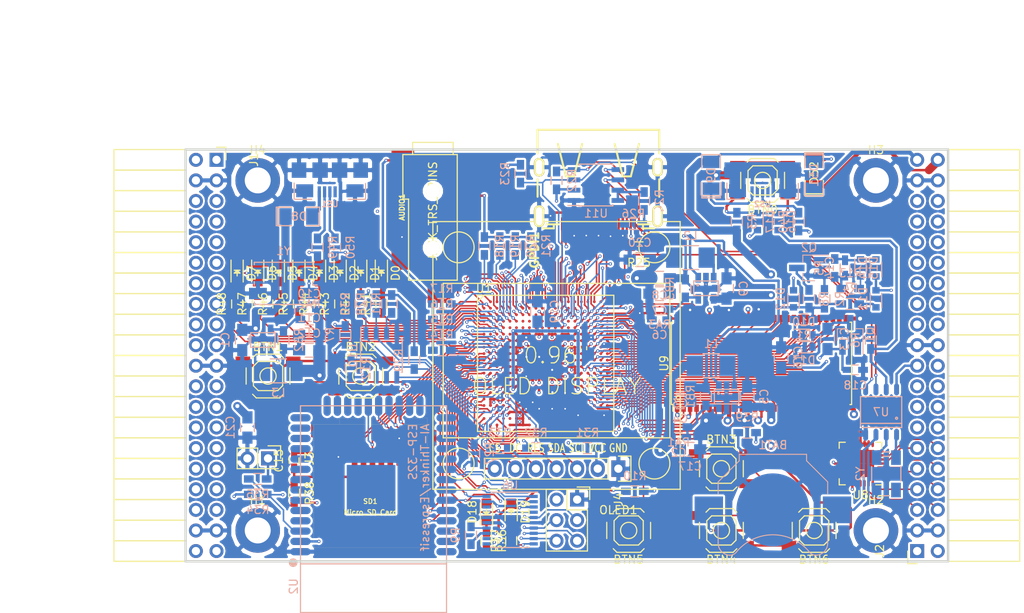
<source format=kicad_pcb>
(kicad_pcb (version 4) (host pcbnew 4.0.5+dfsg1-4)
  (layers (0 F.Cu signal) (1 In1.Cu signal) (2 In2.Cu signal) (31 B.Cu signal) (34 B.Paste user) (35 F.Paste user) (36 B.SilkS user) (37 F.SilkS user) (38 B.Mask user) (39 F.Mask user) (44 Edge.Cuts user))
  (net 0 "")
  (net 1 GND)
  (net 2 +5V)
  (net 3 /gpio/IN5V)
  (net 4 /gpio/OUT5V)
  (net 5 +3V3)
  (net 6 "Net-(L1-Pad1)")
  (net 7 "Net-(L2-Pad1)")
  (net 8 +1V2)
  (net 9 BTN_D)
  (net 10 BTN_F1)
  (net 11 BTN_F2)
  (net 12 BTN_L)
  (net 13 BTN_R)
  (net 14 BTN_U)
  (net 15 /power/FB1)
  (net 16 +2V5)
  (net 17 "Net-(L3-Pad1)")
  (net 18 /power/PWREN)
  (net 19 /power/FB3)
  (net 20 /power/FB2)
  (net 21 "Net-(D9-Pad1)")
  (net 22 /power/VBAT)
  (net 23 JTAG_TDI)
  (net 24 JTAG_TCK)
  (net 25 JTAG_TMS)
  (net 26 JTAG_TDO)
  (net 27 /power/WAKEUPn)
  (net 28 /power/WKUP)
  (net 29 /power/SHUT)
  (net 30 /power/WAKE)
  (net 31 /power/HOLD)
  (net 32 /power/WKn)
  (net 33 /power/OSCI_32k)
  (net 34 /power/OSCO_32k)
  (net 35 "Net-(Q2-Pad3)")
  (net 36 SHUTDOWN)
  (net 37 /analog/AUDIO_L)
  (net 38 /analog/AUDIO_R)
  (net 39 GPDI_5V_SCL)
  (net 40 GPDI_5V_SDA)
  (net 41 GPDI_SDA)
  (net 42 GPDI_SCL)
  (net 43 /gpdi/VREF2)
  (net 44 SD_CMD)
  (net 45 SD_CLK)
  (net 46 SD_D0)
  (net 47 SD_D1)
  (net 48 USB5V)
  (net 49 "Net-(BTN0-Pad1)")
  (net 50 GPDI_CEC)
  (net 51 nRESET)
  (net 52 FTDI_nDTR)
  (net 53 SDRAM_CKE)
  (net 54 SDRAM_A7)
  (net 55 SDRAM_D15)
  (net 56 SDRAM_BA1)
  (net 57 SDRAM_D7)
  (net 58 SDRAM_A6)
  (net 59 SDRAM_CLK)
  (net 60 SDRAM_D13)
  (net 61 SDRAM_BA0)
  (net 62 SDRAM_D6)
  (net 63 SDRAM_A5)
  (net 64 SDRAM_D14)
  (net 65 SDRAM_A11)
  (net 66 SDRAM_D12)
  (net 67 SDRAM_D5)
  (net 68 SDRAM_A4)
  (net 69 SDRAM_A10)
  (net 70 SDRAM_D11)
  (net 71 SDRAM_A3)
  (net 72 SDRAM_D4)
  (net 73 SDRAM_D10)
  (net 74 SDRAM_D9)
  (net 75 SDRAM_A9)
  (net 76 SDRAM_D3)
  (net 77 SDRAM_D8)
  (net 78 SDRAM_A8)
  (net 79 SDRAM_A2)
  (net 80 SDRAM_A1)
  (net 81 SDRAM_A0)
  (net 82 SDRAM_D2)
  (net 83 SDRAM_D1)
  (net 84 SDRAM_D0)
  (net 85 SDRAM_DQM0)
  (net 86 SDRAM_nCS)
  (net 87 SDRAM_nRAS)
  (net 88 SDRAM_DQM1)
  (net 89 SDRAM_nCAS)
  (net 90 SDRAM_nWE)
  (net 91 /flash/FLASH_nWP)
  (net 92 /flash/FLASH_nHOLD)
  (net 93 /flash/FLASH_MOSI)
  (net 94 /flash/FLASH_MISO)
  (net 95 /flash/FLASH_SCK)
  (net 96 /flash/FLASH_nCS)
  (net 97 /flash/FPGA_PROGRAMN)
  (net 98 /flash/FPGA_DONE)
  (net 99 /flash/FPGA_INITN)
  (net 100 OLED_RES)
  (net 101 OLED_DC)
  (net 102 OLED_CS)
  (net 103 WIFI_EN)
  (net 104 FTDI_nRTS)
  (net 105 FTDI_TXD)
  (net 106 FTDI_RXD)
  (net 107 WIFI_RXD)
  (net 108 WIFI_GPIO0)
  (net 109 WIFI_TXD)
  (net 110 GPDI_ETH-)
  (net 111 GPDI_ETH+)
  (net 112 GPDI_D2+)
  (net 113 GPDI_D2-)
  (net 114 GPDI_D1+)
  (net 115 GPDI_D1-)
  (net 116 GPDI_D0+)
  (net 117 GPDI_D0-)
  (net 118 GPDI_CLK+)
  (net 119 GPDI_CLK-)
  (net 120 USB_FTDI_D+)
  (net 121 USB_FTDI_D-)
  (net 122 J1_17-)
  (net 123 J1_17+)
  (net 124 J1_23-)
  (net 125 J1_23+)
  (net 126 J1_25-)
  (net 127 J1_25+)
  (net 128 J1_27-)
  (net 129 J1_27+)
  (net 130 J1_29-)
  (net 131 J1_29+)
  (net 132 J1_31-)
  (net 133 J1_31+)
  (net 134 J1_33-)
  (net 135 J1_33+)
  (net 136 J1_35-)
  (net 137 J1_35+)
  (net 138 J2_5-)
  (net 139 J2_5+)
  (net 140 J2_7-)
  (net 141 J2_7+)
  (net 142 J2_9-)
  (net 143 J2_9+)
  (net 144 J2_13-)
  (net 145 J2_13+)
  (net 146 J2_17-)
  (net 147 J2_17+)
  (net 148 J2_11-)
  (net 149 J2_11+)
  (net 150 J2_23-)
  (net 151 J2_23+)
  (net 152 J1_5-)
  (net 153 J1_5+)
  (net 154 J1_7-)
  (net 155 J1_7+)
  (net 156 J1_9-)
  (net 157 J1_9+)
  (net 158 J1_11-)
  (net 159 J1_11+)
  (net 160 J1_13-)
  (net 161 J1_13+)
  (net 162 J1_15-)
  (net 163 J1_15+)
  (net 164 J2_15-)
  (net 165 J2_15+)
  (net 166 J2_25-)
  (net 167 J2_25+)
  (net 168 J2_27-)
  (net 169 J2_27+)
  (net 170 J2_29-)
  (net 171 J2_29+)
  (net 172 J2_31-)
  (net 173 J2_31+)
  (net 174 J2_33-)
  (net 175 J2_33+)
  (net 176 J2_35-)
  (net 177 J2_35+)
  (net 178 SD_D3)
  (net 179 AUDIO_L3)
  (net 180 AUDIO_L2)
  (net 181 AUDIO_L1)
  (net 182 AUDIO_L0)
  (net 183 AUDIO_R3)
  (net 184 AUDIO_R2)
  (net 185 AUDIO_R1)
  (net 186 AUDIO_R0)
  (net 187 OLED_CLK)
  (net 188 OLED_MOSI)
  (net 189 LED0)
  (net 190 LED1)
  (net 191 LED2)
  (net 192 LED3)
  (net 193 LED4)
  (net 194 LED5)
  (net 195 LED6)
  (net 196 LED7)
  (net 197 BTN_PWRn)
  (net 198 "Net-(J3-Pad1)")
  (net 199 FTDI_nTXLED)
  (net 200 FTDI_nSLEEP)
  (net 201 /blinkey/LED_PWREN)
  (net 202 /blinkey/LED_TXLED)
  (net 203 FT3V3)
  (net 204 /sdcard/SD3V3)
  (net 205 SD_D2)
  (net 206 CLK_25MHz)
  (net 207 /blinkey/BTNPUL)
  (net 208 /blinkey/BTNPUR)
  (net 209 USB_FPGA_D+)
  (net 210 /power/FTDI_nSUSPEND)
  (net 211 /blinkey/ALED0)
  (net 212 /blinkey/ALED1)
  (net 213 /blinkey/ALED2)
  (net 214 /blinkey/ALED3)
  (net 215 /blinkey/ALED4)
  (net 216 /blinkey/ALED5)
  (net 217 /blinkey/ALED6)
  (net 218 /blinkey/ALED7)
  (net 219 /usb/FTD-)
  (net 220 /usb/FTD+)
  (module lfe5bg381:BGA-381_pitch0.8mm_dia0.4mm (layer F.Cu) (at 138.48 87.8)
    (fp_text reference U1 (at -7.6 -9.2) (layer F.SilkS))
    (fp_text value LFE5U-25F-6BG381C)
    (pad A2 smd circle (at -6.8 -7.6) (size 0.35 0.35) (layers F.Cu F.Paste F.Mask) (net 129 J1_27+))
    (pad A3 smd circle (at -6 -7.6) (size 0.35 0.35) (layers F.Cu F.Paste F.Mask) (net 183 AUDIO_R3))
    (pad A4 smd circle (at -5.2 -7.6) (size 0.35 0.35) (layers F.Cu F.Paste F.Mask) (net 127 J1_25+))
    (pad A5 smd circle (at -4.4 -7.6) (size 0.35 0.35) (layers F.Cu F.Paste F.Mask) (net 126 J1_25-))
    (pad A6 smd circle (at -3.6 -7.6) (size 0.35 0.35) (layers F.Cu F.Paste F.Mask) (net 125 J1_23+))
    (pad A7 smd circle (at -2.8 -7.6) (size 0.35 0.35) (layers F.Cu F.Paste F.Mask) (net 161 J1_13+))
    (pad A8 smd circle (at -2 -7.6) (size 0.35 0.35) (layers F.Cu F.Paste F.Mask) (net 160 J1_13-))
    (pad A9 smd circle (at -1.2 -7.6) (size 0.35 0.35) (layers F.Cu F.Paste F.Mask) (net 156 J1_9-))
    (pad A10 smd circle (at -0.4 -7.6) (size 0.35 0.35) (layers F.Cu F.Paste F.Mask) (net 155 J1_7+))
    (pad A11 smd circle (at 0.4 -7.6) (size 0.35 0.35) (layers F.Cu F.Paste F.Mask) (net 154 J1_7-))
    (pad A12 smd circle (at 1.2 -7.6) (size 0.35 0.35) (layers F.Cu F.Paste F.Mask) (net 111 GPDI_ETH+))
    (pad A13 smd circle (at 2 -7.6) (size 0.35 0.35) (layers F.Cu F.Paste F.Mask) (net 110 GPDI_ETH-))
    (pad A14 smd circle (at 2.8 -7.6) (size 0.35 0.35) (layers F.Cu F.Paste F.Mask) (net 112 GPDI_D2+))
    (pad A15 smd circle (at 3.6 -7.6) (size 0.35 0.35) (layers F.Cu F.Paste F.Mask))
    (pad A16 smd circle (at 4.4 -7.6) (size 0.35 0.35) (layers F.Cu F.Paste F.Mask) (net 114 GPDI_D1+))
    (pad A17 smd circle (at 5.2 -7.6) (size 0.35 0.35) (layers F.Cu F.Paste F.Mask) (net 116 GPDI_D0+))
    (pad A18 smd circle (at 6 -7.6) (size 0.35 0.35) (layers F.Cu F.Paste F.Mask) (net 118 GPDI_CLK+))
    (pad A19 smd circle (at 6.8 -7.6) (size 0.35 0.35) (layers F.Cu F.Paste F.Mask) (net 50 GPDI_CEC))
    (pad B1 smd circle (at -7.6 -6.8) (size 0.35 0.35) (layers F.Cu F.Paste F.Mask) (net 128 J1_27-))
    (pad B2 smd circle (at -6.8 -6.8) (size 0.35 0.35) (layers F.Cu F.Paste F.Mask) (net 189 LED0))
    (pad B3 smd circle (at -6 -6.8) (size 0.35 0.35) (layers F.Cu F.Paste F.Mask) (net 182 AUDIO_L0))
    (pad B4 smd circle (at -5.2 -6.8) (size 0.35 0.35) (layers F.Cu F.Paste F.Mask) (net 130 J1_29-))
    (pad B5 smd circle (at -4.4 -6.8) (size 0.35 0.35) (layers F.Cu F.Paste F.Mask) (net 184 AUDIO_R2))
    (pad B6 smd circle (at -3.6 -6.8) (size 0.35 0.35) (layers F.Cu F.Paste F.Mask) (net 124 J1_23-))
    (pad B7 smd circle (at -2.8 -6.8) (size 0.35 0.35) (layers F.Cu F.Paste F.Mask) (net 1 GND))
    (pad B8 smd circle (at -2 -6.8) (size 0.35 0.35) (layers F.Cu F.Paste F.Mask) (net 162 J1_15-))
    (pad B9 smd circle (at -1.2 -6.8) (size 0.35 0.35) (layers F.Cu F.Paste F.Mask) (net 159 J1_11+))
    (pad B10 smd circle (at -0.4 -6.8) (size 0.35 0.35) (layers F.Cu F.Paste F.Mask) (net 157 J1_9+))
    (pad B11 smd circle (at 0.4 -6.8) (size 0.35 0.35) (layers F.Cu F.Paste F.Mask) (net 153 J1_5+))
    (pad B12 smd circle (at 1.2 -6.8) (size 0.35 0.35) (layers F.Cu F.Paste F.Mask))
    (pad B13 smd circle (at 2 -6.8) (size 0.35 0.35) (layers F.Cu F.Paste F.Mask) (net 175 J2_33+))
    (pad B14 smd circle (at 2.8 -6.8) (size 0.35 0.35) (layers F.Cu F.Paste F.Mask) (net 1 GND))
    (pad B15 smd circle (at 3.6 -6.8) (size 0.35 0.35) (layers F.Cu F.Paste F.Mask) (net 173 J2_31+))
    (pad B16 smd circle (at 4.4 -6.8) (size 0.35 0.35) (layers F.Cu F.Paste F.Mask) (net 115 GPDI_D1-))
    (pad B17 smd circle (at 5.2 -6.8) (size 0.35 0.35) (layers F.Cu F.Paste F.Mask) (net 169 J2_27+))
    (pad B18 smd circle (at 6 -6.8) (size 0.35 0.35) (layers F.Cu F.Paste F.Mask) (net 117 GPDI_D0-))
    (pad B19 smd circle (at 6.8 -6.8) (size 0.35 0.35) (layers F.Cu F.Paste F.Mask) (net 119 GPDI_CLK-))
    (pad B20 smd circle (at 7.6 -6.8) (size 0.35 0.35) (layers F.Cu F.Paste F.Mask) (net 41 GPDI_SDA))
    (pad C1 smd circle (at -7.6 -6) (size 0.35 0.35) (layers F.Cu F.Paste F.Mask) (net 191 LED2))
    (pad C2 smd circle (at -6.8 -6) (size 0.35 0.35) (layers F.Cu F.Paste F.Mask) (net 190 LED1))
    (pad C3 smd circle (at -6 -6) (size 0.35 0.35) (layers F.Cu F.Paste F.Mask) (net 181 AUDIO_L1))
    (pad C4 smd circle (at -5.2 -6) (size 0.35 0.35) (layers F.Cu F.Paste F.Mask) (net 131 J1_29+))
    (pad C5 smd circle (at -4.4 -6) (size 0.35 0.35) (layers F.Cu F.Paste F.Mask) (net 186 AUDIO_R0))
    (pad C6 smd circle (at -3.6 -6) (size 0.35 0.35) (layers F.Cu F.Paste F.Mask) (net 123 J1_17+))
    (pad C7 smd circle (at -2.8 -6) (size 0.35 0.35) (layers F.Cu F.Paste F.Mask) (net 122 J1_17-))
    (pad C8 smd circle (at -2 -6) (size 0.35 0.35) (layers F.Cu F.Paste F.Mask) (net 163 J1_15+))
    (pad C9 smd circle (at -1.2 -6) (size 0.35 0.35) (layers F.Cu F.Paste F.Mask))
    (pad C10 smd circle (at -0.4 -6) (size 0.35 0.35) (layers F.Cu F.Paste F.Mask) (net 158 J1_11-))
    (pad C11 smd circle (at 0.4 -6) (size 0.35 0.35) (layers F.Cu F.Paste F.Mask) (net 152 J1_5-))
    (pad C12 smd circle (at 1.2 -6) (size 0.35 0.35) (layers F.Cu F.Paste F.Mask) (net 42 GPDI_SCL))
    (pad C13 smd circle (at 2 -6) (size 0.35 0.35) (layers F.Cu F.Paste F.Mask) (net 174 J2_33-))
    (pad C14 smd circle (at 2.8 -6) (size 0.35 0.35) (layers F.Cu F.Paste F.Mask) (net 113 GPDI_D2-))
    (pad C15 smd circle (at 3.6 -6) (size 0.35 0.35) (layers F.Cu F.Paste F.Mask) (net 172 J2_31-))
    (pad C16 smd circle (at 4.4 -6) (size 0.35 0.35) (layers F.Cu F.Paste F.Mask) (net 171 J2_29+))
    (pad C17 smd circle (at 5.2 -6) (size 0.35 0.35) (layers F.Cu F.Paste F.Mask) (net 168 J2_27-))
    (pad C18 smd circle (at 6 -6) (size 0.35 0.35) (layers F.Cu F.Paste F.Mask) (net 151 J2_23+))
    (pad C19 smd circle (at 6.8 -6) (size 0.35 0.35) (layers F.Cu F.Paste F.Mask) (net 1 GND))
    (pad C20 smd circle (at 7.6 -6) (size 0.35 0.35) (layers F.Cu F.Paste F.Mask) (net 64 SDRAM_D14))
    (pad D1 smd circle (at -7.6 -5.2) (size 0.35 0.35) (layers F.Cu F.Paste F.Mask) (net 193 LED4))
    (pad D2 smd circle (at -6.8 -5.2) (size 0.35 0.35) (layers F.Cu F.Paste F.Mask) (net 192 LED3))
    (pad D3 smd circle (at -6 -5.2) (size 0.35 0.35) (layers F.Cu F.Paste F.Mask) (net 180 AUDIO_L2))
    (pad D4 smd circle (at -5.2 -5.2) (size 0.35 0.35) (layers F.Cu F.Paste F.Mask) (net 1 GND))
    (pad D5 smd circle (at -4.4 -5.2) (size 0.35 0.35) (layers F.Cu F.Paste F.Mask) (net 185 AUDIO_R1))
    (pad D6 smd circle (at -3.6 -5.2) (size 0.35 0.35) (layers F.Cu F.Paste F.Mask) (net 197 BTN_PWRn))
    (pad D7 smd circle (at -2.8 -5.2) (size 0.35 0.35) (layers F.Cu F.Paste F.Mask))
    (pad D8 smd circle (at -2 -5.2) (size 0.35 0.35) (layers F.Cu F.Paste F.Mask))
    (pad D9 smd circle (at -1.2 -5.2) (size 0.35 0.35) (layers F.Cu F.Paste F.Mask))
    (pad D10 smd circle (at -0.4 -5.2) (size 0.35 0.35) (layers F.Cu F.Paste F.Mask))
    (pad D11 smd circle (at 0.4 -5.2) (size 0.35 0.35) (layers F.Cu F.Paste F.Mask))
    (pad D12 smd circle (at 1.2 -5.2) (size 0.35 0.35) (layers F.Cu F.Paste F.Mask))
    (pad D13 smd circle (at 2 -5.2) (size 0.35 0.35) (layers F.Cu F.Paste F.Mask) (net 177 J2_35+))
    (pad D14 smd circle (at 2.8 -5.2) (size 0.35 0.35) (layers F.Cu F.Paste F.Mask))
    (pad D15 smd circle (at 3.6 -5.2) (size 0.35 0.35) (layers F.Cu F.Paste F.Mask) (net 167 J2_25+))
    (pad D16 smd circle (at 4.4 -5.2) (size 0.35 0.35) (layers F.Cu F.Paste F.Mask) (net 170 J2_29-))
    (pad D17 smd circle (at 5.2 -5.2) (size 0.35 0.35) (layers F.Cu F.Paste F.Mask) (net 150 J2_23-))
    (pad D18 smd circle (at 6 -5.2) (size 0.35 0.35) (layers F.Cu F.Paste F.Mask) (net 147 J2_17+))
    (pad D19 smd circle (at 6.8 -5.2) (size 0.35 0.35) (layers F.Cu F.Paste F.Mask) (net 55 SDRAM_D15))
    (pad D20 smd circle (at 7.6 -5.2) (size 0.35 0.35) (layers F.Cu F.Paste F.Mask) (net 60 SDRAM_D13))
    (pad E1 smd circle (at -7.6 -4.4) (size 0.35 0.35) (layers F.Cu F.Paste F.Mask) (net 195 LED6))
    (pad E2 smd circle (at -6.8 -4.4) (size 0.35 0.35) (layers F.Cu F.Paste F.Mask) (net 194 LED5))
    (pad E3 smd circle (at -6 -4.4) (size 0.35 0.35) (layers F.Cu F.Paste F.Mask) (net 132 J1_31-))
    (pad E4 smd circle (at -5.2 -4.4) (size 0.35 0.35) (layers F.Cu F.Paste F.Mask) (net 179 AUDIO_L3))
    (pad E5 smd circle (at -4.4 -4.4) (size 0.35 0.35) (layers F.Cu F.Paste F.Mask))
    (pad E6 smd circle (at -3.6 -4.4) (size 0.35 0.35) (layers F.Cu F.Paste F.Mask))
    (pad E7 smd circle (at -2.8 -4.4) (size 0.35 0.35) (layers F.Cu F.Paste F.Mask))
    (pad E8 smd circle (at -2 -4.4) (size 0.35 0.35) (layers F.Cu F.Paste F.Mask))
    (pad E9 smd circle (at -1.2 -4.4) (size 0.35 0.35) (layers F.Cu F.Paste F.Mask))
    (pad E10 smd circle (at -0.4 -4.4) (size 0.35 0.35) (layers F.Cu F.Paste F.Mask))
    (pad E11 smd circle (at 0.4 -4.4) (size 0.35 0.35) (layers F.Cu F.Paste F.Mask))
    (pad E12 smd circle (at 1.2 -4.4) (size 0.35 0.35) (layers F.Cu F.Paste F.Mask))
    (pad E13 smd circle (at 2 -4.4) (size 0.35 0.35) (layers F.Cu F.Paste F.Mask) (net 176 J2_35-))
    (pad E14 smd circle (at 2.8 -4.4) (size 0.35 0.35) (layers F.Cu F.Paste F.Mask))
    (pad E15 smd circle (at 3.6 -4.4) (size 0.35 0.35) (layers F.Cu F.Paste F.Mask) (net 166 J2_25-))
    (pad E16 smd circle (at 4.4 -4.4) (size 0.35 0.35) (layers F.Cu F.Paste F.Mask))
    (pad E17 smd circle (at 5.2 -4.4) (size 0.35 0.35) (layers F.Cu F.Paste F.Mask) (net 146 J2_17-))
    (pad E18 smd circle (at 6 -4.4) (size 0.35 0.35) (layers F.Cu F.Paste F.Mask) (net 72 SDRAM_D4))
    (pad E19 smd circle (at 6.8 -4.4) (size 0.35 0.35) (layers F.Cu F.Paste F.Mask) (net 66 SDRAM_D12))
    (pad E20 smd circle (at 7.6 -4.4) (size 0.35 0.35) (layers F.Cu F.Paste F.Mask) (net 70 SDRAM_D11))
    (pad F1 smd circle (at -7.6 -3.6) (size 0.35 0.35) (layers F.Cu F.Paste F.Mask) (net 103 WIFI_EN))
    (pad F2 smd circle (at -6.8 -3.6) (size 0.35 0.35) (layers F.Cu F.Paste F.Mask))
    (pad F3 smd circle (at -6 -3.6) (size 0.35 0.35) (layers F.Cu F.Paste F.Mask) (net 134 J1_33-))
    (pad F4 smd circle (at -5.2 -3.6) (size 0.35 0.35) (layers F.Cu F.Paste F.Mask) (net 133 J1_31+))
    (pad F5 smd circle (at -4.4 -3.6) (size 0.35 0.35) (layers F.Cu F.Paste F.Mask))
    (pad F6 smd circle (at -3.6 -3.6) (size 0.35 0.35) (layers F.Cu F.Paste F.Mask) (net 16 +2V5))
    (pad F7 smd circle (at -2.8 -3.6) (size 0.35 0.35) (layers F.Cu F.Paste F.Mask) (net 1 GND))
    (pad F8 smd circle (at -2 -3.6) (size 0.35 0.35) (layers F.Cu F.Paste F.Mask) (net 1 GND))
    (pad F9 smd circle (at -1.2 -3.6) (size 0.35 0.35) (layers F.Cu F.Paste F.Mask) (net 5 +3V3))
    (pad F10 smd circle (at -0.4 -3.6) (size 0.35 0.35) (layers F.Cu F.Paste F.Mask) (net 5 +3V3))
    (pad F11 smd circle (at 0.4 -3.6) (size 0.35 0.35) (layers F.Cu F.Paste F.Mask) (net 5 +3V3))
    (pad F12 smd circle (at 1.2 -3.6) (size 0.35 0.35) (layers F.Cu F.Paste F.Mask) (net 5 +3V3))
    (pad F13 smd circle (at 2 -3.6) (size 0.35 0.35) (layers F.Cu F.Paste F.Mask) (net 1 GND))
    (pad F14 smd circle (at 2.8 -3.6) (size 0.35 0.35) (layers F.Cu F.Paste F.Mask) (net 1 GND))
    (pad F15 smd circle (at 3.6 -3.6) (size 0.35 0.35) (layers F.Cu F.Paste F.Mask) (net 16 +2V5))
    (pad F16 smd circle (at 4.4 -3.6) (size 0.35 0.35) (layers F.Cu F.Paste F.Mask))
    (pad F17 smd circle (at 5.2 -3.6) (size 0.35 0.35) (layers F.Cu F.Paste F.Mask) (net 165 J2_15+))
    (pad F18 smd circle (at 6 -3.6) (size 0.35 0.35) (layers F.Cu F.Paste F.Mask) (net 67 SDRAM_D5))
    (pad F19 smd circle (at 6.8 -3.6) (size 0.35 0.35) (layers F.Cu F.Paste F.Mask) (net 73 SDRAM_D10))
    (pad F20 smd circle (at 7.6 -3.6) (size 0.35 0.35) (layers F.Cu F.Paste F.Mask) (net 74 SDRAM_D9))
    (pad G1 smd circle (at -7.6 -2.8) (size 0.35 0.35) (layers F.Cu F.Paste F.Mask))
    (pad G2 smd circle (at -6.8 -2.8) (size 0.35 0.35) (layers F.Cu F.Paste F.Mask) (net 206 CLK_25MHz))
    (pad G3 smd circle (at -6 -2.8) (size 0.35 0.35) (layers F.Cu F.Paste F.Mask) (net 135 J1_33+))
    (pad G4 smd circle (at -5.2 -2.8) (size 0.35 0.35) (layers F.Cu F.Paste F.Mask) (net 1 GND))
    (pad G5 smd circle (at -4.4 -2.8) (size 0.35 0.35) (layers F.Cu F.Paste F.Mask) (net 136 J1_35-))
    (pad G6 smd circle (at -3.6 -2.8) (size 0.35 0.35) (layers F.Cu F.Paste F.Mask) (net 1 GND))
    (pad G7 smd circle (at -2.8 -2.8) (size 0.35 0.35) (layers F.Cu F.Paste F.Mask) (net 1 GND))
    (pad G8 smd circle (at -2 -2.8) (size 0.35 0.35) (layers F.Cu F.Paste F.Mask) (net 1 GND))
    (pad G9 smd circle (at -1.2 -2.8) (size 0.35 0.35) (layers F.Cu F.Paste F.Mask) (net 1 GND))
    (pad G10 smd circle (at -0.4 -2.8) (size 0.35 0.35) (layers F.Cu F.Paste F.Mask) (net 1 GND))
    (pad G11 smd circle (at 0.4 -2.8) (size 0.35 0.35) (layers F.Cu F.Paste F.Mask) (net 1 GND))
    (pad G12 smd circle (at 1.2 -2.8) (size 0.35 0.35) (layers F.Cu F.Paste F.Mask) (net 1 GND))
    (pad G13 smd circle (at 2 -2.8) (size 0.35 0.35) (layers F.Cu F.Paste F.Mask) (net 1 GND))
    (pad G14 smd circle (at 2.8 -2.8) (size 0.35 0.35) (layers F.Cu F.Paste F.Mask) (net 1 GND))
    (pad G15 smd circle (at 3.6 -2.8) (size 0.35 0.35) (layers F.Cu F.Paste F.Mask) (net 1 GND))
    (pad G16 smd circle (at 4.4 -2.8) (size 0.35 0.35) (layers F.Cu F.Paste F.Mask))
    (pad G17 smd circle (at 5.2 -2.8) (size 0.35 0.35) (layers F.Cu F.Paste F.Mask) (net 1 GND))
    (pad G18 smd circle (at 6 -2.8) (size 0.35 0.35) (layers F.Cu F.Paste F.Mask) (net 164 J2_15-))
    (pad G19 smd circle (at 6.8 -2.8) (size 0.35 0.35) (layers F.Cu F.Paste F.Mask) (net 77 SDRAM_D8))
    (pad G20 smd circle (at 7.6 -2.8) (size 0.35 0.35) (layers F.Cu F.Paste F.Mask) (net 88 SDRAM_DQM1))
    (pad H1 smd circle (at -7.6 -2) (size 0.35 0.35) (layers F.Cu F.Paste F.Mask) (net 178 SD_D3))
    (pad H2 smd circle (at -6.8 -2) (size 0.35 0.35) (layers F.Cu F.Paste F.Mask) (net 205 SD_D2))
    (pad H3 smd circle (at -6 -2) (size 0.35 0.35) (layers F.Cu F.Paste F.Mask) (net 196 LED7))
    (pad H4 smd circle (at -5.2 -2) (size 0.35 0.35) (layers F.Cu F.Paste F.Mask) (net 137 J1_35+))
    (pad H5 smd circle (at -4.4 -2) (size 0.35 0.35) (layers F.Cu F.Paste F.Mask))
    (pad H6 smd circle (at -3.6 -2) (size 0.35 0.35) (layers F.Cu F.Paste F.Mask) (net 5 +3V3))
    (pad H7 smd circle (at -2.8 -2) (size 0.35 0.35) (layers F.Cu F.Paste F.Mask) (net 5 +3V3))
    (pad H8 smd circle (at -2 -2) (size 0.35 0.35) (layers F.Cu F.Paste F.Mask) (net 8 +1V2))
    (pad H9 smd circle (at -1.2 -2) (size 0.35 0.35) (layers F.Cu F.Paste F.Mask) (net 8 +1V2))
    (pad H10 smd circle (at -0.4 -2) (size 0.35 0.35) (layers F.Cu F.Paste F.Mask) (net 8 +1V2))
    (pad H11 smd circle (at 0.4 -2) (size 0.35 0.35) (layers F.Cu F.Paste F.Mask) (net 8 +1V2))
    (pad H12 smd circle (at 1.2 -2) (size 0.35 0.35) (layers F.Cu F.Paste F.Mask) (net 8 +1V2))
    (pad H13 smd circle (at 2 -2) (size 0.35 0.35) (layers F.Cu F.Paste F.Mask) (net 8 +1V2))
    (pad H14 smd circle (at 2.8 -2) (size 0.35 0.35) (layers F.Cu F.Paste F.Mask) (net 5 +3V3))
    (pad H15 smd circle (at 3.6 -2) (size 0.35 0.35) (layers F.Cu F.Paste F.Mask) (net 5 +3V3))
    (pad H16 smd circle (at 4.4 -2) (size 0.35 0.35) (layers F.Cu F.Paste F.Mask))
    (pad H17 smd circle (at 5.2 -2) (size 0.35 0.35) (layers F.Cu F.Paste F.Mask) (net 144 J2_13-))
    (pad H18 smd circle (at 6 -2) (size 0.35 0.35) (layers F.Cu F.Paste F.Mask) (net 145 J2_13+))
    (pad H19 smd circle (at 6.8 -2) (size 0.35 0.35) (layers F.Cu F.Paste F.Mask) (net 1 GND))
    (pad H20 smd circle (at 7.6 -2) (size 0.35 0.35) (layers F.Cu F.Paste F.Mask) (net 59 SDRAM_CLK))
    (pad J1 smd circle (at -7.6 -1.2) (size 0.35 0.35) (layers F.Cu F.Paste F.Mask) (net 45 SD_CLK))
    (pad J2 smd circle (at -6.8 -1.2) (size 0.35 0.35) (layers F.Cu F.Paste F.Mask) (net 1 GND))
    (pad J3 smd circle (at -6 -1.2) (size 0.35 0.35) (layers F.Cu F.Paste F.Mask) (net 44 SD_CMD))
    (pad J4 smd circle (at -5.2 -1.2) (size 0.35 0.35) (layers F.Cu F.Paste F.Mask))
    (pad J5 smd circle (at -4.4 -1.2) (size 0.35 0.35) (layers F.Cu F.Paste F.Mask))
    (pad J6 smd circle (at -3.6 -1.2) (size 0.35 0.35) (layers F.Cu F.Paste F.Mask) (net 5 +3V3))
    (pad J7 smd circle (at -2.8 -1.2) (size 0.35 0.35) (layers F.Cu F.Paste F.Mask) (net 1 GND))
    (pad J8 smd circle (at -2 -1.2) (size 0.35 0.35) (layers F.Cu F.Paste F.Mask) (net 8 +1V2))
    (pad J9 smd circle (at -1.2 -1.2) (size 0.35 0.35) (layers F.Cu F.Paste F.Mask) (net 1 GND))
    (pad J10 smd circle (at -0.4 -1.2) (size 0.35 0.35) (layers F.Cu F.Paste F.Mask) (net 1 GND))
    (pad J11 smd circle (at 0.4 -1.2) (size 0.35 0.35) (layers F.Cu F.Paste F.Mask) (net 1 GND))
    (pad J12 smd circle (at 1.2 -1.2) (size 0.35 0.35) (layers F.Cu F.Paste F.Mask) (net 1 GND))
    (pad J13 smd circle (at 2 -1.2) (size 0.35 0.35) (layers F.Cu F.Paste F.Mask) (net 8 +1V2))
    (pad J14 smd circle (at 2.8 -1.2) (size 0.35 0.35) (layers F.Cu F.Paste F.Mask) (net 1 GND))
    (pad J15 smd circle (at 3.6 -1.2) (size 0.35 0.35) (layers F.Cu F.Paste F.Mask) (net 5 +3V3))
    (pad J16 smd circle (at 4.4 -1.2) (size 0.35 0.35) (layers F.Cu F.Paste F.Mask))
    (pad J17 smd circle (at 5.2 -1.2) (size 0.35 0.35) (layers F.Cu F.Paste F.Mask))
    (pad J18 smd circle (at 6 -1.2) (size 0.35 0.35) (layers F.Cu F.Paste F.Mask) (net 76 SDRAM_D3))
    (pad J19 smd circle (at 6.8 -1.2) (size 0.35 0.35) (layers F.Cu F.Paste F.Mask) (net 53 SDRAM_CKE))
    (pad J20 smd circle (at 7.6 -1.2) (size 0.35 0.35) (layers F.Cu F.Paste F.Mask) (net 65 SDRAM_A11))
    (pad K1 smd circle (at -7.6 -0.4) (size 0.35 0.35) (layers F.Cu F.Paste F.Mask) (net 47 SD_D1))
    (pad K2 smd circle (at -6.8 -0.4) (size 0.35 0.35) (layers F.Cu F.Paste F.Mask) (net 46 SD_D0))
    (pad K3 smd circle (at -6 -0.4) (size 0.35 0.35) (layers F.Cu F.Paste F.Mask) (net 107 WIFI_RXD))
    (pad K4 smd circle (at -5.2 -0.4) (size 0.35 0.35) (layers F.Cu F.Paste F.Mask) (net 109 WIFI_TXD))
    (pad K5 smd circle (at -4.4 -0.4) (size 0.35 0.35) (layers F.Cu F.Paste F.Mask))
    (pad K6 smd circle (at -3.6 -0.4) (size 0.35 0.35) (layers F.Cu F.Paste F.Mask) (net 1 GND))
    (pad K7 smd circle (at -2.8 -0.4) (size 0.35 0.35) (layers F.Cu F.Paste F.Mask) (net 1 GND))
    (pad K8 smd circle (at -2 -0.4) (size 0.35 0.35) (layers F.Cu F.Paste F.Mask) (net 8 +1V2))
    (pad K9 smd circle (at -1.2 -0.4) (size 0.35 0.35) (layers F.Cu F.Paste F.Mask) (net 1 GND))
    (pad K10 smd circle (at -0.4 -0.4) (size 0.35 0.35) (layers F.Cu F.Paste F.Mask) (net 1 GND))
    (pad K11 smd circle (at 0.4 -0.4) (size 0.35 0.35) (layers F.Cu F.Paste F.Mask) (net 1 GND))
    (pad K12 smd circle (at 1.2 -0.4) (size 0.35 0.35) (layers F.Cu F.Paste F.Mask) (net 1 GND))
    (pad K13 smd circle (at 2 -0.4) (size 0.35 0.35) (layers F.Cu F.Paste F.Mask) (net 8 +1V2))
    (pad K14 smd circle (at 2.8 -0.4) (size 0.35 0.35) (layers F.Cu F.Paste F.Mask) (net 1 GND))
    (pad K15 smd circle (at 3.6 -0.4) (size 0.35 0.35) (layers F.Cu F.Paste F.Mask) (net 1 GND))
    (pad K16 smd circle (at 4.4 -0.4) (size 0.35 0.35) (layers F.Cu F.Paste F.Mask))
    (pad K17 smd circle (at 5.2 -0.4) (size 0.35 0.35) (layers F.Cu F.Paste F.Mask))
    (pad K18 smd circle (at 6 -0.4) (size 0.35 0.35) (layers F.Cu F.Paste F.Mask) (net 82 SDRAM_D2))
    (pad K19 smd circle (at 6.8 -0.4) (size 0.35 0.35) (layers F.Cu F.Paste F.Mask) (net 75 SDRAM_A9))
    (pad K20 smd circle (at 7.6 -0.4) (size 0.35 0.35) (layers F.Cu F.Paste F.Mask) (net 78 SDRAM_A8))
    (pad L1 smd circle (at -7.6 0.4) (size 0.35 0.35) (layers F.Cu F.Paste F.Mask))
    (pad L2 smd circle (at -6.8 0.4) (size 0.35 0.35) (layers F.Cu F.Paste F.Mask) (net 108 WIFI_GPIO0))
    (pad L3 smd circle (at -6 0.4) (size 0.35 0.35) (layers F.Cu F.Paste F.Mask))
    (pad L4 smd circle (at -5.2 0.4) (size 0.35 0.35) (layers F.Cu F.Paste F.Mask) (net 106 FTDI_RXD))
    (pad L5 smd circle (at -4.4 0.4) (size 0.35 0.35) (layers F.Cu F.Paste F.Mask))
    (pad L6 smd circle (at -3.6 0.4) (size 0.35 0.35) (layers F.Cu F.Paste F.Mask) (net 5 +3V3))
    (pad L7 smd circle (at -2.8 0.4) (size 0.35 0.35) (layers F.Cu F.Paste F.Mask) (net 5 +3V3))
    (pad L8 smd circle (at -2 0.4) (size 0.35 0.35) (layers F.Cu F.Paste F.Mask) (net 8 +1V2))
    (pad L9 smd circle (at -1.2 0.4) (size 0.35 0.35) (layers F.Cu F.Paste F.Mask) (net 1 GND))
    (pad L10 smd circle (at -0.4 0.4) (size 0.35 0.35) (layers F.Cu F.Paste F.Mask) (net 1 GND))
    (pad L11 smd circle (at 0.4 0.4) (size 0.35 0.35) (layers F.Cu F.Paste F.Mask) (net 1 GND))
    (pad L12 smd circle (at 1.2 0.4) (size 0.35 0.35) (layers F.Cu F.Paste F.Mask) (net 1 GND))
    (pad L13 smd circle (at 2 0.4) (size 0.35 0.35) (layers F.Cu F.Paste F.Mask) (net 8 +1V2))
    (pad L14 smd circle (at 2.8 0.4) (size 0.35 0.35) (layers F.Cu F.Paste F.Mask) (net 5 +3V3))
    (pad L15 smd circle (at 3.6 0.4) (size 0.35 0.35) (layers F.Cu F.Paste F.Mask) (net 5 +3V3))
    (pad L16 smd circle (at 4.4 0.4) (size 0.35 0.35) (layers F.Cu F.Paste F.Mask) (net 149 J2_11+))
    (pad L17 smd circle (at 5.2 0.4) (size 0.35 0.35) (layers F.Cu F.Paste F.Mask) (net 148 J2_11-))
    (pad L18 smd circle (at 6 0.4) (size 0.35 0.35) (layers F.Cu F.Paste F.Mask) (net 83 SDRAM_D1))
    (pad L19 smd circle (at 6.8 0.4) (size 0.35 0.35) (layers F.Cu F.Paste F.Mask) (net 54 SDRAM_A7))
    (pad L20 smd circle (at 7.6 0.4) (size 0.35 0.35) (layers F.Cu F.Paste F.Mask) (net 58 SDRAM_A6))
    (pad M1 smd circle (at -7.6 1.2) (size 0.35 0.35) (layers F.Cu F.Paste F.Mask) (net 105 FTDI_TXD))
    (pad M2 smd circle (at -6.8 1.2) (size 0.35 0.35) (layers F.Cu F.Paste F.Mask) (net 1 GND))
    (pad M3 smd circle (at -6 1.2) (size 0.35 0.35) (layers F.Cu F.Paste F.Mask) (net 104 FTDI_nRTS))
    (pad M4 smd circle (at -5.2 1.2) (size 0.35 0.35) (layers F.Cu F.Paste F.Mask))
    (pad M5 smd circle (at -4.4 1.2) (size 0.35 0.35) (layers F.Cu F.Paste F.Mask))
    (pad M6 smd circle (at -3.6 1.2) (size 0.35 0.35) (layers F.Cu F.Paste F.Mask) (net 5 +3V3))
    (pad M7 smd circle (at -2.8 1.2) (size 0.35 0.35) (layers F.Cu F.Paste F.Mask) (net 1 GND))
    (pad M8 smd circle (at -2 1.2) (size 0.35 0.35) (layers F.Cu F.Paste F.Mask) (net 8 +1V2))
    (pad M9 smd circle (at -1.2 1.2) (size 0.35 0.35) (layers F.Cu F.Paste F.Mask) (net 1 GND))
    (pad M10 smd circle (at -0.4 1.2) (size 0.35 0.35) (layers F.Cu F.Paste F.Mask) (net 1 GND))
    (pad M11 smd circle (at 0.4 1.2) (size 0.35 0.35) (layers F.Cu F.Paste F.Mask) (net 1 GND))
    (pad M12 smd circle (at 1.2 1.2) (size 0.35 0.35) (layers F.Cu F.Paste F.Mask) (net 1 GND))
    (pad M13 smd circle (at 2 1.2) (size 0.35 0.35) (layers F.Cu F.Paste F.Mask) (net 8 +1V2))
    (pad M14 smd circle (at 2.8 1.2) (size 0.35 0.35) (layers F.Cu F.Paste F.Mask) (net 1 GND))
    (pad M15 smd circle (at 3.6 1.2) (size 0.35 0.35) (layers F.Cu F.Paste F.Mask) (net 5 +3V3))
    (pad M16 smd circle (at 4.4 1.2) (size 0.35 0.35) (layers F.Cu F.Paste F.Mask) (net 1 GND))
    (pad M17 smd circle (at 5.2 1.2) (size 0.35 0.35) (layers F.Cu F.Paste F.Mask) (net 142 J2_9-))
    (pad M18 smd circle (at 6 1.2) (size 0.35 0.35) (layers F.Cu F.Paste F.Mask) (net 84 SDRAM_D0))
    (pad M19 smd circle (at 6.8 1.2) (size 0.35 0.35) (layers F.Cu F.Paste F.Mask) (net 63 SDRAM_A5))
    (pad M20 smd circle (at 7.6 1.2) (size 0.35 0.35) (layers F.Cu F.Paste F.Mask) (net 68 SDRAM_A4))
    (pad N1 smd circle (at -7.6 2) (size 0.35 0.35) (layers F.Cu F.Paste F.Mask) (net 52 FTDI_nDTR))
    (pad N2 smd circle (at -6.8 2) (size 0.35 0.35) (layers F.Cu F.Paste F.Mask) (net 102 OLED_CS))
    (pad N3 smd circle (at -6 2) (size 0.35 0.35) (layers F.Cu F.Paste F.Mask))
    (pad N4 smd circle (at -5.2 2) (size 0.35 0.35) (layers F.Cu F.Paste F.Mask))
    (pad N5 smd circle (at -4.4 2) (size 0.35 0.35) (layers F.Cu F.Paste F.Mask))
    (pad N6 smd circle (at -3.6 2) (size 0.35 0.35) (layers F.Cu F.Paste F.Mask) (net 1 GND))
    (pad N7 smd circle (at -2.8 2) (size 0.35 0.35) (layers F.Cu F.Paste F.Mask) (net 1 GND))
    (pad N8 smd circle (at -2 2) (size 0.35 0.35) (layers F.Cu F.Paste F.Mask) (net 8 +1V2))
    (pad N9 smd circle (at -1.2 2) (size 0.35 0.35) (layers F.Cu F.Paste F.Mask) (net 8 +1V2))
    (pad N10 smd circle (at -0.4 2) (size 0.35 0.35) (layers F.Cu F.Paste F.Mask) (net 8 +1V2))
    (pad N11 smd circle (at 0.4 2) (size 0.35 0.35) (layers F.Cu F.Paste F.Mask) (net 8 +1V2))
    (pad N12 smd circle (at 1.2 2) (size 0.35 0.35) (layers F.Cu F.Paste F.Mask) (net 8 +1V2))
    (pad N13 smd circle (at 2 2) (size 0.35 0.35) (layers F.Cu F.Paste F.Mask) (net 8 +1V2))
    (pad N14 smd circle (at 2.8 2) (size 0.35 0.35) (layers F.Cu F.Paste F.Mask) (net 1 GND))
    (pad N15 smd circle (at 3.6 2) (size 0.35 0.35) (layers F.Cu F.Paste F.Mask) (net 1 GND))
    (pad N16 smd circle (at 4.4 2) (size 0.35 0.35) (layers F.Cu F.Paste F.Mask) (net 143 J2_9+))
    (pad N17 smd circle (at 5.2 2) (size 0.35 0.35) (layers F.Cu F.Paste F.Mask) (net 141 J2_7+))
    (pad N18 smd circle (at 6 2) (size 0.35 0.35) (layers F.Cu F.Paste F.Mask) (net 62 SDRAM_D6))
    (pad N19 smd circle (at 6.8 2) (size 0.35 0.35) (layers F.Cu F.Paste F.Mask) (net 71 SDRAM_A3))
    (pad N20 smd circle (at 7.6 2) (size 0.35 0.35) (layers F.Cu F.Paste F.Mask) (net 79 SDRAM_A2))
    (pad P1 smd circle (at -7.6 2.8) (size 0.35 0.35) (layers F.Cu F.Paste F.Mask) (net 101 OLED_DC))
    (pad P2 smd circle (at -6.8 2.8) (size 0.35 0.35) (layers F.Cu F.Paste F.Mask) (net 100 OLED_RES))
    (pad P3 smd circle (at -6 2.8) (size 0.35 0.35) (layers F.Cu F.Paste F.Mask) (net 188 OLED_MOSI))
    (pad P4 smd circle (at -5.2 2.8) (size 0.35 0.35) (layers F.Cu F.Paste F.Mask) (net 187 OLED_CLK))
    (pad P5 smd circle (at -4.4 2.8) (size 0.35 0.35) (layers F.Cu F.Paste F.Mask))
    (pad P6 smd circle (at -3.6 2.8) (size 0.35 0.35) (layers F.Cu F.Paste F.Mask) (net 16 +2V5))
    (pad P7 smd circle (at -2.8 2.8) (size 0.35 0.35) (layers F.Cu F.Paste F.Mask) (net 1 GND))
    (pad P8 smd circle (at -2 2.8) (size 0.35 0.35) (layers F.Cu F.Paste F.Mask) (net 1 GND))
    (pad P9 smd circle (at -1.2 2.8) (size 0.35 0.35) (layers F.Cu F.Paste F.Mask) (net 5 +3V3))
    (pad P10 smd circle (at -0.4 2.8) (size 0.35 0.35) (layers F.Cu F.Paste F.Mask) (net 5 +3V3))
    (pad P11 smd circle (at 0.4 2.8) (size 0.35 0.35) (layers F.Cu F.Paste F.Mask) (net 1 GND))
    (pad P12 smd circle (at 1.2 2.8) (size 0.35 0.35) (layers F.Cu F.Paste F.Mask) (net 1 GND))
    (pad P13 smd circle (at 2 2.8) (size 0.35 0.35) (layers F.Cu F.Paste F.Mask) (net 1 GND))
    (pad P14 smd circle (at 2.8 2.8) (size 0.35 0.35) (layers F.Cu F.Paste F.Mask) (net 1 GND))
    (pad P15 smd circle (at 3.6 2.8) (size 0.35 0.35) (layers F.Cu F.Paste F.Mask) (net 16 +2V5))
    (pad P16 smd circle (at 4.4 2.8) (size 0.35 0.35) (layers F.Cu F.Paste F.Mask) (net 140 J2_7-))
    (pad P17 smd circle (at 5.2 2.8) (size 0.35 0.35) (layers F.Cu F.Paste F.Mask))
    (pad P18 smd circle (at 6 2.8) (size 0.35 0.35) (layers F.Cu F.Paste F.Mask) (net 57 SDRAM_D7))
    (pad P19 smd circle (at 6.8 2.8) (size 0.35 0.35) (layers F.Cu F.Paste F.Mask) (net 80 SDRAM_A1))
    (pad P20 smd circle (at 7.6 2.8) (size 0.35 0.35) (layers F.Cu F.Paste F.Mask) (net 81 SDRAM_A0))
    (pad R1 smd circle (at -7.6 3.6) (size 0.35 0.35) (layers F.Cu F.Paste F.Mask) (net 10 BTN_F1))
    (pad R2 smd circle (at -6.8 3.6) (size 0.35 0.35) (layers F.Cu F.Paste F.Mask) (net 96 /flash/FLASH_nCS))
    (pad R3 smd circle (at -6 3.6) (size 0.35 0.35) (layers F.Cu F.Paste F.Mask))
    (pad R4 smd circle (at -5.2 3.6) (size 0.35 0.35) (layers F.Cu F.Paste F.Mask) (net 1 GND))
    (pad R5 smd circle (at -4.4 3.6) (size 0.35 0.35) (layers F.Cu F.Paste F.Mask) (net 23 JTAG_TDI))
    (pad R16 smd circle (at 4.4 3.6) (size 0.35 0.35) (layers F.Cu F.Paste F.Mask))
    (pad R17 smd circle (at 5.2 3.6) (size 0.35 0.35) (layers F.Cu F.Paste F.Mask))
    (pad R18 smd circle (at 6 3.6) (size 0.35 0.35) (layers F.Cu F.Paste F.Mask) (net 85 SDRAM_DQM0))
    (pad R19 smd circle (at 6.8 3.6) (size 0.35 0.35) (layers F.Cu F.Paste F.Mask) (net 1 GND))
    (pad R20 smd circle (at 7.6 3.6) (size 0.35 0.35) (layers F.Cu F.Paste F.Mask) (net 69 SDRAM_A10))
    (pad T1 smd circle (at -7.6 4.4) (size 0.35 0.35) (layers F.Cu F.Paste F.Mask) (net 11 BTN_F2))
    (pad T2 smd circle (at -6.8 4.4) (size 0.35 0.35) (layers F.Cu F.Paste F.Mask) (net 5 +3V3))
    (pad T3 smd circle (at -6 4.4) (size 0.35 0.35) (layers F.Cu F.Paste F.Mask) (net 5 +3V3))
    (pad T4 smd circle (at -5.2 4.4) (size 0.35 0.35) (layers F.Cu F.Paste F.Mask) (net 5 +3V3))
    (pad T5 smd circle (at -4.4 4.4) (size 0.35 0.35) (layers F.Cu F.Paste F.Mask) (net 24 JTAG_TCK))
    (pad T6 smd circle (at -3.6 4.4) (size 0.35 0.35) (layers F.Cu F.Paste F.Mask) (net 1 GND))
    (pad T7 smd circle (at -2.8 4.4) (size 0.35 0.35) (layers F.Cu F.Paste F.Mask) (net 1 GND))
    (pad T8 smd circle (at -2 4.4) (size 0.35 0.35) (layers F.Cu F.Paste F.Mask) (net 1 GND))
    (pad T9 smd circle (at -1.2 4.4) (size 0.35 0.35) (layers F.Cu F.Paste F.Mask) (net 1 GND))
    (pad T10 smd circle (at -0.4 4.4) (size 0.35 0.35) (layers F.Cu F.Paste F.Mask) (net 1 GND))
    (pad T11 smd circle (at 0.4 4.4) (size 0.35 0.35) (layers F.Cu F.Paste F.Mask))
    (pad T12 smd circle (at 1.2 4.4) (size 0.35 0.35) (layers F.Cu F.Paste F.Mask))
    (pad T13 smd circle (at 2 4.4) (size 0.35 0.35) (layers F.Cu F.Paste F.Mask))
    (pad T14 smd circle (at 2.8 4.4) (size 0.35 0.35) (layers F.Cu F.Paste F.Mask))
    (pad T15 smd circle (at 3.6 4.4) (size 0.35 0.35) (layers F.Cu F.Paste F.Mask))
    (pad T16 smd circle (at 4.4 4.4) (size 0.35 0.35) (layers F.Cu F.Paste F.Mask))
    (pad T17 smd circle (at 5.2 4.4) (size 0.35 0.35) (layers F.Cu F.Paste F.Mask) (net 89 SDRAM_nCAS))
    (pad T18 smd circle (at 6 4.4) (size 0.35 0.35) (layers F.Cu F.Paste F.Mask) (net 90 SDRAM_nWE))
    (pad T19 smd circle (at 6.8 4.4) (size 0.35 0.35) (layers F.Cu F.Paste F.Mask) (net 56 SDRAM_BA1))
    (pad T20 smd circle (at 7.6 4.4) (size 0.35 0.35) (layers F.Cu F.Paste F.Mask) (net 61 SDRAM_BA0))
    (pad U1 smd circle (at -7.6 5.2) (size 0.35 0.35) (layers F.Cu F.Paste F.Mask) (net 12 BTN_L))
    (pad U2 smd circle (at -6.8 5.2) (size 0.35 0.35) (layers F.Cu F.Paste F.Mask) (net 5 +3V3))
    (pad U3 smd circle (at -6 5.2) (size 0.35 0.35) (layers F.Cu F.Paste F.Mask) (net 95 /flash/FLASH_SCK))
    (pad U4 smd circle (at -5.2 5.2) (size 0.35 0.35) (layers F.Cu F.Paste F.Mask) (net 1 GND))
    (pad U5 smd circle (at -4.4 5.2) (size 0.35 0.35) (layers F.Cu F.Paste F.Mask) (net 25 JTAG_TMS))
    (pad U6 smd circle (at -3.6 5.2) (size 0.35 0.35) (layers F.Cu F.Paste F.Mask) (net 1 GND))
    (pad U7 smd circle (at -2.8 5.2) (size 0.35 0.35) (layers F.Cu F.Paste F.Mask) (net 1 GND))
    (pad U8 smd circle (at -2 5.2) (size 0.35 0.35) (layers F.Cu F.Paste F.Mask) (net 1 GND))
    (pad U9 smd circle (at -1.2 5.2) (size 0.35 0.35) (layers F.Cu F.Paste F.Mask) (net 1 GND))
    (pad U10 smd circle (at -0.4 5.2) (size 0.35 0.35) (layers F.Cu F.Paste F.Mask) (net 1 GND))
    (pad U11 smd circle (at 0.4 5.2) (size 0.35 0.35) (layers F.Cu F.Paste F.Mask) (net 1 GND))
    (pad U12 smd circle (at 1.2 5.2) (size 0.35 0.35) (layers F.Cu F.Paste F.Mask) (net 1 GND))
    (pad U13 smd circle (at 2 5.2) (size 0.35 0.35) (layers F.Cu F.Paste F.Mask) (net 1 GND))
    (pad U14 smd circle (at 2.8 5.2) (size 0.35 0.35) (layers F.Cu F.Paste F.Mask) (net 1 GND))
    (pad U15 smd circle (at 3.6 5.2) (size 0.35 0.35) (layers F.Cu F.Paste F.Mask))
    (pad U16 smd circle (at 4.4 5.2) (size 0.35 0.35) (layers F.Cu F.Paste F.Mask))
    (pad U17 smd circle (at 5.2 5.2) (size 0.35 0.35) (layers F.Cu F.Paste F.Mask) (net 138 J2_5-))
    (pad U18 smd circle (at 6 5.2) (size 0.35 0.35) (layers F.Cu F.Paste F.Mask) (net 139 J2_5+))
    (pad U19 smd circle (at 6.8 5.2) (size 0.35 0.35) (layers F.Cu F.Paste F.Mask) (net 86 SDRAM_nCS))
    (pad U20 smd circle (at 7.6 5.2) (size 0.35 0.35) (layers F.Cu F.Paste F.Mask) (net 87 SDRAM_nRAS))
    (pad V1 smd circle (at -7.6 6) (size 0.35 0.35) (layers F.Cu F.Paste F.Mask) (net 9 BTN_D))
    (pad V2 smd circle (at -6.8 6) (size 0.35 0.35) (layers F.Cu F.Paste F.Mask) (net 94 /flash/FLASH_MISO))
    (pad V3 smd circle (at -6 6) (size 0.35 0.35) (layers F.Cu F.Paste F.Mask) (net 99 /flash/FPGA_INITN))
    (pad V4 smd circle (at -5.2 6) (size 0.35 0.35) (layers F.Cu F.Paste F.Mask) (net 26 JTAG_TDO))
    (pad V5 smd circle (at -4.4 6) (size 0.35 0.35) (layers F.Cu F.Paste F.Mask) (net 1 GND))
    (pad V6 smd circle (at -3.6 6) (size 0.35 0.35) (layers F.Cu F.Paste F.Mask) (net 1 GND))
    (pad V7 smd circle (at -2.8 6) (size 0.35 0.35) (layers F.Cu F.Paste F.Mask) (net 1 GND))
    (pad V8 smd circle (at -2 6) (size 0.35 0.35) (layers F.Cu F.Paste F.Mask) (net 1 GND))
    (pad V9 smd circle (at -1.2 6) (size 0.35 0.35) (layers F.Cu F.Paste F.Mask) (net 1 GND))
    (pad V10 smd circle (at -0.4 6) (size 0.35 0.35) (layers F.Cu F.Paste F.Mask) (net 1 GND))
    (pad V11 smd circle (at 0.4 6) (size 0.35 0.35) (layers F.Cu F.Paste F.Mask) (net 1 GND))
    (pad V12 smd circle (at 1.2 6) (size 0.35 0.35) (layers F.Cu F.Paste F.Mask) (net 1 GND))
    (pad V13 smd circle (at 2 6) (size 0.35 0.35) (layers F.Cu F.Paste F.Mask) (net 1 GND))
    (pad V14 smd circle (at 2.8 6) (size 0.35 0.35) (layers F.Cu F.Paste F.Mask) (net 1 GND))
    (pad V15 smd circle (at 3.6 6) (size 0.35 0.35) (layers F.Cu F.Paste F.Mask) (net 1 GND))
    (pad V16 smd circle (at 4.4 6) (size 0.35 0.35) (layers F.Cu F.Paste F.Mask) (net 1 GND))
    (pad V17 smd circle (at 5.2 6) (size 0.35 0.35) (layers F.Cu F.Paste F.Mask))
    (pad V18 smd circle (at 6 6) (size 0.35 0.35) (layers F.Cu F.Paste F.Mask))
    (pad V19 smd circle (at 6.8 6) (size 0.35 0.35) (layers F.Cu F.Paste F.Mask) (net 1 GND))
    (pad V20 smd circle (at 7.6 6) (size 0.35 0.35) (layers F.Cu F.Paste F.Mask) (net 1 GND))
    (pad W1 smd circle (at -7.6 6.8) (size 0.35 0.35) (layers F.Cu F.Paste F.Mask) (net 14 BTN_U))
    (pad W2 smd circle (at -6.8 6.8) (size 0.35 0.35) (layers F.Cu F.Paste F.Mask) (net 93 /flash/FLASH_MOSI))
    (pad W3 smd circle (at -6 6.8) (size 0.35 0.35) (layers F.Cu F.Paste F.Mask) (net 97 /flash/FPGA_PROGRAMN))
    (pad W4 smd circle (at -5.2 6.8) (size 0.35 0.35) (layers F.Cu F.Paste F.Mask))
    (pad W5 smd circle (at -4.4 6.8) (size 0.35 0.35) (layers F.Cu F.Paste F.Mask))
    (pad W6 smd circle (at -3.6 6.8) (size 0.35 0.35) (layers F.Cu F.Paste F.Mask) (net 1 GND))
    (pad W7 smd circle (at -2.8 6.8) (size 0.35 0.35) (layers F.Cu F.Paste F.Mask) (net 1 GND))
    (pad W8 smd circle (at -2 6.8) (size 0.35 0.35) (layers F.Cu F.Paste F.Mask))
    (pad W9 smd circle (at -1.2 6.8) (size 0.35 0.35) (layers F.Cu F.Paste F.Mask))
    (pad W10 smd circle (at -0.4 6.8) (size 0.35 0.35) (layers F.Cu F.Paste F.Mask))
    (pad W11 smd circle (at 0.4 6.8) (size 0.35 0.35) (layers F.Cu F.Paste F.Mask))
    (pad W12 smd circle (at 1.2 6.8) (size 0.35 0.35) (layers F.Cu F.Paste F.Mask) (net 1 GND))
    (pad W13 smd circle (at 2 6.8) (size 0.35 0.35) (layers F.Cu F.Paste F.Mask))
    (pad W14 smd circle (at 2.8 6.8) (size 0.35 0.35) (layers F.Cu F.Paste F.Mask))
    (pad W15 smd circle (at 3.6 6.8) (size 0.35 0.35) (layers F.Cu F.Paste F.Mask) (net 1 GND))
    (pad W16 smd circle (at 4.4 6.8) (size 0.35 0.35) (layers F.Cu F.Paste F.Mask) (net 1 GND))
    (pad W17 smd circle (at 5.2 6.8) (size 0.35 0.35) (layers F.Cu F.Paste F.Mask))
    (pad W18 smd circle (at 6 6.8) (size 0.35 0.35) (layers F.Cu F.Paste F.Mask))
    (pad W19 smd circle (at 6.8 6.8) (size 0.35 0.35) (layers F.Cu F.Paste F.Mask) (net 1 GND))
    (pad W20 smd circle (at 7.6 6.8) (size 0.35 0.35) (layers F.Cu F.Paste F.Mask))
    (pad Y2 smd circle (at -6.8 7.6) (size 0.35 0.35) (layers F.Cu F.Paste F.Mask) (net 13 BTN_R))
    (pad Y3 smd circle (at -6 7.6) (size 0.35 0.35) (layers F.Cu F.Paste F.Mask) (net 98 /flash/FPGA_DONE))
    (pad Y5 smd circle (at -4.4 7.6) (size 0.35 0.35) (layers F.Cu F.Paste F.Mask) (net 1 GND))
    (pad Y6 smd circle (at -3.6 7.6) (size 0.35 0.35) (layers F.Cu F.Paste F.Mask) (net 1 GND))
    (pad Y7 smd circle (at -2.8 7.6) (size 0.35 0.35) (layers F.Cu F.Paste F.Mask) (net 1 GND))
    (pad Y8 smd circle (at -2 7.6) (size 0.35 0.35) (layers F.Cu F.Paste F.Mask) (net 1 GND))
    (pad Y11 smd circle (at 0.4 7.6) (size 0.35 0.35) (layers F.Cu F.Paste F.Mask) (net 1 GND))
    (pad Y12 smd circle (at 1.2 7.6) (size 0.35 0.35) (layers F.Cu F.Paste F.Mask) (net 1 GND))
    (pad Y14 smd circle (at 2.8 7.6) (size 0.35 0.35) (layers F.Cu F.Paste F.Mask))
    (pad Y15 smd circle (at 3.6 7.6) (size 0.35 0.35) (layers F.Cu F.Paste F.Mask))
    (pad Y16 smd circle (at 4.4 7.6) (size 0.35 0.35) (layers F.Cu F.Paste F.Mask))
    (pad Y17 smd circle (at 5.2 7.6) (size 0.35 0.35) (layers F.Cu F.Paste F.Mask))
    (pad Y19 smd circle (at 6.8 7.6) (size 0.35 0.35) (layers F.Cu F.Paste F.Mask))
  )
  (module Keystone_3000_1x12mm-CoinCell:Keystone_3000_1x12mm-CoinCell (layer B.Cu) (at 166.49 105.87 180)
    (fp_text reference BAT1 (at 0 8 180) (layer B.SilkS) (effects (justify mirror)))
    (fp_text value CR1225)
    (pad 1 smd rect (at -7.9 0 180) (size 3.5 3.3) (layers B.Cu B.Paste B.Mask) (net 22 /power/VBAT))
    (pad 1 smd rect (at 7.9 0 180) (size 3.5 3.3) (layers B.Cu B.Paste B.Mask) (net 22 /power/VBAT))
    (pad 2 smd circle (at 0 0 180) (size 9 9) (layers B.Cu B.Mask) (net 1 GND))
  )
  (module SMD_Packages:SMD-1206_Pol (layer F.Cu) (at 171.57 64.341 90)
    (fp_text reference D52 (at 0 0 90) (layer F.SilkS))
    (fp_text value 2A)
    (pad 1 smd rect (at -1.651 0 90) (size 1.524 2.032) (layers F.Cu F.Paste F.Mask) (net 4 /gpio/OUT5V))
    (pad 2 smd rect (at 1.651 0 90) (size 1.524 2.032) (layers F.Cu F.Paste F.Mask) (net 2 +5V))
  )
  (module SMD_Packages:SMD-1206_Pol (layer B.Cu) (at 171.57 64.595 270)
    (fp_text reference D51 (at 0 0 270) (layer B.SilkS) (effects (justify mirror)))
    (fp_text value 2A)
    (pad 1 smd rect (at -1.651 0 270) (size 1.524 2.032) (layers B.Cu B.Paste B.Mask) (net 2 +5V))
    (pad 2 smd rect (at 1.651 0 270) (size 1.524 2.032) (layers B.Cu B.Paste B.Mask) (net 3 /gpio/IN5V))
  )
  (module micro-sd:MicroSD_TF02D (layer F.Cu) (at 116.87 110.52 180)
    (fp_text reference SD1 (at 0 5.7 180) (layer F.SilkS) (effects (font (size 0.59944 0.59944) (thickness 0.12446))))
    (fp_text value Micro_SD_Card (at 0 4.35 180) (layer F.SilkS) (effects (font (size 0.59944 0.59944) (thickness 0.12446))))
    (pad 1 smd rect (at 1.94 11 180) (size 0.7 1.8) (layers F.Cu F.Paste F.Mask) (net 205 SD_D2))
    (pad 2 smd rect (at 0.84 11 180) (size 0.7 1.8) (layers F.Cu F.Paste F.Mask) (net 178 SD_D3))
    (pad 3 smd rect (at -0.26 11 180) (size 0.7 1.8) (layers F.Cu F.Paste F.Mask) (net 44 SD_CMD))
    (pad 4 smd rect (at -1.36 11 180) (size 0.7 1.8) (layers F.Cu F.Paste F.Mask) (net 204 /sdcard/SD3V3))
    (pad 5 smd rect (at -2.46 11 180) (size 0.7 1.8) (layers F.Cu F.Paste F.Mask) (net 45 SD_CLK))
    (pad 6 smd rect (at -3.56 11 180) (size 0.7 1.8) (layers F.Cu F.Paste F.Mask) (net 1 GND))
    (pad 7 smd rect (at -4.66 11 180) (size 0.7 1.8) (layers F.Cu F.Paste F.Mask) (net 46 SD_D0))
    (pad 8 smd rect (at -5.76 11 180) (size 0.7 1.8) (layers F.Cu F.Paste F.Mask) (net 47 SD_D1))
    (pad S smd rect (at -5.05 0.4 180) (size 1.6 1.4) (layers F.Cu F.Paste F.Mask))
    (pad S smd rect (at 0.75 0.4 180) (size 1.8 1.4) (layers F.Cu F.Paste F.Mask))
    (pad G smd rect (at -7.45 13.55 180) (size 1.4 1.9) (layers F.Cu F.Paste F.Mask))
    (pad G smd rect (at 6.6 14.55 180) (size 1.4 1.9) (layers F.Cu F.Paste F.Mask))
  )
  (module Resistors_SMD:R_1210_HandSoldering (layer B.Cu) (at 158.87 88.09 180)
    (fp_text reference L1 (at 0 2.7 180) (layer B.SilkS) (effects (justify mirror)))
    (fp_text value 2.2uH)
    (pad 1 smd rect (at -2 0 180) (size 2 2.5) (layers B.Cu B.Paste B.Mask) (net 6 "Net-(L1-Pad1)"))
    (pad 2 smd rect (at 2 0 180) (size 2 2.5) (layers B.Cu B.Paste B.Mask) (net 8 +1V2))
  )
  (module TSOT-25:TSOT-25 (layer B.Cu) (at 160.775 91.9)
    (fp_text reference U3 (at 0 -0.5) (layer B.SilkS) (effects (font (size 0.15 0.15) (thickness 0.0375)) (justify mirror)))
    (fp_text value AP3429A)
    (pad 1 smd rect (at -0.95 -1.3) (size 0.7 1.2) (layers B.Cu B.Paste B.Mask) (net 18 /power/PWREN))
    (pad 2 smd rect (at 0 -1.3) (size 0.7 1.2) (layers B.Cu B.Paste B.Mask) (net 1 GND))
    (pad 3 smd rect (at 0.95 -1.3) (size 0.7 1.2) (layers B.Cu B.Paste B.Mask) (net 6 "Net-(L1-Pad1)"))
    (pad 4 smd rect (at 0.95 1.3) (size 0.7 1.2) (layers B.Cu B.Paste B.Mask) (net 2 +5V))
    (pad 5 smd rect (at -0.95 1.3) (size 0.7 1.2) (layers B.Cu B.Paste B.Mask) (net 15 /power/FB1))
  )
  (module Resistors_SMD:R_1210_HandSoldering (layer B.Cu) (at 156.33 74.755 180)
    (fp_text reference L2 (at 0 2.7 180) (layer B.SilkS) (effects (justify mirror)))
    (fp_text value 2.2uH)
    (pad 1 smd rect (at -2 0 180) (size 2 2.5) (layers B.Cu B.Paste B.Mask) (net 7 "Net-(L2-Pad1)"))
    (pad 2 smd rect (at 2 0 180) (size 2 2.5) (layers B.Cu B.Paste B.Mask) (net 5 +3V3))
  )
  (module TSOT-25:TSOT-25 (layer B.Cu) (at 158.235 78.535)
    (fp_text reference U4 (at 0 -0.5) (layer B.SilkS) (effects (font (size 0.15 0.15) (thickness 0.0375)) (justify mirror)))
    (fp_text value AP3429A)
    (pad 1 smd rect (at -0.95 -1.3) (size 0.7 1.2) (layers B.Cu B.Paste B.Mask) (net 18 /power/PWREN))
    (pad 2 smd rect (at 0 -1.3) (size 0.7 1.2) (layers B.Cu B.Paste B.Mask) (net 1 GND))
    (pad 3 smd rect (at 0.95 -1.3) (size 0.7 1.2) (layers B.Cu B.Paste B.Mask) (net 7 "Net-(L2-Pad1)"))
    (pad 4 smd rect (at 0.95 1.3) (size 0.7 1.2) (layers B.Cu B.Paste B.Mask) (net 2 +5V))
    (pad 5 smd rect (at -0.95 1.3) (size 0.7 1.2) (layers B.Cu B.Paste B.Mask) (net 19 /power/FB3))
  )
  (module Buttons_Switches_SMD:SW_SPST_SKQG (layer F.Cu) (at 104.26 89.36)
    (fp_text reference BTN1 (at 0 -3.6) (layer F.SilkS))
    (fp_text value FIRE1)
    (pad 1 smd rect (at -3.1 -1.85) (size 1.8 1.1) (layers F.Cu F.Paste F.Mask) (net 207 /blinkey/BTNPUL))
    (pad 1 smd rect (at 3.1 -1.85) (size 1.8 1.1) (layers F.Cu F.Paste F.Mask) (net 207 /blinkey/BTNPUL))
    (pad 2 smd rect (at -3.1 1.85) (size 1.8 1.1) (layers F.Cu F.Paste F.Mask) (net 10 BTN_F1))
    (pad 2 smd rect (at 3.1 1.85) (size 1.8 1.1) (layers F.Cu F.Paste F.Mask) (net 10 BTN_F1))
  )
  (module Buttons_Switches_SMD:SW_SPST_SKQG (layer F.Cu) (at 115.69 89.36)
    (fp_text reference BTN2 (at 0 -3.6) (layer F.SilkS))
    (fp_text value FIRE2)
    (pad 1 smd rect (at -3.1 -1.85) (size 1.8 1.1) (layers F.Cu F.Paste F.Mask) (net 207 /blinkey/BTNPUL))
    (pad 1 smd rect (at 3.1 -1.85) (size 1.8 1.1) (layers F.Cu F.Paste F.Mask) (net 207 /blinkey/BTNPUL))
    (pad 2 smd rect (at -3.1 1.85) (size 1.8 1.1) (layers F.Cu F.Paste F.Mask) (net 11 BTN_F2))
    (pad 2 smd rect (at 3.1 1.85) (size 1.8 1.1) (layers F.Cu F.Paste F.Mask) (net 11 BTN_F2))
  )
  (module Buttons_Switches_SMD:SW_SPST_SKQG (layer F.Cu) (at 160.14 100.79)
    (fp_text reference BTN3 (at 0 -3.6) (layer F.SilkS))
    (fp_text value UP)
    (pad 1 smd rect (at -3.1 -1.85) (size 1.8 1.1) (layers F.Cu F.Paste F.Mask) (net 208 /blinkey/BTNPUR))
    (pad 1 smd rect (at 3.1 -1.85) (size 1.8 1.1) (layers F.Cu F.Paste F.Mask) (net 208 /blinkey/BTNPUR))
    (pad 2 smd rect (at -3.1 1.85) (size 1.8 1.1) (layers F.Cu F.Paste F.Mask) (net 14 BTN_U))
    (pad 2 smd rect (at 3.1 1.85) (size 1.8 1.1) (layers F.Cu F.Paste F.Mask) (net 14 BTN_U))
  )
  (module Buttons_Switches_SMD:SW_SPST_SKQG (layer F.Cu) (at 160.14 108.41 180)
    (fp_text reference BTN4 (at 0 -3.6 180) (layer F.SilkS))
    (fp_text value DOWN)
    (pad 1 smd rect (at -3.1 -1.85 180) (size 1.8 1.1) (layers F.Cu F.Paste F.Mask) (net 208 /blinkey/BTNPUR))
    (pad 1 smd rect (at 3.1 -1.85 180) (size 1.8 1.1) (layers F.Cu F.Paste F.Mask) (net 208 /blinkey/BTNPUR))
    (pad 2 smd rect (at -3.1 1.85 180) (size 1.8 1.1) (layers F.Cu F.Paste F.Mask) (net 9 BTN_D))
    (pad 2 smd rect (at 3.1 1.85 180) (size 1.8 1.1) (layers F.Cu F.Paste F.Mask) (net 9 BTN_D))
  )
  (module Buttons_Switches_SMD:SW_SPST_SKQG (layer F.Cu) (at 148.71 108.41 180)
    (fp_text reference BTN5 (at 0 -3.6 180) (layer F.SilkS))
    (fp_text value LEFT)
    (pad 1 smd rect (at -3.1 -1.85 180) (size 1.8 1.1) (layers F.Cu F.Paste F.Mask) (net 208 /blinkey/BTNPUR))
    (pad 1 smd rect (at 3.1 -1.85 180) (size 1.8 1.1) (layers F.Cu F.Paste F.Mask) (net 208 /blinkey/BTNPUR))
    (pad 2 smd rect (at -3.1 1.85 180) (size 1.8 1.1) (layers F.Cu F.Paste F.Mask) (net 12 BTN_L))
    (pad 2 smd rect (at 3.1 1.85 180) (size 1.8 1.1) (layers F.Cu F.Paste F.Mask) (net 12 BTN_L))
  )
  (module Buttons_Switches_SMD:SW_SPST_SKQG (layer F.Cu) (at 171.57 108.41 180)
    (fp_text reference BTN6 (at 0 -3.6 180) (layer F.SilkS))
    (fp_text value RIGHT)
    (pad 1 smd rect (at -3.1 -1.85 180) (size 1.8 1.1) (layers F.Cu F.Paste F.Mask) (net 208 /blinkey/BTNPUR))
    (pad 1 smd rect (at 3.1 -1.85 180) (size 1.8 1.1) (layers F.Cu F.Paste F.Mask) (net 208 /blinkey/BTNPUR))
    (pad 2 smd rect (at -3.1 1.85 180) (size 1.8 1.1) (layers F.Cu F.Paste F.Mask) (net 13 BTN_R))
    (pad 2 smd rect (at 3.1 1.85 180) (size 1.8 1.1) (layers F.Cu F.Paste F.Mask) (net 13 BTN_R))
  )
  (module LEDs:LED_0805 (layer F.Cu) (at 118.23 76.66 270)
    (fp_text reference D0 (at 0 -1.75 270) (layer F.SilkS))
    (fp_text value LED)
    (pad 2 smd rect (at 1.04902 0 90) (size 1.19888 1.19888) (layers F.Cu F.Paste F.Mask) (net 211 /blinkey/ALED0))
    (pad 1 smd rect (at -1.04902 0 90) (size 1.19888 1.19888) (layers F.Cu F.Paste F.Mask) (net 1 GND))
  )
  (module LEDs:LED_0805 (layer F.Cu) (at 115.69 76.66 270)
    (fp_text reference D1 (at 0 -1.75 270) (layer F.SilkS))
    (fp_text value LED)
    (pad 2 smd rect (at 1.04902 0 90) (size 1.19888 1.19888) (layers F.Cu F.Paste F.Mask) (net 212 /blinkey/ALED1))
    (pad 1 smd rect (at -1.04902 0 90) (size 1.19888 1.19888) (layers F.Cu F.Paste F.Mask) (net 1 GND))
  )
  (module LEDs:LED_0805 (layer F.Cu) (at 113.15 76.66 270)
    (fp_text reference D2 (at 0 -1.75 270) (layer F.SilkS))
    (fp_text value LED)
    (pad 2 smd rect (at 1.04902 0 90) (size 1.19888 1.19888) (layers F.Cu F.Paste F.Mask) (net 213 /blinkey/ALED2))
    (pad 1 smd rect (at -1.04902 0 90) (size 1.19888 1.19888) (layers F.Cu F.Paste F.Mask) (net 1 GND))
  )
  (module LEDs:LED_0805 (layer F.Cu) (at 110.61 76.66 270)
    (fp_text reference D3 (at 0 -1.75 270) (layer F.SilkS))
    (fp_text value LED)
    (pad 2 smd rect (at 1.04902 0 90) (size 1.19888 1.19888) (layers F.Cu F.Paste F.Mask) (net 214 /blinkey/ALED3))
    (pad 1 smd rect (at -1.04902 0 90) (size 1.19888 1.19888) (layers F.Cu F.Paste F.Mask) (net 1 GND))
  )
  (module LEDs:LED_0805 (layer F.Cu) (at 108.07 76.66 270)
    (fp_text reference D4 (at 0 -1.75 270) (layer F.SilkS))
    (fp_text value LED)
    (pad 2 smd rect (at 1.04902 0 90) (size 1.19888 1.19888) (layers F.Cu F.Paste F.Mask) (net 215 /blinkey/ALED4))
    (pad 1 smd rect (at -1.04902 0 90) (size 1.19888 1.19888) (layers F.Cu F.Paste F.Mask) (net 1 GND))
  )
  (module LEDs:LED_0805 (layer F.Cu) (at 105.53 76.66 270)
    (fp_text reference D5 (at 0 -1.75 270) (layer F.SilkS))
    (fp_text value LED)
    (pad 2 smd rect (at 1.04902 0 90) (size 1.19888 1.19888) (layers F.Cu F.Paste F.Mask) (net 216 /blinkey/ALED5))
    (pad 1 smd rect (at -1.04902 0 90) (size 1.19888 1.19888) (layers F.Cu F.Paste F.Mask) (net 1 GND))
  )
  (module LEDs:LED_0805 (layer F.Cu) (at 102.99 76.66 270)
    (fp_text reference D6 (at 0 -1.75 270) (layer F.SilkS))
    (fp_text value LED)
    (pad 2 smd rect (at 1.04902 0 90) (size 1.19888 1.19888) (layers F.Cu F.Paste F.Mask) (net 217 /blinkey/ALED6))
    (pad 1 smd rect (at -1.04902 0 90) (size 1.19888 1.19888) (layers F.Cu F.Paste F.Mask) (net 1 GND))
  )
  (module LEDs:LED_0805 (layer F.Cu) (at 100.45 76.66 270)
    (fp_text reference D7 (at 0 -1.75 270) (layer F.SilkS))
    (fp_text value LED)
    (pad 2 smd rect (at 1.04902 0 90) (size 1.19888 1.19888) (layers F.Cu F.Paste F.Mask) (net 218 /blinkey/ALED7))
    (pad 1 smd rect (at -1.04902 0 90) (size 1.19888 1.19888) (layers F.Cu F.Paste F.Mask) (net 1 GND))
  )
  (module Resistors_SMD:R_1210_HandSoldering (layer B.Cu) (at 105.53 88.725)
    (fp_text reference L3 (at 0 2.7) (layer B.SilkS) (effects (justify mirror)))
    (fp_text value 2.2uH)
    (pad 1 smd rect (at -2 0) (size 2 2.5) (layers B.Cu B.Paste B.Mask) (net 17 "Net-(L3-Pad1)"))
    (pad 2 smd rect (at 2 0) (size 2 2.5) (layers B.Cu B.Paste B.Mask) (net 16 +2V5))
  )
  (module TSOT-25:TSOT-25 (layer B.Cu) (at 103.625 84.915 180)
    (fp_text reference U5 (at 0 -0.5 180) (layer B.SilkS) (effects (font (size 0.15 0.15) (thickness 0.0375)) (justify mirror)))
    (fp_text value AP3429A)
    (pad 1 smd rect (at -0.95 -1.3 180) (size 0.7 1.2) (layers B.Cu B.Paste B.Mask) (net 18 /power/PWREN))
    (pad 2 smd rect (at 0 -1.3 180) (size 0.7 1.2) (layers B.Cu B.Paste B.Mask) (net 1 GND))
    (pad 3 smd rect (at 0.95 -1.3 180) (size 0.7 1.2) (layers B.Cu B.Paste B.Mask) (net 17 "Net-(L3-Pad1)"))
    (pad 4 smd rect (at 0.95 1.3 180) (size 0.7 1.2) (layers B.Cu B.Paste B.Mask) (net 2 +5V))
    (pad 5 smd rect (at -0.95 1.3 180) (size 0.7 1.2) (layers B.Cu B.Paste B.Mask) (net 20 /power/FB2))
  )
  (module Capacitors_SMD:C_0805_HandSoldering (layer B.Cu) (at 101.085 84.915 270)
    (fp_text reference C1 (at 0 2.1 270) (layer B.SilkS) (effects (justify mirror)))
    (fp_text value 22uF)
    (pad 1 smd rect (at -1.25 0 270) (size 1.5 1.25) (layers B.Cu B.Paste B.Mask) (net 2 +5V))
    (pad 2 smd rect (at 1.25 0 270) (size 1.5 1.25) (layers B.Cu B.Paste B.Mask) (net 1 GND))
  )
  (module Capacitors_SMD:C_0805_HandSoldering (layer B.Cu) (at 155.06 90.63)
    (fp_text reference C3 (at 0 2.1) (layer B.SilkS) (effects (justify mirror)))
    (fp_text value 22uF)
    (pad 1 smd rect (at -1.25 0) (size 1.5 1.25) (layers B.Cu B.Paste B.Mask) (net 8 +1V2))
    (pad 2 smd rect (at 1.25 0) (size 1.5 1.25) (layers B.Cu B.Paste B.Mask) (net 1 GND))
  )
  (module Capacitors_SMD:C_0805_HandSoldering (layer B.Cu) (at 155.06 92.535)
    (fp_text reference C4 (at 0 2.1) (layer B.SilkS) (effects (justify mirror)))
    (fp_text value 22uF)
    (pad 1 smd rect (at -1.25 0) (size 1.5 1.25) (layers B.Cu B.Paste B.Mask) (net 8 +1V2))
    (pad 2 smd rect (at 1.25 0) (size 1.5 1.25) (layers B.Cu B.Paste B.Mask) (net 1 GND))
  )
  (module Capacitors_SMD:C_0805_HandSoldering (layer B.Cu) (at 163.315 91.9 90)
    (fp_text reference C5 (at 0 2.1 90) (layer B.SilkS) (effects (justify mirror)))
    (fp_text value 22uF)
    (pad 1 smd rect (at -1.25 0 90) (size 1.5 1.25) (layers B.Cu B.Paste B.Mask) (net 2 +5V))
    (pad 2 smd rect (at 1.25 0 90) (size 1.5 1.25) (layers B.Cu B.Paste B.Mask) (net 1 GND))
  )
  (module Capacitors_SMD:C_0805_HandSoldering (layer B.Cu) (at 152.52 79.2)
    (fp_text reference C7 (at 0 2.1) (layer B.SilkS) (effects (justify mirror)))
    (fp_text value 22uF)
    (pad 1 smd rect (at -1.25 0) (size 1.5 1.25) (layers B.Cu B.Paste B.Mask) (net 5 +3V3))
    (pad 2 smd rect (at 1.25 0) (size 1.5 1.25) (layers B.Cu B.Paste B.Mask) (net 1 GND))
  )
  (module Capacitors_SMD:C_0805_HandSoldering (layer B.Cu) (at 152.52 77.295)
    (fp_text reference C8 (at 0 2.1) (layer B.SilkS) (effects (justify mirror)))
    (fp_text value 22uF)
    (pad 1 smd rect (at -1.25 0) (size 1.5 1.25) (layers B.Cu B.Paste B.Mask) (net 5 +3V3))
    (pad 2 smd rect (at 1.25 0) (size 1.5 1.25) (layers B.Cu B.Paste B.Mask) (net 1 GND))
  )
  (module Capacitors_SMD:C_0805_HandSoldering (layer B.Cu) (at 160.775 78.565 90)
    (fp_text reference C9 (at 0 2.1 90) (layer B.SilkS) (effects (justify mirror)))
    (fp_text value 22uF)
    (pad 1 smd rect (at -1.25 0 90) (size 1.5 1.25) (layers B.Cu B.Paste B.Mask) (net 2 +5V))
    (pad 2 smd rect (at 1.25 0 90) (size 1.5 1.25) (layers B.Cu B.Paste B.Mask) (net 1 GND))
  )
  (module Capacitors_SMD:C_0805_HandSoldering (layer B.Cu) (at 109.34 84.28 180)
    (fp_text reference C11 (at 0 2.1 180) (layer B.SilkS) (effects (justify mirror)))
    (fp_text value 22uF)
    (pad 1 smd rect (at -1.25 0 180) (size 1.5 1.25) (layers B.Cu B.Paste B.Mask) (net 16 +2V5))
    (pad 2 smd rect (at 1.25 0 180) (size 1.5 1.25) (layers B.Cu B.Paste B.Mask) (net 1 GND))
  )
  (module Capacitors_SMD:C_0805_HandSoldering (layer B.Cu) (at 109.34 86.185 180)
    (fp_text reference C12 (at 0 2.1 180) (layer B.SilkS) (effects (justify mirror)))
    (fp_text value 22uF)
    (pad 1 smd rect (at -1.25 0 180) (size 1.5 1.25) (layers B.Cu B.Paste B.Mask) (net 16 +2V5))
    (pad 2 smd rect (at 1.25 0 180) (size 1.5 1.25) (layers B.Cu B.Paste B.Mask) (net 1 GND))
  )
  (module SMD_Packages:SMD-1206_Pol (layer B.Cu) (at 108.07 69.675)
    (fp_text reference D8 (at 0 0) (layer B.SilkS) (effects (justify mirror)))
    (fp_text value 2A)
    (pad 1 smd rect (at -1.651 0) (size 1.524 2.032) (layers B.Cu B.Paste B.Mask) (net 2 +5V))
    (pad 2 smd rect (at 1.651 0) (size 1.524 2.032) (layers B.Cu B.Paste B.Mask) (net 48 USB5V))
  )
  (module SMD_Packages:SMD-1206_Pol (layer B.Cu) (at 158.87 64.595 90)
    (fp_text reference D9 (at 0 0 90) (layer B.SilkS) (effects (justify mirror)))
    (fp_text value 2A)
    (pad 1 smd rect (at -1.651 0 90) (size 1.524 2.032) (layers B.Cu B.Paste B.Mask) (net 21 "Net-(D9-Pad1)"))
    (pad 2 smd rect (at 1.651 0 90) (size 1.524 2.032) (layers B.Cu B.Paste B.Mask) (net 2 +5V))
  )
  (module Power_Integrations:SO-8 (layer B.Cu) (at 179.825 93.805 180)
    (fp_text reference U7 (at 0 0 180) (layer B.SilkS) (effects (justify mirror)))
    (fp_text value PCF8523)
    (pad 1 smd oval (at -1.905 -2.794 180) (size 0.6096 1.4732) (layers B.Cu B.Paste B.Mask) (net 33 /power/OSCI_32k))
    (pad 2 smd oval (at -0.635 -2.794 180) (size 0.6096 1.4732) (layers B.Cu B.Paste B.Mask) (net 34 /power/OSCO_32k))
    (pad 3 smd oval (at 0.635 -2.794 180) (size 0.6096 1.4732) (layers B.Cu B.Paste B.Mask) (net 22 /power/VBAT))
    (pad 4 smd oval (at 1.905 -2.794 180) (size 0.6096 1.4732) (layers B.Cu B.Paste B.Mask) (net 1 GND))
    (pad 5 smd oval (at 1.905 2.794 180) (size 0.6096 1.4732) (layers B.Cu B.Paste B.Mask) (net 41 GPDI_SDA))
    (pad 6 smd oval (at 0.635 2.794 180) (size 0.6096 1.4732) (layers B.Cu B.Paste B.Mask) (net 42 GPDI_SCL))
    (pad 7 smd oval (at -0.635 2.794 180) (size 0.6096 1.4732) (layers B.Cu B.Paste B.Mask) (net 27 /power/WAKEUPn))
    (pad 8 smd oval (at -1.905 2.794 180) (size 0.6096 1.4732) (layers B.Cu B.Paste B.Mask) (net 5 +3V3))
  )
  (module Capacitors_SMD:C_0805_HandSoldering (layer B.Cu) (at 173.221 84.788 90)
    (fp_text reference C13 (at 0 2.1 90) (layer B.SilkS) (effects (justify mirror)))
    (fp_text value 2.2uF)
    (pad 1 smd rect (at -1.25 0 90) (size 1.5 1.25) (layers B.Cu B.Paste B.Mask) (net 2 +5V))
    (pad 2 smd rect (at 1.25 0 90) (size 1.5 1.25) (layers B.Cu B.Paste B.Mask) (net 28 /power/WKUP))
  )
  (module Diodes_SMD:D_0805 (layer B.Cu) (at 170.3 84.28)
    (fp_text reference D10 (at 0 -1.6) (layer B.SilkS) (effects (justify mirror)))
    (fp_text value 1N4148)
    (pad 1 smd rect (at -1.05 0) (size 0.8 0.9) (layers B.Cu B.Paste B.Mask) (net 30 /power/WAKE))
    (pad 2 smd rect (at 1.05 0) (size 0.8 0.9) (layers B.Cu B.Paste B.Mask) (net 28 /power/WKUP))
  )
  (module Diodes_SMD:D_0805 (layer B.Cu) (at 179.19 79.835 90)
    (fp_text reference D11 (at 0 -1.6 90) (layer B.SilkS) (effects (justify mirror)))
    (fp_text value 1N4148)
    (pad 1 smd rect (at -1.05 0 90) (size 0.8 0.9) (layers B.Cu B.Paste B.Mask) (net 31 /power/HOLD))
    (pad 2 smd rect (at 1.05 0 90) (size 0.8 0.9) (layers B.Cu B.Paste B.Mask) (net 5 +3V3))
  )
  (module Diodes_SMD:D_0805 (layer B.Cu) (at 177.285 76.025 270)
    (fp_text reference D15 (at 0 -1.6 270) (layer B.SilkS) (effects (justify mirror)))
    (fp_text value BAT42)
    (pad 1 smd rect (at -1.05 0 270) (size 0.8 0.9) (layers B.Cu B.Paste B.Mask) (net 29 /power/SHUT))
    (pad 2 smd rect (at 1.05 0 270) (size 0.8 0.9) (layers B.Cu B.Paste B.Mask) (net 36 SHUTDOWN))
  )
  (module Diodes_SMD:D_0805 (layer B.Cu) (at 169.03 79.835 90)
    (fp_text reference D12 (at 0 -1.6 90) (layer B.SilkS) (effects (justify mirror)))
    (fp_text value 1N4148)
    (pad 1 smd rect (at -1.05 0 90) (size 0.8 0.9) (layers B.Cu B.Paste B.Mask) (net 18 /power/PWREN))
    (pad 2 smd rect (at 1.05 0 90) (size 0.8 0.9) (layers B.Cu B.Paste B.Mask) (net 210 /power/FTDI_nSUSPEND))
  )
  (module audio-jack:CUI_SJ-43516-SMT (layer F.Cu) (at 124.58 69.04 270)
    (fp_text reference AUDIO1 (at -0.5 3.8 270) (layer F.SilkS) (effects (font (size 0.6096 0.6096) (thickness 0.1524))))
    (fp_text value JACK_TRS_6PINS (at 0 0 270) (layer F.SilkS))
    (pad 1 smd rect (at -6.4 3.7 270) (size 2.2 2.8) (layers F.Cu F.Paste F.Mask) (net 37 /analog/AUDIO_L))
    (pad 4 smd rect (at -3.6 3.7 270) (size 2.2 2.8) (layers F.Cu F.Paste F.Mask))
    (pad 2 smd rect (at 5.8 3.7 270) (size 2.8 2.8) (layers F.Cu F.Paste F.Mask) (net 1 GND))
    (pad 5 smd rect (at 9.9 -0.75 270) (size 2.8 2.8) (layers F.Cu F.Paste F.Mask))
    (pad 3 smd rect (at -1.7 -3.7 270) (size 2 2.8) (layers F.Cu F.Paste F.Mask) (net 38 /analog/AUDIO_R))
    (pad 6 smd rect (at -4.5 -3.7 270) (size 2 2.8) (layers F.Cu F.Paste F.Mask))
    (pad "" np_thru_hole circle (at -2.5 0 270) (size 1.7 1.7) (drill 1.7) (layers *.Cu *.Mask F.SilkS) (clearance 0.4))
    (pad "" np_thru_hole circle (at 4.5 0 270) (size 1.7 1.7) (drill 1.7) (layers *.Cu *.Mask F.SilkS) (clearance 0.4))
  )
  (module TSOP54:TSOP54 (layer F.Cu) (at 165.08 87.8 90)
    (fp_text reference U9 (at 0 -12 90) (layer F.SilkS))
    (fp_text value MT48LC16M16A2TG)
    (pad 28 smd rect (at 5.53 10.4 90) (size 0.9 0.56) (layers F.Cu F.Paste F.Mask) (net 1 GND))
    (pad 1 smd rect (at -5.53 -10.4 90) (size 0.9 0.56) (layers F.Cu F.Paste F.Mask) (net 5 +3V3))
    (pad 2 smd rect (at -5.53 -9.6 90) (size 0.9 0.56) (layers F.Cu F.Paste F.Mask) (net 84 SDRAM_D0))
    (pad 3 smd rect (at -5.53 -8.8 90) (size 0.9 0.56) (layers F.Cu F.Paste F.Mask) (net 5 +3V3))
    (pad 4 smd rect (at -5.53 -8 90) (size 0.9 0.56) (layers F.Cu F.Paste F.Mask) (net 83 SDRAM_D1))
    (pad 5 smd rect (at -5.53 -7.2 90) (size 0.9 0.56) (layers F.Cu F.Paste F.Mask) (net 82 SDRAM_D2))
    (pad 6 smd rect (at -5.53 -6.4 90) (size 0.9 0.56) (layers F.Cu F.Paste F.Mask) (net 1 GND))
    (pad 7 smd rect (at -5.53 -5.6 90) (size 0.9 0.56) (layers F.Cu F.Paste F.Mask) (net 76 SDRAM_D3))
    (pad 8 smd rect (at -5.53 -4.8 90) (size 0.9 0.56) (layers F.Cu F.Paste F.Mask) (net 72 SDRAM_D4))
    (pad 9 smd rect (at -5.53 -4 90) (size 0.9 0.56) (layers F.Cu F.Paste F.Mask) (net 5 +3V3))
    (pad 10 smd rect (at -5.53 -3.2 90) (size 0.9 0.56) (layers F.Cu F.Paste F.Mask) (net 67 SDRAM_D5))
    (pad 11 smd rect (at -5.53 -2.4 90) (size 0.9 0.56) (layers F.Cu F.Paste F.Mask) (net 62 SDRAM_D6))
    (pad 12 smd rect (at -5.53 -1.6 90) (size 0.9 0.56) (layers F.Cu F.Paste F.Mask) (net 1 GND))
    (pad 13 smd rect (at -5.53 -0.8 90) (size 0.9 0.56) (layers F.Cu F.Paste F.Mask) (net 57 SDRAM_D7))
    (pad 14 smd rect (at -5.53 0 90) (size 0.9 0.56) (layers F.Cu F.Paste F.Mask) (net 5 +3V3))
    (pad 15 smd rect (at -5.53 0.8 90) (size 0.9 0.56) (layers F.Cu F.Paste F.Mask) (net 85 SDRAM_DQM0))
    (pad 16 smd rect (at -5.53 1.6 90) (size 0.9 0.56) (layers F.Cu F.Paste F.Mask) (net 90 SDRAM_nWE))
    (pad 17 smd rect (at -5.53 2.4 90) (size 0.9 0.56) (layers F.Cu F.Paste F.Mask) (net 89 SDRAM_nCAS))
    (pad 18 smd rect (at -5.53 3.2 90) (size 0.9 0.56) (layers F.Cu F.Paste F.Mask) (net 87 SDRAM_nRAS))
    (pad 19 smd rect (at -5.53 4 90) (size 0.9 0.56) (layers F.Cu F.Paste F.Mask) (net 86 SDRAM_nCS))
    (pad 20 smd rect (at -5.53 4.8 90) (size 0.9 0.56) (layers F.Cu F.Paste F.Mask) (net 61 SDRAM_BA0))
    (pad 21 smd rect (at -5.53 5.6 90) (size 0.9 0.56) (layers F.Cu F.Paste F.Mask) (net 56 SDRAM_BA1))
    (pad 22 smd rect (at -5.53 6.4 90) (size 0.9 0.56) (layers F.Cu F.Paste F.Mask) (net 69 SDRAM_A10))
    (pad 23 smd rect (at -5.53 7.2 90) (size 0.9 0.56) (layers F.Cu F.Paste F.Mask) (net 81 SDRAM_A0))
    (pad 24 smd rect (at -5.53 8 90) (size 0.9 0.56) (layers F.Cu F.Paste F.Mask) (net 80 SDRAM_A1))
    (pad 25 smd rect (at -5.53 8.8 90) (size 0.9 0.56) (layers F.Cu F.Paste F.Mask) (net 79 SDRAM_A2))
    (pad 26 smd rect (at -5.53 9.6 90) (size 0.9 0.56) (layers F.Cu F.Paste F.Mask) (net 71 SDRAM_A3))
    (pad 27 smd rect (at -5.53 10.4 90) (size 0.9 0.56) (layers F.Cu F.Paste F.Mask) (net 5 +3V3))
    (pad 29 smd rect (at 5.53 9.6 90) (size 0.9 0.56) (layers F.Cu F.Paste F.Mask) (net 68 SDRAM_A4))
    (pad 30 smd rect (at 5.53 8.8 90) (size 0.9 0.56) (layers F.Cu F.Paste F.Mask) (net 63 SDRAM_A5))
    (pad 31 smd rect (at 5.53 8 90) (size 0.9 0.56) (layers F.Cu F.Paste F.Mask) (net 58 SDRAM_A6))
    (pad 32 smd rect (at 5.53 7.2 90) (size 0.9 0.56) (layers F.Cu F.Paste F.Mask) (net 54 SDRAM_A7))
    (pad 33 smd rect (at 5.53 6.4 90) (size 0.9 0.56) (layers F.Cu F.Paste F.Mask) (net 78 SDRAM_A8))
    (pad 34 smd rect (at 5.53 5.6 90) (size 0.9 0.56) (layers F.Cu F.Paste F.Mask) (net 75 SDRAM_A9))
    (pad 35 smd rect (at 5.53 4.8 90) (size 0.9 0.56) (layers F.Cu F.Paste F.Mask) (net 65 SDRAM_A11))
    (pad 36 smd rect (at 5.53 4 90) (size 0.9 0.56) (layers F.Cu F.Paste F.Mask))
    (pad 37 smd rect (at 5.53 3.2 90) (size 0.9 0.56) (layers F.Cu F.Paste F.Mask) (net 53 SDRAM_CKE))
    (pad 38 smd rect (at 5.53 2.4 90) (size 0.9 0.56) (layers F.Cu F.Paste F.Mask) (net 59 SDRAM_CLK))
    (pad 39 smd rect (at 5.53 1.6 90) (size 0.9 0.56) (layers F.Cu F.Paste F.Mask) (net 88 SDRAM_DQM1))
    (pad 40 smd rect (at 5.53 0.8 90) (size 0.9 0.56) (layers F.Cu F.Paste F.Mask))
    (pad 41 smd rect (at 5.53 0 90) (size 0.9 0.56) (layers F.Cu F.Paste F.Mask) (net 1 GND))
    (pad 42 smd rect (at 5.53 -0.8 90) (size 0.9 0.56) (layers F.Cu F.Paste F.Mask) (net 77 SDRAM_D8))
    (pad 43 smd rect (at 5.53 -1.6 90) (size 0.9 0.56) (layers F.Cu F.Paste F.Mask) (net 5 +3V3))
    (pad 44 smd rect (at 5.53 -2.4 90) (size 0.9 0.56) (layers F.Cu F.Paste F.Mask) (net 74 SDRAM_D9))
    (pad 45 smd rect (at 5.53 -3.2 90) (size 0.9 0.56) (layers F.Cu F.Paste F.Mask) (net 73 SDRAM_D10))
    (pad 46 smd rect (at 5.53 -4 90) (size 0.9 0.56) (layers F.Cu F.Paste F.Mask) (net 1 GND))
    (pad 47 smd rect (at 5.53 -4.8 90) (size 0.9 0.56) (layers F.Cu F.Paste F.Mask) (net 70 SDRAM_D11))
    (pad 48 smd rect (at 5.53 -5.6 90) (size 0.9 0.56) (layers F.Cu F.Paste F.Mask) (net 66 SDRAM_D12))
    (pad 49 smd rect (at 5.53 -6.4 90) (size 0.9 0.56) (layers F.Cu F.Paste F.Mask) (net 5 +3V3))
    (pad 50 smd rect (at 5.53 -7.2 90) (size 0.9 0.56) (layers F.Cu F.Paste F.Mask) (net 60 SDRAM_D13))
    (pad 51 smd rect (at 5.53 -8 90) (size 0.9 0.56) (layers F.Cu F.Paste F.Mask) (net 64 SDRAM_D14))
    (pad 52 smd rect (at 5.53 -8.8 90) (size 0.9 0.56) (layers F.Cu F.Paste F.Mask) (net 1 GND))
    (pad 53 smd rect (at 5.53 -9.6 90) (size 0.9 0.56) (layers F.Cu F.Paste F.Mask) (net 55 SDRAM_D15))
    (pad 54 smd rect (at 5.53 -10.4 90) (size 0.9 0.56) (layers F.Cu F.Paste F.Mask) (net 1 GND))
  )
  (module TO_SOT_Packages_SMD:SOT-23_Handsoldering (layer B.Cu) (at 176.015 84.28 90)
    (fp_text reference Q1 (at 0 2.5 90) (layer B.SilkS) (effects (justify mirror)))
    (fp_text value BC857)
    (pad 1 smd rect (at -1.5 0.95 90) (size 1.9 0.8) (layers B.Cu B.Paste B.Mask) (net 32 /power/WKn))
    (pad 2 smd rect (at -1.5 -0.95 90) (size 1.9 0.8) (layers B.Cu B.Paste B.Mask) (net 2 +5V))
    (pad 3 smd rect (at 1.5 0 90) (size 1.9 0.8) (layers B.Cu B.Paste B.Mask) (net 28 /power/WKUP))
  )
  (module TO_SOT_Packages_SMD:SOT-23_Handsoldering (layer B.Cu) (at 170.935 76.025 180)
    (fp_text reference Q2 (at 0 2.5 180) (layer B.SilkS) (effects (justify mirror)))
    (fp_text value 2N7002)
    (pad 1 smd rect (at -1.5 0.95 180) (size 1.9 0.8) (layers B.Cu B.Paste B.Mask) (net 29 /power/SHUT))
    (pad 2 smd rect (at -1.5 -0.95 180) (size 1.9 0.8) (layers B.Cu B.Paste B.Mask) (net 1 GND))
    (pad 3 smd rect (at 1.5 0 180) (size 1.9 0.8) (layers B.Cu B.Paste B.Mask) (net 35 "Net-(Q2-Pad3)"))
  )
  (module Capacitors_SMD:C_0603_HandSoldering (layer B.Cu) (at 154.86 96.91)
    (fp_text reference C2 (at 0 1.9) (layer B.SilkS) (effects (justify mirror)))
    (fp_text value 470pF)
    (pad 1 smd rect (at -0.95 0) (size 1.2 0.75) (layers B.Cu B.Paste B.Mask) (net 8 +1V2))
    (pad 2 smd rect (at 0.95 0) (size 1.2 0.75) (layers B.Cu B.Paste B.Mask) (net 15 /power/FB1))
  )
  (module Capacitors_SMD:C_0603_HandSoldering (layer B.Cu) (at 152.52 82.375)
    (fp_text reference C6 (at 0 1.9) (layer B.SilkS) (effects (justify mirror)))
    (fp_text value 470pF)
    (pad 1 smd rect (at -0.95 0) (size 1.2 0.75) (layers B.Cu B.Paste B.Mask) (net 5 +3V3))
    (pad 2 smd rect (at 0.95 0) (size 1.2 0.75) (layers B.Cu B.Paste B.Mask) (net 19 /power/FB3))
  )
  (module Capacitors_SMD:C_0603_HandSoldering (layer B.Cu) (at 109.34 81.105 180)
    (fp_text reference C10 (at 0 1.9 180) (layer B.SilkS) (effects (justify mirror)))
    (fp_text value 470pF)
    (pad 1 smd rect (at -0.95 0 180) (size 1.2 0.75) (layers B.Cu B.Paste B.Mask) (net 16 +2V5))
    (pad 2 smd rect (at 0.95 0 180) (size 1.2 0.75) (layers B.Cu B.Paste B.Mask) (net 20 /power/FB2))
  )
  (module Capacitors_SMD:C_0603_HandSoldering (layer B.Cu) (at 175.38 76.025 270)
    (fp_text reference C14 (at 0 1.9 270) (layer B.SilkS) (effects (justify mirror)))
    (fp_text value 100nF)
    (pad 1 smd rect (at -0.95 0 270) (size 1.2 0.75) (layers B.Cu B.Paste B.Mask) (net 29 /power/SHUT))
    (pad 2 smd rect (at 0.95 0 270) (size 1.2 0.75) (layers B.Cu B.Paste B.Mask) (net 1 GND))
  )
  (module Resistors_SMD:R_0603_HandSoldering (layer B.Cu) (at 170.3 82.375)
    (fp_text reference R1 (at 0 1.9) (layer B.SilkS) (effects (justify mirror)))
    (fp_text value 15k)
    (pad 1 smd rect (at -1.1 0) (size 1.2 0.9) (layers B.Cu B.Paste B.Mask) (net 30 /power/WAKE))
    (pad 2 smd rect (at 1.1 0) (size 1.2 0.9) (layers B.Cu B.Paste B.Mask) (net 18 /power/PWREN))
  )
  (module Resistors_SMD:R_0603_HandSoldering (layer B.Cu) (at 172.84 79.835 90)
    (fp_text reference R2 (at 0 1.9 90) (layer B.SilkS) (effects (justify mirror)))
    (fp_text value 47k)
    (pad 1 smd rect (at -1.1 0 90) (size 1.2 0.9) (layers B.Cu B.Paste B.Mask) (net 18 /power/PWREN))
    (pad 2 smd rect (at 1.1 0 90) (size 1.2 0.9) (layers B.Cu B.Paste B.Mask) (net 1 GND))
  )
  (module Resistors_SMD:R_0603_HandSoldering (layer B.Cu) (at 176.015 80.47 180)
    (fp_text reference R4 (at 0 1.9 180) (layer B.SilkS) (effects (justify mirror)))
    (fp_text value 15k)
    (pad 1 smd rect (at -1.1 0 180) (size 1.2 0.9) (layers B.Cu B.Paste B.Mask) (net 31 /power/HOLD))
    (pad 2 smd rect (at 1.1 0 180) (size 1.2 0.9) (layers B.Cu B.Paste B.Mask) (net 18 /power/PWREN))
  )
  (module Resistors_SMD:R_0603_HandSoldering (layer B.Cu) (at 174.11 76.025 270)
    (fp_text reference R5 (at 0 1.9 270) (layer B.SilkS) (effects (justify mirror)))
    (fp_text value 4.7M)
    (pad 1 smd rect (at -1.1 0 270) (size 1.2 0.9) (layers B.Cu B.Paste B.Mask) (net 29 /power/SHUT))
    (pad 2 smd rect (at 1.1 0 270) (size 1.2 0.9) (layers B.Cu B.Paste B.Mask) (net 1 GND))
  )
  (module Resistors_SMD:R_0603_HandSoldering (layer B.Cu) (at 178.555 84.915 270)
    (fp_text reference R6 (at 0 1.9 270) (layer B.SilkS) (effects (justify mirror)))
    (fp_text value 1k)
    (pad 1 smd rect (at -1.1 0 270) (size 1.2 0.9) (layers B.Cu B.Paste B.Mask) (net 32 /power/WKn))
    (pad 2 smd rect (at 1.1 0 270) (size 1.2 0.9) (layers B.Cu B.Paste B.Mask) (net 27 /power/WAKEUPn))
  )
  (module Resistors_SMD:R_0603_HandSoldering (layer B.Cu) (at 113.785 84.28 270)
    (fp_text reference R7 (at 0 1.9 270) (layer B.SilkS) (effects (justify mirror)))
    (fp_text value 220)
    (pad 1 smd rect (at -1.1 0 270) (size 1.2 0.9) (layers B.Cu B.Paste B.Mask) (net 5 +3V3))
    (pad 2 smd rect (at 1.1 0 270) (size 1.2 0.9) (layers B.Cu B.Paste B.Mask) (net 207 /blinkey/BTNPUL))
  )
  (module Resistors_SMD:R_0603_HandSoldering (layer B.Cu) (at 170.935 79.835 90)
    (fp_text reference R8 (at 0 1.9 90) (layer B.SilkS) (effects (justify mirror)))
    (fp_text value 1k)
    (pad 1 smd rect (at -1.1 0 90) (size 1.2 0.9) (layers B.Cu B.Paste B.Mask) (net 18 /power/PWREN))
    (pad 2 smd rect (at 1.1 0 90) (size 1.2 0.9) (layers B.Cu B.Paste B.Mask) (net 35 "Net-(Q2-Pad3)"))
  )
  (module Resistors_SMD:R_0603_HandSoldering (layer B.Cu) (at 129.28 109 270)
    (fp_text reference R9 (at 0 1.9 270) (layer B.SilkS) (effects (justify mirror)))
    (fp_text value 15k)
    (pad 1 smd rect (at -1.1 0 270) (size 1.2 0.9) (layers B.Cu B.Paste B.Mask) (net 51 nRESET))
    (pad 2 smd rect (at 1.1 0 270) (size 1.2 0.9) (layers B.Cu B.Paste B.Mask) (net 203 FT3V3))
  )
  (module Resistors_SMD:R_0603_HandSoldering (layer B.Cu) (at 149.472 103.584 180)
    (fp_text reference R10 (at 0 1.9 180) (layer B.SilkS) (effects (justify mirror)))
    (fp_text value 220)
    (pad 1 smd rect (at -1.1 0 180) (size 1.2 0.9) (layers B.Cu B.Paste B.Mask) (net 210 /power/FTDI_nSUSPEND))
    (pad 2 smd rect (at 1.1 0 180) (size 1.2 0.9) (layers B.Cu B.Paste B.Mask) (net 200 FTDI_nSLEEP))
  )
  (module Resistors_SMD:R_0603_HandSoldering (layer B.Cu) (at 176.015 78.565 180)
    (fp_text reference R13 (at 0 1.9 180) (layer B.SilkS) (effects (justify mirror)))
    (fp_text value 15k)
    (pad 1 smd rect (at -1.1 0 180) (size 1.2 0.9) (layers B.Cu B.Paste B.Mask) (net 36 SHUTDOWN))
    (pad 2 smd rect (at 1.1 0 180) (size 1.2 0.9) (layers B.Cu B.Paste B.Mask) (net 1 GND))
  )
  (module Resistors_SMD:R_0603_HandSoldering (layer B.Cu) (at 154.86 95.64)
    (fp_text reference RA1 (at 0 1.9) (layer B.SilkS) (effects (justify mirror)))
    (fp_text value 15k)
    (pad 1 smd rect (at -1.1 0) (size 1.2 0.9) (layers B.Cu B.Paste B.Mask) (net 8 +1V2))
    (pad 2 smd rect (at 1.1 0) (size 1.2 0.9) (layers B.Cu B.Paste B.Mask) (net 15 /power/FB1))
  )
  (module Resistors_SMD:R_0603_HandSoldering (layer B.Cu) (at 109.34 82.375 180)
    (fp_text reference RA2 (at 0 1.9 180) (layer B.SilkS) (effects (justify mirror)))
    (fp_text value 15k)
    (pad 1 smd rect (at -1.1 0 180) (size 1.2 0.9) (layers B.Cu B.Paste B.Mask) (net 16 +2V5))
    (pad 2 smd rect (at 1.1 0 180) (size 1.2 0.9) (layers B.Cu B.Paste B.Mask) (net 20 /power/FB2))
  )
  (module Resistors_SMD:R_0603_HandSoldering (layer B.Cu) (at 152.52 81.105)
    (fp_text reference RA3 (at 0 1.9) (layer B.SilkS) (effects (justify mirror)))
    (fp_text value 15k)
    (pad 1 smd rect (at -1.1 0) (size 1.2 0.9) (layers B.Cu B.Paste B.Mask) (net 5 +3V3))
    (pad 2 smd rect (at 1.1 0) (size 1.2 0.9) (layers B.Cu B.Paste B.Mask) (net 19 /power/FB3))
  )
  (module Resistors_SMD:R_0603_HandSoldering (layer B.Cu) (at 158.235 91.9 270)
    (fp_text reference RB1 (at 0 1.9 270) (layer B.SilkS) (effects (justify mirror)))
    (fp_text value 15k)
    (pad 1 smd rect (at -1.1 0 270) (size 1.2 0.9) (layers B.Cu B.Paste B.Mask) (net 1 GND))
    (pad 2 smd rect (at 1.1 0 270) (size 1.2 0.9) (layers B.Cu B.Paste B.Mask) (net 15 /power/FB1))
  )
  (module Resistors_SMD:R_0603_HandSoldering (layer B.Cu) (at 106.165 84.915 90)
    (fp_text reference RB2 (at 0 1.9 90) (layer B.SilkS) (effects (justify mirror)))
    (fp_text value 4.7k)
    (pad 1 smd rect (at -1.1 0 90) (size 1.2 0.9) (layers B.Cu B.Paste B.Mask) (net 1 GND))
    (pad 2 smd rect (at 1.1 0 90) (size 1.2 0.9) (layers B.Cu B.Paste B.Mask) (net 20 /power/FB2))
  )
  (module Resistors_SMD:R_0603_HandSoldering (layer B.Cu) (at 155.695 78.565 270)
    (fp_text reference RB3 (at 0 1.9 270) (layer B.SilkS) (effects (justify mirror)))
    (fp_text value 3.3k)
    (pad 1 smd rect (at -1.1 0 270) (size 1.2 0.9) (layers B.Cu B.Paste B.Mask) (net 1 GND))
    (pad 2 smd rect (at 1.1 0 270) (size 1.2 0.9) (layers B.Cu B.Paste B.Mask) (net 19 /power/FB3))
  )
  (module Resistors_SMD:R_0603_HandSoldering (layer B.Cu) (at 125.682 86.185 180)
    (fp_text reference R14 (at 0 1.9 180) (layer B.SilkS) (effects (justify mirror)))
    (fp_text value 800)
    (pad 1 smd rect (at -1.1 0 180) (size 1.2 0.9) (layers B.Cu B.Paste B.Mask) (net 179 AUDIO_L3))
    (pad 2 smd rect (at 1.1 0 180) (size 1.2 0.9) (layers B.Cu B.Paste B.Mask) (net 37 /analog/AUDIO_L))
  )
  (module Resistors_SMD:R_0603_HandSoldering (layer B.Cu) (at 125.682 84.279 180)
    (fp_text reference R15 (at 0 1.9 180) (layer B.SilkS) (effects (justify mirror)))
    (fp_text value 400)
    (pad 1 smd rect (at -1.1 0 180) (size 1.2 0.9) (layers B.Cu B.Paste B.Mask) (net 180 AUDIO_L2))
    (pad 2 smd rect (at 1.1 0 180) (size 1.2 0.9) (layers B.Cu B.Paste B.Mask) (net 37 /analog/AUDIO_L))
  )
  (module Resistors_SMD:R_0603_HandSoldering (layer B.Cu) (at 125.682 82.375 180)
    (fp_text reference R16 (at 0 1.9 180) (layer B.SilkS) (effects (justify mirror)))
    (fp_text value 200)
    (pad 1 smd rect (at -1.1 0 180) (size 1.2 0.9) (layers B.Cu B.Paste B.Mask) (net 181 AUDIO_L1))
    (pad 2 smd rect (at 1.1 0 180) (size 1.2 0.9) (layers B.Cu B.Paste B.Mask) (net 37 /analog/AUDIO_L))
  )
  (module Resistors_SMD:R_0603_HandSoldering (layer B.Cu) (at 125.682 80.47 180)
    (fp_text reference R17 (at 0 1.9 180) (layer B.SilkS) (effects (justify mirror)))
    (fp_text value 100)
    (pad 1 smd rect (at -1.1 0 180) (size 1.2 0.9) (layers B.Cu B.Paste B.Mask) (net 182 AUDIO_L0))
    (pad 2 smd rect (at 1.1 0 180) (size 1.2 0.9) (layers B.Cu B.Paste B.Mask) (net 37 /analog/AUDIO_L))
  )
  (module Resistors_SMD:R_0603_HandSoldering (layer B.Cu) (at 130.93 73.317 90)
    (fp_text reference R18 (at 0 1.9 90) (layer B.SilkS) (effects (justify mirror)))
    (fp_text value 800)
    (pad 1 smd rect (at -1.1 0 90) (size 1.2 0.9) (layers B.Cu B.Paste B.Mask) (net 183 AUDIO_R3))
    (pad 2 smd rect (at 1.1 0 90) (size 1.2 0.9) (layers B.Cu B.Paste B.Mask) (net 38 /analog/AUDIO_R))
  )
  (module Resistors_SMD:R_0603_HandSoldering (layer B.Cu) (at 132.835 73.317 90)
    (fp_text reference R19 (at 0 1.9 90) (layer B.SilkS) (effects (justify mirror)))
    (fp_text value 400)
    (pad 1 smd rect (at -1.1 0 90) (size 1.2 0.9) (layers B.Cu B.Paste B.Mask) (net 184 AUDIO_R2))
    (pad 2 smd rect (at 1.1 0 90) (size 1.2 0.9) (layers B.Cu B.Paste B.Mask) (net 38 /analog/AUDIO_R))
  )
  (module Resistors_SMD:R_0603_HandSoldering (layer B.Cu) (at 134.74 73.317 90)
    (fp_text reference R20 (at 0 1.9 90) (layer B.SilkS) (effects (justify mirror)))
    (fp_text value 200)
    (pad 1 smd rect (at -1.1 0 90) (size 1.2 0.9) (layers B.Cu B.Paste B.Mask) (net 185 AUDIO_R1))
    (pad 2 smd rect (at 1.1 0 90) (size 1.2 0.9) (layers B.Cu B.Paste B.Mask) (net 38 /analog/AUDIO_R))
  )
  (module Resistors_SMD:R_0603_HandSoldering (layer B.Cu) (at 136.645 73.317 90)
    (fp_text reference R21 (at 0 1.9 90) (layer B.SilkS) (effects (justify mirror)))
    (fp_text value 100)
    (pad 1 smd rect (at -1.1 0 90) (size 1.2 0.9) (layers B.Cu B.Paste B.Mask) (net 186 AUDIO_R0))
    (pad 2 smd rect (at 1.1 0 90) (size 1.2 0.9) (layers B.Cu B.Paste B.Mask) (net 38 /analog/AUDIO_R))
  )
  (module hdmi-swm-19:hdmi-swm-19 (layer F.Cu) (at 144.98 65.05)
    (fp_text reference GPDI1 (at -7.874 8.763 90) (layer F.SilkS) (effects (font (size 1.016 1.016) (thickness 0.254))))
    (fp_text value MICRO-GPDI-D)
    (pad 0 thru_hole oval (at 7.3 4.6) (size 1.3 2.7) (drill oval 0.8 2.2) (layers *.Cu *.Mask F.SilkS) (net 1 GND))
    (pad 0 thru_hole oval (at -7.3 4.6) (size 1.3 2.7) (drill oval 0.8 2.2) (layers *.Cu *.Mask F.SilkS) (net 1 GND))
    (pad 0 thru_hole oval (at -7.3 -1.45) (size 1.3 2.3) (drill oval 0.8 1.8) (layers *.Cu *.Mask F.SilkS) (net 1 GND))
    (pad 1 smd rect (at -4.5 5.55 90) (size 1.6 0.25) (layers F.Cu F.Paste F.Mask) (net 110 GPDI_ETH-))
    (pad 2 smd rect (at -4 5.55 90) (size 1.6 0.25) (layers F.Cu F.Paste F.Mask) (net 111 GPDI_ETH+))
    (pad 3 smd rect (at -3.5 5.55 90) (size 1.6 0.25) (layers F.Cu F.Paste F.Mask) (net 112 GPDI_D2+))
    (pad 4 smd rect (at -3 5.55 90) (size 1.6 0.25) (layers F.Cu F.Paste F.Mask) (net 1 GND))
    (pad 5 smd rect (at -2.5 5.55 90) (size 1.6 0.25) (layers F.Cu F.Paste F.Mask) (net 113 GPDI_D2-))
    (pad 6 smd rect (at -2 5.55 90) (size 1.6 0.25) (layers F.Cu F.Paste F.Mask) (net 114 GPDI_D1+))
    (pad 7 smd rect (at -1.5 5.55 90) (size 1.6 0.25) (layers F.Cu F.Paste F.Mask) (net 1 GND))
    (pad 8 smd rect (at -1 5.55 90) (size 1.6 0.25) (layers F.Cu F.Paste F.Mask) (net 115 GPDI_D1-))
    (pad 9 smd rect (at -0.5 5.55 90) (size 1.6 0.25) (layers F.Cu F.Paste F.Mask) (net 116 GPDI_D0+))
    (pad 10 smd rect (at 0 5.55 90) (size 1.6 0.25) (layers F.Cu F.Paste F.Mask) (net 1 GND))
    (pad 11 smd rect (at 0.5 5.55 90) (size 1.6 0.25) (layers F.Cu F.Paste F.Mask) (net 117 GPDI_D0-))
    (pad 12 smd rect (at 1 5.55 90) (size 1.6 0.25) (layers F.Cu F.Paste F.Mask) (net 118 GPDI_CLK+))
    (pad 13 smd rect (at 1.5 5.55 90) (size 1.6 0.25) (layers F.Cu F.Paste F.Mask) (net 1 GND))
    (pad 14 smd rect (at 2 5.55 90) (size 1.6 0.25) (layers F.Cu F.Paste F.Mask) (net 119 GPDI_CLK-))
    (pad 15 smd rect (at 2.5 5.55 90) (size 1.6 0.25) (layers F.Cu F.Paste F.Mask) (net 50 GPDI_CEC))
    (pad 16 smd rect (at 3 5.55 90) (size 1.6 0.25) (layers F.Cu F.Paste F.Mask) (net 1 GND))
    (pad 17 smd rect (at 3.5 5.55 90) (size 1.6 0.25) (layers F.Cu F.Paste F.Mask) (net 39 GPDI_5V_SCL))
    (pad 18 smd rect (at 4 5.55 90) (size 1.6 0.25) (layers F.Cu F.Paste F.Mask) (net 40 GPDI_5V_SDA))
    (pad 19 smd rect (at 4.5 5.55 90) (size 1.6 0.25) (layers F.Cu F.Paste F.Mask) (net 2 +5V))
    (pad 0 thru_hole oval (at 7.3 -1.45) (size 1.3 2.3) (drill oval 0.8 1.8) (layers *.Cu *.Mask F.SilkS) (net 1 GND))
  )
  (module Housings_SOIC:SOIC-8_3.9x4.9mm_Pitch1.27mm (layer B.Cu) (at 118.23 86.82 270)
    (fp_text reference U10 (at 0 3.5 270) (layer B.SilkS) (effects (justify mirror)))
    (fp_text value S25FL164K0XMFI011)
    (pad 1 smd rect (at -2.7 1.905 270) (size 1.55 0.6) (layers B.Cu B.Paste B.Mask) (net 96 /flash/FLASH_nCS))
    (pad 2 smd rect (at -2.7 0.635 270) (size 1.55 0.6) (layers B.Cu B.Paste B.Mask) (net 94 /flash/FLASH_MISO))
    (pad 3 smd rect (at -2.7 -0.635 270) (size 1.55 0.6) (layers B.Cu B.Paste B.Mask) (net 91 /flash/FLASH_nWP))
    (pad 4 smd rect (at -2.7 -1.905 270) (size 1.55 0.6) (layers B.Cu B.Paste B.Mask) (net 1 GND))
    (pad 5 smd rect (at 2.7 -1.905 270) (size 1.55 0.6) (layers B.Cu B.Paste B.Mask) (net 93 /flash/FLASH_MOSI))
    (pad 6 smd rect (at 2.7 -0.635 270) (size 1.55 0.6) (layers B.Cu B.Paste B.Mask) (net 95 /flash/FLASH_SCK))
    (pad 7 smd rect (at 2.7 0.635 270) (size 1.55 0.6) (layers B.Cu B.Paste B.Mask) (net 92 /flash/FLASH_nHOLD))
    (pad 8 smd rect (at 2.7 1.905 270) (size 1.55 0.6) (layers B.Cu B.Paste B.Mask) (net 5 +3V3))
  )
  (module Capacitors_SMD:C_0603_HandSoldering (layer B.Cu) (at 176.65 88.598)
    (fp_text reference C18 (at 0 1.9) (layer B.SilkS) (effects (justify mirror)))
    (fp_text value 100nF)
    (pad 1 smd rect (at -0.95 0) (size 1.2 0.75) (layers B.Cu B.Paste B.Mask) (net 2 +5V))
    (pad 2 smd rect (at 0.95 0) (size 1.2 0.75) (layers B.Cu B.Paste B.Mask) (net 1 GND))
  )
  (module Housings_SOIC:SOIC-8_3.9x4.9mm_Pitch1.27mm (layer B.Cu) (at 144.68 65.8)
    (fp_text reference U11 (at 0 3.5) (layer B.SilkS) (effects (justify mirror)))
    (fp_text value PCA9306DCTR)
    (pad 1 smd rect (at -2.7 1.905) (size 1.55 0.6) (layers B.Cu B.Paste B.Mask) (net 1 GND))
    (pad 2 smd rect (at -2.7 0.635) (size 1.55 0.6) (layers B.Cu B.Paste B.Mask) (net 5 +3V3))
    (pad 3 smd rect (at -2.7 -0.635) (size 1.55 0.6) (layers B.Cu B.Paste B.Mask) (net 42 GPDI_SCL))
    (pad 4 smd rect (at -2.7 -1.905) (size 1.55 0.6) (layers B.Cu B.Paste B.Mask) (net 41 GPDI_SDA))
    (pad 5 smd rect (at 2.7 -1.905) (size 1.55 0.6) (layers B.Cu B.Paste B.Mask) (net 40 GPDI_5V_SDA))
    (pad 6 smd rect (at 2.7 -0.635) (size 1.55 0.6) (layers B.Cu B.Paste B.Mask) (net 39 GPDI_5V_SCL))
    (pad 7 smd rect (at 2.7 0.635) (size 1.55 0.6) (layers B.Cu B.Paste B.Mask) (net 43 /gpdi/VREF2))
    (pad 8 smd rect (at 2.7 1.905) (size 1.55 0.6) (layers B.Cu B.Paste B.Mask) (net 43 /gpdi/VREF2))
  )
  (module Diodes_SMD:D_0805 (layer B.Cu) (at 170.3 85.804 180)
    (fp_text reference D13 (at 0 -1.6 180) (layer B.SilkS) (effects (justify mirror)))
    (fp_text value 1N4148)
    (pad 1 smd rect (at -1.05 0 180) (size 0.8 0.9) (layers B.Cu B.Paste B.Mask) (net 28 /power/WKUP))
    (pad 2 smd rect (at 1.05 0 180) (size 0.8 0.9) (layers B.Cu B.Paste B.Mask) (net 1 GND))
  )
  (module Diodes_SMD:D_0805 (layer B.Cu) (at 179.19 76.025 90)
    (fp_text reference D14 (at 0 -1.6 90) (layer B.SilkS) (effects (justify mirror)))
    (fp_text value 1N4148)
    (pad 1 smd rect (at -1.05 0 90) (size 0.8 0.9) (layers B.Cu B.Paste B.Mask) (net 5 +3V3))
    (pad 2 smd rect (at 1.05 0 90) (size 0.8 0.9) (layers B.Cu B.Paste B.Mask) (net 29 /power/SHUT))
  )
  (module ESP32-footprints-Lib:ESP-32S (layer B.Cu) (at 117.313 101.513)
    (fp_text reference U2 (at -9.9 13.8 90) (layer B.SilkS) (effects (justify mirror)))
    (fp_text value ESP-32S)
    (fp_text user AI-Thinker/Espressif (at 6.3 1.6 270) (layer B.SilkS) (effects (justify mirror)))
    (fp_text user ESP-32S (at 4.8 -2.8 270) (layer B.SilkS) (effects (justify mirror)))
    (pad 38 smd oval (at 8.947434 9.517338 180) (size 2.5 0.9) (layers B.Cu B.Paste B.Mask))
    (pad 37 smd oval (at 8.947434 8.247338 180) (size 2.5 0.9) (layers B.Cu B.Paste B.Mask))
    (pad 36 smd oval (at 8.947434 6.977338 180) (size 2.5 0.9) (layers B.Cu B.Paste B.Mask))
    (pad 35 smd oval (at 8.947434 5.707338 180) (size 2.5 0.9) (layers B.Cu B.Paste B.Mask) (net 109 WIFI_TXD))
    (pad 34 smd oval (at 8.947434 4.437338 180) (size 2.5 0.9) (layers B.Cu B.Paste B.Mask) (net 107 WIFI_RXD))
    (pad 33 smd oval (at 8.947434 3.167338 180) (size 2.5 0.9) (layers B.Cu B.Paste B.Mask) (net 25 JTAG_TMS))
    (pad 32 smd oval (at 8.947434 1.897338 180) (size 2.5 0.9) (layers B.Cu B.Paste B.Mask) (net 26 JTAG_TDO))
    (pad 31 smd oval (at 8.947434 0.627338 180) (size 2.5 0.9) (layers B.Cu B.Paste B.Mask) (net 23 JTAG_TDI))
    (pad 30 smd oval (at 8.947434 -0.642662 180) (size 2.5 0.9) (layers B.Cu B.Paste B.Mask) (net 24 JTAG_TCK))
    (pad 29 smd oval (at 8.947434 -1.912662 180) (size 2.5 0.9) (layers B.Cu B.Paste B.Mask))
    (pad 28 smd oval (at 8.947434 -3.182662 180) (size 2.5 0.9) (layers B.Cu B.Paste B.Mask))
    (pad 27 smd oval (at 8.947434 -4.452662 180) (size 2.5 0.9) (layers B.Cu B.Paste B.Mask))
    (pad 26 smd oval (at 8.947434 -5.722662 180) (size 2.5 0.9) (layers B.Cu B.Paste B.Mask))
    (pad 25 smd oval (at 8.947434 -6.992662 180) (size 2.5 0.9) (layers B.Cu B.Paste B.Mask) (net 108 WIFI_GPIO0))
    (pad 24 smd oval (at 5.662434 -8.482662 180) (size 0.9 2.5) (layers B.Cu B.Paste B.Mask))
    (pad 23 smd oval (at 4.392434 -8.482662 180) (size 0.9 2.5) (layers B.Cu B.Paste B.Mask))
    (pad 22 smd oval (at 3.122434 -8.482662 180) (size 0.9 2.5) (layers B.Cu B.Paste B.Mask) (net 47 SD_D1))
    (pad 21 smd oval (at 1.852434 -8.482662 180) (size 0.9 2.5) (layers B.Cu B.Paste B.Mask) (net 46 SD_D0))
    (pad 20 smd oval (at 0.582434 -8.482662 180) (size 0.9 2.5) (layers B.Cu B.Paste B.Mask) (net 45 SD_CLK))
    (pad 19 smd oval (at -0.687566 -8.482662 180) (size 0.9 2.5) (layers B.Cu B.Paste B.Mask) (net 44 SD_CMD))
    (pad 18 smd oval (at -1.957566 -8.482662 180) (size 0.9 2.5) (layers B.Cu B.Paste B.Mask))
    (pad 17 smd oval (at -3.227566 -8.482662 180) (size 0.9 2.5) (layers B.Cu B.Paste B.Mask))
    (pad 16 smd oval (at -4.497566 -8.482662 180) (size 0.9 2.5) (layers B.Cu B.Paste B.Mask))
    (pad 15 smd oval (at -5.767566 -8.482662 180) (size 0.9 2.5) (layers B.Cu B.Paste B.Mask))
    (pad 14 smd oval (at -9.052566 -6.992662 180) (size 2.5 0.9) (layers B.Cu B.Paste B.Mask))
    (pad 13 smd oval (at -9.052566 -5.722662 180) (size 2.5 0.9) (layers B.Cu B.Paste B.Mask))
    (pad 12 smd oval (at -9.052566 -4.452662 180) (size 2.5 0.9) (layers B.Cu B.Paste B.Mask))
    (pad 11 smd oval (at -9.052566 -3.182662 180) (size 2.5 0.9) (layers B.Cu B.Paste B.Mask))
    (pad 10 smd oval (at -9.052566 -1.912662 180) (size 2.5 0.9) (layers B.Cu B.Paste B.Mask))
    (pad 9 smd oval (at -9.052566 -0.642662 180) (size 2.5 0.9) (layers B.Cu B.Paste B.Mask))
    (pad 8 smd oval (at -9.052566 0.627338 180) (size 2.5 0.9) (layers B.Cu B.Paste B.Mask))
    (pad 7 smd oval (at -9.052566 1.897338 180) (size 2.5 0.9) (layers B.Cu B.Paste B.Mask))
    (pad 6 smd oval (at -9.052566 3.167338 180) (size 2.5 0.9) (layers B.Cu B.Paste B.Mask))
    (pad 5 smd oval (at -9.052566 4.437338 180) (size 2.5 0.9) (layers B.Cu B.Paste B.Mask))
    (pad 4 smd oval (at -9.052566 5.707338 180) (size 2.5 0.9) (layers B.Cu B.Paste B.Mask))
    (pad 3 smd oval (at -9.052566 6.977338 180) (size 2.5 0.9) (layers B.Cu B.Paste B.Mask) (net 103 WIFI_EN))
    (pad 2 smd oval (at -9.052566 8.247338 180) (size 2.5 0.9) (layers B.Cu B.Paste B.Mask) (net 5 +3V3))
    (pad 1 smd oval (at -9.052566 9.517338 180) (size 2.5 0.9) (layers B.Cu B.Paste B.Mask) (net 1 GND))
    (pad 39 smd rect (at -0.352566 1.817338 180) (size 6 6) (layers B.Cu B.Paste B.Mask))
  )
  (module Socket_Strips:Socket_Strip_Angled_2x20 (layer F.Cu) (at 97.91 62.69 270)
    (fp_text reference J1 (at 0 -4.6 270) (layer F.SilkS))
    (fp_text value CONN_02X20)
    (pad 1 thru_hole rect (at 0 0 270) (size 1.7272 1.7272) (drill 1.016) (layers *.Cu *.Mask) (net 5 +3V3))
    (pad 2 thru_hole oval (at 0 2.54 270) (size 1.7272 1.7272) (drill 1.016) (layers *.Cu *.Mask) (net 5 +3V3))
    (pad 3 thru_hole oval (at 2.54 0 270) (size 1.7272 1.7272) (drill 1.016) (layers *.Cu *.Mask) (net 1 GND))
    (pad 4 thru_hole oval (at 2.54 2.54 270) (size 1.7272 1.7272) (drill 1.016) (layers *.Cu *.Mask) (net 1 GND))
    (pad 5 thru_hole oval (at 5.08 0 270) (size 1.7272 1.7272) (drill 1.016) (layers *.Cu *.Mask) (net 152 J1_5-))
    (pad 6 thru_hole oval (at 5.08 2.54 270) (size 1.7272 1.7272) (drill 1.016) (layers *.Cu *.Mask) (net 153 J1_5+))
    (pad 7 thru_hole oval (at 7.62 0 270) (size 1.7272 1.7272) (drill 1.016) (layers *.Cu *.Mask) (net 154 J1_7-))
    (pad 8 thru_hole oval (at 7.62 2.54 270) (size 1.7272 1.7272) (drill 1.016) (layers *.Cu *.Mask) (net 155 J1_7+))
    (pad 9 thru_hole oval (at 10.16 0 270) (size 1.7272 1.7272) (drill 1.016) (layers *.Cu *.Mask) (net 156 J1_9-))
    (pad 10 thru_hole oval (at 10.16 2.54 270) (size 1.7272 1.7272) (drill 1.016) (layers *.Cu *.Mask) (net 157 J1_9+))
    (pad 11 thru_hole oval (at 12.7 0 270) (size 1.7272 1.7272) (drill 1.016) (layers *.Cu *.Mask) (net 158 J1_11-))
    (pad 12 thru_hole oval (at 12.7 2.54 270) (size 1.7272 1.7272) (drill 1.016) (layers *.Cu *.Mask) (net 159 J1_11+))
    (pad 13 thru_hole oval (at 15.24 0 270) (size 1.7272 1.7272) (drill 1.016) (layers *.Cu *.Mask) (net 160 J1_13-))
    (pad 14 thru_hole oval (at 15.24 2.54 270) (size 1.7272 1.7272) (drill 1.016) (layers *.Cu *.Mask) (net 161 J1_13+))
    (pad 15 thru_hole oval (at 17.78 0 270) (size 1.7272 1.7272) (drill 1.016) (layers *.Cu *.Mask) (net 162 J1_15-))
    (pad 16 thru_hole oval (at 17.78 2.54 270) (size 1.7272 1.7272) (drill 1.016) (layers *.Cu *.Mask) (net 163 J1_15+))
    (pad 17 thru_hole oval (at 20.32 0 270) (size 1.7272 1.7272) (drill 1.016) (layers *.Cu *.Mask) (net 122 J1_17-))
    (pad 18 thru_hole oval (at 20.32 2.54 270) (size 1.7272 1.7272) (drill 1.016) (layers *.Cu *.Mask) (net 123 J1_17+))
    (pad 19 thru_hole oval (at 22.86 0 270) (size 1.7272 1.7272) (drill 1.016) (layers *.Cu *.Mask) (net 5 +3V3))
    (pad 20 thru_hole oval (at 22.86 2.54 270) (size 1.7272 1.7272) (drill 1.016) (layers *.Cu *.Mask) (net 5 +3V3))
    (pad 21 thru_hole oval (at 25.4 0 270) (size 1.7272 1.7272) (drill 1.016) (layers *.Cu *.Mask) (net 1 GND))
    (pad 22 thru_hole oval (at 25.4 2.54 270) (size 1.7272 1.7272) (drill 1.016) (layers *.Cu *.Mask) (net 1 GND))
    (pad 23 thru_hole oval (at 27.94 0 270) (size 1.7272 1.7272) (drill 1.016) (layers *.Cu *.Mask) (net 124 J1_23-))
    (pad 24 thru_hole oval (at 27.94 2.54 270) (size 1.7272 1.7272) (drill 1.016) (layers *.Cu *.Mask) (net 125 J1_23+))
    (pad 25 thru_hole oval (at 30.48 0 270) (size 1.7272 1.7272) (drill 1.016) (layers *.Cu *.Mask) (net 126 J1_25-))
    (pad 26 thru_hole oval (at 30.48 2.54 270) (size 1.7272 1.7272) (drill 1.016) (layers *.Cu *.Mask) (net 127 J1_25+))
    (pad 27 thru_hole oval (at 33.02 0 270) (size 1.7272 1.7272) (drill 1.016) (layers *.Cu *.Mask) (net 128 J1_27-))
    (pad 28 thru_hole oval (at 33.02 2.54 270) (size 1.7272 1.7272) (drill 1.016) (layers *.Cu *.Mask) (net 129 J1_27+))
    (pad 29 thru_hole oval (at 35.56 0 270) (size 1.7272 1.7272) (drill 1.016) (layers *.Cu *.Mask) (net 130 J1_29-))
    (pad 30 thru_hole oval (at 35.56 2.54 270) (size 1.7272 1.7272) (drill 1.016) (layers *.Cu *.Mask) (net 131 J1_29+))
    (pad 31 thru_hole oval (at 38.1 0 270) (size 1.7272 1.7272) (drill 1.016) (layers *.Cu *.Mask) (net 132 J1_31-))
    (pad 32 thru_hole oval (at 38.1 2.54 270) (size 1.7272 1.7272) (drill 1.016) (layers *.Cu *.Mask) (net 133 J1_31+))
    (pad 33 thru_hole oval (at 40.64 0 270) (size 1.7272 1.7272) (drill 1.016) (layers *.Cu *.Mask) (net 134 J1_33-))
    (pad 34 thru_hole oval (at 40.64 2.54 270) (size 1.7272 1.7272) (drill 1.016) (layers *.Cu *.Mask) (net 135 J1_33+))
    (pad 35 thru_hole oval (at 43.18 0 270) (size 1.7272 1.7272) (drill 1.016) (layers *.Cu *.Mask) (net 136 J1_35-))
    (pad 36 thru_hole oval (at 43.18 2.54 270) (size 1.7272 1.7272) (drill 1.016) (layers *.Cu *.Mask) (net 137 J1_35+))
    (pad 37 thru_hole oval (at 45.72 0 270) (size 1.7272 1.7272) (drill 1.016) (layers *.Cu *.Mask) (net 1 GND))
    (pad 38 thru_hole oval (at 45.72 2.54 270) (size 1.7272 1.7272) (drill 1.016) (layers *.Cu *.Mask) (net 1 GND))
    (pad 39 thru_hole oval (at 48.26 0 270) (size 1.7272 1.7272) (drill 1.016) (layers *.Cu *.Mask) (net 5 +3V3))
    (pad 40 thru_hole oval (at 48.26 2.54 270) (size 1.7272 1.7272) (drill 1.016) (layers *.Cu *.Mask) (net 5 +3V3))
  )
  (module Socket_Strips:Socket_Strip_Angled_2x20 (layer F.Cu) (at 184.27 110.95 90)
    (fp_text reference J2 (at 0 -4.6 90) (layer F.SilkS))
    (fp_text value CONN_02X20)
    (pad 1 thru_hole rect (at 0 0 90) (size 1.7272 1.7272) (drill 1.016) (layers *.Cu *.Mask) (net 5 +3V3))
    (pad 2 thru_hole oval (at 0 2.54 90) (size 1.7272 1.7272) (drill 1.016) (layers *.Cu *.Mask) (net 5 +3V3))
    (pad 3 thru_hole oval (at 2.54 0 90) (size 1.7272 1.7272) (drill 1.016) (layers *.Cu *.Mask) (net 1 GND))
    (pad 4 thru_hole oval (at 2.54 2.54 90) (size 1.7272 1.7272) (drill 1.016) (layers *.Cu *.Mask) (net 1 GND))
    (pad 5 thru_hole oval (at 5.08 0 90) (size 1.7272 1.7272) (drill 1.016) (layers *.Cu *.Mask) (net 138 J2_5-))
    (pad 6 thru_hole oval (at 5.08 2.54 90) (size 1.7272 1.7272) (drill 1.016) (layers *.Cu *.Mask) (net 139 J2_5+))
    (pad 7 thru_hole oval (at 7.62 0 90) (size 1.7272 1.7272) (drill 1.016) (layers *.Cu *.Mask) (net 140 J2_7-))
    (pad 8 thru_hole oval (at 7.62 2.54 90) (size 1.7272 1.7272) (drill 1.016) (layers *.Cu *.Mask) (net 141 J2_7+))
    (pad 9 thru_hole oval (at 10.16 0 90) (size 1.7272 1.7272) (drill 1.016) (layers *.Cu *.Mask) (net 142 J2_9-))
    (pad 10 thru_hole oval (at 10.16 2.54 90) (size 1.7272 1.7272) (drill 1.016) (layers *.Cu *.Mask) (net 143 J2_9+))
    (pad 11 thru_hole oval (at 12.7 0 90) (size 1.7272 1.7272) (drill 1.016) (layers *.Cu *.Mask) (net 148 J2_11-))
    (pad 12 thru_hole oval (at 12.7 2.54 90) (size 1.7272 1.7272) (drill 1.016) (layers *.Cu *.Mask) (net 149 J2_11+))
    (pad 13 thru_hole oval (at 15.24 0 90) (size 1.7272 1.7272) (drill 1.016) (layers *.Cu *.Mask) (net 144 J2_13-))
    (pad 14 thru_hole oval (at 15.24 2.54 90) (size 1.7272 1.7272) (drill 1.016) (layers *.Cu *.Mask) (net 145 J2_13+))
    (pad 15 thru_hole oval (at 17.78 0 90) (size 1.7272 1.7272) (drill 1.016) (layers *.Cu *.Mask) (net 164 J2_15-))
    (pad 16 thru_hole oval (at 17.78 2.54 90) (size 1.7272 1.7272) (drill 1.016) (layers *.Cu *.Mask) (net 165 J2_15+))
    (pad 17 thru_hole oval (at 20.32 0 90) (size 1.7272 1.7272) (drill 1.016) (layers *.Cu *.Mask) (net 146 J2_17-))
    (pad 18 thru_hole oval (at 20.32 2.54 90) (size 1.7272 1.7272) (drill 1.016) (layers *.Cu *.Mask) (net 147 J2_17+))
    (pad 19 thru_hole oval (at 22.86 0 90) (size 1.7272 1.7272) (drill 1.016) (layers *.Cu *.Mask) (net 5 +3V3))
    (pad 20 thru_hole oval (at 22.86 2.54 90) (size 1.7272 1.7272) (drill 1.016) (layers *.Cu *.Mask) (net 5 +3V3))
    (pad 21 thru_hole oval (at 25.4 0 90) (size 1.7272 1.7272) (drill 1.016) (layers *.Cu *.Mask) (net 1 GND))
    (pad 22 thru_hole oval (at 25.4 2.54 90) (size 1.7272 1.7272) (drill 1.016) (layers *.Cu *.Mask) (net 1 GND))
    (pad 23 thru_hole oval (at 27.94 0 90) (size 1.7272 1.7272) (drill 1.016) (layers *.Cu *.Mask) (net 150 J2_23-))
    (pad 24 thru_hole oval (at 27.94 2.54 90) (size 1.7272 1.7272) (drill 1.016) (layers *.Cu *.Mask) (net 151 J2_23+))
    (pad 25 thru_hole oval (at 30.48 0 90) (size 1.7272 1.7272) (drill 1.016) (layers *.Cu *.Mask) (net 166 J2_25-))
    (pad 26 thru_hole oval (at 30.48 2.54 90) (size 1.7272 1.7272) (drill 1.016) (layers *.Cu *.Mask) (net 167 J2_25+))
    (pad 27 thru_hole oval (at 33.02 0 90) (size 1.7272 1.7272) (drill 1.016) (layers *.Cu *.Mask) (net 168 J2_27-))
    (pad 28 thru_hole oval (at 33.02 2.54 90) (size 1.7272 1.7272) (drill 1.016) (layers *.Cu *.Mask) (net 169 J2_27+))
    (pad 29 thru_hole oval (at 35.56 0 90) (size 1.7272 1.7272) (drill 1.016) (layers *.Cu *.Mask) (net 170 J2_29-))
    (pad 30 thru_hole oval (at 35.56 2.54 90) (size 1.7272 1.7272) (drill 1.016) (layers *.Cu *.Mask) (net 171 J2_29+))
    (pad 31 thru_hole oval (at 38.1 0 90) (size 1.7272 1.7272) (drill 1.016) (layers *.Cu *.Mask) (net 172 J2_31-))
    (pad 32 thru_hole oval (at 38.1 2.54 90) (size 1.7272 1.7272) (drill 1.016) (layers *.Cu *.Mask) (net 173 J2_31+))
    (pad 33 thru_hole oval (at 40.64 0 90) (size 1.7272 1.7272) (drill 1.016) (layers *.Cu *.Mask) (net 174 J2_33-))
    (pad 34 thru_hole oval (at 40.64 2.54 90) (size 1.7272 1.7272) (drill 1.016) (layers *.Cu *.Mask) (net 175 J2_33+))
    (pad 35 thru_hole oval (at 43.18 0 90) (size 1.7272 1.7272) (drill 1.016) (layers *.Cu *.Mask) (net 176 J2_35-))
    (pad 36 thru_hole oval (at 43.18 2.54 90) (size 1.7272 1.7272) (drill 1.016) (layers *.Cu *.Mask) (net 177 J2_35+))
    (pad 37 thru_hole oval (at 45.72 0 90) (size 1.7272 1.7272) (drill 1.016) (layers *.Cu *.Mask) (net 1 GND))
    (pad 38 thru_hole oval (at 45.72 2.54 90) (size 1.7272 1.7272) (drill 1.016) (layers *.Cu *.Mask) (net 1 GND))
    (pad 39 thru_hole oval (at 48.26 0 90) (size 1.7272 1.7272) (drill 1.016) (layers *.Cu *.Mask) (net 3 /gpio/IN5V))
    (pad 40 thru_hole oval (at 48.26 2.54 90) (size 1.7272 1.7272) (drill 1.016) (layers *.Cu *.Mask) (net 4 /gpio/OUT5V))
  )
  (module Mounting_Holes:MountingHole_3.2mm_M3_ISO14580_Pad (layer F.Cu) (at 102.99 108.41)
    (fp_text reference H1 (at 0 -3.75) (layer F.SilkS))
    (fp_text value HOLE)
    (pad 1 thru_hole circle (at 0 0) (size 5.5 5.5) (drill 3.2) (layers *.Cu *.Mask) (net 1 GND))
  )
  (module Mounting_Holes:MountingHole_3.2mm_M3_ISO14580_Pad (layer F.Cu) (at 179.19 108.41)
    (fp_text reference H2 (at 0 -3.75) (layer F.SilkS))
    (fp_text value HOLE)
    (pad 1 thru_hole circle (at 0 0) (size 5.5 5.5) (drill 3.2) (layers *.Cu *.Mask) (net 1 GND))
  )
  (module Mounting_Holes:MountingHole_3.2mm_M3_ISO14580_Pad (layer F.Cu) (at 179.19 65.23)
    (fp_text reference H3 (at 0 -3.75) (layer F.SilkS))
    (fp_text value HOLE)
    (pad 1 thru_hole circle (at 0 0) (size 5.5 5.5) (drill 3.2) (layers *.Cu *.Mask) (net 1 GND))
  )
  (module Mounting_Holes:MountingHole_3.2mm_M3_ISO14580_Pad (layer F.Cu) (at 102.99 65.23)
    (fp_text reference H4 (at 0 -3.75) (layer F.SilkS))
    (fp_text value HOLE)
    (pad 1 thru_hole circle (at 0 0) (size 5.5 5.5) (drill 3.2) (layers *.Cu *.Mask) (net 1 GND))
  )
  (module Buttons_Switches_SMD:SW_SPST_SKQG (layer F.Cu) (at 165.22 65.23 180)
    (fp_text reference BTN0 (at 0 -3.6 180) (layer F.SilkS))
    (fp_text value POWER)
    (pad 1 smd rect (at -3.1 -1.85 180) (size 1.8 1.1) (layers F.Cu F.Paste F.Mask) (net 49 "Net-(BTN0-Pad1)"))
    (pad 1 smd rect (at 3.1 -1.85 180) (size 1.8 1.1) (layers F.Cu F.Paste F.Mask) (net 49 "Net-(BTN0-Pad1)"))
    (pad 2 smd rect (at -3.1 1.85 180) (size 1.8 1.1) (layers F.Cu F.Paste F.Mask) (net 1 GND))
    (pad 2 smd rect (at 3.1 1.85 180) (size 1.8 1.1) (layers F.Cu F.Paste F.Mask) (net 1 GND))
  )
  (module Diodes_SMD:D_0805 (layer B.Cu) (at 167.125 70.31 270)
    (fp_text reference D16 (at 0 -1.6 270) (layer B.SilkS) (effects (justify mirror)))
    (fp_text value 1N4148)
    (pad 1 smd rect (at -1.05 0 270) (size 0.8 0.9) (layers B.Cu B.Paste B.Mask) (net 49 "Net-(BTN0-Pad1)"))
    (pad 2 smd rect (at 1.05 0 270) (size 0.8 0.9) (layers B.Cu B.Paste B.Mask) (net 27 /power/WAKEUPn))
  )
  (module Diodes_SMD:D_0805 (layer B.Cu) (at 164.585 70.31 270)
    (fp_text reference D17 (at 0 -1.6 270) (layer B.SilkS) (effects (justify mirror)))
    (fp_text value 1N4148)
    (pad 1 smd rect (at -1.05 0 270) (size 0.8 0.9) (layers B.Cu B.Paste B.Mask) (net 49 "Net-(BTN0-Pad1)"))
    (pad 2 smd rect (at 1.05 0 270) (size 0.8 0.9) (layers B.Cu B.Paste B.Mask) (net 197 BTN_PWRn))
  )
  (module Resistors_SMD:R_0603_HandSoldering (layer B.Cu) (at 162.045 70.31 90)
    (fp_text reference R3 (at 0 1.9 90) (layer B.SilkS) (effects (justify mirror)))
    (fp_text value 4.7k)
    (pad 1 smd rect (at -1.1 0 90) (size 1.2 0.9) (layers B.Cu B.Paste B.Mask) (net 2 +5V))
    (pad 2 smd rect (at 1.1 0 90) (size 1.2 0.9) (layers B.Cu B.Paste B.Mask) (net 49 "Net-(BTN0-Pad1)"))
  )
  (module Resistors_SMD:R_0603_HandSoldering (layer B.Cu) (at 139.82 65.23 90)
    (fp_text reference R22 (at 0 1.9 90) (layer B.SilkS) (effects (justify mirror)))
    (fp_text value 2.2k)
    (pad 1 smd rect (at -1.1 0 90) (size 1.2 0.9) (layers B.Cu B.Paste B.Mask) (net 5 +3V3))
    (pad 2 smd rect (at 1.1 0 90) (size 1.2 0.9) (layers B.Cu B.Paste B.Mask) (net 41 GPDI_SDA))
  )
  (module Resistors_SMD:R_0603_HandSoldering (layer B.Cu) (at 135.375 64.4 270)
    (fp_text reference R23 (at 0 1.9 270) (layer B.SilkS) (effects (justify mirror)))
    (fp_text value 2.2k)
    (pad 1 smd rect (at -1.1 0 270) (size 1.2 0.9) (layers B.Cu B.Paste B.Mask) (net 5 +3V3))
    (pad 2 smd rect (at 1.1 0 270) (size 1.2 0.9) (layers B.Cu B.Paste B.Mask) (net 42 GPDI_SCL))
  )
  (module Resistors_SMD:R_0603_HandSoldering (layer B.Cu) (at 150.615 67.77 90)
    (fp_text reference R24 (at 0 1.9 90) (layer B.SilkS) (effects (justify mirror)))
    (fp_text value 100k)
    (pad 1 smd rect (at -1.1 0 90) (size 1.2 0.9) (layers B.Cu B.Paste B.Mask) (net 2 +5V))
    (pad 2 smd rect (at 1.1 0 90) (size 1.2 0.9) (layers B.Cu B.Paste B.Mask) (net 43 /gpdi/VREF2))
  )
  (module Resistors_SMD:R_0603_HandSoldering (layer F.Cu) (at 149.98 73.485 180)
    (fp_text reference R25 (at 0 -1.9 180) (layer F.SilkS))
    (fp_text value 470)
    (pad 1 smd rect (at -1.1 0 180) (size 1.2 0.9) (layers F.Cu F.Paste F.Mask) (net 2 +5V))
    (pad 2 smd rect (at 1.1 0 180) (size 1.2 0.9) (layers F.Cu F.Paste F.Mask) (net 39 GPDI_5V_SCL))
  )
  (module Resistors_SMD:R_0603_HandSoldering (layer B.Cu) (at 149.28 70.6 180)
    (fp_text reference R26 (at 0 1.27 180) (layer B.SilkS) (effects (justify mirror)))
    (fp_text value 470)
    (pad 1 smd rect (at -1.1 0 180) (size 1.2 0.9) (layers B.Cu B.Paste B.Mask) (net 2 +5V))
    (pad 2 smd rect (at 1.1 0 180) (size 1.2 0.9) (layers B.Cu B.Paste B.Mask) (net 40 GPDI_5V_SDA))
  )
  (module Housings_SSOP:SSOP-20_4.4x6.5mm_Pitch0.65mm (layer B.Cu) (at 134.105 107.14 180)
    (fp_text reference U6 (at 0 4.3 180) (layer B.SilkS) (effects (justify mirror)))
    (fp_text value FT231XS)
    (pad 1 smd rect (at -2.9 2.925 180) (size 1 0.4) (layers B.Cu B.Paste B.Mask) (net 52 FTDI_nDTR))
    (pad 2 smd rect (at -2.9 2.275 180) (size 1 0.4) (layers B.Cu B.Paste B.Mask) (net 104 FTDI_nRTS))
    (pad 3 smd rect (at -2.9 1.625 180) (size 1 0.4) (layers B.Cu B.Paste B.Mask) (net 203 FT3V3))
    (pad 4 smd rect (at -2.9 0.975 180) (size 1 0.4) (layers B.Cu B.Paste B.Mask) (net 106 FTDI_RXD))
    (pad 5 smd rect (at -2.9 0.325 180) (size 1 0.4) (layers B.Cu B.Paste B.Mask) (net 23 JTAG_TDI))
    (pad 6 smd rect (at -2.9 -0.325 180) (size 1 0.4) (layers B.Cu B.Paste B.Mask) (net 1 GND))
    (pad 7 smd rect (at -2.9 -0.975 180) (size 1 0.4) (layers B.Cu B.Paste B.Mask) (net 24 JTAG_TCK))
    (pad 8 smd rect (at -2.9 -1.625 180) (size 1 0.4) (layers B.Cu B.Paste B.Mask) (net 25 JTAG_TMS))
    (pad 9 smd rect (at -2.9 -2.275 180) (size 1 0.4) (layers B.Cu B.Paste B.Mask) (net 26 JTAG_TDO))
    (pad 10 smd rect (at -2.9 -2.925 180) (size 1 0.4) (layers B.Cu B.Paste B.Mask) (net 199 FTDI_nTXLED))
    (pad 11 smd rect (at 2.9 -2.925 180) (size 1 0.4) (layers B.Cu B.Paste B.Mask) (net 120 USB_FTDI_D+))
    (pad 12 smd rect (at 2.9 -2.275 180) (size 1 0.4) (layers B.Cu B.Paste B.Mask) (net 121 USB_FTDI_D-))
    (pad 13 smd rect (at 2.9 -1.625 180) (size 1 0.4) (layers B.Cu B.Paste B.Mask) (net 203 FT3V3))
    (pad 14 smd rect (at 2.9 -0.975 180) (size 1 0.4) (layers B.Cu B.Paste B.Mask) (net 51 nRESET))
    (pad 15 smd rect (at 2.9 -0.325 180) (size 1 0.4) (layers B.Cu B.Paste B.Mask) (net 2 +5V))
    (pad 16 smd rect (at 2.9 0.325 180) (size 1 0.4) (layers B.Cu B.Paste B.Mask) (net 1 GND))
    (pad 17 smd rect (at 2.9 0.975 180) (size 1 0.4) (layers B.Cu B.Paste B.Mask))
    (pad 18 smd rect (at 2.9 1.625 180) (size 1 0.4) (layers B.Cu B.Paste B.Mask))
    (pad 19 smd rect (at 2.9 2.275 180) (size 1 0.4) (layers B.Cu B.Paste B.Mask) (net 200 FTDI_nSLEEP))
    (pad 20 smd rect (at 2.9 2.925 180) (size 1 0.4) (layers B.Cu B.Paste B.Mask) (net 105 FTDI_TXD))
  )
  (module Resistors_SMD:R_0603_HandSoldering (layer B.Cu) (at 119.5 80.47 270)
    (fp_text reference R11 (at 0 1.9 270) (layer B.SilkS) (effects (justify mirror)))
    (fp_text value 10k)
    (pad 1 smd rect (at -1.1 0 270) (size 1.2 0.9) (layers B.Cu B.Paste B.Mask) (net 5 +3V3))
    (pad 2 smd rect (at 1.1 0 270) (size 1.2 0.9) (layers B.Cu B.Paste B.Mask) (net 91 /flash/FLASH_nWP))
  )
  (module Resistors_SMD:R_0603_HandSoldering (layer B.Cu) (at 114.48 88.4 90)
    (fp_text reference R12 (at 0 1.9 90) (layer B.SilkS) (effects (justify mirror)))
    (fp_text value 10k)
    (pad 1 smd rect (at -1.1 0 90) (size 1.2 0.9) (layers B.Cu B.Paste B.Mask) (net 5 +3V3))
    (pad 2 smd rect (at 1.1 0 90) (size 1.2 0.9) (layers B.Cu B.Paste B.Mask) (net 92 /flash/FLASH_nHOLD))
  )
  (module Resistors_SMD:R_0603_HandSoldering (layer B.Cu) (at 129.66 98.885 90)
    (fp_text reference R27 (at 0 1.9 90) (layer B.SilkS) (effects (justify mirror)))
    (fp_text value 10k)
    (pad 1 smd rect (at -1.1 0 90) (size 1.2 0.9) (layers B.Cu B.Paste B.Mask) (net 5 +3V3))
    (pad 2 smd rect (at 1.1 0 90) (size 1.2 0.9) (layers B.Cu B.Paste B.Mask) (net 93 /flash/FLASH_MOSI))
  )
  (module Resistors_SMD:R_0603_HandSoldering (layer B.Cu) (at 117.595 80.47 270)
    (fp_text reference R28 (at 0 1.9 270) (layer B.SilkS) (effects (justify mirror)))
    (fp_text value 10k)
    (pad 1 smd rect (at -1.1 0 270) (size 1.2 0.9) (layers B.Cu B.Paste B.Mask) (net 5 +3V3))
    (pad 2 smd rect (at 1.1 0 270) (size 1.2 0.9) (layers B.Cu B.Paste B.Mask) (net 94 /flash/FLASH_MISO))
  )
  (module Resistors_SMD:R_0603_HandSoldering (layer B.Cu) (at 122.28 87.4 270)
    (fp_text reference R29 (at 0 1.9 270) (layer B.SilkS) (effects (justify mirror)))
    (fp_text value 1k)
    (pad 1 smd rect (at -1.1 0 270) (size 1.2 0.9) (layers B.Cu B.Paste B.Mask) (net 5 +3V3))
    (pad 2 smd rect (at 1.1 0 270) (size 1.2 0.9) (layers B.Cu B.Paste B.Mask) (net 95 /flash/FLASH_SCK))
  )
  (module Resistors_SMD:R_0603_HandSoldering (layer B.Cu) (at 115.69 80.47 270)
    (fp_text reference R30 (at 0 1.9 270) (layer B.SilkS) (effects (justify mirror)))
    (fp_text value 4.7k)
    (pad 1 smd rect (at -1.1 0 270) (size 1.2 0.9) (layers B.Cu B.Paste B.Mask) (net 5 +3V3))
    (pad 2 smd rect (at 1.1 0 270) (size 1.2 0.9) (layers B.Cu B.Paste B.Mask) (net 96 /flash/FLASH_nCS))
  )
  (module Resistors_SMD:R_0603_HandSoldering (layer B.Cu) (at 143.63 98.25 180)
    (fp_text reference R31 (at 0 1.9 180) (layer B.SilkS) (effects (justify mirror)))
    (fp_text value 10k)
    (pad 1 smd rect (at -1.1 0 180) (size 1.2 0.9) (layers B.Cu B.Paste B.Mask) (net 5 +3V3))
    (pad 2 smd rect (at 1.1 0 180) (size 1.2 0.9) (layers B.Cu B.Paste B.Mask) (net 97 /flash/FPGA_PROGRAMN))
  )
  (module Resistors_SMD:R_0603_HandSoldering (layer B.Cu) (at 137.28 98.25 180)
    (fp_text reference R32 (at 0 1.9 180) (layer B.SilkS) (effects (justify mirror)))
    (fp_text value 10k)
    (pad 1 smd rect (at -1.1 0 180) (size 1.2 0.9) (layers B.Cu B.Paste B.Mask) (net 5 +3V3))
    (pad 2 smd rect (at 1.1 0 180) (size 1.2 0.9) (layers B.Cu B.Paste B.Mask) (net 98 /flash/FPGA_DONE))
  )
  (module Resistors_SMD:R_0603_HandSoldering (layer B.Cu) (at 132.835 98.25 180)
    (fp_text reference R33 (at 0 1.9 180) (layer B.SilkS) (effects (justify mirror)))
    (fp_text value 10k)
    (pad 1 smd rect (at -1.1 0 180) (size 1.2 0.9) (layers B.Cu B.Paste B.Mask) (net 5 +3V3))
    (pad 2 smd rect (at 1.1 0 180) (size 1.2 0.9) (layers B.Cu B.Paste B.Mask) (net 99 /flash/FPGA_INITN))
  )
  (module Resistors_SMD:R_0603_HandSoldering (layer B.Cu) (at 102.99 103.965)
    (fp_text reference R34 (at 0 1.9) (layer B.SilkS) (effects (justify mirror)))
    (fp_text value 15k)
    (pad 1 smd rect (at -1.1 0) (size 1.2 0.9) (layers B.Cu B.Paste B.Mask) (net 5 +3V3))
    (pad 2 smd rect (at 1.1 0) (size 1.2 0.9) (layers B.Cu B.Paste B.Mask) (net 103 WIFI_EN))
  )
  (module abs25:Crystal_SMD_ABS25 (layer B.Cu) (at 180.46 101.425 270)
    (fp_text reference Y2 (at 0 3.2 270) (layer B.SilkS) (effects (justify mirror)))
    (fp_text value 32768Hz)
    (pad 4 smd rect (at -2 1.2 270) (size 1.8 1.2) (layers B.Cu B.Paste B.Mask) (net 34 /power/OSCO_32k))
    (pad 3 smd rect (at 2 1.2 270) (size 1.8 1.2) (layers B.Cu B.Paste B.Mask))
    (pad 2 smd rect (at 2 -1.2 270) (size 1.8 1.2) (layers B.Cu B.Paste B.Mask))
    (pad 1 smd rect (at -2 -1.2 270) (size 1.8 1.2) (layers B.Cu B.Paste B.Mask) (net 33 /power/OSCI_32k))
  )
  (module oscxo:Crystal_SMD_7050_4Pads (layer B.Cu) (at 106.165 77.93 180)
    (fp_text reference Y1 (at 0 4 180) (layer B.SilkS) (effects (justify mirror)))
    (fp_text value FNETHE025)
    (pad 1 smd rect (at -3.15 -1.25 180) (size 2.2 1.4) (layers B.Cu B.Paste B.Mask) (net 5 +3V3))
    (pad 2 smd rect (at 3.15 -1.25 180) (size 2.2 1.4) (layers B.Cu B.Paste B.Mask) (net 1 GND))
    (pad 3 smd rect (at 3.15 1.25 180) (size 2.2 1.4) (layers B.Cu B.Paste B.Mask) (net 206 CLK_25MHz))
    (pad 4 smd rect (at -3.15 1.25 180) (size 2.2 1.4) (layers B.Cu B.Paste B.Mask) (net 5 +3V3))
  )
  (module Socket_Strips:Socket_Strip_Straight_2x01 (layer F.Cu) (at 104.26 99.52 270)
    (fp_text reference J3 (at 0 -5.1 270) (layer F.SilkS))
    (fp_text value WIFI_OFF)
    (pad 1 thru_hole rect (at 0 0 270) (size 1.7272 1.7272) (drill 1.016) (layers *.Cu *.Mask) (net 198 "Net-(J3-Pad1)"))
    (pad 2 thru_hole oval (at 0 2.54 270) (size 1.7272 1.7272) (drill 1.016) (layers *.Cu *.Mask) (net 1 GND))
  )
  (module oled:oled_13xx (layer F.Cu) (at 139.82 100.79 180)
    (fp_text reference OLED1 (at -7.62 -5.1 180) (layer F.SilkS))
    (fp_text value SSD_1331)
    (fp_text user CS (at 7.62 2.54 180) (layer F.SilkS) (effects (font (size 1 0.75))))
    (fp_text user DC (at 5.08 2.54 180) (layer F.SilkS) (effects (font (size 1 0.75))))
    (fp_text user RES (at 2.54 2.54 180) (layer F.SilkS) (effects (font (size 1 0.75))))
    (fp_text user SDA (at 0 2.54 180) (layer F.SilkS) (effects (font (size 1 0.75))))
    (fp_text user SCL (at -2.54 2.54 180) (layer F.SilkS) (effects (font (size 1 0.75))))
    (fp_text user VCC (at -5.08 2.54 180) (layer F.SilkS) (effects (font (size 1 0.75))))
    (fp_text user GND (at -7.62 2.54 180) (layer F.SilkS) (effects (font (size 1 0.75))))
    (fp_text user 0.96" (at 0 13.97 180) (layer F.SilkS) (effects (font (size 2 2))))
    (fp_text user "OLED DISPLAY" (at 0 10.16 180) (layer F.SilkS) (effects (font (size 2 2))))
    (pad 1 thru_hole rect (at -7.62 0 180) (size 1.7272 2.032) (drill 1.016) (layers *.Cu *.Mask) (net 1 GND))
    (pad 2 thru_hole oval (at -5.08 0 180) (size 1.7272 2.032) (drill 1.016) (layers *.Cu *.Mask) (net 5 +3V3))
    (pad 3 thru_hole oval (at -2.54 0 180) (size 1.7272 2.032) (drill 1.016) (layers *.Cu *.Mask) (net 187 OLED_CLK))
    (pad 4 thru_hole oval (at 0 0 180) (size 1.7272 2.032) (drill 1.016) (layers *.Cu *.Mask) (net 188 OLED_MOSI))
    (pad 5 thru_hole oval (at 2.54 0 180) (size 1.7272 2.032) (drill 1.016) (layers *.Cu *.Mask) (net 100 OLED_RES))
    (pad 6 thru_hole oval (at 5.08 0 180) (size 1.7272 2.032) (drill 1.016) (layers *.Cu *.Mask) (net 101 OLED_DC))
    (pad 7 thru_hole oval (at 7.62 0 180) (size 1.7272 2.032) (drill 1.016) (layers *.Cu *.Mask) (net 102 OLED_CS))
  )
  (module Resistors_SMD:R_0603_HandSoldering (layer B.Cu) (at 102.99 102.06)
    (fp_text reference R35 (at 0 1.9) (layer B.SilkS) (effects (justify mirror)))
    (fp_text value 470)
    (pad 1 smd rect (at -1.1 0) (size 1.2 0.9) (layers B.Cu B.Paste B.Mask) (net 103 WIFI_EN))
    (pad 2 smd rect (at 1.1 0) (size 1.2 0.9) (layers B.Cu B.Paste B.Mask) (net 198 "Net-(J3-Pad1)"))
  )
  (module LEDs:LED_0805 (layer F.Cu) (at 131.184 106.124 90)
    (fp_text reference D18 (at 0 -1.75 90) (layer F.SilkS))
    (fp_text value LED)
    (pad 2 smd rect (at 1.04902 0 270) (size 1.19888 1.19888) (layers F.Cu F.Paste F.Mask) (net 200 FTDI_nSLEEP))
    (pad 1 smd rect (at -1.04902 0 270) (size 1.19888 1.19888) (layers F.Cu F.Paste F.Mask) (net 201 /blinkey/LED_PWREN))
  )
  (module LEDs:LED_0805 (layer F.Cu) (at 134.232 106.124 270)
    (fp_text reference D19 (at 0 -1.75 270) (layer F.SilkS))
    (fp_text value LED)
    (pad 2 smd rect (at 1.04902 0 90) (size 1.19888 1.19888) (layers F.Cu F.Paste F.Mask) (net 202 /blinkey/LED_TXLED))
    (pad 1 smd rect (at -1.04902 0 90) (size 1.19888 1.19888) (layers F.Cu F.Paste F.Mask) (net 203 FT3V3))
  )
  (module Resistors_SMD:R_0603_HandSoldering (layer F.Cu) (at 131.184 109.68 270)
    (fp_text reference R36 (at 0 -1.9 270) (layer F.SilkS))
    (fp_text value 330)
    (pad 1 smd rect (at -1.1 0 270) (size 1.2 0.9) (layers F.Cu F.Paste F.Mask) (net 201 /blinkey/LED_PWREN))
    (pad 2 smd rect (at 1.1 0 270) (size 1.2 0.9) (layers F.Cu F.Paste F.Mask) (net 1 GND))
  )
  (module Resistors_SMD:R_0603_HandSoldering (layer F.Cu) (at 134.232 109.68 90)
    (fp_text reference R37 (at 0 -1.9 90) (layer F.SilkS))
    (fp_text value 330)
    (pad 1 smd rect (at -1.1 0 90) (size 1.2 0.9) (layers F.Cu F.Paste F.Mask) (net 199 FTDI_nTXLED))
    (pad 2 smd rect (at 1.1 0 90) (size 1.2 0.9) (layers F.Cu F.Paste F.Mask) (net 202 /blinkey/LED_TXLED))
  )
  (module Capacitors_SMD:C_0603_HandSoldering (layer F.Cu) (at 107.48 99.8 90)
    (fp_text reference C15 (at 0 -1.9 90) (layer F.SilkS))
    (fp_text value 22uF)
    (pad 1 smd rect (at -0.95 0 90) (size 1.2 0.75) (layers F.Cu F.Paste F.Mask) (net 204 /sdcard/SD3V3))
    (pad 2 smd rect (at 0.95 0 90) (size 1.2 0.75) (layers F.Cu F.Paste F.Mask) (net 1 GND))
  )
  (module Resistors_SMD:R_0603_HandSoldering (layer F.Cu) (at 107.48 103.8 270)
    (fp_text reference R38 (at 0 -1.9 270) (layer F.SilkS))
    (fp_text value 1R0)
    (pad 1 smd rect (at -1.1 0 270) (size 1.2 0.9) (layers F.Cu F.Paste F.Mask) (net 204 /sdcard/SD3V3))
    (pad 2 smd rect (at 1.1 0 270) (size 1.2 0.9) (layers F.Cu F.Paste F.Mask) (net 5 +3V3))
  )
  (module usb_otg:USB-MICRO-B-FCI-10118192-0001LF (layer B.Cu) (at 111.88 63.96)
    (fp_text reference US1 (at 0 4.2) (layer B.SilkS) (effects (font (size 0.7 0.7)) (justify mirror)))
    (fp_text value USB_FTDI hide)
    (pad 6 smd rect (at -3.1 2.55) (size 2.1 1.6) (layers B.Cu B.Paste B.Mask) (net 1 GND))
    (pad 6 smd rect (at 3.1 2.55) (size 2.1 1.6) (layers B.Cu B.Paste B.Mask) (net 1 GND))
    (pad 6 smd rect (at -1.2 0) (size 1.9 1.9) (layers B.Cu B.Paste B.Mask) (net 1 GND))
    (pad 6 smd rect (at 1.2 0) (size 1.9 1.9) (layers B.Cu B.Paste B.Mask) (net 1 GND))
    (pad 1 smd rect (at -1.3 2.675) (size 0.4 1.35) (layers B.Cu B.Paste B.Mask) (net 48 USB5V))
    (pad 2 smd rect (at -0.65 2.675) (size 0.4 1.35) (layers B.Cu B.Paste B.Mask) (net 219 /usb/FTD-))
    (pad 3 smd rect (at 0 2.675) (size 0.4 1.35) (layers B.Cu B.Paste B.Mask) (net 220 /usb/FTD+))
    (pad 4 smd rect (at 0.65 2.675) (size 0.4 1.35) (layers B.Cu B.Paste B.Mask))
    (pad 5 smd rect (at 1.3 2.675) (size 0.4 1.35) (layers B.Cu B.Paste B.Mask) (net 1 GND))
    (pad 6 smd rect (at -3.8 0) (size 1.8 1.9) (layers B.Cu B.Paste B.Mask) (net 1 GND))
    (pad 6 smd rect (at 3.8 0) (size 1.8 1.9) (layers B.Cu B.Paste B.Mask) (net 1 GND))
  )
  (module usb_otg:USB-MICRO-B-FCI-10118192-0001LF (layer B.Cu) (at 165.22 63.96)
    (fp_text reference US2 (at 0 4.2) (layer B.SilkS) (effects (font (size 0.7 0.7)) (justify mirror)))
    (fp_text value USB_FPGA hide)
    (pad 6 smd rect (at -3.1 2.55) (size 2.1 1.6) (layers B.Cu B.Paste B.Mask) (net 1 GND))
    (pad 6 smd rect (at 3.1 2.55) (size 2.1 1.6) (layers B.Cu B.Paste B.Mask) (net 1 GND))
    (pad 6 smd rect (at -1.2 0) (size 1.9 1.9) (layers B.Cu B.Paste B.Mask) (net 1 GND))
    (pad 6 smd rect (at 1.2 0) (size 1.9 1.9) (layers B.Cu B.Paste B.Mask) (net 1 GND))
    (pad 1 smd rect (at -1.3 2.675) (size 0.4 1.35) (layers B.Cu B.Paste B.Mask) (net 21 "Net-(D9-Pad1)"))
    (pad 2 smd rect (at -0.65 2.675) (size 0.4 1.35) (layers B.Cu B.Paste B.Mask))
    (pad 3 smd rect (at 0 2.675) (size 0.4 1.35) (layers B.Cu B.Paste B.Mask) (net 209 USB_FPGA_D+))
    (pad 4 smd rect (at 0.65 2.675) (size 0.4 1.35) (layers B.Cu B.Paste B.Mask))
    (pad 5 smd rect (at 1.3 2.675) (size 0.4 1.35) (layers B.Cu B.Paste B.Mask) (net 1 GND))
    (pad 6 smd rect (at -3.8 0) (size 1.8 1.9) (layers B.Cu B.Paste B.Mask) (net 1 GND))
    (pad 6 smd rect (at 3.8 0) (size 1.8 1.9) (layers B.Cu B.Paste B.Mask) (net 1 GND))
  )
  (module Capacitors_SMD:C_0805_HandSoldering (layer B.Cu) (at 167.506 87.074 90)
    (fp_text reference C16 (at 0 2.1 90) (layer B.SilkS) (effects (justify mirror)))
    (fp_text value 2.2uF)
    (pad 1 smd rect (at -1.25 0 90) (size 1.5 1.25) (layers B.Cu B.Paste B.Mask) (net 5 +3V3))
    (pad 2 smd rect (at 1.25 0 90) (size 1.5 1.25) (layers B.Cu B.Paste B.Mask) (net 1 GND))
  )
  (module Resistors_SMD:R_0603_HandSoldering (layer B.Cu) (at 163.315 96.345 180)
    (fp_text reference R39 (at 0 1.9 180) (layer B.SilkS) (effects (justify mirror)))
    (fp_text value 220)
    (pad 1 smd rect (at -1.1 0 180) (size 1.2 0.9) (layers B.Cu B.Paste B.Mask) (net 5 +3V3))
    (pad 2 smd rect (at 1.1 0 180) (size 1.2 0.9) (layers B.Cu B.Paste B.Mask) (net 208 /blinkey/BTNPUR))
  )
  (module Resistors_SMD:R_0603_HandSoldering (layer B.Cu) (at 169.665 70.31 270)
    (fp_text reference R40 (at 0 1.9 270) (layer B.SilkS) (effects (justify mirror)))
    (fp_text value 1.5k)
    (pad 1 smd rect (at -1.1 0 270) (size 1.2 0.9) (layers B.Cu B.Paste B.Mask) (net 209 USB_FPGA_D+))
    (pad 2 smd rect (at 1.1 0 270) (size 1.2 0.9) (layers B.Cu B.Paste B.Mask) (net 5 +3V3))
  )
  (module Socket_Strips:Socket_Strip_Straight_2x03 (layer F.Cu) (at 142.36 104.6 270)
    (fp_text reference J4 (at 0 -5.1 270) (layer F.SilkS))
    (fp_text value CONN_02X03)
    (pad 1 thru_hole rect (at 0 0 270) (size 1.7272 1.7272) (drill 1.016) (layers *.Cu *.Mask) (net 1 GND))
    (pad 2 thru_hole oval (at 0 2.54 270) (size 1.7272 1.7272) (drill 1.016) (layers *.Cu *.Mask) (net 5 +3V3))
    (pad 3 thru_hole oval (at 2.54 0 270) (size 1.7272 1.7272) (drill 1.016) (layers *.Cu *.Mask) (net 23 JTAG_TDI))
    (pad 4 thru_hole oval (at 2.54 2.54 270) (size 1.7272 1.7272) (drill 1.016) (layers *.Cu *.Mask) (net 24 JTAG_TCK))
    (pad 5 thru_hole oval (at 5.08 0 270) (size 1.7272 1.7272) (drill 1.016) (layers *.Cu *.Mask) (net 25 JTAG_TMS))
    (pad 6 thru_hole oval (at 5.08 2.54 270) (size 1.7272 1.7272) (drill 1.016) (layers *.Cu *.Mask) (net 26 JTAG_TDO))
  )
  (module Resistors_SMD:R_0603_HandSoldering (layer F.Cu) (at 118.23 80.47 90)
    (fp_text reference R41 (at 0 -1.9 90) (layer F.SilkS))
    (fp_text value 330)
    (pad 1 smd rect (at -1.1 0 90) (size 1.2 0.9) (layers F.Cu F.Paste F.Mask) (net 189 LED0))
    (pad 2 smd rect (at 1.1 0 90) (size 1.2 0.9) (layers F.Cu F.Paste F.Mask) (net 211 /blinkey/ALED0))
  )
  (module Resistors_SMD:R_0603_HandSoldering (layer F.Cu) (at 115.69 80.47 90)
    (fp_text reference R42 (at 0 -1.9 90) (layer F.SilkS))
    (fp_text value 330)
    (pad 1 smd rect (at -1.1 0 90) (size 1.2 0.9) (layers F.Cu F.Paste F.Mask) (net 190 LED1))
    (pad 2 smd rect (at 1.1 0 90) (size 1.2 0.9) (layers F.Cu F.Paste F.Mask) (net 212 /blinkey/ALED1))
  )
  (module Resistors_SMD:R_0603_HandSoldering (layer F.Cu) (at 113.15 80.47 90)
    (fp_text reference R43 (at 0 -1.9 90) (layer F.SilkS))
    (fp_text value 330)
    (pad 1 smd rect (at -1.1 0 90) (size 1.2 0.9) (layers F.Cu F.Paste F.Mask) (net 191 LED2))
    (pad 2 smd rect (at 1.1 0 90) (size 1.2 0.9) (layers F.Cu F.Paste F.Mask) (net 213 /blinkey/ALED2))
  )
  (module Resistors_SMD:R_0603_HandSoldering (layer F.Cu) (at 110.61 80.47 90)
    (fp_text reference R44 (at 0 -1.9 90) (layer F.SilkS))
    (fp_text value 330)
    (pad 1 smd rect (at -1.1 0 90) (size 1.2 0.9) (layers F.Cu F.Paste F.Mask) (net 192 LED3))
    (pad 2 smd rect (at 1.1 0 90) (size 1.2 0.9) (layers F.Cu F.Paste F.Mask) (net 214 /blinkey/ALED3))
  )
  (module Resistors_SMD:R_0603_HandSoldering (layer F.Cu) (at 108.07 80.47 90)
    (fp_text reference R45 (at 0 -1.9 90) (layer F.SilkS))
    (fp_text value 330)
    (pad 1 smd rect (at -1.1 0 90) (size 1.2 0.9) (layers F.Cu F.Paste F.Mask) (net 193 LED4))
    (pad 2 smd rect (at 1.1 0 90) (size 1.2 0.9) (layers F.Cu F.Paste F.Mask) (net 215 /blinkey/ALED4))
  )
  (module Resistors_SMD:R_0603_HandSoldering (layer F.Cu) (at 105.53 80.47 90)
    (fp_text reference R46 (at 0 -1.9 90) (layer F.SilkS))
    (fp_text value 330)
    (pad 1 smd rect (at -1.1 0 90) (size 1.2 0.9) (layers F.Cu F.Paste F.Mask) (net 194 LED5))
    (pad 2 smd rect (at 1.1 0 90) (size 1.2 0.9) (layers F.Cu F.Paste F.Mask) (net 216 /blinkey/ALED5))
  )
  (module Resistors_SMD:R_0603_HandSoldering (layer F.Cu) (at 102.99 80.47 90)
    (fp_text reference R47 (at 0 -1.9 90) (layer F.SilkS))
    (fp_text value 330)
    (pad 1 smd rect (at -1.1 0 90) (size 1.2 0.9) (layers F.Cu F.Paste F.Mask) (net 195 LED6))
    (pad 2 smd rect (at 1.1 0 90) (size 1.2 0.9) (layers F.Cu F.Paste F.Mask) (net 217 /blinkey/ALED6))
  )
  (module Resistors_SMD:R_0603_HandSoldering (layer F.Cu) (at 100.45 80.47 90)
    (fp_text reference R48 (at 0 -1.9 90) (layer F.SilkS))
    (fp_text value 330)
    (pad 1 smd rect (at -1.1 0 90) (size 1.2 0.9) (layers F.Cu F.Paste F.Mask) (net 196 LED7))
    (pad 2 smd rect (at 1.1 0 90) (size 1.2 0.9) (layers F.Cu F.Paste F.Mask) (net 218 /blinkey/ALED7))
  )
  (module Capacitors_SMD:C_0805_HandSoldering (layer B.Cu) (at 156.28 98.4)
    (fp_text reference C17 (at 0 2.1) (layer B.SilkS) (effects (justify mirror)))
    (fp_text value 2.2uF)
    (pad 1 smd rect (at -1.25 0) (size 1.5 1.25) (layers B.Cu B.Paste B.Mask) (net 8 +1V2))
    (pad 2 smd rect (at 1.25 0) (size 1.5 1.25) (layers B.Cu B.Paste B.Mask) (net 1 GND))
  )
  (module Capacitors_SMD:C_0805_HandSoldering (layer B.Cu) (at 137.48 81.4 90)
    (fp_text reference C19 (at 0 2.1 90) (layer B.SilkS) (effects (justify mirror)))
    (fp_text value 2.2uF)
    (pad 1 smd rect (at -1.25 0 90) (size 1.5 1.25) (layers B.Cu B.Paste B.Mask) (net 16 +2V5))
    (pad 2 smd rect (at 1.25 0 90) (size 1.5 1.25) (layers B.Cu B.Paste B.Mask) (net 1 GND))
  )
  (module Capacitors_SMD:C_0805_HandSoldering (layer B.Cu) (at 150.08 75 180)
    (fp_text reference C20 (at 0 2.1 180) (layer B.SilkS) (effects (justify mirror)))
    (fp_text value 2.2uF)
    (pad 1 smd rect (at -1.25 0 180) (size 1.5 1.25) (layers B.Cu B.Paste B.Mask) (net 5 +3V3))
    (pad 2 smd rect (at 1.25 0 180) (size 1.5 1.25) (layers B.Cu B.Paste B.Mask) (net 1 GND))
  )
  (module Capacitors_SMD:C_0805_HandSoldering (layer B.Cu) (at 101.72 95.71 270)
    (fp_text reference C21 (at 0 2.1 270) (layer B.SilkS) (effects (justify mirror)))
    (fp_text value 22uF)
    (pad 1 smd rect (at -1.25 0 270) (size 1.5 1.25) (layers B.Cu B.Paste B.Mask) (net 5 +3V3))
    (pad 2 smd rect (at 1.25 0 270) (size 1.5 1.25) (layers B.Cu B.Paste B.Mask) (net 1 GND))
  )
  (module Resistors_SMD:R_0603_HandSoldering (layer B.Cu) (at 110.356 73.485 90)
    (fp_text reference R49 (at 0 1.9 90) (layer B.SilkS) (effects (justify mirror)))
    (fp_text value 27)
    (pad 1 smd rect (at -1.1 0 90) (size 1.2 0.9) (layers B.Cu B.Paste B.Mask) (net 121 USB_FTDI_D-))
    (pad 2 smd rect (at 1.1 0 90) (size 1.2 0.9) (layers B.Cu B.Paste B.Mask) (net 219 /usb/FTD-))
  )
  (module Resistors_SMD:R_0603_HandSoldering (layer B.Cu) (at 112.515 73.485 90)
    (fp_text reference R50 (at 0 1.9 90) (layer B.SilkS) (effects (justify mirror)))
    (fp_text value 27)
    (pad 1 smd rect (at -1.1 0 90) (size 1.2 0.9) (layers B.Cu B.Paste B.Mask) (net 120 USB_FTDI_D+))
    (pad 2 smd rect (at 1.1 0 90) (size 1.2 0.9) (layers B.Cu B.Paste B.Mask) (net 220 /usb/FTD+))
  )
  (module Housings_DFN_QFN:QFN-28-1EP_5x5mm_Pitch0.5mm (layer F.Cu) (at 177.285 100.155 180)
    (fp_text reference U8 (at 0 -3.875 180) (layer F.SilkS))
    (fp_text value MAX11123)
    (pad 1 smd oval (at -2.45 -1.5 180) (size 0.85 0.3) (layers F.Cu F.Paste F.Mask) (net 141 J2_7+))
    (pad 2 smd oval (at -2.45 -1 180) (size 0.85 0.3) (layers F.Cu F.Paste F.Mask) (net 142 J2_9-))
    (pad 3 smd oval (at -2.45 -0.5 180) (size 0.85 0.3) (layers F.Cu F.Paste F.Mask) (net 143 J2_9+))
    (pad 4 smd oval (at -2.45 0 180) (size 0.85 0.3) (layers F.Cu F.Paste F.Mask) (net 148 J2_11-))
    (pad 5 smd oval (at -2.45 0.5 180) (size 0.85 0.3) (layers F.Cu F.Paste F.Mask) (net 149 J2_11+))
    (pad 6 smd oval (at -2.45 1 180) (size 0.85 0.3) (layers F.Cu F.Paste F.Mask) (net 1 GND))
    (pad 7 smd oval (at -2.45 1.5 180) (size 0.85 0.3) (layers F.Cu F.Paste F.Mask) (net 1 GND))
    (pad 8 smd oval (at -1.5 2.45 270) (size 0.85 0.3) (layers F.Cu F.Paste F.Mask) (net 1 GND))
    (pad 9 smd oval (at -1 2.45 270) (size 0.85 0.3) (layers F.Cu F.Paste F.Mask) (net 1 GND))
    (pad 10 smd oval (at -0.5 2.45 270) (size 0.85 0.3) (layers F.Cu F.Paste F.Mask) (net 1 GND))
    (pad 11 smd oval (at 0 2.45 270) (size 0.85 0.3) (layers F.Cu F.Paste F.Mask) (net 1 GND))
    (pad 12 smd oval (at 0.5 2.45 270) (size 0.85 0.3) (layers F.Cu F.Paste F.Mask))
    (pad 13 smd oval (at 1 2.45 270) (size 0.85 0.3) (layers F.Cu F.Paste F.Mask))
    (pad 14 smd oval (at 1.5 2.45 270) (size 0.85 0.3) (layers F.Cu F.Paste F.Mask) (net 1 GND))
    (pad 15 smd oval (at 2.45 1.5 180) (size 0.85 0.3) (layers F.Cu F.Paste F.Mask))
    (pad 16 smd oval (at 2.45 1 180) (size 0.85 0.3) (layers F.Cu F.Paste F.Mask) (net 1 GND))
    (pad 17 smd oval (at 2.45 0.5 180) (size 0.85 0.3) (layers F.Cu F.Paste F.Mask) (net 5 +3V3))
    (pad 18 smd oval (at 2.45 0 180) (size 0.85 0.3) (layers F.Cu F.Paste F.Mask) (net 5 +3V3))
    (pad 19 smd oval (at 2.45 -0.5 180) (size 0.85 0.3) (layers F.Cu F.Paste F.Mask))
    (pad 20 smd oval (at 2.45 -1 180) (size 0.85 0.3) (layers F.Cu F.Paste F.Mask))
    (pad 21 smd oval (at 2.45 -1.5 180) (size 0.85 0.3) (layers F.Cu F.Paste F.Mask))
    (pad 22 smd oval (at 1.5 -2.45 270) (size 0.85 0.3) (layers F.Cu F.Paste F.Mask) (net 1 GND))
    (pad 23 smd oval (at 1 -2.45 270) (size 0.85 0.3) (layers F.Cu F.Paste F.Mask) (net 5 +3V3))
    (pad 24 smd oval (at 0.5 -2.45 270) (size 0.85 0.3) (layers F.Cu F.Paste F.Mask))
    (pad 25 smd oval (at 0 -2.45 270) (size 0.85 0.3) (layers F.Cu F.Paste F.Mask))
    (pad 26 smd oval (at -0.5 -2.45 270) (size 0.85 0.3) (layers F.Cu F.Paste F.Mask) (net 138 J2_5-))
    (pad 27 smd oval (at -1 -2.45 270) (size 0.85 0.3) (layers F.Cu F.Paste F.Mask) (net 139 J2_5+))
    (pad 28 smd oval (at -1.5 -2.45 270) (size 0.85 0.3) (layers F.Cu F.Paste F.Mask) (net 140 J2_7-))
    (pad 29 smd rect (at 0.8375 0.8375 180) (size 1.675 1.675) (layers F.Cu F.Paste F.Mask) (net 1 GND))
    (pad 29 smd rect (at 0.8375 -0.8375 180) (size 1.675 1.675) (layers F.Cu F.Paste F.Mask) (net 1 GND))
    (pad 29 smd rect (at -0.8375 0.8375 180) (size 1.675 1.675) (layers F.Cu F.Paste F.Mask) (net 1 GND))
    (pad 29 smd rect (at -0.8375 -0.8375 180) (size 1.675 1.675) (layers F.Cu F.Paste F.Mask) (net 1 GND))
  )
  (gr_line (start 94.1 61.42) (end 94.1 112.22) (layer Edge.Cuts) (width 0.3))
  (gr_line (start 188.08 61.42) (end 94.1 61.42) (layer Edge.Cuts) (width 0.3))
  (gr_line (start 188.08 112.22) (end 188.08 61.42) (layer Edge.Cuts) (width 0.3))
  (gr_line (start 94.1 112.22) (end 188.08 112.22) (layer Edge.Cuts) (width 0.3))
  (segment (start 175.785 102.605) (end 175.785 101.655) (width 0.3) (layer F.Cu) (net 1))
  (segment (start 175.785 101.655) (end 176.4475 100.9925) (width 0.3) (layer F.Cu) (net 1))
  (segment (start 178.1225 99.3175) (end 178.1225 100.9925) (width 0.3) (layer F.Cu) (net 1))
  (segment (start 176.4475 99.3175) (end 178.1225 99.3175) (width 0.3) (layer F.Cu) (net 1))
  (segment (start 176.4475 100.9925) (end 178.1225 100.9925) (width 0.3) (layer F.Cu) (net 1))
  (segment (start 177.285 95.71) (end 177.285 95.964) (width 0.3) (layer B.Cu) (net 1))
  (segment (start 177.285 95.964) (end 177.92 96.599) (width 0.3) (layer B.Cu) (net 1))
  (segment (start 177.285 97.705) (end 177.285 95.71) (width 0.3) (layer F.Cu) (net 1))
  (via (at 177.285 95.71) (size 0.4) (drill 0.2) (layers F.Cu B.Cu) (net 1))
  (segment (start 178.1225 99.3175) (end 178.285 99.155) (width 0.3) (layer F.Cu) (net 1))
  (segment (start 178.285 99.155) (end 179.735 99.155) (width 0.3) (layer F.Cu) (net 1))
  (segment (start 179.735 98.655) (end 179.735 99.155) (width 0.3) (layer F.Cu) (net 1))
  (segment (start 177.785 97.705) (end 177.92 97.705) (width 0.3) (layer F.Cu) (net 1))
  (segment (start 177.92 97.705) (end 178.285 97.705) (width 0.3) (layer F.Cu) (net 1))
  (segment (start 178.1225 99.3175) (end 178.1225 97.9075) (width 0.3) (layer F.Cu) (net 1))
  (segment (start 178.1225 97.9075) (end 177.92 97.705) (width 0.3) (layer F.Cu) (net 1))
  (segment (start 178.285 97.705) (end 178.785 97.705) (width 0.3) (layer F.Cu) (net 1))
  (segment (start 177.285 97.705) (end 177.785 97.705) (width 0.3) (layer F.Cu) (net 1))
  (segment (start 175.785 97.705) (end 175.785 98.655) (width 0.3) (layer F.Cu) (net 1))
  (segment (start 175.785 98.655) (end 176.4475 99.3175) (width 0.3) (layer F.Cu) (net 1))
  (segment (start 174.835 99.155) (end 176.285 99.155) (width 0.3) (layer F.Cu) (net 1))
  (segment (start 176.285 99.155) (end 176.4475 99.3175) (width 0.3) (layer F.Cu) (net 1))
  (segment (start 177.24126 82.27) (end 177.229911 82.281349) (width 0.3) (layer F.Cu) (net 1))
  (via (at 177.229911 82.281349) (size 1) (drill 0.5) (layers F.Cu B.Cu) (net 1))
  (segment (start 167.506 85.824) (end 169.23 85.824) (width 0.3) (layer B.Cu) (net 1))
  (segment (start 169.23 85.824) (end 169.25 85.804) (width 0.3) (layer B.Cu) (net 1))
  (segment (start 169.25 85.804) (end 170.046 85.804) (width 0.3) (layer B.Cu) (net 1))
  (via (at 170.046 85.804) (size 0.4) (drill 0.2) (layers F.Cu B.Cu) (net 1))
  (segment (start 164.941831 81.330571) (end 164.741832 81.130572) (width 0.3) (layer F.Cu) (net 1))
  (segment (start 165.08 81.46874) (end 164.941831 81.330571) (width 0.3) (layer F.Cu) (net 1))
  (segment (start 165.08 82.27) (end 165.08 81.46874) (width 0.3) (layer F.Cu) (net 1))
  (via (at 164.741832 81.130572) (size 0.6) (drill 0.3) (layers F.Cu B.Cu) (net 1))
  (segment (start 120.77 73.03) (end 120.77 72.215) (width 0.3) (layer F.Cu) (net 1))
  (via (at 120.77 72.215) (size 0.4) (drill 0.2) (layers F.Cu B.Cu) (net 1))
  (segment (start 120.88 74.84) (end 120.88 73.14) (width 0.3) (layer F.Cu) (net 1))
  (segment (start 120.88 73.14) (end 120.77 73.03) (width 0.3) (layer F.Cu) (net 1))
  (segment (start 118.23 75.61098) (end 120.10902 75.61098) (width 0.3) (layer F.Cu) (net 1))
  (segment (start 120.10902 75.61098) (end 120.88 74.84) (width 0.3) (layer F.Cu) (net 1))
  (segment (start 131.184 110.78) (end 132.36846 110.78) (width 0.3) (layer F.Cu) (net 1))
  (segment (start 132.36846 110.78) (end 133.21446 109.934) (width 0.3) (layer F.Cu) (net 1))
  (segment (start 133.21446 109.934) (end 133.216 109.934) (width 0.3) (layer F.Cu) (net 1))
  (via (at 133.216 109.934) (size 0.4) (drill 0.2) (layers F.Cu B.Cu) (net 1))
  (segment (start 142.28 69.2) (end 141.88 69.2) (width 0.3) (layer F.Cu) (net 1))
  (segment (start 141.98 69.3) (end 141.88 69.2) (width 0.3) (layer F.Cu) (net 1))
  (segment (start 141.88 69.2) (end 139.48 69.2) (width 0.3) (layer F.Cu) (net 1))
  (segment (start 141.98 70.6) (end 141.98 69.3) (width 0.3) (layer F.Cu) (net 1))
  (segment (start 161.08 81.228126) (end 161.067993 81.216119) (width 0.3) (layer F.Cu) (net 1))
  (segment (start 161.08 82.27) (end 161.08 81.228126) (width 0.3) (layer F.Cu) (net 1))
  (via (at 161.067993 81.216119) (size 0.6) (drill 0.3) (layers F.Cu B.Cu) (net 1))
  (segment (start 175.48 82.27) (end 177.24126 82.27) (width 0.5) (layer F.Cu) (net 1))
  (segment (start 158.68 94.406303) (end 158.433686 94.652617) (width 0.3) (layer F.Cu) (net 1))
  (segment (start 158.433686 94.652617) (end 158.233687 94.852616) (width 0.3) (layer F.Cu) (net 1))
  (segment (start 158.68 93.33) (end 158.68 94.406303) (width 0.3) (layer F.Cu) (net 1))
  (via (at 158.233687 94.852616) (size 1) (drill 0.5) (layers F.Cu B.Cu) (net 1))
  (segment (start 163.192747 94.620186) (end 162.992748 94.820185) (width 0.3) (layer F.Cu) (net 1))
  (segment (start 163.48 94.332933) (end 163.192747 94.620186) (width 0.3) (layer F.Cu) (net 1))
  (segment (start 163.48 93.33) (end 163.48 94.332933) (width 0.3) (layer F.Cu) (net 1))
  (via (at 162.992748 94.820185) (size 1) (drill 0.5) (layers F.Cu B.Cu) (net 1))
  (segment (start 147.98 72.040693) (end 147.987361 72.048054) (width 0.3) (layer F.Cu) (net 1))
  (segment (start 147.98 70.6) (end 147.98 72.040693) (width 0.3) (layer F.Cu) (net 1))
  (via (at 147.987361 72.048054) (size 0.4) (drill 0.2) (layers F.Cu B.Cu) (net 1))
  (segment (start 146.48 72.111642) (end 146.472205 72.119437) (width 0.3) (layer F.Cu) (net 1))
  (segment (start 146.48 70.6) (end 146.48 72.111642) (width 0.3) (layer F.Cu) (net 1))
  (via (at 146.472205 72.119437) (size 0.4) (drill 0.2) (layers F.Cu B.Cu) (net 1))
  (segment (start 144.98 72.027819) (end 144.995724 72.043543) (width 0.3) (layer F.Cu) (net 1))
  (segment (start 144.98 70.6) (end 144.98 72.027819) (width 0.3) (layer F.Cu) (net 1))
  (via (at 144.995724 72.043543) (size 0.4) (drill 0.2) (layers F.Cu B.Cu) (net 1))
  (segment (start 143.48 72.024382) (end 143.485784 72.030166) (width 0.3) (layer F.Cu) (net 1))
  (segment (start 143.48 70.6) (end 143.48 72.024382) (width 0.3) (layer F.Cu) (net 1))
  (via (at 143.485784 72.030166) (size 0.4) (drill 0.2) (layers F.Cu B.Cu) (net 1))
  (segment (start 141.98 72.043145) (end 141.993027 72.056172) (width 0.3) (layer F.Cu) (net 1))
  (segment (start 141.98 70.6) (end 141.98 72.043145) (width 0.3) (layer F.Cu) (net 1))
  (via (at 141.993027 72.056172) (size 0.4) (drill 0.2) (layers F.Cu B.Cu) (net 1))
  (segment (start 156.28 82.27) (end 156.28 81.210838) (width 0.3) (layer F.Cu) (net 1))
  (via (at 156.28 81.210838) (size 0.6) (drill 0.3) (layers F.Cu B.Cu) (net 1))
  (via (at 112.935911 99.344089) (size 0.4) (drill 0.2) (layers F.Cu B.Cu) (net 1))
  (segment (start 112.735912 99.14409) (end 112.935911 99.344089) (width 0.3) (layer F.Cu) (net 1))
  (segment (start 107.48 98.85) (end 112.441822 98.85) (width 0.3) (layer F.Cu) (net 1))
  (segment (start 112.441822 98.85) (end 112.735912 99.14409) (width 0.3) (layer F.Cu) (net 1))
  (segment (start 131.331357 86.251357) (end 131.254529 86.251357) (width 0.3) (layer F.Cu) (net 1))
  (segment (start 131.68 86.6) (end 131.331357 86.251357) (width 0.3) (layer F.Cu) (net 1))
  (via (at 131.254529 86.251357) (size 0.4) (drill 0.2) (layers F.Cu B.Cu) (net 1))
  (segment (start 168.32 63.38) (end 162.12 63.38) (width 1) (layer F.Cu) (net 1))
  (segment (start 162.12 63.38) (end 162.12 64.23) (width 1) (layer F.Cu) (net 1))
  (segment (start 162.12 64.23) (end 161.755 64.595) (width 1) (layer F.Cu) (net 1))
  (segment (start 161.755 64.595) (end 159.485 64.595) (width 1) (layer F.Cu) (net 1))
  (segment (start 159.485 64.595) (end 159.48 64.6) (width 0.3) (layer F.Cu) (net 1))
  (via (at 159.48 64.6) (size 1) (drill 0.5) (layers F.Cu B.Cu) (net 1))
  (segment (start 141.28 81) (end 140.88 81.4) (width 0.3) (layer F.Cu) (net 1))
  (via (at 140.88 81.4) (size 0.4) (drill 0.2) (layers F.Cu B.Cu) (net 1))
  (segment (start 135.685174 89.394826) (end 135.802332 89.394826) (width 0.3) (layer F.Cu) (net 1))
  (segment (start 135.68 89.4) (end 135.685174 89.394826) (width 0.3) (layer F.Cu) (net 1))
  (via (at 136.085174 89.394826) (size 0.4) (drill 0.2) (layers F.Cu B.Cu) (net 1))
  (segment (start 135.802332 89.394826) (end 136.085174 89.394826) (width 0.3) (layer F.Cu) (net 1))
  (segment (start 145.454999 91.225001) (end 145.68 91) (width 0.3) (layer F.Cu) (net 1))
  (via (at 145.68 91) (size 0.4) (drill 0.2) (layers F.Cu B.Cu) (net 1))
  (segment (start 145.28 91.4) (end 145.454999 91.225001) (width 0.3) (layer F.Cu) (net 1))
  (via (at 135.28 80.6) (size 0.4) (drill 0.2) (layers F.Cu B.Cu) (net 1))
  (segment (start 135.68 81) (end 135.28 80.6) (width 0.3) (layer F.Cu) (net 1))
  (segment (start 135.054999 84.825001) (end 137.08 84.825001) (width 0.3) (layer F.Cu) (net 1))
  (segment (start 137.28 85) (end 137.105001 84.825001) (width 0.3) (layer F.Cu) (net 1))
  (segment (start 137.105001 84.825001) (end 137.08 84.825001) (width 0.3) (layer F.Cu) (net 1))
  (segment (start 138.28 85.088351) (end 137.368351 85.088351) (width 0.3) (layer F.Cu) (net 1))
  (segment (start 137.368351 85.088351) (end 137.28 85) (width 0.3) (layer F.Cu) (net 1))
  (segment (start 139.68 86.6) (end 139.28 87) (width 0.3) (layer F.Cu) (net 1))
  (segment (start 139.68 88.2) (end 139.68 89) (width 0.3) (layer F.Cu) (net 1))
  (segment (start 139.68 87.4) (end 139.68 88.2) (width 0.3) (layer F.Cu) (net 1))
  (segment (start 139.68 86.6) (end 139.68 87.4) (width 0.3) (layer F.Cu) (net 1))
  (segment (start 137.28 88.2) (end 137.28 89) (width 0.3) (layer F.Cu) (net 1))
  (segment (start 137.28 87.4) (end 137.28 88.2) (width 0.3) (layer F.Cu) (net 1))
  (segment (start 137.28 86.6) (end 137.28 87.4) (width 0.3) (layer F.Cu) (net 1))
  (segment (start 138.88 87.4) (end 138.88 88.2) (width 0.3) (layer F.Cu) (net 1))
  (segment (start 138.88 86.6) (end 138.88 87.4) (width 0.3) (layer F.Cu) (net 1))
  (segment (start 138.08 87.4) (end 138.08 86.6) (width 0.3) (layer F.Cu) (net 1))
  (segment (start 138.08 88.2) (end 138.08 87.4) (width 0.3) (layer F.Cu) (net 1))
  (segment (start 138.08 89) (end 138.08 88.2) (width 0.3) (layer F.Cu) (net 1))
  (segment (start 138.08 88.2) (end 138.88 88.2) (width 0.3) (layer F.Cu) (net 1))
  (segment (start 138.08 87.4) (end 138.88 87.4) (width 0.3) (layer F.Cu) (net 1))
  (segment (start 137.28 87.4) (end 138.08 87.4) (width 0.3) (layer F.Cu) (net 1))
  (segment (start 145.454999 81.625001) (end 145.68 81.4) (width 0.3) (layer F.Cu) (net 1))
  (via (at 145.68 81.4) (size 0.4) (drill 0.2) (layers F.Cu B.Cu) (net 1))
  (segment (start 145.28 81.8) (end 145.454999 81.625001) (width 0.3) (layer F.Cu) (net 1))
  (segment (start 139.08 69.6) (end 137.73 69.6) (width 0.3) (layer B.Cu) (net 1))
  (segment (start 137.73 69.6) (end 137.68 69.65) (width 0.3) (layer B.Cu) (net 1))
  (segment (start 139.48 69.2) (end 139.08 69.6) (width 0.3) (layer F.Cu) (net 1))
  (via (at 139.08 69.6) (size 0.4) (drill 0.2) (layers F.Cu B.Cu) (net 1))
  (segment (start 150.13 62.4) (end 151.33 63.6) (width 0.3) (layer B.Cu) (net 1))
  (segment (start 151.33 63.6) (end 152.28 63.6) (width 0.3) (layer B.Cu) (net 1))
  (segment (start 138.08 62.4) (end 150.13 62.4) (width 0.3) (layer B.Cu) (net 1))
  (segment (start 137.68 62.8) (end 138.08 62.4) (width 0.3) (layer B.Cu) (net 1))
  (segment (start 137.68 63.6) (end 137.68 62.8) (width 0.3) (layer B.Cu) (net 1))
  (segment (start 137.68 63.6) (end 137.68 63) (width 0.3) (layer B.Cu) (net 1))
  (via (at 120.43 97.05) (size 0.4) (drill 0.2) (layers F.Cu B.Cu) (net 1))
  (segment (start 120.43 99.52) (end 120.43 97.05) (width 0.3) (layer F.Cu) (net 1))
  (segment (start 153.43 81.6) (end 150.08 81.6) (width 0.3) (layer F.Cu) (net 1))
  (via (at 150.08 81.6) (size 0.4) (drill 0.2) (layers F.Cu B.Cu) (net 1))
  (segment (start 154.68 82.27) (end 154.1 82.27) (width 0.3) (layer F.Cu) (net 1))
  (segment (start 154.1 82.27) (end 153.43 81.6) (width 0.3) (layer F.Cu) (net 1))
  (segment (start 166.52 66.635) (end 168.195 66.635) (width 0.3) (layer B.Cu) (net 1))
  (segment (start 168.195 66.635) (end 168.32 66.51) (width 0.3) (layer B.Cu) (net 1))
  (segment (start 134.345 107.465) (end 133.695 106.815) (width 0.3) (layer B.Cu) (net 1))
  (segment (start 133.695 106.815) (end 131.205 106.815) (width 0.3) (layer B.Cu) (net 1))
  (segment (start 137.005 107.465) (end 134.345 107.465) (width 0.3) (layer B.Cu) (net 1))
  (segment (start 170.08 64.6) (end 170.68 64.6) (width 0.3) (layer B.Cu) (net 1))
  (segment (start 169.02 63.96) (end 169.44 63.96) (width 0.3) (layer B.Cu) (net 1))
  (segment (start 169.44 63.96) (end 170.08 64.6) (width 0.3) (layer B.Cu) (net 1))
  (segment (start 169.02 63.96) (end 169.24 63.96) (width 0.3) (layer B.Cu) (net 1))
  (segment (start 160.48 64.6) (end 159.48 64.6) (width 0.3) (layer B.Cu) (net 1))
  (segment (start 161.12 63.96) (end 160.48 64.6) (width 0.3) (layer B.Cu) (net 1))
  (segment (start 161.42 63.96) (end 161.12 63.96) (width 0.3) (layer B.Cu) (net 1))
  (segment (start 169.24 63.96) (end 169.88 64.6) (width 0.3) (layer B.Cu) (net 1))
  (segment (start 161.42 63.96) (end 169.02 63.96) (width 2) (layer B.Cu) (net 1))
  (segment (start 162.12 66.51) (end 162.12 64.66) (width 2) (layer B.Cu) (net 1))
  (segment (start 162.12 64.66) (end 161.42 63.96) (width 0.3) (layer B.Cu) (net 1))
  (segment (start 168.32 66.51) (end 168.32 64.66) (width 2) (layer B.Cu) (net 1))
  (segment (start 168.32 64.66) (end 169.02 63.96) (width 0.3) (layer B.Cu) (net 1))
  (segment (start 141.48 89.8) (end 141.48 89.2) (width 0.3) (layer F.Cu) (net 1))
  (segment (start 141.48 89.2) (end 141.28 89) (width 0.3) (layer F.Cu) (net 1))
  (segment (start 141.28 89.8) (end 141.48 89.8) (width 0.3) (layer F.Cu) (net 1))
  (segment (start 141.48 89.8) (end 142.08 89.8) (width 0.3) (layer F.Cu) (net 1))
  (segment (start 141.454999 90.425001) (end 141.454999 89.825001) (width 0.3) (layer F.Cu) (net 1))
  (segment (start 141.454999 89.825001) (end 141.48 89.8) (width 0.3) (layer F.Cu) (net 1))
  (via (at 131.28 89.4) (size 0.4) (drill 0.2) (layers F.Cu B.Cu) (net 1))
  (segment (start 131.68 89) (end 131.28 89.4) (width 0.3) (layer F.Cu) (net 1))
  (segment (start 133.699841 94.180159) (end 133.690245 94.180159) (width 0.3) (layer F.Cu) (net 1))
  (segment (start 134.08 93.8) (end 133.699841 94.180159) (width 0.3) (layer F.Cu) (net 1))
  (via (at 133.690245 94.180159) (size 0.4) (drill 0.2) (layers F.Cu B.Cu) (net 1))
  (segment (start 102.21 84.915) (end 103.625 84.915) (width 0.3) (layer B.Cu) (net 1))
  (segment (start 103.625 84.915) (end 105.215 84.915) (width 0.3) (layer B.Cu) (net 1))
  (segment (start 103.625 86.215) (end 103.625 84.915) (width 0.3) (layer B.Cu) (net 1))
  (segment (start 105.215 84.915) (end 106.165 85.865) (width 0.3) (layer B.Cu) (net 1))
  (segment (start 106.165 85.865) (end 106.165 86.015) (width 0.3) (layer B.Cu) (net 1))
  (segment (start 101.085 86.165) (end 101.085 86.04) (width 0.3) (layer B.Cu) (net 1))
  (segment (start 101.085 86.04) (end 102.21 84.915) (width 0.3) (layer B.Cu) (net 1))
  (segment (start 106.165 86.015) (end 107.92 86.015) (width 0.3) (layer B.Cu) (net 1))
  (segment (start 107.92 86.015) (end 108.09 86.185) (width 0.3) (layer B.Cu) (net 1))
  (segment (start 139.085645 91.132701) (end 139.312644 91.3597) (width 0.3) (layer F.Cu) (net 1))
  (segment (start 138.88 90.927056) (end 139.085645 91.132701) (width 0.3) (layer F.Cu) (net 1))
  (segment (start 138.88 90.6) (end 138.88 90.927056) (width 0.3) (layer F.Cu) (net 1))
  (segment (start 139.085645 91.132701) (end 139.312644 91.3597) (width 0.3) (layer B.Cu) (net 1))
  (segment (start 138.48 89.4) (end 138.48 90.527056) (width 0.3) (layer B.Cu) (net 1))
  (segment (start 139.28 88.6) (end 138.48 89.4) (width 0.3) (layer B.Cu) (net 1))
  (segment (start 138.48 90.527056) (end 139.085645 91.132701) (width 0.3) (layer B.Cu) (net 1))
  (via (at 139.312644 91.3597) (size 0.454) (drill 0.254) (layers F.Cu B.Cu) (net 1))
  (segment (start 140.874194 90.605806) (end 140.874194 91.150511) (width 0.3) (layer F.Cu) (net 1))
  (segment (start 140.88 90.6) (end 140.874194 90.605806) (width 0.3) (layer F.Cu) (net 1))
  (segment (start 140.874194 91.150511) (end 140.874194 91.433353) (width 0.3) (layer F.Cu) (net 1))
  (via (at 140.874194 91.433353) (size 0.4) (drill 0.2) (layers F.Cu B.Cu) (net 1))
  (segment (start 140.48 90.6) (end 140.88 90.6) (width 0.3) (layer F.Cu) (net 1))
  (segment (start 140.88 90.6) (end 141.28 90.6) (width 0.3) (layer F.Cu) (net 1))
  (segment (start 139.68 90.6) (end 140.48 90.6) (width 0.3) (layer F.Cu) (net 1))
  (segment (start 138.88 90.6) (end 139.68 90.6) (width 0.3) (layer F.Cu) (net 1))
  (segment (start 153.77 77.295) (end 155.525 77.295) (width 1) (layer B.Cu) (net 1))
  (segment (start 155.525 77.295) (end 155.695 77.465) (width 0.3) (layer B.Cu) (net 1))
  (segment (start 153.77 79.2) (end 153.77 77.295) (width 1) (layer B.Cu) (net 1))
  (segment (start 174.11 77.125) (end 174.745 77.125) (width 0.3) (layer B.Cu) (net 1))
  (segment (start 174.745 77.125) (end 175.23 77.125) (width 0.3) (layer B.Cu) (net 1))
  (segment (start 174.915 78.565) (end 174.915 77.295) (width 0.3) (layer B.Cu) (net 1))
  (segment (start 174.915 77.295) (end 174.745 77.125) (width 0.3) (layer B.Cu) (net 1))
  (segment (start 172.84 78.735) (end 172.84 77.38) (width 0.3) (layer B.Cu) (net 1))
  (segment (start 172.84 77.38) (end 172.435 76.975) (width 0.3) (layer B.Cu) (net 1))
  (segment (start 175.23 77.125) (end 175.38 76.975) (width 0.3) (layer B.Cu) (net 1))
  (segment (start 172.435 76.975) (end 173.96 76.975) (width 0.3) (layer B.Cu) (net 1))
  (segment (start 173.96 76.975) (end 174.11 77.125) (width 0.3) (layer B.Cu) (net 1))
  (segment (start 145.28 85.8) (end 145.65799 85.42201) (width 0.3) (layer F.Cu) (net 1))
  (via (at 145.68 85.42201) (size 0.4) (drill 0.2) (layers F.Cu B.Cu) (net 1))
  (segment (start 145.65799 85.42201) (end 145.68 85.42201) (width 0.3) (layer F.Cu) (net 1))
  (segment (start 133.28 85) (end 132.880424 84.600424) (width 0.3) (layer F.Cu) (net 1))
  (segment (start 132.880424 84.600424) (end 132.880424 84.565132) (width 0.3) (layer F.Cu) (net 1))
  (via (at 132.880424 84.565132) (size 0.4) (drill 0.2) (layers F.Cu B.Cu) (net 1))
  (segment (start 141.28 85) (end 141.28 84.8) (width 0.3) (layer F.Cu) (net 1))
  (segment (start 141.28 84.2) (end 141.28 85) (width 0.3) (layer F.Cu) (net 1))
  (segment (start 140.48 84.2) (end 141.28 84.2) (width 0.3) (layer F.Cu) (net 1))
  (segment (start 141.28 84.8) (end 141.28 84.2) (width 0.3) (layer F.Cu) (net 1))
  (segment (start 141.905001 84.825001) (end 141.305001 84.825001) (width 0.3) (layer F.Cu) (net 1))
  (segment (start 141.305001 84.825001) (end 141.28 84.8) (width 0.3) (layer F.Cu) (net 1))
  (segment (start 140.48 85) (end 140.48 84.2) (width 0.3) (layer F.Cu) (net 1))
  (segment (start 139.68 85) (end 139.68 84.898347) (width 0.3) (layer F.Cu) (net 1))
  (segment (start 139.68 84.898347) (end 139.753346 84.825001) (width 0.3) (layer F.Cu) (net 1))
  (segment (start 138.28 85.088351) (end 138.68 85.088351) (width 0.3) (layer F.Cu) (net 1))
  (segment (start 138.28 85.088351) (end 139.489996 85.088351) (width 0.3) (layer F.Cu) (net 1))
  (segment (start 138.08 85) (end 138.191649 85) (width 0.3) (layer F.Cu) (net 1))
  (segment (start 138.191649 85) (end 138.28 85.088351) (width 0.3) (layer F.Cu) (net 1))
  (segment (start 138.88 85) (end 138.768351 85) (width 0.3) (layer F.Cu) (net 1))
  (segment (start 138.768351 85) (end 138.68 85.088351) (width 0.3) (layer F.Cu) (net 1))
  (segment (start 135.68 84.2) (end 135.68 84.8) (width 0.3) (layer F.Cu) (net 1))
  (segment (start 135.68 84.8) (end 135.68 85) (width 0.3) (layer F.Cu) (net 1))
  (segment (start 135.054999 84.825001) (end 135.654999 84.825001) (width 0.3) (layer F.Cu) (net 1))
  (segment (start 135.654999 84.825001) (end 135.68 84.8) (width 0.3) (layer F.Cu) (net 1))
  (segment (start 136.48 85) (end 136.48 84.2) (width 0.3) (layer F.Cu) (net 1))
  (segment (start 134.88 85) (end 135.054999 84.825001) (width 0.3) (layer F.Cu) (net 1))
  (segment (start 138.88 87.4) (end 139.68 87.4) (width 0.3) (layer F.Cu) (net 1))
  (segment (start 138.88 88.2) (end 138.88 89) (width 0.3) (layer F.Cu) (net 1))
  (segment (start 138.88 88.2) (end 139.68 88.2) (width 0.3) (layer F.Cu) (net 1))
  (segment (start 137.28 88.2) (end 138.08 88.2) (width 0.3) (layer F.Cu) (net 1))
  (segment (start 141.28 90.6) (end 141.454999 90.425001) (width 0.3) (layer F.Cu) (net 1))
  (segment (start 142.28 69.2) (end 143.48 69.2) (width 0.3) (layer F.Cu) (net 1))
  (segment (start 143.48 69.2) (end 144.98 69.2) (width 0.3) (layer F.Cu) (net 1))
  (segment (start 143.48 70.6) (end 143.48 69.2) (width 0.3) (layer F.Cu) (net 1))
  (segment (start 144.98 69.2) (end 146.48 69.2) (width 0.3) (layer F.Cu) (net 1))
  (segment (start 144.98 70.6) (end 144.98 69.2) (width 0.3) (layer F.Cu) (net 1))
  (segment (start 146.48 69.2) (end 147.78 69.2) (width 0.3) (layer F.Cu) (net 1))
  (segment (start 146.48 70.6) (end 146.48 69.2) (width 0.3) (layer F.Cu) (net 1))
  (segment (start 147.98 69.4) (end 147.98 70.6) (width 0.3) (layer F.Cu) (net 1))
  (segment (start 147.78 69.2) (end 147.98 69.4) (width 0.3) (layer F.Cu) (net 1))
  (segment (start 115.69 75.61098) (end 118.23 75.61098) (width 0.5) (layer F.Cu) (net 1))
  (segment (start 113.15 75.61098) (end 115.69 75.61098) (width 0.5) (layer F.Cu) (net 1))
  (segment (start 110.61 75.61098) (end 113.15 75.61098) (width 0.5) (layer F.Cu) (net 1))
  (segment (start 108.07 75.61098) (end 110.61 75.61098) (width 0.5) (layer F.Cu) (net 1))
  (segment (start 105.53 75.61098) (end 108.07 75.61098) (width 0.5) (layer F.Cu) (net 1))
  (segment (start 102.99 75.61098) (end 105.53 75.61098) (width 0.5) (layer F.Cu) (net 1))
  (segment (start 100.45 75.61098) (end 102.99 75.61098) (width 0.5) (layer F.Cu) (net 1))
  (via (at 144.08 84.6) (size 0.4) (drill 0.2) (layers F.Cu B.Cu) (net 1))
  (segment (start 143.68 85) (end 144.08 84.6) (width 0.3) (layer F.Cu) (net 1))
  (segment (start 142.08 89.8) (end 142.88 89) (width 0.3) (layer F.Cu) (net 1))
  (via (at 145.68 94.2) (size 0.4) (drill 0.2) (layers F.Cu B.Cu) (net 1))
  (segment (start 145.68 93.8) (end 145.28 93.8) (width 0.3) (layer F.Cu) (net 1))
  (segment (start 146.08 93.8) (end 145.68 93.8) (width 0.3) (layer F.Cu) (net 1))
  (segment (start 145.68 93.8) (end 145.68 94.2) (width 0.3) (layer F.Cu) (net 1))
  (segment (start 135.68 89.4) (end 135.68 89.8) (width 0.3) (layer F.Cu) (net 1))
  (segment (start 135.68 89) (end 135.68 89.4) (width 0.3) (layer F.Cu) (net 1))
  (via (at 135.28 95) (size 0.4) (drill 0.2) (layers F.Cu B.Cu) (net 1))
  (segment (start 135.28 95.4) (end 135.68 95.4) (width 0.3) (layer F.Cu) (net 1))
  (segment (start 134.88 95.4) (end 135.28 95.4) (width 0.3) (layer F.Cu) (net 1))
  (segment (start 135.28 95.4) (end 135.28 95) (width 0.3) (layer F.Cu) (net 1))
  (via (at 135.28 94.2) (size 0.4) (drill 0.2) (layers F.Cu B.Cu) (net 1))
  (segment (start 135.28 93.8) (end 135.68 93.8) (width 0.3) (layer F.Cu) (net 1))
  (segment (start 134.88 93.8) (end 135.28 93.8) (width 0.3) (layer F.Cu) (net 1))
  (segment (start 135.28 93.8) (end 135.28 94.2) (width 0.3) (layer F.Cu) (net 1))
  (via (at 142.48 94.2) (size 0.4) (drill 0.2) (layers F.Cu B.Cu) (net 1))
  (segment (start 142.48 93.8) (end 142.08 93.8) (width 0.3) (layer F.Cu) (net 1))
  (segment (start 142.88 93.8) (end 142.48 93.8) (width 0.3) (layer F.Cu) (net 1))
  (segment (start 142.48 93.8) (end 142.48 94.2) (width 0.3) (layer F.Cu) (net 1))
  (via (at 140.88 93.4) (size 0.4) (drill 0.2) (layers F.Cu B.Cu) (net 1))
  (segment (start 140.88 93) (end 141.28 93) (width 0.3) (layer F.Cu) (net 1))
  (segment (start 140.48 93) (end 140.88 93) (width 0.3) (layer F.Cu) (net 1))
  (segment (start 140.88 93) (end 140.88 93.4) (width 0.3) (layer F.Cu) (net 1))
  (via (at 139.28 93.4) (size 0.4) (drill 0.2) (layers F.Cu B.Cu) (net 1))
  (segment (start 139.28 93) (end 138.88 93) (width 0.3) (layer F.Cu) (net 1))
  (segment (start 139.68 93) (end 139.28 93) (width 0.3) (layer F.Cu) (net 1))
  (segment (start 139.28 93) (end 139.28 93.4) (width 0.3) (layer F.Cu) (net 1))
  (via (at 137.68 93.4) (size 0.4) (drill 0.2) (layers F.Cu B.Cu) (net 1))
  (segment (start 137.68 93) (end 137.28 93) (width 0.3) (layer F.Cu) (net 1))
  (segment (start 137.68 93) (end 137.68 93.4) (width 0.3) (layer F.Cu) (net 1))
  (segment (start 138.08 93) (end 137.68 93) (width 0.3) (layer F.Cu) (net 1))
  (via (at 136.08 93.4) (size 0.4) (drill 0.2) (layers F.Cu B.Cu) (net 1))
  (segment (start 136.08 93) (end 135.68 93) (width 0.3) (layer F.Cu) (net 1))
  (segment (start 136.48 93) (end 136.08 93) (width 0.3) (layer F.Cu) (net 1))
  (segment (start 136.08 93) (end 136.08 93.4) (width 0.3) (layer F.Cu) (net 1))
  (via (at 136.88 92.6) (size 0.4) (drill 0.2) (layers F.Cu B.Cu) (net 1))
  (segment (start 136.88 93) (end 136.48 93) (width 0.3) (layer F.Cu) (net 1))
  (segment (start 137.28 93) (end 136.88 93) (width 0.3) (layer F.Cu) (net 1))
  (segment (start 136.88 93) (end 136.88 92.6) (width 0.3) (layer F.Cu) (net 1))
  (via (at 135.28 92.6) (size 0.4) (drill 0.2) (layers F.Cu B.Cu) (net 1))
  (segment (start 135.28 93) (end 135.68 93) (width 0.3) (layer F.Cu) (net 1))
  (segment (start 134.88 93) (end 135.28 93) (width 0.3) (layer F.Cu) (net 1))
  (segment (start 135.28 93) (end 135.28 92.6) (width 0.3) (layer F.Cu) (net 1))
  (segment (start 133.28 91.4) (end 132.88 91.8) (width 0.3) (layer F.Cu) (net 1))
  (via (at 132.88 91.8) (size 0.4) (drill 0.2) (layers F.Cu B.Cu) (net 1))
  (via (at 132.88 93.4) (size 0.4) (drill 0.2) (layers F.Cu B.Cu) (net 1))
  (segment (start 133.28 93) (end 132.88 93.4) (width 0.3) (layer F.Cu) (net 1))
  (via (at 132.88 82.2) (size 0.4) (drill 0.2) (layers F.Cu B.Cu) (net 1))
  (segment (start 133.28 82.6) (end 132.88 82.2) (width 0.3) (layer F.Cu) (net 1))
  (segment (start 139.753346 84.825001) (end 141.905001 84.825001) (width 0.3) (layer F.Cu) (net 1))
  (segment (start 139.489996 85.088351) (end 139.753346 84.825001) (width 0.3) (layer F.Cu) (net 1))
  (segment (start 141.905001 84.825001) (end 142.08 85) (width 0.3) (layer F.Cu) (net 1))
  (segment (start 137.68 86.2) (end 137.68 86.6) (width 0.3) (layer B.Cu) (net 1))
  (segment (start 136.08 84.6) (end 137.68 86.2) (width 0.3) (layer B.Cu) (net 1))
  (segment (start 159.85 78.365) (end 158.235 78.365) (width 0.3) (layer B.Cu) (net 1))
  (segment (start 158.235 78.365) (end 156.445 78.365) (width 0.3) (layer B.Cu) (net 1))
  (segment (start 158.235 77.235) (end 158.235 78.365) (width 0.3) (layer B.Cu) (net 1))
  (segment (start 160.775 77.315) (end 160.775 77.44) (width 0.3) (layer B.Cu) (net 1))
  (segment (start 160.775 77.44) (end 159.85 78.365) (width 0.3) (layer B.Cu) (net 1))
  (segment (start 156.445 78.365) (end 155.695 77.615) (width 0.3) (layer B.Cu) (net 1))
  (segment (start 155.695 77.615) (end 155.695 77.465) (width 0.3) (layer B.Cu) (net 1))
  (segment (start 156.31 90.63) (end 156.31 92.535) (width 1) (layer B.Cu) (net 1))
  (segment (start 158.235 90.8) (end 156.48 90.8) (width 1) (layer B.Cu) (net 1))
  (segment (start 156.48 90.8) (end 156.31 90.63) (width 0.3) (layer B.Cu) (net 1))
  (segment (start 163.315 90.65) (end 163.315 90.834602) (width 0.3) (layer B.Cu) (net 1))
  (segment (start 163.315 90.834602) (end 162.249602 91.9) (width 0.3) (layer B.Cu) (net 1))
  (segment (start 162.249602 91.9) (end 160.775 91.9) (width 0.3) (layer B.Cu) (net 1))
  (segment (start 101.085 86.165) (end 101.085 85.929893) (width 0.3) (layer B.Cu) (net 1))
  (segment (start 106.165 85.944374) (end 106.165 86.015) (width 0.3) (layer B.Cu) (net 1))
  (segment (start 159.185 91.9) (end 160.775 91.9) (width 0.3) (layer B.Cu) (net 1))
  (segment (start 160.775 90.6) (end 160.775 91.9) (width 0.3) (layer B.Cu) (net 1))
  (segment (start 158.235 90.8) (end 158.235 90.95) (width 0.3) (layer B.Cu) (net 1))
  (segment (start 158.235 90.95) (end 159.185 91.9) (width 0.3) (layer B.Cu) (net 1))
  (segment (start 108.09 84.28) (end 108.09 86.185) (width 0.3) (layer B.Cu) (net 1))
  (segment (start 107.625 84.745) (end 108.09 84.28) (width 0.3) (layer B.Cu) (net 1))
  (segment (start 108.07 84.26) (end 108.09 84.28) (width 0.3) (layer B.Cu) (net 1))
  (segment (start 141.037856 87) (end 141.042859 86.994997) (width 0.3) (layer B.Cu) (net 1))
  (segment (start 139.28 87) (end 141.037856 87) (width 0.3) (layer B.Cu) (net 1))
  (segment (start 141.042859 86.837141) (end 141.042859 86.994997) (width 0.3) (layer F.Cu) (net 1))
  (segment (start 141.28 86.6) (end 141.042859 86.837141) (width 0.3) (layer F.Cu) (net 1))
  (via (at 141.042859 86.994997) (size 0.454) (drill 0.254) (layers F.Cu B.Cu) (net 1))
  (via (at 139.28 87) (size 0.454) (drill 0.254) (layers F.Cu B.Cu) (net 1))
  (segment (start 135.684597 86.995403) (end 135.789964 86.995403) (width 0.3) (layer F.Cu) (net 1))
  (segment (start 135.68 87) (end 135.684597 86.995403) (width 0.3) (layer F.Cu) (net 1))
  (segment (start 136.432016 86.995403) (end 136.11099 86.995403) (width 0.3) (layer B.Cu) (net 1))
  (segment (start 137.284597 86.995403) (end 136.432016 86.995403) (width 0.3) (layer B.Cu) (net 1))
  (segment (start 137.68 86.6) (end 137.284597 86.995403) (width 0.3) (layer B.Cu) (net 1))
  (via (at 136.11099 86.995403) (size 0.454) (drill 0.254) (layers F.Cu B.Cu) (net 1))
  (segment (start 135.789964 86.995403) (end 136.11099 86.995403) (width 0.3) (layer F.Cu) (net 1))
  (segment (start 137.68 86.6) (end 137.68 87) (width 0.3) (layer B.Cu) (net 1))
  (segment (start 135.68 87) (end 135.68 86.6) (width 0.3) (layer F.Cu) (net 1))
  (segment (start 135.68 87.4) (end 135.68 87) (width 0.3) (layer F.Cu) (net 1))
  (segment (start 138.88 90.6) (end 138.88 91.09188) (width 0.3) (layer F.Cu) (net 1))
  (segment (start 138.88 91.09188) (end 138.08 91.89188) (width 0.3) (layer F.Cu) (net 1))
  (segment (start 138.08 91.89188) (end 138.08 92.2) (width 0.3) (layer F.Cu) (net 1))
  (segment (start 136.48 90.6) (end 136.48 92.2) (width 0.3) (layer F.Cu) (net 1))
  (segment (start 139.68 89) (end 139.28 88.6) (width 0.3) (layer F.Cu) (net 1))
  (via (at 139.28 88.6) (size 0.454) (drill 0.254) (layers F.Cu B.Cu) (net 1))
  (via (at 137.68 87) (size 0.454) (drill 0.254) (layers F.Cu B.Cu) (net 1))
  (segment (start 137.28 86.6) (end 137.68 87) (width 0.3) (layer F.Cu) (net 1))
  (segment (start 136.48 84.2) (end 136.08 84.6) (width 0.3) (layer F.Cu) (net 1))
  (via (at 136.08 84.6) (size 0.454) (drill 0.254) (layers F.Cu B.Cu) (net 1))
  (segment (start 141.28 86.6) (end 141.28 87.4) (width 0.3) (layer F.Cu) (net 1))
  (segment (start 142.08 87.4) (end 141.28 87.4) (width 0.3) (layer F.Cu) (net 1))
  (segment (start 135.68 84.2) (end 136.48 84.2) (width 0.3) (layer F.Cu) (net 1))
  (segment (start 134.88 87.4) (end 135.68 87.4) (width 0.3) (layer F.Cu) (net 1))
  (segment (start 138.88 86.6) (end 139.68 86.6) (width 0.3) (layer F.Cu) (net 1))
  (segment (start 138.08 86.6) (end 138.88 86.6) (width 0.3) (layer F.Cu) (net 1))
  (segment (start 137.28 86.6) (end 138.08 86.6) (width 0.3) (layer F.Cu) (net 1))
  (segment (start 138.88 89) (end 139.68 89) (width 0.3) (layer F.Cu) (net 1))
  (segment (start 138.08 89) (end 138.88 89) (width 0.3) (layer F.Cu) (net 1))
  (segment (start 137.28 89) (end 138.08 89) (width 0.3) (layer F.Cu) (net 1))
  (segment (start 135.68 89.8) (end 134.88 89.8) (width 0.3) (layer F.Cu) (net 1))
  (segment (start 135.68 90.6) (end 135.68 89.8) (width 0.3) (layer F.Cu) (net 1))
  (segment (start 135.68 90.6) (end 136.48 90.6) (width 0.3) (layer F.Cu) (net 1))
  (segment (start 140.48 93) (end 139.68 93) (width 0.3) (layer F.Cu) (net 1))
  (segment (start 139.68 93.8) (end 140.48 93.8) (width 0.3) (layer F.Cu) (net 1))
  (segment (start 139.68 93.8) (end 139.68 94.6) (width 0.3) (layer F.Cu) (net 1))
  (segment (start 139.68 95.4) (end 139.68 94.6) (width 0.3) (layer F.Cu) (net 1))
  (segment (start 138.88 95.4) (end 139.68 95.4) (width 0.3) (layer F.Cu) (net 1))
  (segment (start 135.68 95.4) (end 136.48 95.4) (width 0.3) (layer F.Cu) (net 1))
  (segment (start 135.68 95.4) (end 135.68 94.6) (width 0.3) (layer F.Cu) (net 1))
  (segment (start 134.88 95.4) (end 134.08 95.4) (width 0.3) (layer F.Cu) (net 1))
  (segment (start 134.88 94.6) (end 134.88 95.4) (width 0.3) (layer F.Cu) (net 1))
  (segment (start 134.08 93.8) (end 134.88 93.8) (width 0.3) (layer F.Cu) (net 1))
  (segment (start 134.88 94.6) (end 134.88 93.8) (width 0.3) (layer F.Cu) (net 1))
  (segment (start 135.68 94.6) (end 134.88 94.6) (width 0.3) (layer F.Cu) (net 1))
  (segment (start 135.68 93.8) (end 135.68 94.6) (width 0.3) (layer F.Cu) (net 1))
  (segment (start 134.88 93) (end 134.88 93.8) (width 0.3) (layer F.Cu) (net 1))
  (segment (start 134.88 92.2) (end 134.88 93) (width 0.3) (layer F.Cu) (net 1))
  (segment (start 135.68 92.2) (end 134.88 92.2) (width 0.3) (layer F.Cu) (net 1))
  (segment (start 135.68 93.8) (end 136.48 93.8) (width 0.3) (layer F.Cu) (net 1))
  (segment (start 135.68 93) (end 135.68 93.8) (width 0.3) (layer F.Cu) (net 1))
  (segment (start 135.68 92.2) (end 135.68 93) (width 0.3) (layer F.Cu) (net 1))
  (segment (start 135.68 92.2) (end 136.48 92.2) (width 0.3) (layer F.Cu) (net 1))
  (segment (start 136.48 92.2) (end 137.28 92.2) (width 0.3) (layer F.Cu) (net 1))
  (segment (start 137.28 93.8) (end 137.28 93) (width 0.3) (layer F.Cu) (net 1))
  (segment (start 136.48 93.8) (end 137.28 93.8) (width 0.3) (layer F.Cu) (net 1))
  (segment (start 136.48 93) (end 136.48 93.8) (width 0.3) (layer F.Cu) (net 1))
  (segment (start 136.48 92.2) (end 136.48 93) (width 0.3) (layer F.Cu) (net 1))
  (segment (start 137.28 92.2) (end 138.08 92.2) (width 0.3) (layer F.Cu) (net 1))
  (segment (start 137.28 93.8) (end 138.08 93.8) (width 0.3) (layer F.Cu) (net 1))
  (segment (start 137.28 92.2) (end 137.28 93) (width 0.3) (layer F.Cu) (net 1))
  (segment (start 138.08 92.2) (end 138.08 93) (width 0.3) (layer F.Cu) (net 1))
  (segment (start 138.08 93) (end 138.88 93) (width 0.3) (layer F.Cu) (net 1))
  (segment (start 138.08 93.8) (end 138.08 93) (width 0.3) (layer F.Cu) (net 1))
  (segment (start 138.88 93.8) (end 138.08 93.8) (width 0.3) (layer F.Cu) (net 1))
  (segment (start 138.88 93) (end 138.88 93.8) (width 0.3) (layer F.Cu) (net 1))
  (segment (start 139.68 93.8) (end 139.68 93) (width 0.3) (layer F.Cu) (net 1))
  (segment (start 138.88 93.8) (end 139.68 93.8) (width 0.3) (layer F.Cu) (net 1))
  (segment (start 140.48 93) (end 140.48 93.8) (width 0.3) (layer F.Cu) (net 1))
  (segment (start 141.28 93) (end 141.28 93.8) (width 0.3) (layer F.Cu) (net 1))
  (segment (start 141.28 93.8) (end 142.08 93.8) (width 0.3) (layer F.Cu) (net 1))
  (segment (start 140.48 93.8) (end 141.28 93.8) (width 0.3) (layer F.Cu) (net 1))
  (segment (start 142.08 94.6) (end 142.88 94.6) (width 0.3) (layer F.Cu) (net 1))
  (segment (start 142.08 93.8) (end 142.08 94.6) (width 0.3) (layer F.Cu) (net 1))
  (segment (start 142.88 94.6) (end 142.88 93.8) (width 0.3) (layer F.Cu) (net 1))
  (segment (start 145.28 93.8) (end 145.28 94.6) (width 0.3) (layer F.Cu) (net 1))
  (via (at 166.233987 97.964769) (size 1) (drill 0.5) (layers F.Cu B.Cu) (net 2))
  (segment (start 172.289562 87.094438) (end 172.289562 87.124051) (width 0.3) (layer B.Cu) (net 2))
  (segment (start 173.221 86.163) (end 172.289562 87.094438) (width 0.3) (layer B.Cu) (net 2))
  (segment (start 173.221 86.038) (end 173.221 86.163) (width 0.3) (layer B.Cu) (net 2))
  (via (at 172.289562 87.124051) (size 0.4) (drill 0.2) (layers F.Cu B.Cu) (net 2))
  (segment (start 175.065 88.598) (end 175.065 85.78) (width 0.3) (layer B.Cu) (net 2))
  (segment (start 175.7 88.598) (end 175.065 88.598) (width 0.3) (layer B.Cu) (net 2))
  (segment (start 162.045 71.41) (end 162.045 73.01) (width 1) (layer B.Cu) (net 2))
  (segment (start 160.79 79.8) (end 161.201106 79.388894) (width 1) (layer B.Cu) (net 2))
  (segment (start 165.543904 79.388894) (end 166.25101 79.388894) (width 1) (layer B.Cu) (net 2))
  (segment (start 165.861063 76.826063) (end 166.25101 76.826063) (width 1) (layer B.Cu) (net 2))
  (segment (start 162.045 73.01) (end 165.861063 76.826063) (width 1) (layer B.Cu) (net 2))
  (segment (start 161.201106 79.388894) (end 165.543904 79.388894) (width 1) (layer B.Cu) (net 2))
  (via (at 166.25101 79.388894) (size 1) (drill 0.5) (layers F.Cu B.Cu) (net 2))
  (via (at 166.25101 76.826063) (size 1) (drill 0.5) (layers F.Cu B.Cu) (net 2))
  (segment (start 106.419 69.929) (end 106.407114 69.940886) (width 1) (layer B.Cu) (net 2))
  (segment (start 102.769569 81.37578) (end 102.769569 83.448514) (width 1) (layer B.Cu) (net 2))
  (segment (start 102.769569 83.448514) (end 102.731849 83.486234) (width 1) (layer B.Cu) (net 2))
  (segment (start 106.407114 69.940886) (end 106.407114 79.810969) (width 1) (layer B.Cu) (net 2))
  (segment (start 106.407114 79.810969) (end 104.842303 81.37578) (width 1) (layer B.Cu) (net 2))
  (segment (start 104.842303 81.37578) (end 102.769569 81.37578) (width 1) (layer B.Cu) (net 2))
  (segment (start 132.957011 107.639891) (end 133.15701 107.83989) (width 0.4) (layer B.Cu) (net 2))
  (segment (start 131.205 107.465) (end 132.78212 107.465) (width 0.4) (layer B.Cu) (net 2))
  (segment (start 132.78212 107.465) (end 132.957011 107.639891) (width 0.4) (layer B.Cu) (net 2))
  (via (at 133.15701 107.83989) (size 0.4) (drill 0.2) (layers F.Cu B.Cu) (net 2))
  (segment (start 102.553083 83.665) (end 102.731849 83.486234) (width 0.3) (layer B.Cu) (net 2))
  (segment (start 101.085 83.665) (end 102.553083 83.665) (width 0.3) (layer B.Cu) (net 2))
  (via (at 102.731849 83.486234) (size 1) (drill 0.5) (layers F.Cu B.Cu) (net 2))
  (segment (start 150.657223 71.872364) (end 150.457224 71.672365) (width 0.3) (layer F.Cu) (net 2))
  (segment (start 151.08 72.295141) (end 150.657223 71.872364) (width 0.3) (layer F.Cu) (net 2))
  (segment (start 151.08 71.4) (end 150.729589 71.4) (width 0.3) (layer B.Cu) (net 2))
  (segment (start 151.08 72.735) (end 151.08 72.295141) (width 0.3) (layer F.Cu) (net 2))
  (segment (start 150.729589 71.4) (end 150.657223 71.472366) (width 0.3) (layer B.Cu) (net 2))
  (segment (start 150.657223 71.472366) (end 150.457224 71.672365) (width 0.3) (layer B.Cu) (net 2))
  (via (at 150.457224 71.672365) (size 0.4) (drill 0.2) (layers F.Cu B.Cu) (net 2))
  (segment (start 151.08 73.485) (end 151.08 72.735) (width 0.3) (layer F.Cu) (net 2))
  (segment (start 151.08 72.2) (end 151.08 72.735) (width 0.3) (layer F.Cu) (net 2))
  (segment (start 149.48 70.6) (end 151.08 72.2) (width 0.3) (layer F.Cu) (net 2))
  (segment (start 151.164012 71.315988) (end 158.407951 71.315988) (width 0.3) (layer B.Cu) (net 2))
  (segment (start 151.08 71.4) (end 151.164012 71.315988) (width 0.3) (layer B.Cu) (net 2))
  (segment (start 158.407951 71.315988) (end 158.501963 71.41) (width 0.3) (layer B.Cu) (net 2))
  (segment (start 158.87 62.944) (end 157.554 62.944) (width 0.3) (layer B.Cu) (net 2))
  (segment (start 157.554 62.944) (end 156.306476 64.191524) (width 1) (layer B.Cu) (net 2))
  (segment (start 156.306476 64.191524) (end 156.306476 69.214513) (width 1) (layer B.Cu) (net 2))
  (segment (start 156.306476 69.214513) (end 158.501963 71.41) (width 1) (layer B.Cu) (net 2))
  (segment (start 158.501963 71.41) (end 162.045 71.41) (width 1) (layer B.Cu) (net 2))
  (segment (start 106.419 69.675) (end 106.419 69.929) (width 0.3) (layer B.Cu) (net 2))
  (segment (start 100.572432 83.665) (end 100.424079 83.813353) (width 0.3) (layer B.Cu) (net 2))
  (segment (start 101.085 83.665) (end 100.572432 83.665) (width 0.3) (layer B.Cu) (net 2))
  (segment (start 173.68 62.6) (end 171.914 62.6) (width 0.3) (layer B.Cu) (net 2))
  (segment (start 171.914 62.6) (end 171.57 62.944) (width 0.3) (layer B.Cu) (net 2))
  (segment (start 172.976 62.6) (end 173.68 62.6) (width 0.3) (layer F.Cu) (net 2))
  (via (at 173.68 62.6) (size 0.4) (drill 0.2) (layers F.Cu B.Cu) (net 2))
  (segment (start 171.57 62.69) (end 172.886 62.69) (width 0.3) (layer F.Cu) (net 2))
  (segment (start 172.886 62.69) (end 172.976 62.6) (width 0.3) (layer F.Cu) (net 2))
  (segment (start 171.57 62.944) (end 171.224 62.944) (width 0.3) (layer B.Cu) (net 2))
  (segment (start 171.224 62.944) (end 170.28 62) (width 0.3) (layer B.Cu) (net 2))
  (segment (start 159.136 62.944) (end 158.87 62.944) (width 0.3) (layer B.Cu) (net 2))
  (segment (start 170.28 62) (end 160.08 62) (width 0.3) (layer B.Cu) (net 2))
  (segment (start 160.08 62) (end 159.136 62.944) (width 0.3) (layer B.Cu) (net 2))
  (segment (start 160.79 79.8) (end 160.775 79.815) (width 0.3) (layer B.Cu) (net 2))
  (via (at 166.28 94.8) (size 1) (drill 0.5) (layers F.Cu B.Cu) (net 2))
  (segment (start 163.315 93.15) (end 166.28 93.15) (width 1) (layer B.Cu) (net 2))
  (segment (start 166.28 93.15) (end 166.28 94.8) (width 1) (layer B.Cu) (net 2))
  (segment (start 160.775 79.94) (end 160.775 79.815) (width 0.3) (layer B.Cu) (net 2))
  (segment (start 164.925 93.15) (end 164.24 93.15) (width 0.3) (layer B.Cu) (net 2))
  (segment (start 164.24 93.15) (end 163.315 93.15) (width 0.3) (layer B.Cu) (net 2))
  (segment (start 101.085 83.665) (end 101.085 83.79) (width 0.3) (layer B.Cu) (net 2))
  (segment (start 151.08 71.4) (end 151.08 70.83812) (width 0.3) (layer B.Cu) (net 2))
  (segment (start 151.08 70.83812) (end 150.615 70.37312) (width 0.3) (layer B.Cu) (net 2))
  (segment (start 150.615 70.37312) (end 150.615 69.99599) (width 0.3) (layer B.Cu) (net 2))
  (segment (start 150.615 69.99599) (end 150.615 68.87) (width 0.3) (layer B.Cu) (net 2))
  (segment (start 159.185 79.835) (end 160.755 79.835) (width 1) (layer B.Cu) (net 2))
  (segment (start 160.755 79.835) (end 160.775 79.815) (width 0.3) (layer B.Cu) (net 2))
  (segment (start 161.725 93.2) (end 163.265 93.2) (width 0.3) (layer B.Cu) (net 2))
  (segment (start 163.265 93.2) (end 163.315 93.15) (width 0.3) (layer B.Cu) (net 2))
  (segment (start 173.221 86.038) (end 174.807 86.038) (width 0.3) (layer B.Cu) (net 2))
  (segment (start 174.807 86.038) (end 175.065 85.78) (width 0.3) (layer B.Cu) (net 2))
  (segment (start 101.085 83.665) (end 102.625 83.665) (width 1) (layer B.Cu) (net 2))
  (segment (start 102.625 83.665) (end 102.675 83.615) (width 0.3) (layer B.Cu) (net 2))
  (segment (start 171.57 66.246) (end 171.824 66.246) (width 0.3) (layer B.Cu) (net 3))
  (segment (start 171.824 66.246) (end 176.27 61.8) (width 0.5) (layer B.Cu) (net 3))
  (segment (start 176.27 61.8) (end 183.38 61.8) (width 0.5) (layer B.Cu) (net 3))
  (segment (start 183.38 61.8) (end 184.27 62.69) (width 0.5) (layer B.Cu) (net 3))
  (segment (start 171.57 65.992) (end 172.886 65.992) (width 0.3) (layer F.Cu) (net 4))
  (segment (start 183.245038 63.965038) (end 185.722827 63.965038) (width 0.3) (layer F.Cu) (net 4))
  (segment (start 172.886 65.992) (end 177.078 61.8) (width 0.5) (layer F.Cu) (net 4))
  (segment (start 186.81 62.877865) (end 186.81 62.69) (width 0.3) (layer F.Cu) (net 4))
  (segment (start 177.078 61.8) (end 181.08 61.8) (width 0.5) (layer F.Cu) (net 4))
  (segment (start 181.08 61.8) (end 183.245038 63.965038) (width 0.5) (layer F.Cu) (net 4))
  (segment (start 185.722827 63.965038) (end 186.81 62.877865) (width 1) (layer F.Cu) (net 4))
  (via (at 173.955 100) (size 0.4) (drill 0.2) (layers F.Cu B.Cu) (net 5))
  (segment (start 174.835 100.155) (end 174.11 100.155) (width 0.3) (layer F.Cu) (net 5))
  (segment (start 174.11 100.155) (end 173.955 100) (width 0.3) (layer F.Cu) (net 5))
  (segment (start 176.28 103.335) (end 176.285 103.33) (width 0.3) (layer F.Cu) (net 5))
  (via (at 176.285 103.33) (size 0.4) (drill 0.2) (layers F.Cu B.Cu) (net 5))
  (segment (start 176.285 102.605) (end 176.285 103.33) (width 0.3) (layer F.Cu) (net 5))
  (segment (start 174.835 99.655) (end 174.835 100.155) (width 0.3) (layer F.Cu) (net 5))
  (segment (start 176.26 93.33) (end 176.474303 93.544303) (width 0.5) (layer F.Cu) (net 5))
  (segment (start 176.474303 93.544303) (end 176.474303 94.069095) (width 0.5) (layer F.Cu) (net 5))
  (segment (start 175.48 93.33) (end 176.26 93.33) (width 0.5) (layer F.Cu) (net 5))
  (via (at 176.474303 94.069095) (size 1) (drill 0.5) (layers F.Cu B.Cu) (net 5))
  (segment (start 181.73 89.106) (end 182.746 88.09) (width 0.3) (layer B.Cu) (net 5))
  (segment (start 182.746 88.09) (end 184.27 88.09) (width 0.3) (layer B.Cu) (net 5))
  (segment (start 181.73 91.011) (end 181.73 89.106) (width 0.3) (layer B.Cu) (net 5))
  (segment (start 172.352 88.324) (end 173.094 87.582) (width 0.3) (layer B.Cu) (net 5))
  (via (at 173.094 87.582) (size 0.4) (drill 0.2) (layers F.Cu B.Cu) (net 5))
  (segment (start 167.506 88.324) (end 172.352 88.324) (width 0.3) (layer B.Cu) (net 5))
  (segment (start 164.415 96.345) (end 164.415 97.478945) (width 0.3) (layer B.Cu) (net 5))
  (segment (start 164.415 97.478945) (end 164.387711 97.506234) (width 0.3) (layer B.Cu) (net 5))
  (via (at 164.387711 97.506234) (size 0.4) (drill 0.2) (layers F.Cu B.Cu) (net 5))
  (segment (start 100.479904 93.094904) (end 100.479904 93.063904) (width 0.3) (layer B.Cu) (net 5))
  (segment (start 101.72 94.335) (end 100.479904 93.094904) (width 1) (layer B.Cu) (net 5))
  (segment (start 101.72 94.46) (end 101.72 94.335) (width 0.3) (layer B.Cu) (net 5))
  (via (at 100.479904 93.063904) (size 1) (drill 0.5) (layers F.Cu B.Cu) (net 5))
  (segment (start 151.33 75) (end 151.33 77.235) (width 0.3) (layer B.Cu) (net 5))
  (segment (start 151.33 77.235) (end 151.27 77.295) (width 0.3) (layer B.Cu) (net 5))
  (segment (start 116.638639 79.133128) (end 116.638639 78.850286) (width 0.3) (layer B.Cu) (net 5))
  (segment (start 116.638639 79.171361) (end 116.638639 79.133128) (width 0.3) (layer B.Cu) (net 5))
  (segment (start 115.69 79.37) (end 116.44 79.37) (width 0.3) (layer B.Cu) (net 5))
  (via (at 116.638639 78.850286) (size 0.4) (drill 0.2) (layers F.Cu B.Cu) (net 5))
  (segment (start 116.44 79.37) (end 116.638639 79.171361) (width 0.3) (layer B.Cu) (net 5))
  (segment (start 109.315 77.93) (end 109.315 79.18) (width 0.3) (layer B.Cu) (net 5))
  (segment (start 109.315 76.68) (end 109.315 77.93) (width 0.3) (layer B.Cu) (net 5))
  (via (at 109.315 77.93) (size 0.4) (drill 0.2) (layers F.Cu B.Cu) (net 5))
  (segment (start 138.38 98.25) (end 138.38 98.686358) (width 0.3) (layer B.Cu) (net 5))
  (segment (start 138.38 98.686358) (end 138.55 98.856358) (width 0.3) (layer B.Cu) (net 5))
  (segment (start 138.55 98.856358) (end 138.55 99.266) (width 0.3) (layer B.Cu) (net 5))
  (segment (start 135.101 99.266) (end 138.55 99.266) (width 0.3) (layer B.Cu) (net 5))
  (segment (start 138.55 99.266) (end 144.73 99.266) (width 0.3) (layer B.Cu) (net 5))
  (segment (start 144.73 98.25) (end 144.73 99.266) (width 0.3) (layer B.Cu) (net 5))
  (segment (start 144.73 99.266) (end 144.73 99.4) (width 0.3) (layer B.Cu) (net 5))
  (segment (start 133.935 98.25) (end 134.085 98.25) (width 0.3) (layer B.Cu) (net 5))
  (segment (start 134.085 98.25) (end 135.101 99.266) (width 0.3) (layer B.Cu) (net 5))
  (segment (start 163.48 81.178635) (end 163.42203 81.120665) (width 0.3) (layer F.Cu) (net 5))
  (segment (start 163.48 82.27) (end 163.48 81.178635) (width 0.3) (layer F.Cu) (net 5))
  (via (at 163.42203 81.120665) (size 0.6) (drill 0.3) (layers F.Cu B.Cu) (net 5))
  (segment (start 154.68 93.33) (end 154.68 94.125071) (width 0.3) (layer F.Cu) (net 5))
  (via (at 154.726292 94.171363) (size 0.6) (drill 0.3) (layers F.Cu B.Cu) (net 5))
  (segment (start 154.68 94.125071) (end 154.726292 94.171363) (width 0.3) (layer F.Cu) (net 5))
  (segment (start 156.28 94.177886) (end 156.077107 94.380779) (width 0.3) (layer F.Cu) (net 5))
  (segment (start 156.28 93.33) (end 156.28 94.177886) (width 0.3) (layer F.Cu) (net 5))
  (via (at 156.077107 94.380779) (size 0.6) (drill 0.3) (layers F.Cu B.Cu) (net 5))
  (segment (start 161.08 94.678931) (end 160.908408 94.850523) (width 0.5) (layer F.Cu) (net 5))
  (segment (start 161.08 93.33) (end 161.08 94.678931) (width 0.5) (layer F.Cu) (net 5))
  (via (at 160.908408 94.850523) (size 1) (drill 0.5) (layers F.Cu B.Cu) (net 5))
  (via (at 158.68 81.210838) (size 0.6) (drill 0.3) (layers F.Cu B.Cu) (net 5))
  (segment (start 158.68 82.27) (end 158.68 81.210838) (width 0.3) (layer F.Cu) (net 5))
  (segment (start 170.765 71.41) (end 170.935 71.58) (width 0.3) (layer B.Cu) (net 5))
  (via (at 170.935 71.58) (size 0.4) (drill 0.2) (layers F.Cu B.Cu) (net 5))
  (segment (start 169.665 71.41) (end 170.765 71.41) (width 0.3) (layer B.Cu) (net 5))
  (segment (start 144.73 99.4) (end 144.73 100.62) (width 0.3) (layer B.Cu) (net 5))
  (segment (start 113.785 83.18) (end 112.685 83.18) (width 0.3) (layer B.Cu) (net 5))
  (segment (start 112.685 83.18) (end 112.515 83.01) (width 0.3) (layer B.Cu) (net 5))
  (via (at 112.515 83.01) (size 0.4) (drill 0.2) (layers F.Cu B.Cu) (net 5))
  (segment (start 133.98 63.3) (end 133.88 63.4) (width 0.3) (layer B.Cu) (net 5))
  (via (at 133.88 63.4) (size 0.4) (drill 0.2) (layers F.Cu B.Cu) (net 5))
  (segment (start 135.375 63.3) (end 133.98 63.3) (width 0.3) (layer B.Cu) (net 5))
  (via (at 148.639876 77.124934) (size 0.4) (drill 0.2) (layers F.Cu B.Cu) (net 5))
  (segment (start 122.28 86.3) (end 122.28 81.4) (width 0.3) (layer B.Cu) (net 5))
  (segment (start 122.28 81.4) (end 120.25 79.37) (width 0.3) (layer B.Cu) (net 5))
  (segment (start 120.25 79.37) (end 119.5 79.37) (width 0.3) (layer B.Cu) (net 5))
  (segment (start 134.88 86.6) (end 135.28 86.2) (width 0.3) (layer F.Cu) (net 5))
  (segment (start 135.28 85.8) (end 135.28 86.2) (width 0.3) (layer F.Cu) (net 5))
  (via (at 181.065 78.785) (size 0.4) (drill 0.2) (layers F.Cu B.Cu) (net 5))
  (segment (start 179.19 78.785) (end 181.065 78.785) (width 0.3) (layer B.Cu) (net 5))
  (segment (start 128.44133 100.513039) (end 128.44133 100.795881) (width 0.3) (layer B.Cu) (net 5))
  (segment (start 128.44133 100.45367) (end 128.44133 100.513039) (width 0.3) (layer B.Cu) (net 5))
  (segment (start 129.66 99.985) (end 128.91 99.985) (width 0.3) (layer B.Cu) (net 5))
  (segment (start 128.91 99.985) (end 128.44133 100.45367) (width 0.3) (layer B.Cu) (net 5))
  (via (at 128.44133 100.795881) (size 0.4) (drill 0.2) (layers F.Cu B.Cu) (net 5))
  (segment (start 134.88 85.8) (end 134.88 86.6) (width 0.3) (layer F.Cu) (net 5))
  (via (at 110.529662 109.760338) (size 0.4) (drill 0.2) (layers F.Cu B.Cu) (net 5))
  (segment (start 108.260434 109.760338) (end 110.529662 109.760338) (width 0.3) (layer B.Cu) (net 5))
  (segment (start 179.19 77.075) (end 179.19 78.785) (width 0.3) (layer B.Cu) (net 5))
  (segment (start 108.33 105) (end 110.28 105) (width 0.3) (layer F.Cu) (net 5))
  (via (at 110.28 105) (size 0.4) (drill 0.2) (layers F.Cu B.Cu) (net 5))
  (segment (start 107.48 104.9) (end 108.23 104.9) (width 0.3) (layer F.Cu) (net 5))
  (segment (start 108.23 104.9) (end 108.33 105) (width 0.3) (layer F.Cu) (net 5))
  (segment (start 100.315 103.965) (end 100.08 104.2) (width 0.3) (layer B.Cu) (net 5))
  (segment (start 101.89 103.965) (end 100.315 103.965) (width 0.3) (layer B.Cu) (net 5))
  (via (at 100.08 104.2) (size 0.4) (drill 0.2) (layers F.Cu B.Cu) (net 5))
  (segment (start 117.595 79.37) (end 119.5 79.37) (width 0.3) (layer B.Cu) (net 5))
  (segment (start 115.69 79.37) (end 117.595 79.37) (width 0.3) (layer B.Cu) (net 5))
  (segment (start 114.48 89.5) (end 113.78 89.5) (width 0.3) (layer B.Cu) (net 5))
  (segment (start 113.78 89.5) (end 113.08 88.8) (width 0.3) (layer B.Cu) (net 5))
  (via (at 113.08 88.8) (size 0.4) (drill 0.2) (layers F.Cu B.Cu) (net 5))
  (segment (start 114.48 89.5) (end 116.305 89.5) (width 0.3) (layer B.Cu) (net 5))
  (segment (start 116.305 89.5) (end 116.325 89.52) (width 0.3) (layer B.Cu) (net 5))
  (segment (start 144.9 98.25) (end 144.73 98.25) (width 0.3) (layer B.Cu) (net 5))
  (segment (start 138.38 98.25) (end 138.53 98.25) (width 0.3) (layer B.Cu) (net 5))
  (segment (start 144.73 100.62) (end 144.9 100.79) (width 0.3) (layer B.Cu) (net 5))
  (segment (start 135.325 63.35) (end 135.375 63.3) (width 0.3) (layer B.Cu) (net 5))
  (segment (start 139.82 66.33) (end 141.875 66.33) (width 0.3) (layer B.Cu) (net 5))
  (segment (start 141.875 66.33) (end 141.98 66.435) (width 0.3) (layer B.Cu) (net 5))
  (via (at 139.82 67.77) (size 0.4) (drill 0.2) (layers F.Cu B.Cu) (net 5))
  (segment (start 139.82 66.33) (end 139.82 67.77) (width 0.3) (layer B.Cu) (net 5))
  (segment (start 164.853769 94.625548) (end 164.65377 94.825547) (width 0.3) (layer F.Cu) (net 5))
  (segment (start 165.08 94.399317) (end 164.853769 94.625548) (width 0.3) (layer F.Cu) (net 5))
  (segment (start 165.08 93.33) (end 165.08 94.399317) (width 0.3) (layer F.Cu) (net 5))
  (via (at 164.65377 94.825547) (size 1) (drill 0.5) (layers F.Cu B.Cu) (net 5))
  (segment (start 151.27 77.295) (end 151.264735 77.289735) (width 1) (layer B.Cu) (net 5))
  (segment (start 151.264735 77.289735) (end 149.993577 77.289735) (width 2) (layer B.Cu) (net 5))
  (segment (start 149.993577 77.289735) (end 149.710735 77.289735) (width 1) (layer B.Cu) (net 5))
  (via (at 149.710735 77.289735) (size 1) (drill 0.5) (layers F.Cu B.Cu) (net 5))
  (segment (start 151.27 77.295) (end 151.27 76.37) (width 1) (layer B.Cu) (net 5))
  (segment (start 152.885 74.755) (end 153.03 74.755) (width 0.3) (layer B.Cu) (net 5))
  (segment (start 151.27 76.37) (end 152.885 74.755) (width 1) (layer B.Cu) (net 5))
  (segment (start 153.03 74.755) (end 154.33 74.755) (width 1) (layer B.Cu) (net 5))
  (segment (start 137.665894 91.119604) (end 137.665894 91.402446) (width 0.3) (layer F.Cu) (net 5))
  (segment (start 137.665894 90.814106) (end 137.665894 91.119604) (width 0.3) (layer F.Cu) (net 5))
  (segment (start 137.68 90.8) (end 137.665894 90.814106) (width 0.3) (layer F.Cu) (net 5))
  (via (at 137.665894 91.402446) (size 0.4) (drill 0.2) (layers F.Cu B.Cu) (net 5))
  (segment (start 137.68 90.8) (end 137.88 90.8) (width 0.3) (layer F.Cu) (net 5))
  (segment (start 137.48 90.8) (end 137.68 90.8) (width 0.3) (layer F.Cu) (net 5))
  (segment (start 137.88 90.8) (end 138.08 90.6) (width 0.3) (layer F.Cu) (net 5))
  (segment (start 137.28 90.6) (end 137.48 90.8) (width 0.3) (layer F.Cu) (net 5))
  (segment (start 132.88 92.6) (end 133.28 92.2) (width 0.3) (layer F.Cu) (net 5))
  (segment (start 132.48 92.2) (end 132.88 92.6) (width 0.3) (layer F.Cu) (net 5))
  (segment (start 134.990464 88.618602) (end 135.273306 88.618602) (width 0.3) (layer F.Cu) (net 5))
  (segment (start 134.898602 88.618602) (end 134.990464 88.618602) (width 0.3) (layer F.Cu) (net 5))
  (segment (start 134.88 88.6) (end 134.898602 88.618602) (width 0.3) (layer F.Cu) (net 5))
  (via (at 135.273306 88.618602) (size 0.4) (drill 0.2) (layers F.Cu B.Cu) (net 5))
  (segment (start 139.272517 84.328507) (end 139.272517 84.611349) (width 0.3) (layer F.Cu) (net 5))
  (segment (start 139.272517 84.207483) (end 139.272517 84.328507) (width 0.3) (layer F.Cu) (net 5))
  (via (at 139.272517 84.611349) (size 0.4) (drill 0.2) (layers F.Cu B.Cu) (net 5))
  (segment (start 139.28 84.2) (end 139.272517 84.207483) (width 0.3) (layer F.Cu) (net 5))
  (segment (start 137.680556 84.200556) (end 137.680556 84.251243) (width 0.3) (layer F.Cu) (net 5))
  (segment (start 137.68 84.2) (end 137.680556 84.200556) (width 0.3) (layer F.Cu) (net 5))
  (via (at 137.680556 84.534085) (size 0.4) (drill 0.2) (layers F.Cu B.Cu) (net 5))
  (segment (start 137.680556 84.251243) (end 137.680556 84.534085) (width 0.3) (layer F.Cu) (net 5))
  (segment (start 142.08 88.6) (end 142.08 89) (width 0.3) (layer F.Cu) (net 5))
  (segment (start 142.08 88.2) (end 142.08 88.6) (width 0.3) (layer F.Cu) (net 5))
  (via (at 141.68 86.2) (size 0.4) (drill 0.2) (layers F.Cu B.Cu) (net 5))
  (segment (start 141.68 85.8) (end 141.68 86.2) (width 0.3) (layer F.Cu) (net 5))
  (via (at 135.28 86.2) (size 0.4) (drill 0.2) (layers F.Cu B.Cu) (net 5))
  (segment (start 135.28 85.8) (end 135.68 85.8) (width 0.3) (layer F.Cu) (net 5))
  (segment (start 134.88 85.8) (end 135.28 85.8) (width 0.3) (layer F.Cu) (net 5))
  (via (at 132.88 92.6) (size 0.4) (drill 0.2) (layers F.Cu B.Cu) (net 5))
  (via (at 132.08 92.6) (size 0.4) (drill 0.2) (layers F.Cu B.Cu) (net 5))
  (segment (start 132.08 92.2) (end 132.48 92.2) (width 0.3) (layer F.Cu) (net 5))
  (segment (start 131.68 92.2) (end 132.08 92.2) (width 0.3) (layer F.Cu) (net 5))
  (segment (start 132.08 92.2) (end 132.08 92.6) (width 0.3) (layer F.Cu) (net 5))
  (segment (start 131.68 93) (end 131.68 92.2) (width 0.3) (layer F.Cu) (net 5))
  (segment (start 134.88 88.6) (end 134.88 89) (width 0.3) (layer F.Cu) (net 5))
  (segment (start 134.88 88.2) (end 134.88 88.6) (width 0.3) (layer F.Cu) (net 5))
  (via (at 141.68 88.6) (size 0.4) (drill 0.2) (layers F.Cu B.Cu) (net 5))
  (segment (start 141.68 88.2) (end 142.08 88.2) (width 0.3) (layer F.Cu) (net 5))
  (segment (start 141.28 88.2) (end 141.68 88.2) (width 0.3) (layer F.Cu) (net 5))
  (segment (start 141.68 88.2) (end 141.68 88.6) (width 0.3) (layer F.Cu) (net 5))
  (via (at 141.68 85.4) (size 0.4) (drill 0.2) (layers F.Cu B.Cu) (net 5))
  (segment (start 141.68 85.8) (end 142.08 85.8) (width 0.3) (layer F.Cu) (net 5))
  (segment (start 141.28 85.8) (end 141.68 85.8) (width 0.3) (layer F.Cu) (net 5))
  (segment (start 141.68 85.8) (end 141.68 85.4) (width 0.3) (layer F.Cu) (net 5))
  (segment (start 139.28 84.2) (end 139.68 84.2) (width 0.3) (layer F.Cu) (net 5))
  (segment (start 138.88 84.2) (end 139.28 84.2) (width 0.3) (layer F.Cu) (net 5))
  (segment (start 137.68 84.2) (end 138.08 84.2) (width 0.3) (layer F.Cu) (net 5))
  (segment (start 137.28 84.2) (end 137.68 84.2) (width 0.3) (layer F.Cu) (net 5))
  (segment (start 151.42 81.105) (end 151.42 82.225) (width 1) (layer B.Cu) (net 5))
  (segment (start 151.42 82.225) (end 151.57 82.375) (width 0.3) (layer B.Cu) (net 5))
  (segment (start 151.27 79.2) (end 151.27 80.955) (width 1) (layer B.Cu) (net 5))
  (segment (start 151.27 80.955) (end 151.42 81.105) (width 0.3) (layer B.Cu) (net 5))
  (segment (start 151.27 77.295) (end 151.27 79.2) (width 1) (layer B.Cu) (net 5))
  (segment (start 151.79 76.775) (end 151.27 77.295) (width 0.3) (layer B.Cu) (net 5))
  (segment (start 142.08 85.8) (end 142.08 86.6) (width 0.3) (layer F.Cu) (net 5))
  (segment (start 134.88 88.2) (end 135.68 88.2) (width 0.3) (layer F.Cu) (net 5))
  (segment (start 160.87 88.09) (end 161.725 88.945) (width 0.3) (layer B.Cu) (net 6))
  (segment (start 161.725 88.945) (end 161.725 90.6) (width 0.3) (layer B.Cu) (net 6))
  (segment (start 159.185 77.235) (end 159.185 75.61) (width 0.3) (layer B.Cu) (net 7))
  (segment (start 159.185 75.61) (end 158.33 74.755) (width 0.3) (layer B.Cu) (net 7))
  (segment (start 155.03 98.4) (end 154.905 98.4) (width 0.3) (layer B.Cu) (net 8))
  (segment (start 154.905 98.4) (end 153.733519 97.228519) (width 0.3) (layer B.Cu) (net 8))
  (segment (start 153.733519 97.228519) (end 153.733519 96.686345) (width 0.3) (layer B.Cu) (net 8))
  (segment (start 153.701005 95.301005) (end 153.81 95.41) (width 1) (layer B.Cu) (net 8))
  (segment (start 153.701005 92.643995) (end 153.701005 95.301005) (width 1) (layer B.Cu) (net 8))
  (segment (start 153.81 92.535) (end 153.701005 92.643995) (width 1) (layer B.Cu) (net 8))
  (segment (start 153.81 95.41) (end 154.11 95.71) (width 0.3) (layer B.Cu) (net 8))
  (segment (start 154.11 95.71) (end 154.11 96.385) (width 0.3) (layer B.Cu) (net 8))
  (segment (start 136.654999 86.8) (end 136.654999 87.2) (width 0.3) (layer F.Cu) (net 8))
  (segment (start 136.654999 86.6) (end 136.654999 86.8) (width 0.3) (layer F.Cu) (net 8))
  (segment (start 136.654999 86.8) (end 136.654999 86.774999) (width 0.3) (layer F.Cu) (net 8))
  (segment (start 136.654999 86.774999) (end 136.48 86.6) (width 0.3) (layer F.Cu) (net 8))
  (segment (start 136.654999 87.2) (end 136.654999 88.2) (width 0.3) (layer F.Cu) (net 8))
  (segment (start 136.48 87.4) (end 136.654999 87.225001) (width 0.3) (layer F.Cu) (net 8))
  (segment (start 136.654999 87.225001) (end 136.654999 87.2) (width 0.3) (layer F.Cu) (net 8))
  (segment (start 153.121046 98.01997) (end 152.621047 98.519969) (width 1.5) (layer B.Cu) (net 8))
  (segment (start 153.733519 97.407497) (end 153.121046 98.01997) (width 1.5) (layer B.Cu) (net 8))
  (segment (start 153.733519 96.686345) (end 153.733519 97.407497) (width 1.5) (layer B.Cu) (net 8))
  (via (at 152.621047 98.519969) (size 1) (drill 0.5) (layers F.Cu B.Cu) (net 8))
  (segment (start 136.885174 89.911984) (end 136.885174 90.194826) (width 0.3) (layer F.Cu) (net 8))
  (segment (start 136.88 89.8) (end 136.885174 89.805174) (width 0.3) (layer F.Cu) (net 8))
  (via (at 136.885174 90.194826) (size 0.4) (drill 0.2) (layers F.Cu B.Cu) (net 8))
  (segment (start 136.885174 89.805174) (end 136.885174 89.911984) (width 0.3) (layer F.Cu) (net 8))
  (segment (start 138.08 89.625001) (end 138.88 89.625001) (width 0.3) (layer F.Cu) (net 8))
  (segment (start 138.88 89.625001) (end 139.28 89.625001) (width 0.3) (layer F.Cu) (net 8))
  (segment (start 138.88 89.8) (end 138.88 89.625001) (width 0.3) (layer F.Cu) (net 8))
  (segment (start 138.08 89.8) (end 138.08 89.625001) (width 0.3) (layer F.Cu) (net 8))
  (segment (start 137.054999 89.625001) (end 137.28 89.625001) (width 0.3) (layer F.Cu) (net 8))
  (segment (start 137.28 89.625001) (end 137.68 89.625001) (width 0.3) (layer F.Cu) (net 8))
  (segment (start 137.28 89.8) (end 137.28 89.625001) (width 0.3) (layer F.Cu) (net 8))
  (segment (start 137.68 89.625001) (end 138.08 89.625001) (width 0.3) (layer F.Cu) (net 8))
  (segment (start 136.48 89) (end 136.654999 89) (width 0.3) (layer F.Cu) (net 8))
  (segment (start 136.654999 88.2) (end 136.654999 89) (width 0.3) (layer F.Cu) (net 8))
  (segment (start 136.48 88.2) (end 136.654999 88.2) (width 0.3) (layer F.Cu) (net 8))
  (segment (start 140.09489 89.840148) (end 140.09489 90.12299) (width 0.3) (layer F.Cu) (net 8))
  (segment (start 140.09489 89.639891) (end 140.09489 89.840148) (width 0.3) (layer F.Cu) (net 8))
  (segment (start 140.08 89.625001) (end 140.09489 89.639891) (width 0.3) (layer F.Cu) (net 8))
  (via (at 140.09489 90.12299) (size 0.4) (drill 0.2) (layers F.Cu B.Cu) (net 8))
  (segment (start 139.28 89.625001) (end 139.28 90.12299) (width 0.3) (layer F.Cu) (net 8))
  (via (at 139.28 90.12299) (size 0.4) (drill 0.2) (layers F.Cu B.Cu) (net 8))
  (segment (start 139.28 89.625001) (end 139.68 89.625001) (width 0.3) (layer F.Cu) (net 8))
  (segment (start 139.68 89.625001) (end 140.08 89.625001) (width 0.3) (layer F.Cu) (net 8))
  (segment (start 140.08 89.625001) (end 140.305001 89.625001) (width 0.3) (layer F.Cu) (net 8))
  (segment (start 156.87 88.09) (end 155.57 88.09) (width 1) (layer B.Cu) (net 8))
  (segment (start 155.57 88.09) (end 153.81 89.85) (width 1) (layer B.Cu) (net 8))
  (segment (start 153.81 89.85) (end 153.81 90.63) (width 1) (layer B.Cu) (net 8))
  (segment (start 139.68 89.8) (end 139.68 89.625001) (width 0.3) (layer F.Cu) (net 8))
  (segment (start 140.305001 89.4) (end 140.305001 89) (width 0.3) (layer F.Cu) (net 8))
  (segment (start 140.305001 89) (end 140.305001 88.2) (width 0.3) (layer F.Cu) (net 8))
  (segment (start 140.48 89) (end 140.305001 89) (width 0.3) (layer F.Cu) (net 8))
  (segment (start 140.305001 88.2) (end 140.305001 87.8) (width 0.3) (layer F.Cu) (net 8))
  (segment (start 140.48 88.2) (end 140.305001 88.2) (width 0.3) (layer F.Cu) (net 8))
  (segment (start 140.305001 87.8) (end 140.305001 87.4) (width 0.3) (layer F.Cu) (net 8))
  (segment (start 140.305001 87.4) (end 140.305001 86.6) (width 0.3) (layer F.Cu) (net 8))
  (segment (start 140.48 87.4) (end 140.305001 87.4) (width 0.3) (layer F.Cu) (net 8))
  (segment (start 140.305001 86.6) (end 140.305001 85.974999) (width 0.3) (layer F.Cu) (net 8))
  (segment (start 140.48 86.6) (end 140.305001 86.6) (width 0.3) (layer F.Cu) (net 8))
  (segment (start 140.48 85.8) (end 139.48 85.8) (width 0.3) (layer F.Cu) (net 8))
  (segment (start 139.48 85.8) (end 138.68 85.8) (width 0.3) (layer F.Cu) (net 8))
  (segment (start 139.68 85.8) (end 139.48 85.8) (width 0.3) (layer F.Cu) (net 8))
  (segment (start 138.68 85.8) (end 137.88 85.8) (width 0.3) (layer F.Cu) (net 8))
  (segment (start 138.88 85.8) (end 138.68 85.8) (width 0.3) (layer F.Cu) (net 8))
  (segment (start 137.88 85.8) (end 137.08 85.8) (width 0.3) (layer F.Cu) (net 8))
  (segment (start 138.08 85.8) (end 137.88 85.8) (width 0.3) (layer F.Cu) (net 8))
  (segment (start 137.08 85.8) (end 136.48 85.8) (width 0.3) (layer F.Cu) (net 8))
  (segment (start 137.28 85.8) (end 137.08 85.8) (width 0.3) (layer F.Cu) (net 8))
  (segment (start 136.654999 85.974999) (end 136.654999 86.6) (width 0.3) (layer F.Cu) (net 8))
  (segment (start 136.654999 89) (end 136.654999 89.625001) (width 0.3) (layer F.Cu) (net 8))
  (via (at 140.88 89.4) (size 0.4) (drill 0.2) (layers F.Cu B.Cu) (net 8))
  (segment (start 140.305001 89.4) (end 140.88 89.4) (width 0.3) (layer F.Cu) (net 8))
  (via (at 137.68 90.17299) (size 0.4) (drill 0.2) (layers F.Cu B.Cu) (net 8))
  (segment (start 137.68 89.625001) (end 137.68 90.17299) (width 0.3) (layer F.Cu) (net 8))
  (segment (start 136.88 89.8) (end 137.054999 89.625001) (width 0.3) (layer F.Cu) (net 8))
  (segment (start 140.305001 89.625001) (end 140.48 89.8) (width 0.3) (layer F.Cu) (net 8))
  (segment (start 140.305001 87.8) (end 140.88 87.8) (width 0.3) (layer F.Cu) (net 8))
  (via (at 140.88 87.8) (size 0.4) (drill 0.2) (layers F.Cu B.Cu) (net 8))
  (segment (start 140.305001 89.625001) (end 140.305001 89.4) (width 0.3) (layer F.Cu) (net 8))
  (segment (start 140.48 85.8) (end 140.88 85.4) (width 0.3) (layer F.Cu) (net 8))
  (via (at 140.88 85.4) (size 0.4) (drill 0.2) (layers F.Cu B.Cu) (net 8))
  (segment (start 136.48 89.8) (end 136.88 89.8) (width 0.3) (layer F.Cu) (net 8))
  (via (at 136.08 85.4) (size 0.454) (drill 0.254) (layers F.Cu B.Cu) (net 8))
  (segment (start 136.48 85.8) (end 136.08 85.4) (width 0.3) (layer F.Cu) (net 8))
  (segment (start 153.81 92.535) (end 153.81 90.63) (width 1) (layer B.Cu) (net 8))
  (segment (start 153.695 90.515) (end 153.81 90.63) (width 0.3) (layer B.Cu) (net 8))
  (segment (start 140.305001 85.974999) (end 140.48 85.8) (width 0.3) (layer F.Cu) (net 8))
  (segment (start 136.48 85.8) (end 136.654999 85.974999) (width 0.3) (layer F.Cu) (net 8))
  (segment (start 136.654999 89.625001) (end 136.48 89.8) (width 0.3) (layer F.Cu) (net 8))
  (segment (start 148.488968 98.358968) (end 147.062304 98.358968) (width 0.19) (layer F.Cu) (net 9))
  (segment (start 134.101837 97.439899) (end 132.070901 97.439899) (width 0.19) (layer F.Cu) (net 9))
  (segment (start 147.062304 98.358968) (end 145.302445 96.599106) (width 0.19) (layer F.Cu) (net 9))
  (segment (start 157.04 106.56) (end 156.69 106.56) (width 0.19) (layer F.Cu) (net 9))
  (segment (start 156.69 106.56) (end 148.488968 98.358968) (width 0.19) (layer F.Cu) (net 9))
  (segment (start 145.302445 96.599106) (end 134.94263 96.599106) (width 0.19) (layer F.Cu) (net 9))
  (segment (start 134.94263 96.599106) (end 134.101837 97.439899) (width 0.19) (layer F.Cu) (net 9))
  (segment (start 131.207825 96.576823) (end 130.706357 96.576823) (width 0.19) (layer F.Cu) (net 9))
  (segment (start 132.070901 97.439899) (end 131.207825 96.576823) (width 0.19) (layer F.Cu) (net 9))
  (segment (start 130.706357 96.576823) (end 130.04155 95.912016) (width 0.19) (layer F.Cu) (net 9))
  (segment (start 130.04155 95.912016) (end 130.04155 94.63845) (width 0.19) (layer F.Cu) (net 9))
  (segment (start 130.04155 94.63845) (end 130.88 93.8) (width 0.19) (layer F.Cu) (net 9))
  (segment (start 163.24 106.56) (end 157.04 106.56) (width 0.19) (layer F.Cu) (net 9))
  (via (at 129.842442 91.487871) (size 0.4) (drill 0.2) (layers F.Cu B.Cu) (net 10))
  (segment (start 130.88 91.4) (end 129.930313 91.4) (width 0.19) (layer F.Cu) (net 10))
  (segment (start 129.930313 91.4) (end 129.842442 91.487871) (width 0.19) (layer F.Cu) (net 10))
  (segment (start 101.16 91.21) (end 101.9 91.95) (width 0.19) (layer F.Cu) (net 10))
  (segment (start 101.9 91.95) (end 106.27 91.95) (width 0.19) (layer F.Cu) (net 10))
  (segment (start 106.27 91.95) (end 107.01 91.21) (width 0.19) (layer F.Cu) (net 10))
  (segment (start 107.01 91.21) (end 107.36 91.21) (width 0.19) (layer F.Cu) (net 10))
  (segment (start 107.36 91.21) (end 108.45 91.21) (width 0.19) (layer F.Cu) (net 10))
  (segment (start 108.45 91.21) (end 109.57023 90.08977) (width 0.19) (layer F.Cu) (net 10))
  (segment (start 109.57023 90.08977) (end 120.865937 90.08977) (width 0.19) (layer F.Cu) (net 10))
  (segment (start 120.865937 90.08977) (end 121.208625 90.432458) (width 0.19) (layer F.Cu) (net 10))
  (segment (start 121.208625 90.432458) (end 121.408624 90.632457) (width 0.19) (layer F.Cu) (net 10))
  (via (at 121.408624 90.632457) (size 0.4) (drill 0.2) (layers F.Cu B.Cu) (net 10))
  (segment (start 130.88 92.2) (end 130.540228 92.539772) (width 0.19) (layer F.Cu) (net 11))
  (segment (start 130.12126 92.539772) (end 129.838418 92.539772) (width 0.19) (layer F.Cu) (net 11))
  (segment (start 130.540228 92.539772) (end 130.12126 92.539772) (width 0.19) (layer F.Cu) (net 11))
  (via (at 129.838418 92.539772) (size 0.4) (drill 0.2) (layers F.Cu B.Cu) (net 11))
  (segment (start 118.79 91.21) (end 120.67 91.21) (width 0.19) (layer F.Cu) (net 11))
  (segment (start 120.67 91.21) (end 120.88 91) (width 0.19) (layer F.Cu) (net 11))
  (via (at 120.88 91) (size 0.4) (drill 0.2) (layers F.Cu B.Cu) (net 11))
  (segment (start 112.59 91.21) (end 118.79 91.21) (width 0.19) (layer F.Cu) (net 11))
  (segment (start 130.88 93) (end 130.632513 93) (width 0.19) (layer F.Cu) (net 12))
  (segment (start 145.61 106.56) (end 150.615 106.56) (width 0.19) (layer F.Cu) (net 12))
  (segment (start 150.615 106.56) (end 151.81 106.56) (width 0.19) (layer F.Cu) (net 12))
  (segment (start 129.702002 96.020789) (end 130.575047 96.893834) (width 0.19) (layer F.Cu) (net 12))
  (segment (start 129.702002 93.226237) (end 129.702002 96.020789) (width 0.19) (layer F.Cu) (net 12))
  (segment (start 148.357659 98.675979) (end 150.54 100.85832) (width 0.19) (layer F.Cu) (net 12))
  (segment (start 145.171135 96.916117) (end 145.453236 97.198218) (width 0.19) (layer F.Cu) (net 12))
  (segment (start 130.632513 93) (end 130.577883 92.94537) (width 0.19) (layer F.Cu) (net 12))
  (segment (start 150.54 100.85832) (end 150.54 106.485) (width 0.19) (layer F.Cu) (net 12))
  (segment (start 130.577883 92.94537) (end 129.982869 92.94537) (width 0.19) (layer F.Cu) (net 12))
  (segment (start 145.453236 97.198218) (end 146.930994 98.675979) (width 0.19) (layer F.Cu) (net 12))
  (segment (start 131.939591 97.75691) (end 134.233147 97.75691) (width 0.19) (layer F.Cu) (net 12))
  (segment (start 129.982869 92.94537) (end 129.702002 93.226237) (width 0.19) (layer F.Cu) (net 12))
  (segment (start 130.575047 96.893834) (end 131.076515 96.893834) (width 0.19) (layer F.Cu) (net 12))
  (segment (start 131.076515 96.893834) (end 131.939591 97.75691) (width 0.19) (layer F.Cu) (net 12))
  (segment (start 134.233147 97.75691) (end 135.07394 96.916117) (width 0.19) (layer F.Cu) (net 12))
  (segment (start 135.07394 96.916117) (end 145.171135 96.916117) (width 0.19) (layer F.Cu) (net 12))
  (segment (start 146.930994 98.675979) (end 148.357659 98.675979) (width 0.19) (layer F.Cu) (net 12))
  (segment (start 150.54 106.485) (end 150.615 106.56) (width 0.19) (layer F.Cu) (net 12))
  (segment (start 131.68 95.4) (end 131.68 96.142798) (width 0.19) (layer F.Cu) (net 13))
  (segment (start 132.343079 96.805877) (end 133.839217 96.805877) (width 0.19) (layer F.Cu) (net 13))
  (segment (start 131.68 96.142798) (end 132.343079 96.805877) (width 0.19) (layer F.Cu) (net 13))
  (segment (start 168.47 105.348656) (end 168.47 106.56) (width 0.19) (layer F.Cu) (net 13))
  (segment (start 133.839217 96.805877) (end 134.68001 95.965084) (width 0.19) (layer F.Cu) (net 13))
  (segment (start 134.68001 95.965084) (end 145.565065 95.965084) (width 0.19) (layer F.Cu) (net 13))
  (segment (start 145.565065 95.965084) (end 147.324924 97.724946) (width 0.19) (layer F.Cu) (net 13))
  (segment (start 147.324924 97.724946) (end 148.824076 97.724946) (width 0.19) (layer F.Cu) (net 13))
  (segment (start 148.824076 97.724946) (end 151.898308 100.799179) (width 0.19) (layer F.Cu) (net 13))
  (segment (start 163.920523 100.799179) (end 168.47 105.348656) (width 0.19) (layer F.Cu) (net 13))
  (segment (start 151.898308 100.799179) (end 163.920523 100.799179) (width 0.19) (layer F.Cu) (net 13))
  (segment (start 174.67 106.56) (end 168.47 106.56) (width 0.19) (layer F.Cu) (net 13))
  (segment (start 157.04 102.64) (end 153.290809 102.64) (width 0.19) (layer F.Cu) (net 14))
  (segment (start 163.24 102.64) (end 157.04 102.64) (width 0.19) (layer F.Cu) (net 14))
  (segment (start 147.193614 98.041957) (end 147.007913 97.856256) (width 0.19) (layer F.Cu) (net 14))
  (segment (start 134.81132 96.282095) (end 133.970527 97.122888) (width 0.19) (layer F.Cu) (net 14))
  (segment (start 130.800127 96.222272) (end 130.358561 95.780706) (width 0.19) (layer F.Cu) (net 14))
  (segment (start 130.358561 95.121439) (end 130.705001 94.774999) (width 0.19) (layer F.Cu) (net 14))
  (segment (start 132.202211 97.122888) (end 131.301595 96.222272) (width 0.19) (layer F.Cu) (net 14))
  (segment (start 130.358561 95.780706) (end 130.358561 95.121439) (width 0.19) (layer F.Cu) (net 14))
  (segment (start 145.433755 96.282095) (end 134.81132 96.282095) (width 0.19) (layer F.Cu) (net 14))
  (segment (start 148.692766 98.041957) (end 147.193614 98.041957) (width 0.19) (layer F.Cu) (net 14))
  (segment (start 147.007913 97.856256) (end 145.433755 96.282095) (width 0.19) (layer F.Cu) (net 14))
  (segment (start 130.705001 94.774999) (end 130.88 94.6) (width 0.19) (layer F.Cu) (net 14))
  (segment (start 133.970527 97.122888) (end 132.202211 97.122888) (width 0.19) (layer F.Cu) (net 14))
  (segment (start 153.290809 102.64) (end 148.692766 98.041957) (width 0.19) (layer F.Cu) (net 14))
  (segment (start 131.301595 96.222272) (end 130.800127 96.222272) (width 0.19) (layer F.Cu) (net 14))
  (segment (start 156.01 95.71) (end 156.524914 95.71) (width 0.3) (layer B.Cu) (net 15))
  (segment (start 156.524914 95.71) (end 157.145126 95.089788) (width 0.3) (layer B.Cu) (net 15))
  (segment (start 157.145126 95.089788) (end 157.145126 94.239874) (width 0.3) (layer B.Cu) (net 15))
  (segment (start 157.145126 94.239874) (end 158.235 93.15) (width 0.3) (layer B.Cu) (net 15))
  (segment (start 158.235 93.15) (end 158.235 93) (width 0.3) (layer B.Cu) (net 15))
  (segment (start 155.96 95.64) (end 155.96 96.76) (width 0.3) (layer B.Cu) (net 15))
  (segment (start 155.96 96.76) (end 155.81 96.91) (width 0.3) (layer B.Cu) (net 15))
  (segment (start 158.235 93) (end 159.625 93) (width 0.3) (layer B.Cu) (net 15))
  (segment (start 159.625 93) (end 159.825 93.2) (width 0.3) (layer B.Cu) (net 15))
  (segment (start 134.48 83.8) (end 137.48 83.8) (width 0.4) (layer B.Cu) (net 16))
  (segment (start 137.48 82.65) (end 137.48 83.8) (width 0.3) (layer B.Cu) (net 16))
  (segment (start 137.48 83.8) (end 142.48 83.8) (width 0.4) (layer B.Cu) (net 16))
  (segment (start 110.055172 88.725) (end 107.53 88.725) (width 1.5) (layer B.Cu) (net 16))
  (segment (start 110.617371 89.287199) (end 110.055172 88.725) (width 1.5) (layer B.Cu) (net 16))
  (segment (start 110.59 89.259828) (end 110.617371 89.287199) (width 0.3) (layer B.Cu) (net 16))
  (segment (start 110.59 86.185) (end 110.59 89.259828) (width 1.5) (layer B.Cu) (net 16))
  (via (at 110.617371 89.287199) (size 1) (drill 0.5) (layers F.Cu B.Cu) (net 16))
  (segment (start 142.48 83.8) (end 142.48 91) (width 0.4) (layer B.Cu) (net 16))
  (segment (start 134.48 91) (end 134.48 83.8) (width 0.4) (layer B.Cu) (net 16))
  (via (at 142.48 91) (size 0.4) (drill 0.2) (layers F.Cu B.Cu) (net 16))
  (segment (start 142.08 90.6) (end 142.48 91) (width 0.3) (layer F.Cu) (net 16))
  (segment (start 142.254999 84.025001) (end 142.48 83.8) (width 0.3) (layer F.Cu) (net 16))
  (via (at 142.48 83.8) (size 0.4) (drill 0.2) (layers F.Cu B.Cu) (net 16))
  (segment (start 142.08 84.2) (end 142.254999 84.025001) (width 0.3) (layer F.Cu) (net 16))
  (via (at 134.48 83.8) (size 0.4) (drill 0.2) (layers F.Cu B.Cu) (net 16))
  (segment (start 134.88 84.2) (end 134.48 83.8) (width 0.3) (layer F.Cu) (net 16))
  (via (at 134.48 91) (size 0.4) (drill 0.2) (layers F.Cu B.Cu) (net 16))
  (segment (start 134.88 90.6) (end 134.48 91) (width 0.3) (layer F.Cu) (net 16))
  (segment (start 110.44 82.375) (end 110.44 81.255) (width 1) (layer B.Cu) (net 16))
  (segment (start 110.44 81.255) (end 110.29 81.105) (width 0.3) (layer B.Cu) (net 16))
  (segment (start 110.59 84.28) (end 110.59 82.525) (width 1) (layer B.Cu) (net 16))
  (segment (start 110.59 82.525) (end 110.44 82.375) (width 0.3) (layer B.Cu) (net 16))
  (segment (start 110.59 86.185) (end 110.59 84.28) (width 1) (layer B.Cu) (net 16))
  (segment (start 110.07 86.705) (end 110.59 86.185) (width 0.3) (layer B.Cu) (net 16))
  (segment (start 102.675 86.215) (end 102.675 87.87) (width 0.3) (layer B.Cu) (net 17))
  (segment (start 102.675 87.87) (end 103.53 88.725) (width 0.3) (layer B.Cu) (net 17))
  (segment (start 105.462439 87.352439) (end 105.462439 87.482966) (width 0.3) (layer B.Cu) (net 18))
  (segment (start 104.575 86.465) (end 105.462439 87.352439) (width 0.3) (layer B.Cu) (net 18))
  (segment (start 104.575 86.215) (end 104.575 86.465) (width 0.3) (layer B.Cu) (net 18))
  (via (at 105.462439 87.482966) (size 0.4) (drill 0.2) (layers F.Cu B.Cu) (net 18))
  (segment (start 164.136686 77.603073) (end 167.18355 77.603073) (width 0.3) (layer B.Cu) (net 18))
  (segment (start 160.459361 72.85) (end 160.459361 73.925748) (width 0.3) (layer B.Cu) (net 18))
  (segment (start 160.290639 72.681278) (end 160.459361 72.85) (width 0.3) (layer B.Cu) (net 18))
  (segment (start 156.961278 72.681278) (end 160.290639 72.681278) (width 0.3) (layer B.Cu) (net 18))
  (segment (start 156.28 72) (end 156.961278 72.681278) (width 0.3) (layer B.Cu) (net 18))
  (segment (start 167.18355 77.603073) (end 167.18355 81.105) (width 0.3) (layer B.Cu) (net 18))
  (segment (start 160.459361 73.925748) (end 164.136686 77.603073) (width 0.3) (layer B.Cu) (net 18))
  (segment (start 156.28 72) (end 156.201035 72.078965) (width 0.3) (layer B.Cu) (net 18))
  (via (at 155.48 72.078965) (size 0.4) (drill 0.2) (layers F.Cu B.Cu) (net 18))
  (segment (start 156.201035 72.078965) (end 155.762842 72.078965) (width 0.3) (layer B.Cu) (net 18))
  (segment (start 155.762842 72.078965) (end 155.48 72.078965) (width 0.3) (layer B.Cu) (net 18))
  (via (at 117.749531 69.04) (size 0.4) (drill 0.2) (layers F.Cu B.Cu) (net 18))
  (segment (start 167.18355 81.105) (end 167.18355 82.51855) (width 0.3) (layer B.Cu) (net 18))
  (segment (start 169.03 80.885) (end 167.40355 80.885) (width 0.3) (layer B.Cu) (net 18))
  (segment (start 167.40355 80.885) (end 167.18355 81.105) (width 0.3) (layer B.Cu) (net 18))
  (segment (start 166.265 83.6) (end 167.265 82.6) (width 0.3) (layer B.Cu) (net 18))
  (segment (start 167.18355 82.51855) (end 167.265 82.6) (width 0.3) (layer B.Cu) (net 18))
  (segment (start 156.28 75.98) (end 156.28 72) (width 0.3) (layer B.Cu) (net 18))
  (segment (start 157.285 77.235) (end 157.285 76.985) (width 0.3) (layer B.Cu) (net 18))
  (segment (start 157.285 76.985) (end 156.28 75.98) (width 0.3) (layer B.Cu) (net 18))
  (segment (start 159.825 90.6) (end 159.825 90.345) (width 0.3) (layer B.Cu) (net 18))
  (segment (start 159.825 90.345) (end 158.88 89.4) (width 0.3) (layer B.Cu) (net 18))
  (segment (start 158.88 89.4) (end 158.88 85.8) (width 0.3) (layer B.Cu) (net 18))
  (segment (start 158.88 85.8) (end 161.08 83.6) (width 0.3) (layer B.Cu) (net 18))
  (segment (start 161.08 83.6) (end 166.265 83.6) (width 0.3) (layer B.Cu) (net 18))
  (segment (start 168.98 80.885) (end 169.03 80.885) (width 0.3) (layer B.Cu) (net 18))
  (segment (start 169.03 80.885) (end 170.885 80.885) (width 0.3) (layer B.Cu) (net 18))
  (segment (start 170.885 80.885) (end 170.935 80.935) (width 0.3) (layer B.Cu) (net 18))
  (segment (start 170.935 80.935) (end 171.57 80.935) (width 0.3) (layer B.Cu) (net 18))
  (segment (start 171.57 80.935) (end 172.84 80.935) (width 0.3) (layer B.Cu) (net 18))
  (segment (start 171.4 82.375) (end 171.4 81.105) (width 0.3) (layer B.Cu) (net 18))
  (segment (start 171.4 81.105) (end 171.57 80.935) (width 0.3) (layer B.Cu) (net 18))
  (segment (start 174.915 80.47) (end 173.305 80.47) (width 0.3) (layer B.Cu) (net 18))
  (segment (start 173.305 80.47) (end 172.84 80.935) (width 0.3) (layer B.Cu) (net 18))
  (segment (start 153.62 81.105) (end 154.432087 81.105) (width 0.3) (layer B.Cu) (net 19))
  (segment (start 154.432087 81.105) (end 155.695 79.842087) (width 0.3) (layer B.Cu) (net 19))
  (segment (start 155.695 79.842087) (end 155.695 79.665) (width 0.3) (layer B.Cu) (net 19))
  (segment (start 153.62 81.105) (end 153.62 82.225) (width 0.3) (layer B.Cu) (net 19))
  (segment (start 153.62 82.225) (end 153.47 82.375) (width 0.3) (layer B.Cu) (net 19))
  (segment (start 155.695 79.665) (end 157.115 79.665) (width 0.3) (layer B.Cu) (net 19))
  (segment (start 157.115 79.665) (end 157.285 79.835) (width 0.3) (layer B.Cu) (net 19))
  (segment (start 155.525 79.835) (end 155.695 79.665) (width 0.3) (layer B.Cu) (net 19))
  (segment (start 108.24 82.375) (end 107.605 82.375) (width 0.3) (layer B.Cu) (net 20))
  (segment (start 107.605 82.375) (end 106.165 83.815) (width 0.3) (layer B.Cu) (net 20))
  (segment (start 104.575 83.615) (end 105.965 83.615) (width 0.3) (layer B.Cu) (net 20))
  (segment (start 105.965 83.615) (end 106.165 83.815) (width 0.3) (layer B.Cu) (net 20))
  (segment (start 104.775 83.815) (end 104.575 83.615) (width 0.3) (layer B.Cu) (net 20))
  (segment (start 108.07 82.545) (end 108.24 82.375) (width 0.3) (layer B.Cu) (net 20))
  (segment (start 108.39 81.105) (end 108.39 82.225) (width 0.3) (layer B.Cu) (net 20))
  (segment (start 108.39 82.225) (end 108.24 82.375) (width 0.3) (layer B.Cu) (net 20))
  (segment (start 163.92 66.635) (end 163.92 67.587717) (width 0.3) (layer B.Cu) (net 21))
  (segment (start 163.92 67.587717) (end 163.418882 68.088835) (width 0.3) (layer B.Cu) (net 21))
  (segment (start 163.418882 68.088835) (end 159.332837 68.088835) (width 0.3) (layer B.Cu) (net 21))
  (segment (start 159.332837 68.088835) (end 158.87 67.625998) (width 0.3) (layer B.Cu) (net 21))
  (segment (start 158.87 67.625998) (end 158.87 66.246) (width 0.3) (layer B.Cu) (net 21))
  (segment (start 174.39 105.87) (end 176.44 105.87) (width 0.3) (layer B.Cu) (net 22))
  (segment (start 176.44 105.87) (end 177.697282 104.612718) (width 0.3) (layer B.Cu) (net 22))
  (segment (start 177.697282 104.612718) (end 177.697282 98.523518) (width 0.3) (layer B.Cu) (net 22))
  (segment (start 177.697282 98.523518) (end 179.19 97.0308) (width 0.3) (layer B.Cu) (net 22))
  (segment (start 179.19 97.0308) (end 179.19 96.599) (width 0.3) (layer B.Cu) (net 22))
  (segment (start 174.11 108.41) (end 174.11 106.15) (width 0.3) (layer B.Cu) (net 22))
  (segment (start 174.11 106.15) (end 174.39 105.87) (width 0.3) (layer B.Cu) (net 22))
  (via (at 174.11 108.41) (size 0.4) (drill 0.2) (layers F.Cu B.Cu) (net 22))
  (segment (start 158.87 108.41) (end 174.11 108.41) (width 0.3) (layer F.Cu) (net 22))
  (segment (start 158.59 108.13) (end 158.87 108.41) (width 0.3) (layer B.Cu) (net 22))
  (via (at 158.87 108.41) (size 0.4) (drill 0.2) (layers F.Cu B.Cu) (net 22))
  (segment (start 158.59 105.87) (end 158.59 108.13) (width 0.3) (layer B.Cu) (net 22))
  (segment (start 137.005 106.815) (end 137.695 106.815) (width 0.19) (layer B.Cu) (net 23))
  (segment (start 137.695 106.815) (end 138.636731 105.873269) (width 0.19) (layer B.Cu) (net 23))
  (segment (start 138.636731 105.873269) (end 141.093269 105.873269) (width 0.19) (layer B.Cu) (net 23))
  (segment (start 141.093269 105.873269) (end 142.36 107.14) (width 0.19) (layer B.Cu) (net 23))
  (segment (start 131.793914 102.752225) (end 133.753388 102.752225) (width 0.19) (layer B.Cu) (net 23))
  (segment (start 130.542027 101.500338) (end 131.793914 102.752225) (width 0.19) (layer B.Cu) (net 23))
  (segment (start 128.791195 101.500338) (end 130.542027 101.500338) (width 0.19) (layer B.Cu) (net 23))
  (segment (start 128.151195 102.140338) (end 128.791195 101.500338) (width 0.19) (layer B.Cu) (net 23))
  (segment (start 133.753388 102.752225) (end 134.074414 102.752225) (width 0.19) (layer B.Cu) (net 23))
  (segment (start 126.260434 102.140338) (end 128.151195 102.140338) (width 0.19) (layer B.Cu) (net 23))
  (segment (start 136.003146 106.815) (end 135.884156 106.69601) (width 0.19) (layer B.Cu) (net 23))
  (segment (start 137.005 106.815) (end 136.003146 106.815) (width 0.19) (layer B.Cu) (net 23))
  (via (at 135.884156 106.69601) (size 0.4) (drill 0.2) (layers F.Cu B.Cu) (net 23))
  (segment (start 137.2887 97.255899) (end 137.2887 97.538741) (width 0.19) (layer B.Cu) (net 23))
  (segment (start 137.2887 95.4087) (end 137.2887 97.255899) (width 0.19) (layer B.Cu) (net 23))
  (via (at 137.2887 97.538741) (size 0.4) (drill 0.2) (layers F.Cu B.Cu) (net 23))
  (segment (start 133.68 91.8) (end 137.2887 95.4087) (width 0.19) (layer B.Cu) (net 23))
  (via (at 133.68 91.8) (size 0.4) (drill 0.2) (layers F.Cu B.Cu) (net 23))
  (segment (start 134.08 91.4) (end 133.68 91.8) (width 0.19) (layer F.Cu) (net 23))
  (via (at 134.074414 102.752225) (size 0.454) (drill 0.254) (layers F.Cu B.Cu) (net 23))
  (segment (start 137.005 108.115) (end 138.298299 108.115) (width 0.19) (layer B.Cu) (net 24))
  (segment (start 138.298299 108.115) (end 139.273299 107.14) (width 0.19) (layer B.Cu) (net 24))
  (segment (start 139.273299 107.14) (end 139.82 107.14) (width 0.19) (layer B.Cu) (net 24))
  (segment (start 126.260434 100.870338) (end 127.060434 100.870338) (width 0.19) (layer B.Cu) (net 24))
  (segment (start 133.128263 102.232615) (end 133.449289 102.232615) (width 0.19) (layer B.Cu) (net 24))
  (segment (start 128.662889 101.180323) (end 130.670332 101.180323) (width 0.19) (layer B.Cu) (net 24))
  (segment (start 131.722624 102.232615) (end 133.128263 102.232615) (width 0.19) (layer B.Cu) (net 24))
  (segment (start 128.332874 101.510338) (end 128.662889 101.180323) (width 0.19) (layer B.Cu) (net 24))
  (segment (start 127.060434 100.870338) (end 127.700434 101.510338) (width 0.19) (layer B.Cu) (net 24))
  (segment (start 127.700434 101.510338) (end 128.332874 101.510338) (width 0.19) (layer B.Cu) (net 24))
  (segment (start 130.670332 101.180323) (end 131.722624 102.232615) (width 0.19) (layer B.Cu) (net 24))
  (segment (start 134.856098 97.30243) (end 134.885459 97.331791) (width 0.19) (layer B.Cu) (net 24))
  (segment (start 134.856098 93.776098) (end 134.856098 97.30243) (width 0.19) (layer B.Cu) (net 24))
  (segment (start 133.68 92.6) (end 134.856098 93.776098) (width 0.19) (layer B.Cu) (net 24))
  (segment (start 134.885459 97.331791) (end 135.085458 97.53179) (width 0.19) (layer B.Cu) (net 24))
  (via (at 135.085458 97.53179) (size 0.4) (drill 0.2) (layers F.Cu B.Cu) (net 24))
  (segment (start 137.005 108.115) (end 135.947547 108.115) (width 0.19) (layer B.Cu) (net 24))
  (segment (start 135.947547 108.115) (end 135.855186 108.022639) (width 0.19) (layer B.Cu) (net 24))
  (via (at 135.855186 108.022639) (size 0.4) (drill 0.2) (layers F.Cu B.Cu) (net 24))
  (via (at 133.449289 102.232615) (size 0.454) (drill 0.254) (layers F.Cu B.Cu) (net 24))
  (via (at 133.68 92.6) (size 0.4) (drill 0.2) (layers F.Cu B.Cu) (net 24))
  (segment (start 134.08 92.2) (end 133.68 92.6) (width 0.19) (layer F.Cu) (net 24))
  (segment (start 137.005 108.765) (end 138.363482 108.765) (width 0.19) (layer B.Cu) (net 25))
  (segment (start 138.363482 108.765) (end 138.696143 108.432339) (width 0.19) (layer B.Cu) (net 25))
  (segment (start 138.696143 108.432339) (end 141.112339 108.432339) (width 0.19) (layer B.Cu) (net 25))
  (segment (start 141.112339 108.432339) (end 141.496401 108.816401) (width 0.19) (layer B.Cu) (net 25))
  (segment (start 141.496401 108.816401) (end 142.36 109.68) (width 0.19) (layer B.Cu) (net 25))
  (segment (start 133.268244 97.295512) (end 132.75267 97.811086) (width 0.19) (layer B.Cu) (net 25))
  (segment (start 133.268244 93.819906) (end 133.268244 97.295512) (width 0.19) (layer B.Cu) (net 25))
  (segment (start 133.685668 93.402482) (end 133.268244 93.819906) (width 0.19) (layer B.Cu) (net 25))
  (via (at 132.75267 98.17892) (size 0.4) (drill 0.2) (layers F.Cu B.Cu) (net 25))
  (segment (start 132.75267 97.811086) (end 132.75267 97.896078) (width 0.19) (layer B.Cu) (net 25))
  (segment (start 132.75267 97.896078) (end 132.75267 98.17892) (width 0.19) (layer B.Cu) (net 25))
  (segment (start 132.918584 104.8) (end 132.099569 103.980985) (width 0.19) (layer F.Cu) (net 25))
  (segment (start 128.892955 104.714568) (end 128.610113 104.714568) (width 0.19) (layer F.Cu) (net 25))
  (segment (start 132.099569 103.980985) (end 129.626538 103.980985) (width 0.19) (layer F.Cu) (net 25))
  (segment (start 129.626538 103.980985) (end 128.892955 104.714568) (width 0.19) (layer F.Cu) (net 25))
  (segment (start 128.575883 104.680338) (end 128.610113 104.714568) (width 0.19) (layer B.Cu) (net 25))
  (segment (start 126.260434 104.680338) (end 128.575883 104.680338) (width 0.19) (layer B.Cu) (net 25))
  (via (at 128.610113 104.714568) (size 0.4) (drill 0.2) (layers F.Cu B.Cu) (net 25))
  (via (at 132.918584 104.8) (size 0.4) (drill 0.2) (layers F.Cu B.Cu) (net 25))
  (segment (start 137.005 108.765) (end 135.88064 108.765) (width 0.19) (layer B.Cu) (net 25))
  (segment (start 135.88064 108.765) (end 135.853254 108.792386) (width 0.19) (layer B.Cu) (net 25))
  (via (at 135.853254 108.792386) (size 0.4) (drill 0.2) (layers F.Cu B.Cu) (net 25))
  (segment (start 133.685668 93.394332) (end 133.685668 93.402482) (width 0.19) (layer F.Cu) (net 25))
  (segment (start 134.08 93) (end 133.685668 93.394332) (width 0.19) (layer F.Cu) (net 25))
  (via (at 133.685668 93.402482) (size 0.4) (drill 0.2) (layers F.Cu B.Cu) (net 25))
  (segment (start 137.005 109.415) (end 139.555 109.415) (width 0.19) (layer B.Cu) (net 26))
  (segment (start 139.555 109.415) (end 139.82 109.68) (width 0.19) (layer B.Cu) (net 26))
  (segment (start 129.973842 103.410338) (end 130.714529 102.669651) (width 0.19) (layer B.Cu) (net 26))
  (segment (start 126.260434 103.410338) (end 129.973842 103.410338) (width 0.19) (layer B.Cu) (net 26))
  (segment (start 130.714529 102.669651) (end 130.914528 102.469652) (width 0.19) (layer B.Cu) (net 26))
  (via (at 130.914528 102.469652) (size 0.4) (drill 0.2) (layers F.Cu B.Cu) (net 26))
  (via (at 131.039363 97.487286) (size 0.4) (drill 0.2) (layers F.Cu B.Cu) (net 26))
  (segment (start 131.56518 96.961469) (end 131.239362 97.287287) (width 0.19) (layer B.Cu) (net 26))
  (segment (start 131.239362 97.287287) (end 131.039363 97.487286) (width 0.19) (layer B.Cu) (net 26))
  (segment (start 131.56518 95.478127) (end 131.56518 96.961469) (width 0.19) (layer B.Cu) (net 26))
  (segment (start 132.846234 94.197073) (end 131.56518 95.478127) (width 0.19) (layer B.Cu) (net 26))
  (segment (start 135.521071 109.415) (end 135.471949 109.365878) (width 0.19) (layer B.Cu) (net 26))
  (segment (start 137.005 109.415) (end 135.521071 109.415) (width 0.19) (layer B.Cu) (net 26))
  (via (at 135.471949 109.365878) (size 0.4) (drill 0.2) (layers F.Cu B.Cu) (net 26))
  (segment (start 133.28 93.8) (end 132.882927 94.197073) (width 0.19) (layer F.Cu) (net 26))
  (via (at 132.846234 94.197073) (size 0.4) (drill 0.2) (layers F.Cu B.Cu) (net 26))
  (segment (start 132.882927 94.197073) (end 132.846234 94.197073) (width 0.19) (layer F.Cu) (net 26))
  (segment (start 167.125 71.36) (end 167.175 71.36) (width 0.3) (layer B.Cu) (net 27))
  (segment (start 167.175 71.36) (end 168.502202 72.687202) (width 0.3) (layer B.Cu) (net 27))
  (segment (start 168.502202 72.687202) (end 180.932202 72.687202) (width 0.3) (layer B.Cu) (net 27))
  (segment (start 181.73 73.485) (end 181.73 84.915) (width 0.3) (layer B.Cu) (net 27))
  (segment (start 180.932202 72.687202) (end 181.73 73.485) (width 0.3) (layer B.Cu) (net 27))
  (segment (start 181.73 84.915) (end 180.63 86.015) (width 0.3) (layer B.Cu) (net 27))
  (segment (start 180.63 86.015) (end 178.555 86.015) (width 0.3) (layer B.Cu) (net 27))
  (segment (start 180.46 91.011) (end 180.46 89.489868) (width 0.3) (layer B.Cu) (net 27))
  (segment (start 180.46 89.489868) (end 178.555 87.584868) (width 0.3) (layer B.Cu) (net 27))
  (segment (start 178.555 87.584868) (end 178.555 86.015) (width 0.3) (layer B.Cu) (net 27))
  (segment (start 176.015 82.78) (end 173.979 82.78) (width 0.3) (layer B.Cu) (net 28))
  (segment (start 173.979 82.78) (end 173.221 83.538) (width 0.3) (layer B.Cu) (net 28))
  (segment (start 171.35 84.28) (end 172.479 84.28) (width 0.3) (layer B.Cu) (net 28))
  (segment (start 172.479 84.28) (end 173.221 83.538) (width 0.3) (layer B.Cu) (net 28))
  (segment (start 171.35 84.28) (end 171.35 85.804) (width 0.3) (layer B.Cu) (net 28))
  (segment (start 177.285 74.975) (end 179.19 74.975) (width 0.3) (layer B.Cu) (net 29))
  (segment (start 175.38 75.075) (end 177.185 75.075) (width 0.3) (layer B.Cu) (net 29))
  (segment (start 177.185 75.075) (end 177.285 74.975) (width 0.3) (layer B.Cu) (net 29))
  (segment (start 174.11 74.925) (end 175.23 74.925) (width 0.3) (layer B.Cu) (net 29))
  (segment (start 175.23 74.925) (end 175.38 75.075) (width 0.3) (layer B.Cu) (net 29))
  (segment (start 172.435 75.075) (end 173.96 75.075) (width 0.3) (layer B.Cu) (net 29))
  (segment (start 173.96 75.075) (end 174.11 74.925) (width 0.3) (layer B.Cu) (net 29))
  (segment (start 169.2 82.375) (end 169.2 84.23) (width 0.3) (layer B.Cu) (net 30))
  (segment (start 169.2 84.23) (end 169.25 84.28) (width 0.3) (layer B.Cu) (net 30))
  (segment (start 177.115 80.47) (end 178.775 80.47) (width 0.3) (layer B.Cu) (net 31))
  (segment (start 178.775 80.47) (end 179.19 80.885) (width 0.3) (layer B.Cu) (net 31))
  (segment (start 176.965 85.78) (end 176.965 85.405) (width 0.3) (layer B.Cu) (net 32))
  (segment (start 176.965 85.405) (end 178.555 83.815) (width 0.3) (layer B.Cu) (net 32))
  (segment (start 181.66 99.425) (end 181.66 96.669) (width 0.3) (layer B.Cu) (net 33))
  (segment (start 181.66 96.669) (end 181.73 96.599) (width 0.3) (layer B.Cu) (net 33))
  (segment (start 180.48 97.905) (end 180.46 97.885) (width 0.3) (layer B.Cu) (net 34))
  (segment (start 180.46 97.885) (end 180.46 96.599) (width 0.3) (layer B.Cu) (net 34))
  (segment (start 179.26 99.425) (end 179.26 99.125) (width 0.3) (layer B.Cu) (net 34))
  (segment (start 179.26 99.125) (end 180.48 97.905) (width 0.3) (layer B.Cu) (net 34))
  (segment (start 170.3 77.93) (end 170.3 77.59) (width 0.3) (layer B.Cu) (net 35))
  (segment (start 170.3 77.59) (end 169.435 76.725) (width 0.3) (layer B.Cu) (net 35))
  (segment (start 169.435 76.725) (end 169.435 76.025) (width 0.3) (layer B.Cu) (net 35))
  (segment (start 170.935 78.565) (end 170.3 77.93) (width 0.3) (layer B.Cu) (net 35))
  (segment (start 170.935 78.735) (end 170.935 78.565) (width 0.3) (layer B.Cu) (net 35))
  (segment (start 177.285 77.075) (end 177.285 78.395) (width 0.19) (layer B.Cu) (net 36))
  (segment (start 177.285 78.395) (end 177.115 78.565) (width 0.19) (layer B.Cu) (net 36))
  (segment (start 118.810854 62.760893) (end 120.759107 62.760893) (width 0.3) (layer F.Cu) (net 37))
  (segment (start 120.759107 62.760893) (end 120.88 62.64) (width 0.3) (layer F.Cu) (net 37))
  (segment (start 118.415565 63.156182) (end 118.610855 62.960892) (width 0.3) (layer B.Cu) (net 37))
  (segment (start 118.610855 62.960892) (end 118.810854 62.760893) (width 0.3) (layer B.Cu) (net 37))
  (segment (start 124.582 80.47) (end 124.582 79.72) (width 0.3) (layer B.Cu) (net 37))
  (segment (start 118.415565 73.553565) (end 118.415565 63.156182) (width 0.3) (layer B.Cu) (net 37))
  (via (at 118.810854 62.760893) (size 0.4) (drill 0.2) (layers F.Cu B.Cu) (net 37))
  (segment (start 124.582 79.72) (end 118.415565 73.553565) (width 0.3) (layer B.Cu) (net 37))
  (segment (start 124.582 84.279) (end 124.582 86.185) (width 0.3) (layer B.Cu) (net 37))
  (segment (start 124.582 82.375) (end 124.582 84.279) (width 0.3) (layer B.Cu) (net 37))
  (segment (start 124.582 80.47) (end 124.582 82.375) (width 0.3) (layer B.Cu) (net 37))
  (segment (start 130.927442 67.119621) (end 128.500379 67.119621) (width 0.3) (layer F.Cu) (net 38))
  (segment (start 128.500379 67.119621) (end 128.28 67.34) (width 0.3) (layer F.Cu) (net 38))
  (segment (start 130.93 67.122179) (end 130.927442 67.119621) (width 0.3) (layer B.Cu) (net 38))
  (segment (start 130.93 72.217) (end 130.93 67.122179) (width 0.3) (layer B.Cu) (net 38))
  (via (at 130.927442 67.119621) (size 0.4) (drill 0.2) (layers F.Cu B.Cu) (net 38))
  (segment (start 134.74 72.217) (end 136.645 72.217) (width 0.3) (layer B.Cu) (net 38))
  (segment (start 132.835 72.217) (end 134.74 72.217) (width 0.3) (layer B.Cu) (net 38))
  (segment (start 130.93 72.217) (end 132.835 72.217) (width 0.3) (layer B.Cu) (net 38))
  (segment (start 145.876086 65.165) (end 145.851858 65.189228) (width 0.19) (layer B.Cu) (net 39))
  (segment (start 147.38 65.165) (end 145.876086 65.165) (width 0.19) (layer B.Cu) (net 39))
  (segment (start 146.078857 65.416227) (end 145.851858 65.189228) (width 0.19) (layer F.Cu) (net 39))
  (segment (start 148.48 67.81737) (end 146.078857 65.416227) (width 0.19) (layer F.Cu) (net 39))
  (segment (start 148.48 70.6) (end 148.48 67.81737) (width 0.19) (layer F.Cu) (net 39))
  (via (at 145.851858 65.189228) (size 0.454) (drill 0.254) (layers F.Cu B.Cu) (net 39))
  (segment (start 148.48 70.6) (end 148.48 73.085) (width 0.19) (layer F.Cu) (net 39))
  (segment (start 148.48 73.085) (end 148.88 73.485) (width 0.19) (layer F.Cu) (net 39))
  (segment (start 148.991194 72.093683) (end 148.991194 71.261194) (width 0.19) (layer B.Cu) (net 40))
  (segment (start 148.991194 71.261194) (end 148.33 70.6) (width 0.19) (layer B.Cu) (net 40))
  (segment (start 148.33 70.6) (end 148.18 70.6) (width 0.19) (layer B.Cu) (net 40))
  (segment (start 148.98 72.082489) (end 148.991194 72.093683) (width 0.19) (layer F.Cu) (net 40))
  (segment (start 148.98 70.6) (end 148.98 72.082489) (width 0.19) (layer F.Cu) (net 40))
  (via (at 148.991194 72.093683) (size 0.4) (drill 0.2) (layers F.Cu B.Cu) (net 40))
  (segment (start 145.899578 63.895) (end 145.873729 63.920849) (width 0.19) (layer B.Cu) (net 40))
  (segment (start 147.38 63.895) (end 145.899578 63.895) (width 0.19) (layer B.Cu) (net 40))
  (segment (start 146.100728 64.147848) (end 145.873729 63.920849) (width 0.19) (layer F.Cu) (net 40))
  (segment (start 148.98 67.02712) (end 146.100728 64.147848) (width 0.19) (layer F.Cu) (net 40))
  (segment (start 148.98 70.6) (end 148.98 67.02712) (width 0.19) (layer F.Cu) (net 40))
  (via (at 145.873729 63.920849) (size 0.454) (drill 0.254) (layers F.Cu B.Cu) (net 40))
  (segment (start 177.92 91.011) (end 177.92 90.5792) (width 0.19) (layer B.Cu) (net 41))
  (segment (start 152.28 74.4) (end 170.615955 74.4) (width 0.19) (layer F.Cu) (net 41))
  (segment (start 178.665908 82.449953) (end 178.665908 89.431061) (width 0.19) (layer F.Cu) (net 41))
  (segment (start 178.665908 89.431061) (end 178.665908 89.713903) (width 0.19) (layer F.Cu) (net 41))
  (segment (start 170.615955 74.4) (end 178.665908 82.449953) (width 0.19) (layer F.Cu) (net 41))
  (via (at 178.665908 89.713903) (size 0.4) (drill 0.2) (layers F.Cu B.Cu) (net 41))
  (segment (start 178.665908 89.833292) (end 178.665908 89.713903) (width 0.19) (layer B.Cu) (net 41))
  (segment (start 177.92 90.5792) (end 178.665908 89.833292) (width 0.19) (layer B.Cu) (net 41))
  (segment (start 143.850665 63.662521) (end 143.650666 63.86252) (width 0.19) (layer F.Cu) (net 41))
  (segment (start 144.550678 62.962508) (end 143.850665 63.662521) (width 0.19) (layer F.Cu) (net 41))
  (segment (start 146.404852 62.962508) (end 144.550678 62.962508) (width 0.19) (layer F.Cu) (net 41))
  (segment (start 149.98 70.34832) (end 149.98 66.537656) (width 0.19) (layer F.Cu) (net 41))
  (segment (start 152.28 72.64832) (end 149.98 70.34832) (width 0.19) (layer F.Cu) (net 41))
  (segment (start 152.28 74.4) (end 152.28 72.64832) (width 0.19) (layer F.Cu) (net 41))
  (segment (start 149.98 66.537656) (end 146.404852 62.962508) (width 0.19) (layer F.Cu) (net 41))
  (segment (start 141.98 63.895) (end 143.618186 63.895) (width 0.19) (layer B.Cu) (net 41))
  (segment (start 143.618186 63.895) (end 143.650666 63.86252) (width 0.19) (layer B.Cu) (net 41))
  (via (at 143.650666 63.86252) (size 0.4) (drill 0.2) (layers F.Cu B.Cu) (net 41))
  (segment (start 146.08 81) (end 147.48 81) (width 0.19) (layer F.Cu) (net 41))
  (segment (start 147.48 81) (end 148.217875 80.262125) (width 0.19) (layer F.Cu) (net 41))
  (segment (start 148.217875 80.262125) (end 148.217875 75.462125) (width 0.19) (layer F.Cu) (net 41))
  (segment (start 148.217875 75.462125) (end 149.28 74.4) (width 0.19) (layer F.Cu) (net 41))
  (segment (start 149.28 74.4) (end 152.28 74.4) (width 0.19) (layer F.Cu) (net 41))
  (segment (start 141.98 63.895) (end 140.055 63.895) (width 0.19) (layer B.Cu) (net 41))
  (segment (start 140.055 63.895) (end 139.82 64.13) (width 0.19) (layer B.Cu) (net 41))
  (segment (start 179.171511 88.989458) (end 179.171511 89.2723) (width 0.19) (layer F.Cu) (net 42))
  (segment (start 179.171511 82.507235) (end 179.171511 88.989458) (width 0.19) (layer F.Cu) (net 42))
  (segment (start 160.28 74) (end 170.664276 74) (width 0.19) (layer F.Cu) (net 42))
  (segment (start 149.28 63) (end 160.28 74) (width 0.19) (layer F.Cu) (net 42))
  (segment (start 179.19 91.011) (end 179.19 89.290789) (width 0.19) (layer B.Cu) (net 42))
  (segment (start 170.664276 74) (end 179.171511 82.507235) (width 0.19) (layer F.Cu) (net 42))
  (segment (start 179.19 89.290789) (end 179.171511 89.2723) (width 0.19) (layer B.Cu) (net 42))
  (via (at 179.171511 89.2723) (size 0.4) (drill 0.2) (layers F.Cu B.Cu) (net 42))
  (segment (start 145.11 63) (end 149.28 63) (width 0.19) (layer B.Cu) (net 42))
  (via (at 149.28 63) (size 0.4) (drill 0.2) (layers F.Cu B.Cu) (net 42))
  (segment (start 141.98 65.165) (end 142.945 65.165) (width 0.19) (layer B.Cu) (net 42))
  (segment (start 142.945 65.165) (end 145.11 63) (width 0.19) (layer B.Cu) (net 42))
  (segment (start 140.035989 81.4) (end 140.035989 74.995691) (width 0.19) (layer B.Cu) (net 42))
  (segment (start 140.035989 74.995691) (end 140.513618 74.518062) (width 0.19) (layer B.Cu) (net 42))
  (segment (start 140.513618 74.518062) (end 140.513618 73.234098) (width 0.19) (layer B.Cu) (net 42))
  (segment (start 140.513618 73.234098) (end 140.08 72.80048) (width 0.19) (layer B.Cu) (net 42))
  (segment (start 140.08 72.80048) (end 140.08 69) (width 0.19) (layer B.Cu) (net 42))
  (segment (start 140.08 69) (end 138.115 67.035) (width 0.19) (layer B.Cu) (net 42))
  (segment (start 138.115 67.035) (end 138.115 65.5) (width 0.19) (layer B.Cu) (net 42))
  (segment (start 139.68 81.8) (end 140.035989 81.444011) (width 0.19) (layer F.Cu) (net 42))
  (via (at 140.035989 81.4) (size 0.4) (drill 0.2) (layers F.Cu B.Cu) (net 42))
  (segment (start 140.035989 81.444011) (end 140.035989 81.4) (width 0.19) (layer F.Cu) (net 42))
  (segment (start 135.375 65.5) (end 138.115 65.5) (width 0.19) (layer B.Cu) (net 42))
  (segment (start 138.115 65.5) (end 138.45 65.165) (width 0.19) (layer B.Cu) (net 42))
  (segment (start 138.45 65.165) (end 141.98 65.165) (width 0.19) (layer B.Cu) (net 42))
  (segment (start 147.38 67.705) (end 147.38 66.435) (width 0.3) (layer B.Cu) (net 43))
  (segment (start 150.615 66.67) (end 147.615 66.67) (width 0.3) (layer B.Cu) (net 43))
  (segment (start 147.615 66.67) (end 147.38 66.435) (width 0.3) (layer B.Cu) (net 43))
  (segment (start 117.121665 96.479539) (end 126.662171 86.939033) (width 0.19) (layer F.Cu) (net 44))
  (segment (start 128.812454 87.04825) (end 129.095296 87.04825) (width 0.19) (layer F.Cu) (net 44))
  (segment (start 128.703237 86.939033) (end 128.812454 87.04825) (width 0.19) (layer F.Cu) (net 44))
  (segment (start 117.121665 97.817265) (end 117.121665 96.479539) (width 0.19) (layer F.Cu) (net 44))
  (segment (start 126.662171 86.939033) (end 128.703237 86.939033) (width 0.19) (layer F.Cu) (net 44))
  (via (at 129.095296 87.04825) (size 0.4) (drill 0.2) (layers F.Cu B.Cu) (net 44))
  (segment (start 129.295295 87.248249) (end 129.095296 87.04825) (width 0.19) (layer B.Cu) (net 44))
  (segment (start 131.044609 87.248249) (end 129.295295 87.248249) (width 0.19) (layer B.Cu) (net 44))
  (segment (start 132.077895 86.214963) (end 131.044609 87.248249) (width 0.19) (layer B.Cu) (net 44))
  (segment (start 132.094963 86.214963) (end 132.077895 86.214963) (width 0.19) (layer F.Cu) (net 44))
  (segment (start 132.48 86.6) (end 132.094963 86.214963) (width 0.19) (layer F.Cu) (net 44))
  (via (at 132.077895 86.214963) (size 0.4) (drill 0.2) (layers F.Cu B.Cu) (net 44))
  (segment (start 116.921666 97.617266) (end 117.121665 97.817265) (width 0.19) (layer B.Cu) (net 44))
  (segment (start 116.625434 97.321034) (end 116.921666 97.617266) (width 0.19) (layer B.Cu) (net 44))
  (segment (start 117.13 99.52) (end 117.13 97.8256) (width 0.19) (layer F.Cu) (net 44))
  (segment (start 116.625434 93.030338) (end 116.625434 97.321034) (width 0.19) (layer B.Cu) (net 44))
  (segment (start 117.13 97.8256) (end 117.121665 97.817265) (width 0.19) (layer F.Cu) (net 44))
  (via (at 117.121665 97.817265) (size 0.4) (drill 0.2) (layers F.Cu B.Cu) (net 44))
  (segment (start 130.88 86.6) (end 130.284125 86.6) (width 0.19) (layer F.Cu) (net 45))
  (segment (start 118.843798 95.205727) (end 118.843798 95.21538) (width 0.19) (layer F.Cu) (net 45))
  (segment (start 126.793481 87.256044) (end 118.843798 95.205727) (width 0.19) (layer F.Cu) (net 45))
  (segment (start 129.413874 87.470251) (end 128.68684 87.470251) (width 0.19) (layer F.Cu) (net 45))
  (segment (start 128.68684 87.470251) (end 128.472633 87.256044) (width 0.19) (layer F.Cu) (net 45))
  (segment (start 118.843798 95.21538) (end 118.843798 95.498222) (width 0.19) (layer F.Cu) (net 45))
  (segment (start 128.472633 87.256044) (end 126.793481 87.256044) (width 0.19) (layer F.Cu) (net 45))
  (segment (start 130.284125 86.6) (end 129.413874 87.470251) (width 0.19) (layer F.Cu) (net 45))
  (segment (start 119.33 95.984424) (end 119.043797 95.698221) (width 0.19) (layer F.Cu) (net 45))
  (segment (start 119.33 99.52) (end 119.33 95.984424) (width 0.19) (layer F.Cu) (net 45))
  (segment (start 118.643799 95.298223) (end 118.843798 95.498222) (width 0.19) (layer B.Cu) (net 45))
  (segment (start 117.895434 94.549858) (end 118.643799 95.298223) (width 0.19) (layer B.Cu) (net 45))
  (segment (start 117.895434 93.030338) (end 117.895434 94.549858) (width 0.19) (layer B.Cu) (net 45))
  (segment (start 119.043797 95.698221) (end 118.843798 95.498222) (width 0.19) (layer F.Cu) (net 45))
  (via (at 118.843798 95.498222) (size 0.4) (drill 0.2) (layers F.Cu B.Cu) (net 45))
  (segment (start 126.924791 87.573055) (end 119.978162 94.519684) (width 0.19) (layer F.Cu) (net 46))
  (segment (start 131.28 87) (end 130.332446 87) (width 0.19) (layer F.Cu) (net 46))
  (segment (start 128.341323 87.573055) (end 126.924791 87.573055) (width 0.19) (layer F.Cu) (net 46))
  (segment (start 129.545184 87.787262) (end 128.55553 87.787262) (width 0.19) (layer F.Cu) (net 46))
  (segment (start 130.332446 87) (end 129.545184 87.787262) (width 0.19) (layer F.Cu) (net 46))
  (segment (start 131.68 87.4) (end 131.28 87) (width 0.19) (layer F.Cu) (net 46))
  (segment (start 119.978162 94.519684) (end 119.978162 95.091925) (width 0.19) (layer F.Cu) (net 46))
  (segment (start 119.978162 95.091925) (end 119.978162 95.412951) (width 0.19) (layer F.Cu) (net 46))
  (segment (start 128.55553 87.787262) (end 128.341323 87.573055) (width 0.19) (layer F.Cu) (net 46))
  (segment (start 119.751163 95.185952) (end 119.978162 95.412951) (width 0.19) (layer B.Cu) (net 46))
  (via (at 119.978162 95.412951) (size 0.454) (drill 0.254) (layers F.Cu B.Cu) (net 46))
  (segment (start 120.205161 95.63995) (end 119.978162 95.412951) (width 0.19) (layer F.Cu) (net 46))
  (segment (start 121.53 96.964789) (end 120.205161 95.63995) (width 0.19) (layer F.Cu) (net 46))
  (segment (start 119.165434 93.030338) (end 119.165434 94.600223) (width 0.19) (layer B.Cu) (net 46))
  (segment (start 119.165434 94.600223) (end 119.751163 95.185952) (width 0.19) (layer B.Cu) (net 46))
  (segment (start 121.53 99.52) (end 121.53 96.964789) (width 0.19) (layer F.Cu) (net 46))
  (segment (start 129.676494 88.104273) (end 128.233206 88.104273) (width 0.19) (layer F.Cu) (net 47))
  (segment (start 130.380766 87.4) (end 129.676494 88.104273) (width 0.19) (layer F.Cu) (net 47))
  (segment (start 120.634035 94.312132) (end 120.634035 94.656578) (width 0.19) (layer F.Cu) (net 47))
  (segment (start 120.634035 94.656578) (end 120.634035 94.977604) (width 0.19) (layer F.Cu) (net 47))
  (segment (start 130.88 87.4) (end 130.380766 87.4) (width 0.19) (layer F.Cu) (net 47))
  (segment (start 128.233206 88.104273) (end 128.018999 87.890066) (width 0.19) (layer F.Cu) (net 47))
  (segment (start 128.018999 87.890066) (end 127.056101 87.890066) (width 0.19) (layer F.Cu) (net 47))
  (segment (start 127.056101 87.890066) (end 120.634035 94.312132) (width 0.19) (layer F.Cu) (net 47))
  (via (at 120.634035 94.977604) (size 0.454) (drill 0.254) (layers F.Cu B.Cu) (net 47))
  (segment (start 122.63 99.52) (end 122.63 96.973569) (width 0.19) (layer F.Cu) (net 47))
  (segment (start 120.435434 93.030338) (end 120.435434 94.779003) (width 0.19) (layer B.Cu) (net 47))
  (segment (start 122.63 96.973569) (end 120.861034 95.204603) (width 0.19) (layer F.Cu) (net 47))
  (segment (start 120.861034 95.204603) (end 120.634035 94.977604) (width 0.19) (layer F.Cu) (net 47))
  (segment (start 120.435434 94.779003) (end 120.634035 94.977604) (width 0.19) (layer B.Cu) (net 47))
  (segment (start 110.58 66.635) (end 110.58 68.816) (width 0.4) (layer B.Cu) (net 48))
  (segment (start 110.58 68.816) (end 109.721 69.675) (width 0.4) (layer B.Cu) (net 48))
  (segment (start 168.119171 69.082009) (end 168.31917 68.88201) (width 0.3) (layer B.Cu) (net 49))
  (segment (start 167.94118 69.26) (end 168.119171 69.082009) (width 0.3) (layer B.Cu) (net 49))
  (segment (start 167.125 69.26) (end 167.94118 69.26) (width 0.3) (layer B.Cu) (net 49))
  (segment (start 168.32 68.88118) (end 168.31917 68.88201) (width 0.3) (layer F.Cu) (net 49))
  (segment (start 168.32 67.08) (end 168.32 68.88118) (width 0.3) (layer F.Cu) (net 49))
  (via (at 168.31917 68.88201) (size 0.4) (drill 0.2) (layers F.Cu B.Cu) (net 49))
  (segment (start 160.775 69.04) (end 160.775 68.425) (width 0.3) (layer F.Cu) (net 49))
  (segment (start 160.775 68.425) (end 162.12 67.08) (width 0.3) (layer F.Cu) (net 49))
  (segment (start 160.945 69.21) (end 160.775 69.04) (width 0.3) (layer B.Cu) (net 49))
  (via (at 160.775 69.04) (size 0.4) (drill 0.2) (layers F.Cu B.Cu) (net 49))
  (segment (start 162.045 69.21) (end 160.945 69.21) (width 0.3) (layer B.Cu) (net 49))
  (segment (start 164.585 69.26) (end 167.125 69.26) (width 0.3) (layer B.Cu) (net 49))
  (segment (start 162.045 69.21) (end 164.535 69.21) (width 0.3) (layer B.Cu) (net 49))
  (segment (start 164.535 69.21) (end 164.585 69.26) (width 0.3) (layer B.Cu) (net 49))
  (segment (start 147.48 70.6) (end 147.48 77.539168) (width 0.19) (layer F.Cu) (net 50))
  (segment (start 147.48 77.539168) (end 147.48 77.82201) (width 0.19) (layer F.Cu) (net 50))
  (via (at 147.48 77.82201) (size 0.4) (drill 0.2) (layers F.Cu B.Cu) (net 50))
  (segment (start 146.387166 78.201833) (end 146.387166 77.918991) (width 0.19) (layer F.Cu) (net 50))
  (segment (start 145.28 80.2) (end 146.387166 79.092834) (width 0.19) (layer F.Cu) (net 50))
  (segment (start 146.387166 79.092834) (end 146.387166 78.201833) (width 0.19) (layer F.Cu) (net 50))
  (via (at 146.387166 77.918991) (size 0.4) (drill 0.2) (layers F.Cu B.Cu) (net 50))
  (segment (start 131.205 108.115) (end 129.495 108.115) (width 0.19) (layer B.Cu) (net 51))
  (segment (start 129.495 108.115) (end 129.28 107.9) (width 0.19) (layer B.Cu) (net 51))
  (segment (start 131.453853 103.296209) (end 131.070118 102.912474) (width 0.19) (layer F.Cu) (net 52))
  (segment (start 131.070118 102.912474) (end 129.952358 102.912474) (width 0.19) (layer F.Cu) (net 52))
  (segment (start 129.952358 102.912474) (end 127.272943 100.233059) (width 0.19) (layer F.Cu) (net 52))
  (segment (start 127.272095 91.205284) (end 128.141475 90.335904) (width 0.19) (layer F.Cu) (net 52))
  (segment (start 127.272943 100.233059) (end 127.272943 94.060808) (width 0.19) (layer F.Cu) (net 52))
  (segment (start 127.272943 94.060808) (end 127.272095 94.05996) (width 0.19) (layer F.Cu) (net 52))
  (segment (start 127.272095 94.05996) (end 127.272095 91.205284) (width 0.19) (layer F.Cu) (net 52))
  (segment (start 128.141475 90.335904) (end 129.052633 90.335904) (width 0.19) (layer F.Cu) (net 52))
  (segment (start 130.632513 89.8) (end 130.88 89.8) (width 0.19) (layer F.Cu) (net 52))
  (segment (start 129.052633 90.335904) (end 129.502549 89.885988) (width 0.19) (layer F.Cu) (net 52))
  (segment (start 129.502549 89.885988) (end 130.546525 89.885988) (width 0.19) (layer F.Cu) (net 52))
  (segment (start 130.546525 89.885988) (end 130.632513 89.8) (width 0.19) (layer F.Cu) (net 52))
  (segment (start 131.736695 103.296209) (end 131.453853 103.296209) (width 0.19) (layer B.Cu) (net 52))
  (segment (start 132.487676 103.296209) (end 131.736695 103.296209) (width 0.19) (layer B.Cu) (net 52))
  (segment (start 133.406467 104.215) (end 132.487676 103.296209) (width 0.19) (layer B.Cu) (net 52))
  (segment (start 137.005 104.215) (end 133.406467 104.215) (width 0.19) (layer B.Cu) (net 52))
  (via (at 131.453853 103.296209) (size 0.4) (drill 0.2) (layers F.Cu B.Cu) (net 52))
  (segment (start 137.005 104.215) (end 136.705 104.215) (width 0.19) (layer B.Cu) (net 52))
  (segment (start 146.441738 86.000768) (end 165.221281 86.000768) (width 0.19) (layer F.Cu) (net 53))
  (segment (start 168.28 82.942049) (end 168.28 82.91) (width 0.19) (layer F.Cu) (net 53))
  (segment (start 168.28 82.91) (end 168.28 82.27) (width 0.19) (layer F.Cu) (net 53))
  (segment (start 165.221281 86.000768) (end 168.28 82.942049) (width 0.19) (layer F.Cu) (net 53))
  (segment (start 146.245505 86.197001) (end 146.441738 86.000768) (width 0.19) (layer F.Cu) (net 53))
  (segment (start 145.28 86.6) (end 145.682999 86.197001) (width 0.19) (layer F.Cu) (net 53))
  (segment (start 145.682999 86.197001) (end 146.245505 86.197001) (width 0.19) (layer F.Cu) (net 53))
  (segment (start 172.28 82.91) (end 172.28 82.27) (width 0.19) (layer F.Cu) (net 54))
  (segment (start 145.68 87.8) (end 146.225446 87.8) (width 0.19) (layer F.Cu) (net 54))
  (segment (start 167.921188 87.268812) (end 172.28 82.91) (width 0.19) (layer F.Cu) (net 54))
  (segment (start 146.992034 87.268812) (end 167.921188 87.268812) (width 0.19) (layer F.Cu) (net 54))
  (segment (start 146.500286 87.76056) (end 146.992034 87.268812) (width 0.19) (layer F.Cu) (net 54))
  (segment (start 146.264886 87.76056) (end 146.500286 87.76056) (width 0.19) (layer F.Cu) (net 54))
  (segment (start 146.225446 87.8) (end 146.264886 87.76056) (width 0.19) (layer F.Cu) (net 54))
  (segment (start 145.28 88.2) (end 145.68 87.8) (width 0.19) (layer F.Cu) (net 54))
  (segment (start 155.48 82.27) (end 155.48 81.2) (width 0.19) (layer F.Cu) (net 55))
  (segment (start 155.08 80.8) (end 150.08 80.8) (width 0.19) (layer F.Cu) (net 55))
  (segment (start 147.186067 81.955651) (end 146.93872 82.202999) (width 0.19) (layer F.Cu) (net 55))
  (segment (start 155.48 81.2) (end 155.08 80.8) (width 0.19) (layer F.Cu) (net 55))
  (segment (start 150.08 80.8) (end 148.924349 81.955651) (width 0.19) (layer F.Cu) (net 55))
  (segment (start 148.924349 81.955651) (end 147.186067 81.955651) (width 0.19) (layer F.Cu) (net 55))
  (segment (start 146.93872 82.202999) (end 145.677001 82.202999) (width 0.19) (layer F.Cu) (net 55))
  (segment (start 145.677001 82.202999) (end 145.28 82.6) (width 0.19) (layer F.Cu) (net 55))
  (segment (start 149.22376 91.188397) (end 150.290246 90.121911) (width 0.19) (layer F.Cu) (net 56))
  (segment (start 168.111911 90.121911) (end 170.68 92.69) (width 0.19) (layer F.Cu) (net 56))
  (segment (start 147.53043 91.188397) (end 149.22376 91.188397) (width 0.19) (layer F.Cu) (net 56))
  (segment (start 146.918828 91.8) (end 147.53043 91.188397) (width 0.19) (layer F.Cu) (net 56))
  (segment (start 145.28 92.2) (end 145.68 91.8) (width 0.19) (layer F.Cu) (net 56))
  (segment (start 145.68 91.8) (end 146.918828 91.8) (width 0.19) (layer F.Cu) (net 56))
  (segment (start 150.290246 90.121911) (end 168.111911 90.121911) (width 0.19) (layer F.Cu) (net 56))
  (segment (start 170.68 92.69) (end 170.68 93.33) (width 0.19) (layer F.Cu) (net 56))
  (segment (start 148.653935 94.680266) (end 148.653935 94.918923) (width 0.19) (layer F.Cu) (net 57))
  (segment (start 149.926727 93.407474) (end 148.653935 94.680266) (width 0.19) (layer F.Cu) (net 57))
  (segment (start 163.930988 92.340988) (end 151.209416 92.340988) (width 0.19) (layer F.Cu) (net 57))
  (segment (start 151.209416 92.340988) (end 150.14293 93.407474) (width 0.19) (layer F.Cu) (net 57))
  (segment (start 164.28 92.69) (end 163.930988 92.340988) (width 0.19) (layer F.Cu) (net 57))
  (segment (start 148.653935 94.918923) (end 148.653935 95.239949) (width 0.19) (layer F.Cu) (net 57))
  (segment (start 164.28 93.33) (end 164.28 92.69) (width 0.19) (layer F.Cu) (net 57))
  (segment (start 150.14293 93.407474) (end 149.926727 93.407474) (width 0.19) (layer F.Cu) (net 57))
  (segment (start 148.853846 94.719012) (end 148.653935 94.918923) (width 0.19) (layer B.Cu) (net 57))
  (segment (start 148.295267 91.422001) (end 149.087633 92.214367) (width 0.19) (layer B.Cu) (net 57))
  (segment (start 148.853846 94.032036) (end 148.853846 94.719012) (width 0.19) (layer B.Cu) (net 57))
  (segment (start 145.477439 91.422001) (end 148.295267 91.422001) (width 0.19) (layer B.Cu) (net 57))
  (segment (start 145.076676 91.021238) (end 145.477439 91.422001) (width 0.19) (layer B.Cu) (net 57))
  (segment (start 149.087633 92.214367) (end 149.087633 93.798249) (width 0.19) (layer B.Cu) (net 57))
  (segment (start 149.087633 93.798249) (end 148.853846 94.032036) (width 0.19) (layer B.Cu) (net 57))
  (segment (start 144.885216 91.021238) (end 145.076676 91.021238) (width 0.19) (layer B.Cu) (net 57))
  (segment (start 148.653935 94.918923) (end 148.653935 95.239949) (width 0.19) (layer B.Cu) (net 57))
  (via (at 148.653935 95.239949) (size 0.454) (drill 0.254) (layers F.Cu B.Cu) (net 57))
  (segment (start 144.48 90.6) (end 144.885216 91.005216) (width 0.19) (layer F.Cu) (net 57))
  (via (at 144.885216 91.021238) (size 0.4) (drill 0.2) (layers F.Cu B.Cu) (net 57))
  (segment (start 144.885216 91.005216) (end 144.885216 91.021238) (width 0.19) (layer F.Cu) (net 57))
  (segment (start 147.123344 87.585823) (end 168.888739 87.585823) (width 0.19) (layer F.Cu) (net 58))
  (segment (start 146.631596 88.077571) (end 147.123344 87.585823) (width 0.19) (layer F.Cu) (net 58))
  (segment (start 146.396196 88.077571) (end 146.631596 88.077571) (width 0.19) (layer F.Cu) (net 58))
  (segment (start 173.08 82.91) (end 173.08 82.27) (width 0.19) (layer F.Cu) (net 58))
  (segment (start 146.273767 88.2) (end 146.396196 88.077571) (width 0.19) (layer F.Cu) (net 58))
  (segment (start 146.08 88.2) (end 146.273767 88.2) (width 0.19) (layer F.Cu) (net 58))
  (segment (start 173.08 83.394562) (end 173.08 82.91) (width 0.19) (layer F.Cu) (net 58))
  (segment (start 168.888739 87.585823) (end 173.08 83.394562) (width 0.19) (layer F.Cu) (net 58))
  (segment (start 146.196243 85.683757) (end 164.752418 85.683757) (width 0.19) (layer F.Cu) (net 59))
  (segment (start 167.48 82.956175) (end 167.48 82.91) (width 0.19) (layer F.Cu) (net 59))
  (segment (start 164.752418 85.683757) (end 167.48 82.956175) (width 0.19) (layer F.Cu) (net 59))
  (segment (start 167.48 82.91) (end 167.48 82.27) (width 0.19) (layer F.Cu) (net 59))
  (segment (start 146.08 85.8) (end 146.196243 85.683757) (width 0.19) (layer F.Cu) (net 59))
  (segment (start 149.089786 82.272662) (end 150.281803 83.46468) (width 0.19) (layer F.Cu) (net 60))
  (segment (start 157.32532 83.46468) (end 157.88 82.91) (width 0.19) (layer F.Cu) (net 60))
  (segment (start 157.88 82.91) (end 157.88 82.27) (width 0.19) (layer F.Cu) (net 60))
  (segment (start 150.281803 83.46468) (end 157.32532 83.46468) (width 0.19) (layer F.Cu) (net 60))
  (segment (start 146.990039 82.6) (end 147.317378 82.272662) (width 0.19) (layer F.Cu) (net 60))
  (segment (start 146.08 82.6) (end 146.990039 82.6) (width 0.19) (layer F.Cu) (net 60))
  (segment (start 147.317378 82.272662) (end 149.089786 82.272662) (width 0.19) (layer F.Cu) (net 60))
  (segment (start 147.040833 92.126316) (end 147.66174 91.505408) (width 0.19) (layer F.Cu) (net 61))
  (segment (start 167.628922 90.438922) (end 169.88 92.69) (width 0.19) (layer F.Cu) (net 61))
  (segment (start 150.421556 90.438922) (end 167.628922 90.438922) (width 0.19) (layer F.Cu) (net 61))
  (segment (start 147.66174 91.505408) (end 149.35507 91.505408) (width 0.19) (layer F.Cu) (net 61))
  (segment (start 146.08 92.2) (end 146.327487 92.2) (width 0.19) (layer F.Cu) (net 61))
  (segment (start 146.401171 92.126316) (end 147.040833 92.126316) (width 0.19) (layer F.Cu) (net 61))
  (segment (start 146.327487 92.2) (end 146.401171 92.126316) (width 0.19) (layer F.Cu) (net 61))
  (segment (start 169.88 92.69) (end 169.88 93.33) (width 0.19) (layer F.Cu) (net 61))
  (segment (start 149.35507 91.505408) (end 150.421556 90.438922) (width 0.19) (layer F.Cu) (net 61))
  (segment (start 162.68 92.69) (end 162.647999 92.657999) (width 0.19) (layer F.Cu) (net 62))
  (segment (start 151.340726 92.657999) (end 149.846857 94.151868) (width 0.19) (layer F.Cu) (net 62))
  (segment (start 149.846857 94.151868) (end 149.619858 94.378867) (width 0.19) (layer F.Cu) (net 62))
  (segment (start 162.68 93.33) (end 162.68 92.69) (width 0.19) (layer F.Cu) (net 62))
  (segment (start 162.647999 92.657999) (end 151.340726 92.657999) (width 0.19) (layer F.Cu) (net 62))
  (segment (start 147.994787 90.224881) (end 149.751857 91.981951) (width 0.19) (layer B.Cu) (net 62))
  (segment (start 144.885689 90.132858) (end 145.168531 90.132858) (width 0.19) (layer B.Cu) (net 62))
  (segment (start 149.751857 91.981951) (end 149.751857 94.246868) (width 0.19) (layer B.Cu) (net 62))
  (segment (start 145.168531 90.132858) (end 145.260554 90.224881) (width 0.19) (layer B.Cu) (net 62))
  (segment (start 145.260554 90.224881) (end 147.994787 90.224881) (width 0.19) (layer B.Cu) (net 62))
  (segment (start 149.751857 94.246868) (end 149.619858 94.378867) (width 0.19) (layer B.Cu) (net 62))
  (via (at 149.619858 94.378867) (size 0.454) (drill 0.254) (layers F.Cu B.Cu) (net 62))
  (segment (start 144.812858 90.132858) (end 144.885689 90.132858) (width 0.19) (layer F.Cu) (net 62))
  (via (at 144.885689 90.132858) (size 0.4) (drill 0.2) (layers F.Cu B.Cu) (net 62))
  (segment (start 144.48 89.8) (end 144.812858 90.132858) (width 0.19) (layer F.Cu) (net 62))
  (segment (start 173.88 83.042883) (end 173.88 82.91) (width 0.19) (layer F.Cu) (net 63))
  (segment (start 169.020049 87.902834) (end 173.88 83.042883) (width 0.19) (layer F.Cu) (net 63))
  (segment (start 145.28 89) (end 145.68 88.6) (width 0.19) (layer F.Cu) (net 63))
  (segment (start 147.254654 87.902834) (end 169.020049 87.902834) (width 0.19) (layer F.Cu) (net 63))
  (segment (start 173.88 82.91) (end 173.88 82.27) (width 0.19) (layer F.Cu) (net 63))
  (segment (start 146.527506 88.394582) (end 146.762906 88.394582) (width 0.19) (layer F.Cu) (net 63))
  (segment (start 146.762906 88.394582) (end 147.254654 87.902834) (width 0.19) (layer F.Cu) (net 63))
  (segment (start 146.322088 88.6) (end 146.527506 88.394582) (width 0.19) (layer F.Cu) (net 63))
  (segment (start 145.68 88.6) (end 146.322088 88.6) (width 0.19) (layer F.Cu) (net 63))
  (segment (start 146.08 81.8) (end 146.254999 81.625001) (width 0.19) (layer F.Cu) (net 64))
  (segment (start 146.254999 81.625001) (end 148.806678 81.625001) (width 0.19) (layer F.Cu) (net 64))
  (segment (start 148.806678 81.625001) (end 149.961679 80.47) (width 0.19) (layer F.Cu) (net 64))
  (segment (start 149.961679 80.47) (end 156.59171 80.47) (width 0.19) (layer F.Cu) (net 64))
  (segment (start 156.59171 80.47) (end 157.08 80.95829) (width 0.19) (layer F.Cu) (net 64))
  (segment (start 157.08 80.95829) (end 157.08 81.63) (width 0.19) (layer F.Cu) (net 64))
  (segment (start 157.08 81.63) (end 157.08 82.27) (width 0.19) (layer F.Cu) (net 64))
  (segment (start 157.08 82.27) (end 157.08 82.599602) (width 0.19) (layer F.Cu) (net 64))
  (segment (start 169.88 82.91) (end 169.88 82.27) (width 0.19) (layer F.Cu) (net 65))
  (segment (start 146.598104 86.317779) (end 167.201352 86.317779) (width 0.19) (layer F.Cu) (net 65))
  (segment (start 169.88 83.639131) (end 169.88 82.91) (width 0.19) (layer F.Cu) (net 65))
  (segment (start 167.201352 86.317779) (end 169.88 83.639131) (width 0.19) (layer F.Cu) (net 65))
  (segment (start 146.08 86.6) (end 146.315883 86.6) (width 0.19) (layer F.Cu) (net 65))
  (segment (start 146.315883 86.6) (end 146.598104 86.317779) (width 0.19) (layer F.Cu) (net 65))
  (segment (start 148.773091 83.177342) (end 149.546144 83.177342) (width 0.19) (layer F.Cu) (net 66))
  (segment (start 150.150493 83.781691) (end 158.608309 83.781691) (width 0.19) (layer F.Cu) (net 66))
  (segment (start 158.608309 83.781691) (end 159.48 82.91) (width 0.19) (layer F.Cu) (net 66))
  (segment (start 149.546144 83.177342) (end 150.150493 83.781691) (width 0.19) (layer F.Cu) (net 66))
  (segment (start 148.553651 82.923035) (end 148.553651 82.957902) (width 0.19) (layer F.Cu) (net 66))
  (segment (start 159.48 82.91) (end 159.48 82.27) (width 0.19) (layer F.Cu) (net 66))
  (segment (start 148.220289 82.589673) (end 148.553651 82.923035) (width 0.19) (layer F.Cu) (net 66))
  (segment (start 145.28 83.4) (end 145.682999 82.997001) (width 0.19) (layer F.Cu) (net 66))
  (segment (start 147.448687 82.589673) (end 148.220289 82.589673) (width 0.19) (layer F.Cu) (net 66))
  (segment (start 147.041359 82.997001) (end 147.448687 82.589673) (width 0.19) (layer F.Cu) (net 66))
  (segment (start 145.682999 82.997001) (end 147.041359 82.997001) (width 0.19) (layer F.Cu) (net 66))
  (segment (start 148.553651 82.957902) (end 148.773091 83.177342) (width 0.19) (layer F.Cu) (net 66))
  (segment (start 161.88 94.947495) (end 161.88 94.638959) (width 0.19) (layer F.Cu) (net 67))
  (segment (start 150.895161 97.104924) (end 159.722571 97.104924) (width 0.19) (layer F.Cu) (net 67))
  (segment (start 159.722571 97.104924) (end 161.88 94.947495) (width 0.19) (layer F.Cu) (net 67))
  (segment (start 161.88 93.33) (end 161.88 94.638959) (width 0.2) (layer F.Cu) (net 67))
  (segment (start 149.053712 84.789964) (end 149.053712 89.042202) (width 0.19) (layer B.Cu) (net 67))
  (segment (start 151.336912 95.961687) (end 150.972914 96.325685) (width 0.19) (layer B.Cu) (net 67))
  (segment (start 149.090802 84.752874) (end 149.053712 84.789964) (width 0.19) (layer B.Cu) (net 67))
  (segment (start 149.090802 84.34775) (end 149.090802 84.752874) (width 0.19) (layer B.Cu) (net 67))
  (segment (start 148.609074 83.866022) (end 149.090802 84.34775) (width 0.19) (layer B.Cu) (net 67))
  (segment (start 151.336912 91.325401) (end 151.336912 95.961687) (width 0.19) (layer B.Cu) (net 67))
  (segment (start 144.890381 83.866022) (end 148.609074 83.866022) (width 0.19) (layer B.Cu) (net 67))
  (segment (start 149.053712 89.042202) (end 151.336912 91.325401) (width 0.19) (layer B.Cu) (net 67))
  (segment (start 150.895161 96.783898) (end 150.895161 97.104924) (width 0.2) (layer B.Cu) (net 67))
  (segment (start 150.972914 96.706145) (end 150.895161 96.783898) (width 0.2) (layer B.Cu) (net 67))
  (segment (start 150.972914 96.325685) (end 150.972914 96.706145) (width 0.2) (layer B.Cu) (net 67))
  (via (at 150.895161 97.104924) (size 0.454) (drill 0.254) (layers F.Cu B.Cu) (net 67))
  (segment (start 144.48 84.2) (end 144.813978 83.866022) (width 0.2) (layer F.Cu) (net 67))
  (via (at 144.890381 83.866022) (size 0.4) (drill 0.2) (layers F.Cu B.Cu) (net 67))
  (segment (start 144.813978 83.866022) (end 144.890381 83.866022) (width 0.2) (layer F.Cu) (net 67))
  (segment (start 169.417298 88.219845) (end 174.68 82.957143) (width 0.19) (layer F.Cu) (net 68))
  (segment (start 174.68 82.91) (end 174.68 82.27) (width 0.19) (layer F.Cu) (net 68))
  (segment (start 148.975386 88.746846) (end 149.502386 88.219845) (width 0.19) (layer F.Cu) (net 68))
  (segment (start 174.68 82.957143) (end 174.68 82.91) (width 0.19) (layer F.Cu) (net 68))
  (segment (start 146.37041 89) (end 146.623564 88.746845) (width 0.19) (layer F.Cu) (net 68))
  (segment (start 146.623564 88.746845) (end 148.975386 88.746846) (width 0.19) (layer F.Cu) (net 68))
  (segment (start 146.08 89) (end 146.37041 89) (width 0.19) (layer F.Cu) (net 68))
  (segment (start 149.502386 88.219845) (end 169.417298 88.219845) (width 0.19) (layer F.Cu) (net 68))
  (segment (start 149.09245 90.871386) (end 150.158936 89.8049) (width 0.19) (layer F.Cu) (net 69))
  (segment (start 171.48 92.69) (end 171.48 93.33) (width 0.19) (layer F.Cu) (net 69))
  (segment (start 146.08 91.4) (end 146.608614 90.871386) (width 0.19) (layer F.Cu) (net 69))
  (segment (start 168.5949 89.8049) (end 171.48 92.69) (width 0.19) (layer F.Cu) (net 69))
  (segment (start 150.158936 89.8049) (end 168.5949 89.8049) (width 0.19) (layer F.Cu) (net 69))
  (segment (start 146.608614 90.871386) (end 149.09245 90.871386) (width 0.19) (layer F.Cu) (net 69))
  (segment (start 150.019183 84.098702) (end 159.091298 84.098702) (width 0.19) (layer F.Cu) (net 70))
  (segment (start 148.088979 82.906684) (end 148.23664 83.054345) (width 0.19) (layer F.Cu) (net 70))
  (segment (start 147.579997 82.906684) (end 148.088979 82.906684) (width 0.19) (layer F.Cu) (net 70))
  (segment (start 160.28 82.91) (end 160.28 82.27) (width 0.19) (layer F.Cu) (net 70))
  (segment (start 148.23664 83.054345) (end 148.23664 83.089212) (width 0.19) (layer F.Cu) (net 70))
  (segment (start 146.08 83.4) (end 147.086681 83.4) (width 0.19) (layer F.Cu) (net 70))
  (segment (start 149.414834 83.494353) (end 150.019183 84.098702) (width 0.19) (layer F.Cu) (net 70))
  (segment (start 148.23664 83.089212) (end 148.641781 83.494353) (width 0.19) (layer F.Cu) (net 70))
  (segment (start 159.091298 84.098702) (end 160.28 82.91) (width 0.19) (layer F.Cu) (net 70))
  (segment (start 147.086681 83.4) (end 147.579997 82.906684) (width 0.19) (layer F.Cu) (net 70))
  (segment (start 148.641781 83.494353) (end 149.414834 83.494353) (width 0.19) (layer F.Cu) (net 70))
  (segment (start 149.633696 88.536856) (end 170.035667 88.536856) (width 0.19) (layer F.Cu) (net 71))
  (segment (start 174.68 92.69) (end 174.68 93.33) (width 0.19) (layer F.Cu) (net 71))
  (segment (start 173.664011 91.674011) (end 174.68 92.69) (width 0.19) (layer F.Cu) (net 71))
  (segment (start 146.754874 89.063856) (end 149.106697 89.063856) (width 0.19) (layer F.Cu) (net 71))
  (segment (start 146.41873 89.4) (end 146.754874 89.063856) (width 0.19) (layer F.Cu) (net 71))
  (segment (start 173.172822 91.674011) (end 173.664011 91.674011) (width 0.19) (layer F.Cu) (net 71))
  (segment (start 145.28 89.8) (end 145.68 89.4) (width 0.19) (layer F.Cu) (net 71))
  (segment (start 145.68 89.4) (end 146.41873 89.4) (width 0.19) (layer F.Cu) (net 71))
  (segment (start 170.035667 88.536856) (end 173.172822 91.674011) (width 0.19) (layer F.Cu) (net 71))
  (segment (start 149.106697 89.063856) (end 149.633696 88.536856) (width 0.19) (layer F.Cu) (net 71))
  (segment (start 151.74795 96.584651) (end 151.426924 96.584651) (width 0.19) (layer F.Cu) (net 72))
  (segment (start 160.28 94.494992) (end 158.190341 96.584651) (width 0.19) (layer F.Cu) (net 72))
  (segment (start 151.653923 96.298192) (end 151.653923 96.357652) (width 0.19) (layer B.Cu) (net 72))
  (segment (start 160.28 93.33) (end 160.28 94.494992) (width 0.19) (layer F.Cu) (net 72))
  (segment (start 151.653923 96.357652) (end 151.426924 96.584651) (width 0.19) (layer B.Cu) (net 72))
  (segment (start 158.190341 96.584651) (end 151.74795 96.584651) (width 0.19) (layer F.Cu) (net 72))
  (via (at 151.426924 96.584651) (size 0.454) (drill 0.254) (layers F.Cu B.Cu) (net 72))
  (segment (start 145.176943 83.02201) (end 144.894101 83.02201) (width 0.19) (layer B.Cu) (net 72))
  (segment (start 149.407813 84.884184) (end 149.407813 84.086266) (width 0.19) (layer B.Cu) (net 72))
  (segment (start 147.701551 82.785128) (end 147.464669 83.02201) (width 0.19) (layer B.Cu) (net 72))
  (segment (start 147.464669 83.02201) (end 145.176943 83.02201) (width 0.19) (layer B.Cu) (net 72))
  (segment (start 148.106675 82.785128) (end 147.701551 82.785128) (width 0.19) (layer B.Cu) (net 72))
  (segment (start 149.370723 84.921274) (end 149.407813 84.884184) (width 0.19) (layer B.Cu) (net 72))
  (segment (start 149.370723 88.910892) (end 149.370723 84.921274) (width 0.19) (layer B.Cu) (net 72))
  (segment (start 149.407813 84.086266) (end 148.106675 82.785128) (width 0.19) (layer B.Cu) (net 72))
  (segment (start 151.653923 91.194091) (end 149.370723 88.910892) (width 0.19) (layer B.Cu) (net 72))
  (segment (start 151.653923 96.298192) (end 151.653923 91.194091) (width 0.19) (layer B.Cu) (net 72))
  (segment (start 151.693951 96.258164) (end 151.653923 96.298192) (width 0.19) (layer B.Cu) (net 72))
  (segment (start 144.48 83.4) (end 144.85799 83.02201) (width 0.2) (layer F.Cu) (net 72))
  (segment (start 144.85799 83.02201) (end 144.894101 83.02201) (width 0.2) (layer F.Cu) (net 72))
  (via (at 144.894101 83.02201) (size 0.4) (drill 0.2) (layers F.Cu B.Cu) (net 72))
  (segment (start 148.501668 83.802561) (end 145.677439 83.802561) (width 0.19) (layer F.Cu) (net 73))
  (segment (start 148.510471 83.811364) (end 148.501668 83.802561) (width 0.19) (layer F.Cu) (net 73))
  (segment (start 160.374287 84.415713) (end 149.887873 84.415713) (width 0.19) (layer F.Cu) (net 73))
  (segment (start 145.454999 84.025001) (end 145.28 84.2) (width 0.19) (layer F.Cu) (net 73))
  (segment (start 149.283527 83.811364) (end 148.510471 83.811364) (width 0.19) (layer F.Cu) (net 73))
  (segment (start 149.702172 84.230012) (end 149.283527 83.811364) (width 0.19) (layer F.Cu) (net 73))
  (segment (start 149.887873 84.415713) (end 149.702172 84.230012) (width 0.19) (layer F.Cu) (net 73))
  (segment (start 145.677439 83.802561) (end 145.454999 84.025001) (width 0.19) (layer F.Cu) (net 73))
  (segment (start 161.88 82.91) (end 160.374287 84.415713) (width 0.19) (layer F.Cu) (net 73))
  (segment (start 161.88 82.27) (end 161.88 82.91) (width 0.19) (layer F.Cu) (net 73))
  (segment (start 162.68 82.91) (end 162.68 82.27) (width 0.19) (layer F.Cu) (net 74))
  (segment (start 148.379161 84.128375) (end 149.152218 84.128375) (width 0.19) (layer F.Cu) (net 74))
  (segment (start 148.370358 84.119572) (end 148.379161 84.128375) (width 0.19) (layer F.Cu) (net 74))
  (segment (start 149.756563 84.732724) (end 160.857276 84.732724) (width 0.19) (layer F.Cu) (net 74))
  (segment (start 146.407915 84.119572) (end 148.370358 84.119572) (width 0.19) (layer F.Cu) (net 74))
  (segment (start 146.327487 84.2) (end 146.407915 84.119572) (width 0.19) (layer F.Cu) (net 74))
  (segment (start 160.857276 84.732724) (end 162.68 82.91) (width 0.19) (layer F.Cu) (net 74))
  (segment (start 146.08 84.2) (end 146.327487 84.2) (width 0.19) (layer F.Cu) (net 74))
  (segment (start 149.152218 84.128375) (end 149.756563 84.732724) (width 0.19) (layer F.Cu) (net 74))
  (segment (start 170.68 83.287452) (end 170.68 82.91) (width 0.19) (layer F.Cu) (net 75))
  (segment (start 167.332662 86.63479) (end 170.68 83.287452) (width 0.19) (layer F.Cu) (net 75))
  (segment (start 145.68 87) (end 146.364204 87) (width 0.19) (layer F.Cu) (net 75))
  (segment (start 146.729414 86.63479) (end 167.332662 86.63479) (width 0.19) (layer F.Cu) (net 75))
  (segment (start 146.364204 87) (end 146.729414 86.63479) (width 0.19) (layer F.Cu) (net 75))
  (segment (start 145.28 87.4) (end 145.68 87) (width 0.19) (layer F.Cu) (net 75))
  (segment (start 170.68 82.91) (end 170.68 82.27) (width 0.19) (layer F.Cu) (net 75))
  (segment (start 159.48 93.33) (end 159.48 94.826632) (width 0.19) (layer F.Cu) (net 76))
  (segment (start 159.48 94.826632) (end 158.170991 96.135641) (width 0.19) (layer F.Cu) (net 76))
  (segment (start 158.170991 96.135641) (end 150.880781 96.135641) (width 0.19) (layer F.Cu) (net 76))
  (segment (start 150.880781 96.135641) (end 150.745911 96.270511) (width 0.19) (layer F.Cu) (net 76))
  (segment (start 150.745911 96.270511) (end 150.518912 96.49751) (width 0.19) (layer F.Cu) (net 76))
  (segment (start 150.65071 96.047648) (end 150.65071 96.365712) (width 0.19) (layer B.Cu) (net 76))
  (segment (start 150.65071 96.365712) (end 150.518912 96.49751) (width 0.19) (layer B.Cu) (net 76))
  (segment (start 151.019901 95.678457) (end 150.65071 96.047648) (width 0.19) (layer B.Cu) (net 76))
  (segment (start 148.736701 89.173512) (end 151.019901 91.456711) (width 0.19) (layer B.Cu) (net 76))
  (segment (start 147.421619 86.268736) (end 148.736701 87.583818) (width 0.19) (layer B.Cu) (net 76))
  (segment (start 144.901285 86.268736) (end 147.421619 86.268736) (width 0.19) (layer B.Cu) (net 76))
  (segment (start 148.736701 87.583818) (end 148.736701 89.173512) (width 0.19) (layer B.Cu) (net 76))
  (segment (start 151.019901 91.456711) (end 151.019901 95.678457) (width 0.19) (layer B.Cu) (net 76))
  (via (at 150.518912 96.49751) (size 0.454) (drill 0.254) (layers F.Cu B.Cu) (net 76))
  (via (at 144.901285 86.268736) (size 0.4) (drill 0.2) (layers F.Cu B.Cu) (net 76))
  (segment (start 144.811264 86.268736) (end 144.901285 86.268736) (width 0.19) (layer F.Cu) (net 76))
  (segment (start 144.48 86.6) (end 144.811264 86.268736) (width 0.19) (layer F.Cu) (net 76))
  (segment (start 147.727616 84.436583) (end 148.340768 85.049735) (width 0.19) (layer F.Cu) (net 77))
  (segment (start 164.28 82.91) (end 164.28 82.27) (width 0.19) (layer F.Cu) (net 77))
  (segment (start 148.340768 85.049735) (end 162.140265 85.049735) (width 0.19) (layer F.Cu) (net 77))
  (segment (start 147.07055 84.597001) (end 147.230968 84.436583) (width 0.19) (layer F.Cu) (net 77))
  (segment (start 145.682999 84.597001) (end 147.07055 84.597001) (width 0.19) (layer F.Cu) (net 77))
  (segment (start 145.28 85) (end 145.682999 84.597001) (width 0.19) (layer F.Cu) (net 77))
  (segment (start 162.140265 85.049735) (end 164.28 82.91) (width 0.19) (layer F.Cu) (net 77))
  (segment (start 147.230968 84.436583) (end 147.727616 84.436583) (width 0.19) (layer F.Cu) (net 77))
  (segment (start 171.48 82.91) (end 171.48 82.27) (width 0.19) (layer F.Cu) (net 78))
  (segment (start 171.48 82.940475) (end 171.48 82.91) (width 0.19) (layer F.Cu) (net 78))
  (segment (start 146.860724 86.951801) (end 167.468674 86.951801) (width 0.19) (layer F.Cu) (net 78))
  (segment (start 146.08 87.4) (end 146.412525 87.4) (width 0.19) (layer F.Cu) (net 78))
  (segment (start 146.412525 87.4) (end 146.860724 86.951801) (width 0.19) (layer F.Cu) (net 78))
  (segment (start 167.468674 86.951801) (end 171.48 82.940475) (width 0.19) (layer F.Cu) (net 78))
  (segment (start 173.88 92.82951) (end 173.88 93.33) (width 0.19) (layer F.Cu) (net 79))
  (segment (start 169.904357 88.853867) (end 173.88 92.82951) (width 0.19) (layer F.Cu) (net 79))
  (segment (start 149.765006 88.853867) (end 169.904357 88.853867) (width 0.19) (layer F.Cu) (net 79))
  (segment (start 146.467051 89.8) (end 146.886184 89.380867) (width 0.19) (layer F.Cu) (net 79))
  (segment (start 146.886184 89.380867) (end 149.238007 89.380867) (width 0.19) (layer F.Cu) (net 79))
  (segment (start 146.08 89.8) (end 146.467051 89.8) (width 0.19) (layer F.Cu) (net 79))
  (segment (start 149.238007 89.380867) (end 149.765006 88.853867) (width 0.19) (layer F.Cu) (net 79))
  (segment (start 145.28 90.6) (end 145.678604 90.201396) (width 0.19) (layer F.Cu) (net 80))
  (segment (start 149.896316 89.170878) (end 169.596075 89.170878) (width 0.19) (layer F.Cu) (net 80))
  (segment (start 145.678604 90.201396) (end 146.899881 90.201396) (width 0.19) (layer F.Cu) (net 80))
  (segment (start 169.596075 89.170878) (end 173.08 92.654803) (width 0.19) (layer F.Cu) (net 80))
  (segment (start 146.923365 90.22488) (end 148.842314 90.22488) (width 0.19) (layer F.Cu) (net 80))
  (segment (start 148.842314 90.22488) (end 149.896316 89.170878) (width 0.19) (layer F.Cu) (net 80))
  (segment (start 146.899881 90.201396) (end 146.923365 90.22488) (width 0.19) (layer F.Cu) (net 80))
  (segment (start 173.08 92.654803) (end 173.08 92.69) (width 0.19) (layer F.Cu) (net 80))
  (segment (start 173.08 92.69) (end 173.08 93.33) (width 0.19) (layer F.Cu) (net 80))
  (segment (start 172.28 92.69) (end 172.28 93.33) (width 0.19) (layer F.Cu) (net 81))
  (segment (start 150.027626 89.487889) (end 169.077889 89.487889) (width 0.19) (layer F.Cu) (net 81))
  (segment (start 148.96114 90.554375) (end 150.027626 89.487889) (width 0.19) (layer F.Cu) (net 81))
  (segment (start 146.327487 90.6) (end 146.373112 90.554375) (width 0.19) (layer F.Cu) (net 81))
  (segment (start 169.077889 89.487889) (end 172.28 92.69) (width 0.19) (layer F.Cu) (net 81))
  (segment (start 146.08 90.6) (end 146.327487 90.6) (width 0.19) (layer F.Cu) (net 81))
  (segment (start 146.373112 90.554375) (end 148.96114 90.554375) (width 0.19) (layer F.Cu) (net 81))
  (segment (start 150.42486 95.786258) (end 150.197861 96.013257) (width 0.19) (layer F.Cu) (net 82))
  (segment (start 156.365663 95.676907) (end 150.534211 95.676907) (width 0.19) (layer F.Cu) (net 82))
  (segment (start 157.88 94.16257) (end 156.365663 95.676907) (width 0.19) (layer F.Cu) (net 82))
  (segment (start 157.88 93.33) (end 157.88 94.16257) (width 0.19) (layer F.Cu) (net 82))
  (segment (start 150.534211 95.676907) (end 150.42486 95.786258) (width 0.19) (layer F.Cu) (net 82))
  (segment (start 148.41969 87.715128) (end 148.41969 89.304822) (width 0.19) (layer B.Cu) (net 82))
  (segment (start 148.41969 89.304822) (end 150.70289 91.588021) (width 0.19) (layer B.Cu) (net 82))
  (segment (start 144.888562 86.993817) (end 147.698379 86.993817) (width 0.19) (layer B.Cu) (net 82))
  (segment (start 150.70289 91.588021) (end 150.70289 95.508228) (width 0.19) (layer B.Cu) (net 82))
  (segment (start 150.42486 95.786258) (end 150.197861 96.013257) (width 0.19) (layer B.Cu) (net 82))
  (segment (start 147.698379 86.993817) (end 148.41969 87.715128) (width 0.19) (layer B.Cu) (net 82))
  (segment (start 150.70289 95.508228) (end 150.42486 95.786258) (width 0.19) (layer B.Cu) (net 82))
  (via (at 150.197861 96.013257) (size 0.454) (drill 0.254) (layers F.Cu B.Cu) (net 82))
  (segment (start 144.886183 86.993817) (end 144.888562 86.993817) (width 0.19) (layer F.Cu) (net 82))
  (segment (start 144.48 87.4) (end 144.886183 86.993817) (width 0.19) (layer F.Cu) (net 82))
  (via (at 144.888562 86.993817) (size 0.4) (drill 0.2) (layers F.Cu B.Cu) (net 82))
  (segment (start 157.08 94.514249) (end 156.234353 95.359896) (width 0.19) (layer F.Cu) (net 83))
  (segment (start 150.439895 95.359896) (end 150.299034 95.219035) (width 0.19) (layer F.Cu) (net 83))
  (segment (start 157.08 93.33) (end 157.08 94.514249) (width 0.19) (layer F.Cu) (net 83))
  (segment (start 156.234353 95.359896) (end 150.439895 95.359896) (width 0.19) (layer F.Cu) (net 83))
  (segment (start 150.299034 95.219035) (end 150.072035 95.446034) (width 0.19) (layer F.Cu) (net 83))
  (segment (start 150.299034 95.219035) (end 150.072035 95.446034) (width 0.19) (layer B.Cu) (net 83))
  (segment (start 145.077647 88.822009) (end 147.488557 88.822009) (width 0.19) (layer B.Cu) (net 83))
  (segment (start 147.488557 88.822009) (end 150.385879 91.719331) (width 0.19) (layer B.Cu) (net 83))
  (segment (start 150.385879 95.13219) (end 150.299034 95.219035) (width 0.19) (layer B.Cu) (net 83))
  (segment (start 144.877648 88.62201) (end 145.077647 88.822009) (width 0.19) (layer B.Cu) (net 83))
  (segment (start 150.385879 91.719331) (end 150.385879 95.13219) (width 0.19) (layer B.Cu) (net 83))
  (via (at 150.072035 95.446034) (size 0.454) (drill 0.254) (layers F.Cu B.Cu) (net 83))
  (segment (start 144.877648 88.597648) (end 144.877648 88.62201) (width 0.19) (layer F.Cu) (net 83))
  (segment (start 144.48 88.2) (end 144.877648 88.597648) (width 0.19) (layer F.Cu) (net 83))
  (via (at 144.877648 88.62201) (size 0.4) (drill 0.2) (layers F.Cu B.Cu) (net 83))
  (segment (start 150.100267 94.944191) (end 149.779241 94.944191) (width 0.19) (layer F.Cu) (net 84))
  (segment (start 150.218511 94.825947) (end 150.100267 94.944191) (width 0.19) (layer F.Cu) (net 84))
  (segment (start 155.031091 94.825947) (end 150.218511 94.825947) (width 0.19) (layer F.Cu) (net 84))
  (segment (start 155.48 94.377038) (end 155.031091 94.825947) (width 0.19) (layer F.Cu) (net 84))
  (segment (start 155.48 93.33) (end 155.48 94.377038) (width 0.19) (layer F.Cu) (net 84))
  (segment (start 150.068868 91.850641) (end 150.068868 94.654564) (width 0.19) (layer B.Cu) (net 84))
  (segment (start 147.507074 89.288847) (end 150.068868 91.850641) (width 0.19) (layer B.Cu) (net 84))
  (segment (start 150.00624 94.717192) (end 149.779241 94.944191) (width 0.19) (layer B.Cu) (net 84))
  (segment (start 150.068868 94.654564) (end 150.00624 94.717192) (width 0.19) (layer B.Cu) (net 84))
  (segment (start 144.869421 89.288847) (end 147.507074 89.288847) (width 0.19) (layer B.Cu) (net 84))
  (via (at 149.779241 94.944191) (size 0.454) (drill 0.254) (layers F.Cu B.Cu) (net 84))
  (segment (start 144.768847 89.288847) (end 144.869421 89.288847) (width 0.19) (layer F.Cu) (net 84))
  (segment (start 144.48 89) (end 144.768847 89.288847) (width 0.19) (layer F.Cu) (net 84))
  (via (at 144.869421 89.288847) (size 0.4) (drill 0.2) (layers F.Cu B.Cu) (net 84))
  (segment (start 148.780399 93.090463) (end 148.337243 93.533619) (width 0.19) (layer F.Cu) (net 85))
  (segment (start 150.01162 93.090463) (end 148.780399 93.090463) (width 0.19) (layer F.Cu) (net 85))
  (segment (start 165.213977 92.023977) (end 151.078106 92.023977) (width 0.19) (layer F.Cu) (net 85))
  (segment (start 165.88 92.69) (end 165.213977 92.023977) (width 0.19) (layer F.Cu) (net 85))
  (segment (start 148.337243 93.533619) (end 148.110244 93.760618) (width 0.19) (layer F.Cu) (net 85))
  (segment (start 151.078106 92.023977) (end 150.01162 93.090463) (width 0.19) (layer F.Cu) (net 85))
  (segment (start 165.88 93.33) (end 165.88 92.69) (width 0.19) (layer F.Cu) (net 85))
  (segment (start 147.695842 92.077645) (end 148.453611 92.835414) (width 0.19) (layer B.Cu) (net 85))
  (segment (start 145.082781 92.077645) (end 147.695842 92.077645) (width 0.19) (layer B.Cu) (net 85))
  (segment (start 144.882782 91.877646) (end 145.082781 92.077645) (width 0.19) (layer B.Cu) (net 85))
  (segment (start 148.337243 93.533619) (end 148.110244 93.760618) (width 0.19) (layer B.Cu) (net 85))
  (segment (start 148.453611 93.417251) (end 148.337243 93.533619) (width 0.19) (layer B.Cu) (net 85))
  (segment (start 148.453611 92.835414) (end 148.453611 93.417251) (width 0.19) (layer B.Cu) (net 85))
  (via (at 148.110244 93.760618) (size 0.454) (drill 0.254) (layers F.Cu B.Cu) (net 85))
  (segment (start 144.882782 91.802782) (end 144.882782 91.877646) (width 0.19) (layer F.Cu) (net 85))
  (via (at 144.882782 91.877646) (size 0.4) (drill 0.2) (layers F.Cu B.Cu) (net 85))
  (segment (start 144.48 91.4) (end 144.882782 91.802782) (width 0.19) (layer F.Cu) (net 85))
  (segment (start 169.08 92.69) (end 169.08 93.33) (width 0.19) (layer F.Cu) (net 86))
  (segment (start 147.079971 92.443327) (end 147.172143 92.443327) (width 0.19) (layer F.Cu) (net 86))
  (segment (start 149.48638 91.822419) (end 150.552866 90.755933) (width 0.19) (layer F.Cu) (net 86))
  (segment (start 146.923298 92.6) (end 147.079971 92.443327) (width 0.19) (layer F.Cu) (net 86))
  (segment (start 145.68 92.6) (end 146.923298 92.6) (width 0.19) (layer F.Cu) (net 86))
  (segment (start 150.552866 90.755933) (end 167.145933 90.755933) (width 0.19) (layer F.Cu) (net 86))
  (segment (start 167.145933 90.755933) (end 169.08 92.69) (width 0.19) (layer F.Cu) (net 86))
  (segment (start 147.79305 91.822419) (end 149.48638 91.822419) (width 0.19) (layer F.Cu) (net 86))
  (segment (start 145.28 93) (end 145.68 92.6) (width 0.19) (layer F.Cu) (net 86))
  (segment (start 147.172143 92.443327) (end 147.79305 91.822419) (width 0.19) (layer F.Cu) (net 86))
  (segment (start 147.303453 92.760338) (end 147.92436 92.13943) (width 0.19) (layer F.Cu) (net 87))
  (segment (start 149.61769 92.13943) (end 150.684176 91.072944) (width 0.19) (layer F.Cu) (net 87))
  (segment (start 150.684176 91.072944) (end 166.662944 91.072944) (width 0.19) (layer F.Cu) (net 87))
  (segment (start 166.662944 91.072944) (end 168.28 92.69) (width 0.19) (layer F.Cu) (net 87))
  (segment (start 147.92436 92.13943) (end 149.61769 92.13943) (width 0.19) (layer F.Cu) (net 87))
  (segment (start 146.08 93) (end 146.971619 93) (width 0.19) (layer F.Cu) (net 87))
  (segment (start 168.28 92.69) (end 168.28 93.33) (width 0.19) (layer F.Cu) (net 87))
  (segment (start 146.971619 93) (end 147.211281 92.760338) (width 0.19) (layer F.Cu) (net 87))
  (segment (start 147.211281 92.760338) (end 147.303453 92.760338) (width 0.19) (layer F.Cu) (net 87))
  (segment (start 146.08 85) (end 146.446746 85.366746) (width 0.19) (layer F.Cu) (net 88))
  (segment (start 166.68 82.91) (end 166.68 82.27) (width 0.19) (layer F.Cu) (net 88))
  (segment (start 164.223254 85.366746) (end 166.68 82.91) (width 0.19) (layer F.Cu) (net 88))
  (segment (start 146.446746 85.366746) (end 164.223254 85.366746) (width 0.19) (layer F.Cu) (net 88))
  (segment (start 150.815486 91.389955) (end 149.749 92.456441) (width 0.19) (layer F.Cu) (net 89))
  (segment (start 166.179955 91.389955) (end 150.815486 91.389955) (width 0.19) (layer F.Cu) (net 89))
  (segment (start 167.48 92.69) (end 166.179955 91.389955) (width 0.19) (layer F.Cu) (net 89))
  (segment (start 149.749 92.456441) (end 148.05567 92.456441) (width 0.19) (layer F.Cu) (net 89))
  (segment (start 167.48 93.33) (end 167.48 92.69) (width 0.19) (layer F.Cu) (net 89))
  (segment (start 148.05567 92.456441) (end 147.402091 93.11002) (width 0.19) (layer F.Cu) (net 89))
  (segment (start 147.402091 93.11002) (end 147.402091 93.209005) (width 0.19) (layer F.Cu) (net 89))
  (segment (start 147.081065 93.209005) (end 147.402091 93.209005) (width 0.19) (layer B.Cu) (net 89))
  (segment (start 144.689005 93.209005) (end 147.081065 93.209005) (width 0.19) (layer B.Cu) (net 89))
  (segment (start 144.08 92.6) (end 144.689005 93.209005) (width 0.19) (layer B.Cu) (net 89))
  (via (at 147.402091 93.209005) (size 0.454) (drill 0.254) (layers F.Cu B.Cu) (net 89))
  (via (at 144.08 92.6) (size 0.4) (drill 0.2) (layers F.Cu B.Cu) (net 89))
  (segment (start 143.68 92.2) (end 144.08 92.6) (width 0.19) (layer F.Cu) (net 89))
  (segment (start 148.209901 92.966734) (end 147.982902 93.193733) (width 0.19) (layer F.Cu) (net 90))
  (segment (start 148.403183 92.773452) (end 148.209901 92.966734) (width 0.19) (layer F.Cu) (net 90))
  (segment (start 165.696966 91.706966) (end 150.946796 91.706966) (width 0.19) (layer F.Cu) (net 90))
  (segment (start 150.946796 91.706966) (end 149.88031 92.773452) (width 0.19) (layer F.Cu) (net 90))
  (segment (start 149.88031 92.773452) (end 148.403183 92.773452) (width 0.19) (layer F.Cu) (net 90))
  (segment (start 166.68 93.33) (end 166.68 92.69) (width 0.19) (layer F.Cu) (net 90))
  (segment (start 166.68 92.69) (end 165.696966 91.706966) (width 0.19) (layer F.Cu) (net 90))
  (segment (start 147.982902 92.872707) (end 147.982902 93.193733) (width 0.19) (layer B.Cu) (net 90))
  (segment (start 147.688185 92.57799) (end 147.982902 92.872707) (width 0.19) (layer B.Cu) (net 90))
  (segment (start 144.882352 92.57799) (end 147.688185 92.57799) (width 0.19) (layer B.Cu) (net 90))
  (via (at 147.982902 93.193733) (size 0.454) (drill 0.254) (layers F.Cu B.Cu) (net 90))
  (segment (start 144.85799 92.57799) (end 144.882352 92.57799) (width 0.19) (layer F.Cu) (net 90))
  (segment (start 144.48 92.2) (end 144.85799 92.57799) (width 0.19) (layer F.Cu) (net 90))
  (via (at 144.882352 92.57799) (size 0.4) (drill 0.2) (layers F.Cu B.Cu) (net 90))
  (segment (start 118.865 84.12) (end 118.865 82.205) (width 0.19) (layer B.Cu) (net 91))
  (segment (start 118.865 82.205) (end 119.5 81.57) (width 0.19) (layer B.Cu) (net 91))
  (segment (start 116.78 87.3) (end 117.595 88.115) (width 0.19) (layer B.Cu) (net 92))
  (segment (start 117.595 88.115) (end 117.595 89.52) (width 0.19) (layer B.Cu) (net 92))
  (segment (start 114.48 87.3) (end 116.78 87.3) (width 0.19) (layer B.Cu) (net 92))
  (segment (start 130.807074 95.736983) (end 130.807074 95.454141) (width 0.19) (layer B.Cu) (net 93))
  (segment (start 130.807074 95.799957) (end 130.807074 95.736983) (width 0.19) (layer B.Cu) (net 93))
  (segment (start 130.807475 95.800358) (end 130.807074 95.799957) (width 0.19) (layer B.Cu) (net 93))
  (via (at 130.807074 95.454141) (size 0.4) (drill 0.2) (layers F.Cu B.Cu) (net 93))
  (segment (start 131.68 94.6) (end 130.825859 95.454141) (width 0.19) (layer F.Cu) (net 93))
  (segment (start 130.825859 95.454141) (end 130.807074 95.454141) (width 0.19) (layer F.Cu) (net 93))
  (segment (start 129.66 97.785) (end 129.66 97.635) (width 0.19) (layer B.Cu) (net 93))
  (segment (start 130.807475 95.800358) (end 124.527117 89.52) (width 0.19) (layer B.Cu) (net 93))
  (segment (start 129.66 97.635) (end 130.807475 96.487525) (width 0.19) (layer B.Cu) (net 93))
  (segment (start 130.807475 96.487525) (end 130.807475 95.800358) (width 0.19) (layer B.Cu) (net 93))
  (segment (start 124.527117 89.52) (end 120.135 89.52) (width 0.19) (layer B.Cu) (net 93))
  (segment (start 129.469778 92.79466) (end 129.888396 93.213278) (width 0.19) (layer B.Cu) (net 94))
  (segment (start 129.161045 92.79466) (end 129.469778 92.79466) (width 0.19) (layer B.Cu) (net 94))
  (segment (start 117.595 84.595) (end 120.360988 87.360988) (width 0.19) (layer B.Cu) (net 94))
  (segment (start 123.727373 87.360988) (end 129.161045 92.79466) (width 0.19) (layer B.Cu) (net 94))
  (segment (start 120.360988 87.360988) (end 123.727373 87.360988) (width 0.19) (layer B.Cu) (net 94))
  (segment (start 117.595 84.12) (end 117.595 84.595) (width 0.19) (layer B.Cu) (net 94))
  (segment (start 129.888396 93.213278) (end 129.924013 93.213278) (width 0.19) (layer B.Cu) (net 94))
  (segment (start 129.924013 93.213278) (end 130.124012 93.413277) (width 0.19) (layer B.Cu) (net 94))
  (segment (start 131.28 93.4) (end 130.420131 93.4) (width 0.19) (layer F.Cu) (net 94))
  (segment (start 130.420131 93.4) (end 130.406854 93.413277) (width 0.19) (layer F.Cu) (net 94))
  (segment (start 130.406854 93.413277) (end 130.124012 93.413277) (width 0.19) (layer F.Cu) (net 94))
  (via (at 130.124012 93.413277) (size 0.4) (drill 0.2) (layers F.Cu B.Cu) (net 94))
  (segment (start 131.68 93.8) (end 131.28 93.4) (width 0.19) (layer F.Cu) (net 94))
  (segment (start 117.595 84.12) (end 117.595 81.57) (width 0.19) (layer B.Cu) (net 94))
  (segment (start 122.28 88.5) (end 122.031234 88.251234) (width 0.19) (layer B.Cu) (net 95))
  (segment (start 122.031234 88.251234) (end 119.658766 88.251234) (width 0.19) (layer B.Cu) (net 95))
  (segment (start 119.658766 88.251234) (end 118.865 89.045) (width 0.19) (layer B.Cu) (net 95))
  (segment (start 118.865 89.045) (end 118.865 89.52) (width 0.19) (layer B.Cu) (net 95))
  (segment (start 132.08 93.4) (end 131.635989 93.844011) (width 0.19) (layer B.Cu) (net 95))
  (segment (start 131.635989 93.844011) (end 129.299449 93.844011) (width 0.19) (layer B.Cu) (net 95))
  (segment (start 129.299449 93.844011) (end 123.955438 88.5) (width 0.19) (layer B.Cu) (net 95))
  (segment (start 123.955438 88.5) (end 122.28 88.5) (width 0.19) (layer B.Cu) (net 95))
  (segment (start 132.08 93.4) (end 132.48 93) (width 0.19) (layer F.Cu) (net 95))
  (via (at 132.08 93.4) (size 0.4) (drill 0.2) (layers F.Cu B.Cu) (net 95))
  (segment (start 129.616186 92.097469) (end 129.279152 92.434503) (width 0.19) (layer F.Cu) (net 96))
  (segment (start 129.279152 92.434503) (end 129.279152 92.933828) (width 0.19) (layer F.Cu) (net 96))
  (segment (start 129.279152 92.933828) (end 129.279152 93.21667) (width 0.19) (layer F.Cu) (net 96))
  (segment (start 131.68 91.4) (end 131.28 91.8) (width 0.19) (layer F.Cu) (net 96))
  (segment (start 131.28 91.8) (end 130.154875 91.8) (width 0.19) (layer F.Cu) (net 96))
  (segment (start 130.154875 91.8) (end 129.857406 92.097469) (width 0.19) (layer F.Cu) (net 96))
  (segment (start 129.857406 92.097469) (end 129.616186 92.097469) (width 0.19) (layer F.Cu) (net 96))
  (segment (start 129.134735 93.21667) (end 129.279152 93.21667) (width 0.19) (layer B.Cu) (net 96))
  (segment (start 123.596064 87.677999) (end 129.134735 93.21667) (width 0.19) (layer B.Cu) (net 96))
  (segment (start 116.325 84.12) (end 116.325 84.595) (width 0.19) (layer B.Cu) (net 96))
  (segment (start 116.325 84.595) (end 119.407999 87.677999) (width 0.19) (layer B.Cu) (net 96))
  (via (at 129.279152 93.21667) (size 0.4) (drill 0.2) (layers F.Cu B.Cu) (net 96))
  (segment (start 119.407999 87.677999) (end 123.596064 87.677999) (width 0.19) (layer B.Cu) (net 96))
  (segment (start 116.325 84.12) (end 116.325 82.205) (width 0.19) (layer B.Cu) (net 96))
  (segment (start 116.325 82.205) (end 115.69 81.57) (width 0.19) (layer B.Cu) (net 96))
  (via (at 133.91998 96.038729) (size 0.4) (drill 0.2) (layers F.Cu B.Cu) (net 97))
  (segment (start 133.918729 96.038729) (end 133.91998 96.038729) (width 0.19) (layer F.Cu) (net 97))
  (segment (start 132.48 94.6) (end 133.918729 96.038729) (width 0.19) (layer F.Cu) (net 97))
  (segment (start 142.53 98.25) (end 141.93 98.25) (width 0.19) (layer B.Cu) (net 97))
  (segment (start 141.93 98.25) (end 141.28 97.6) (width 0.19) (layer B.Cu) (net 97))
  (via (at 141.28 97.6) (size 0.4) (drill 0.2) (layers F.Cu B.Cu) (net 97))
  (segment (start 132.48 96.291045) (end 132.572818 96.383863) (width 0.19) (layer F.Cu) (net 98))
  (segment (start 132.48 95.4) (end 132.48 96.291045) (width 0.19) (layer F.Cu) (net 98))
  (via (at 132.572818 96.383863) (size 0.4) (drill 0.2) (layers F.Cu B.Cu) (net 98))
  (segment (start 136.18 98.25) (end 136.18 97.61) (width 0.19) (layer B.Cu) (net 98))
  (segment (start 135.908127 97.338127) (end 135.77 97.338127) (width 0.19) (layer B.Cu) (net 98))
  (segment (start 136.18 97.61) (end 135.908127 97.338127) (width 0.19) (layer B.Cu) (net 98))
  (via (at 135.77 97.338127) (size 0.4) (drill 0.2) (layers F.Cu B.Cu) (net 98))
  (segment (start 131.242159 96.675564) (end 131.242159 95.037841) (width 0.19) (layer B.Cu) (net 99))
  (segment (start 131.242159 95.037841) (end 131.880001 94.399999) (width 0.19) (layer B.Cu) (net 99))
  (segment (start 130.945 98.25) (end 130.607138 97.912138) (width 0.19) (layer B.Cu) (net 99))
  (segment (start 131.880001 94.399999) (end 132.08 94.2) (width 0.19) (layer B.Cu) (net 99))
  (segment (start 131.735 98.25) (end 130.945 98.25) (width 0.19) (layer B.Cu) (net 99))
  (segment (start 130.607138 97.912138) (end 130.607138 97.310585) (width 0.19) (layer B.Cu) (net 99))
  (segment (start 130.607138 97.310585) (end 131.242159 96.675564) (width 0.19) (layer B.Cu) (net 99))
  (via (at 132.08 94.2) (size 0.4) (drill 0.2) (layers F.Cu B.Cu) (net 99))
  (segment (start 132.48 93.8) (end 132.08 94.2) (width 0.19) (layer F.Cu) (net 99))
  (segment (start 129.446562 91.286937) (end 129.736412 90.997087) (width 0.19) (layer F.Cu) (net 100))
  (segment (start 135.877379 99.234979) (end 130.656664 99.234979) (width 0.19) (layer F.Cu) (net 100))
  (segment (start 129.736412 90.997087) (end 131.282913 90.997087) (width 0.19) (layer F.Cu) (net 100))
  (segment (start 128.223976 96.802291) (end 128.223976 93.666878) (width 0.19) (layer F.Cu) (net 100))
  (segment (start 128.550166 91.286937) (end 129.446562 91.286937) (width 0.19) (layer F.Cu) (net 100))
  (segment (start 130.656664 99.234979) (end 128.223976 96.802291) (width 0.19) (layer F.Cu) (net 100))
  (segment (start 128.223128 93.66603) (end 128.223128 91.613975) (width 0.19) (layer F.Cu) (net 100))
  (segment (start 137.28 100.6376) (end 135.877379 99.234979) (width 0.19) (layer F.Cu) (net 100))
  (segment (start 137.28 100.79) (end 137.28 100.6376) (width 0.19) (layer F.Cu) (net 100))
  (segment (start 128.223976 93.666878) (end 128.223128 93.66603) (width 0.19) (layer F.Cu) (net 100))
  (segment (start 131.505001 90.774999) (end 131.68 90.6) (width 0.19) (layer F.Cu) (net 100))
  (segment (start 131.282913 90.997087) (end 131.505001 90.774999) (width 0.19) (layer F.Cu) (net 100))
  (segment (start 128.223128 91.613975) (end 128.550166 91.286937) (width 0.19) (layer F.Cu) (net 100))
  (segment (start 127.906965 93.798188) (end 127.906117 93.79734) (width 0.19) (layer F.Cu) (net 101))
  (segment (start 130.632513 90.6) (end 130.88 90.6) (width 0.19) (layer F.Cu) (net 101))
  (segment (start 134.74 100.6376) (end 133.65439 99.55199) (width 0.19) (layer F.Cu) (net 101))
  (segment (start 127.906117 93.79734) (end 127.906117 91.467904) (width 0.19) (layer F.Cu) (net 101))
  (segment (start 129.315252 90.969926) (end 129.685178 90.6) (width 0.19) (layer F.Cu) (net 101))
  (segment (start 127.906117 91.467904) (end 128.404095 90.969926) (width 0.19) (layer F.Cu) (net 101))
  (segment (start 127.906965 96.933601) (end 127.906965 93.798188) (width 0.19) (layer F.Cu) (net 101))
  (segment (start 130.525354 99.55199) (end 127.906965 96.933601) (width 0.19) (layer F.Cu) (net 101))
  (segment (start 133.65439 99.55199) (end 130.525354 99.55199) (width 0.19) (layer F.Cu) (net 101))
  (segment (start 134.74 100.79) (end 134.74 100.6376) (width 0.19) (layer F.Cu) (net 101))
  (segment (start 129.685178 90.6) (end 130.632513 90.6) (width 0.19) (layer F.Cu) (net 101))
  (segment (start 128.404095 90.969926) (end 129.315252 90.969926) (width 0.19) (layer F.Cu) (net 101))
  (segment (start 128.272785 90.652915) (end 127.589106 91.336594) (width 0.19) (layer F.Cu) (net 102))
  (segment (start 129.183943 90.652915) (end 128.272785 90.652915) (width 0.19) (layer F.Cu) (net 102))
  (segment (start 131.277001 90.202999) (end 129.633859 90.202999) (width 0.19) (layer F.Cu) (net 102))
  (segment (start 127.589106 91.336594) (end 127.589106 93.92865) (width 0.19) (layer F.Cu) (net 102))
  (segment (start 131.1464 100.79) (end 132.2 100.79) (width 0.19) (layer F.Cu) (net 102))
  (segment (start 127.589954 97.233554) (end 131.1464 100.79) (width 0.19) (layer F.Cu) (net 102))
  (segment (start 127.589106 93.92865) (end 127.589954 93.929498) (width 0.19) (layer F.Cu) (net 102))
  (segment (start 129.633859 90.202999) (end 129.183943 90.652915) (width 0.19) (layer F.Cu) (net 102))
  (segment (start 131.68 89.8) (end 131.277001 90.202999) (width 0.19) (layer F.Cu) (net 102))
  (segment (start 127.589954 93.929498) (end 127.589954 97.233554) (width 0.19) (layer F.Cu) (net 102))
  (segment (start 130.88 84.2) (end 128.668001 84.2) (width 0.19) (layer F.Cu) (net 103))
  (segment (start 128.668001 84.2) (end 128.64575 84.222251) (width 0.19) (layer F.Cu) (net 103))
  (via (at 128.64575 84.222251) (size 0.4) (drill 0.2) (layers F.Cu B.Cu) (net 103))
  (segment (start 106.08 104) (end 104.125 104) (width 0.19) (layer B.Cu) (net 103))
  (segment (start 104.125 104) (end 104.09 103.965) (width 0.19) (layer B.Cu) (net 103))
  (via (at 106.08 104) (size 0.4) (drill 0.2) (layers F.Cu B.Cu) (net 103))
  (segment (start 109.060434 108.490338) (end 108.260434 108.490338) (width 0.19) (layer B.Cu) (net 103))
  (segment (start 106.165 105.89) (end 106.165 107.194904) (width 0.19) (layer B.Cu) (net 103))
  (segment (start 106.165 107.194904) (end 107.460434 108.490338) (width 0.19) (layer B.Cu) (net 103))
  (segment (start 107.460434 108.490338) (end 108.260434 108.490338) (width 0.19) (layer B.Cu) (net 103))
  (segment (start 104.09 103.965) (end 104.24 103.965) (width 0.19) (layer B.Cu) (net 103))
  (segment (start 104.24 103.965) (end 106.165 105.89) (width 0.19) (layer B.Cu) (net 103))
  (segment (start 101.89 102.06) (end 102.04 102.06) (width 0.19) (layer B.Cu) (net 103))
  (segment (start 102.04 102.06) (end 103.945 103.965) (width 0.19) (layer B.Cu) (net 103))
  (segment (start 103.945 103.965) (end 104.09 103.965) (width 0.19) (layer B.Cu) (net 103))
  (segment (start 131.039485 103.554981) (end 130.839486 103.354982) (width 0.19) (layer B.Cu) (net 104))
  (segment (start 131.202714 103.71821) (end 131.039485 103.554981) (width 0.19) (layer B.Cu) (net 104))
  (segment (start 137.005 104.865) (end 136.131574 104.865) (width 0.19) (layer B.Cu) (net 104))
  (segment (start 135.882562 104.615988) (end 133.359134 104.615988) (width 0.19) (layer B.Cu) (net 104))
  (segment (start 136.131574 104.865) (end 135.882562 104.615988) (width 0.19) (layer B.Cu) (net 104))
  (segment (start 133.359134 104.615988) (end 132.461356 103.71821) (width 0.19) (layer B.Cu) (net 104))
  (segment (start 132.461356 103.71821) (end 131.202714 103.71821) (width 0.19) (layer B.Cu) (net 104))
  (segment (start 132.08 89.44402) (end 131.702019 89.822001) (width 0.19) (layer B.Cu) (net 104))
  (segment (start 130.839486 103.354982) (end 129.946545 103.354982) (width 0.19) (layer F.Cu) (net 104))
  (segment (start 128.921323 90.018893) (end 129.334585 89.605631) (width 0.19) (layer F.Cu) (net 104))
  (segment (start 126.955932 100.364369) (end 126.955932 94.192118) (width 0.19) (layer F.Cu) (net 104))
  (segment (start 129.534584 89.682639) (end 129.334585 89.48264) (width 0.19) (layer B.Cu) (net 104))
  (via (at 129.334585 89.48264) (size 0.4) (drill 0.2) (layers F.Cu B.Cu) (net 104))
  (segment (start 126.955084 91.073974) (end 128.010165 90.018893) (width 0.19) (layer F.Cu) (net 104))
  (segment (start 129.946545 103.354982) (end 126.955932 100.364369) (width 0.19) (layer F.Cu) (net 104))
  (segment (start 129.673946 89.822001) (end 129.534584 89.682639) (width 0.19) (layer B.Cu) (net 104))
  (segment (start 128.010165 90.018893) (end 128.921323 90.018893) (width 0.19) (layer F.Cu) (net 104))
  (segment (start 131.702019 89.822001) (end 129.673946 89.822001) (width 0.19) (layer B.Cu) (net 104))
  (segment (start 129.334585 89.605631) (end 129.334585 89.48264) (width 0.19) (layer F.Cu) (net 104))
  (segment (start 126.955932 94.192118) (end 126.955084 94.19127) (width 0.19) (layer F.Cu) (net 104))
  (segment (start 126.955084 94.19127) (end 126.955084 91.073974) (width 0.19) (layer F.Cu) (net 104))
  (segment (start 132.08 89.4) (end 132.08 89.44402) (width 0.19) (layer F.Cu) (net 104))
  (segment (start 132.48 89) (end 132.08 89.4) (width 0.19) (layer F.Cu) (net 104))
  (via (at 132.08 89.44402) (size 0.4) (drill 0.2) (layers F.Cu B.Cu) (net 104))
  (via (at 130.839486 103.354982) (size 0.4) (drill 0.2) (layers F.Cu B.Cu) (net 104))
  (segment (start 137.005 104.865) (end 136.315 104.865) (width 0.19) (layer B.Cu) (net 104))
  (segment (start 131.205 104.215) (end 128.945264 104.215) (width 0.19) (layer B.Cu) (net 105))
  (segment (start 128.402802 103.672538) (end 128.602801 103.872537) (width 0.19) (layer F.Cu) (net 105))
  (segment (start 126.638073 90.942664) (end 126.638073 94.32258) (width 0.19) (layer F.Cu) (net 105))
  (segment (start 127.878855 89.701882) (end 126.638073 90.942664) (width 0.19) (layer F.Cu) (net 105))
  (segment (start 126.638073 94.32258) (end 126.638921 94.323428) (width 0.19) (layer F.Cu) (net 105))
  (segment (start 128.912575 89.187422) (end 128.912575 89.482442) (width 0.19) (layer F.Cu) (net 105))
  (segment (start 128.8028 104.072536) (end 128.602801 103.872537) (width 0.19) (layer B.Cu) (net 105))
  (segment (start 126.638921 101.908657) (end 128.402802 103.672538) (width 0.19) (layer F.Cu) (net 105))
  (segment (start 130.632513 89) (end 130.571884 89.060629) (width 0.19) (layer F.Cu) (net 105))
  (segment (start 128.912575 89.482442) (end 128.693135 89.701882) (width 0.19) (layer F.Cu) (net 105))
  (segment (start 130.88 89) (end 130.632513 89) (width 0.19) (layer F.Cu) (net 105))
  (via (at 128.602801 103.872537) (size 0.4) (drill 0.2) (layers F.Cu B.Cu) (net 105))
  (segment (start 128.945264 104.215) (end 128.8028 104.072536) (width 0.19) (layer B.Cu) (net 105))
  (segment (start 128.693135 89.701882) (end 127.878855 89.701882) (width 0.19) (layer F.Cu) (net 105))
  (segment (start 130.571884 89.060629) (end 129.039368 89.060629) (width 0.19) (layer F.Cu) (net 105))
  (segment (start 129.039368 89.060629) (end 128.912575 89.187422) (width 0.19) (layer F.Cu) (net 105))
  (segment (start 126.638921 94.323428) (end 126.638921 101.908657) (width 0.19) (layer F.Cu) (net 105))
  (segment (start 137.005 106.165) (end 132.845 106.165) (width 0.19) (layer B.Cu) (net 106))
  (segment (start 132.845 106.165) (end 132.656192 105.976192) (width 0.19) (layer B.Cu) (net 106))
  (segment (start 128.490573 89.27988) (end 128.388262 89.382191) (width 0.19) (layer F.Cu) (net 106))
  (segment (start 127.750225 89.382191) (end 126.321062 90.811354) (width 0.19) (layer F.Cu) (net 106))
  (segment (start 132.206309 106.143233) (end 132.37335 105.976192) (width 0.19) (layer F.Cu) (net 106))
  (segment (start 128.388262 89.382191) (end 127.750225 89.382191) (width 0.19) (layer F.Cu) (net 106))
  (segment (start 126.321062 90.811354) (end 126.321062 94.45389) (width 0.19) (layer F.Cu) (net 106))
  (segment (start 126.321062 94.45389) (end 126.32191 94.454738) (width 0.19) (layer F.Cu) (net 106))
  (segment (start 126.32191 94.454738) (end 126.32191 103.288034) (width 0.19) (layer F.Cu) (net 106))
  (segment (start 126.32191 103.288034) (end 129.177109 106.143233) (width 0.19) (layer F.Cu) (net 106))
  (segment (start 132.37335 105.976192) (end 132.656192 105.976192) (width 0.19) (layer F.Cu) (net 106))
  (segment (start 129.177109 106.143233) (end 132.206309 106.143233) (width 0.19) (layer F.Cu) (net 106))
  (via (at 132.656192 105.976192) (size 0.4) (drill 0.2) (layers F.Cu B.Cu) (net 106))
  (segment (start 128.690572 89.079881) (end 128.490573 89.27988) (width 0.19) (layer B.Cu) (net 106))
  (via (at 128.490573 89.27988) (size 0.4) (drill 0.2) (layers F.Cu B.Cu) (net 106))
  (segment (start 132.88 88.6) (end 129.170453 88.6) (width 0.19) (layer B.Cu) (net 106))
  (segment (start 129.170453 88.6) (end 128.690572 89.079881) (width 0.19) (layer B.Cu) (net 106))
  (via (at 132.88 88.6) (size 0.4) (drill 0.2) (layers F.Cu B.Cu) (net 106))
  (segment (start 133.28 88.2) (end 132.88 88.6) (width 0.19) (layer F.Cu) (net 106))
  (segment (start 136.94 106.1) (end 137.005 106.165) (width 0.19) (layer B.Cu) (net 106))
  (segment (start 125.486323 104.750193) (end 125.486323 94.184585) (width 0.19) (layer F.Cu) (net 107))
  (segment (start 128.136753 88.274594) (end 128.09928 88.312067) (width 0.19) (layer B.Cu) (net 107))
  (segment (start 127.533596 88.312067) (end 127.816438 88.312067) (width 0.19) (layer F.Cu) (net 107))
  (segment (start 125.486323 94.184585) (end 125.088271 93.786533) (width 0.19) (layer F.Cu) (net 107))
  (segment (start 128.09928 88.312067) (end 127.816438 88.312067) (width 0.19) (layer B.Cu) (net 107))
  (segment (start 125.088271 90.306217) (end 127.082421 88.312067) (width 0.19) (layer F.Cu) (net 107))
  (segment (start 132.08 87) (end 130.805406 88.274594) (width 0.19) (layer B.Cu) (net 107))
  (via (at 127.816438 88.312067) (size 0.4) (drill 0.2) (layers F.Cu B.Cu) (net 107))
  (segment (start 130.805406 88.274594) (end 128.136753 88.274594) (width 0.19) (layer B.Cu) (net 107))
  (segment (start 125.088271 93.786533) (end 125.088271 90.306217) (width 0.19) (layer F.Cu) (net 107))
  (segment (start 124.253981 105.982535) (end 125.486323 104.750193) (width 0.19) (layer F.Cu) (net 107))
  (segment (start 127.082421 88.312067) (end 127.533596 88.312067) (width 0.19) (layer F.Cu) (net 107))
  (segment (start 126.260434 105.950338) (end 124.286178 105.950338) (width 0.19) (layer B.Cu) (net 107))
  (segment (start 124.286178 105.950338) (end 124.253981 105.982535) (width 0.19) (layer B.Cu) (net 107))
  (via (at 124.253981 105.982535) (size 0.4) (drill 0.2) (layers F.Cu B.Cu) (net 107))
  (via (at 132.08 87) (size 0.4) (drill 0.2) (layers F.Cu B.Cu) (net 107))
  (segment (start 132.48 87.4) (end 132.08 87) (width 0.19) (layer F.Cu) (net 107))
  (segment (start 127.609074 89.06518) (end 125.827283 90.846971) (width 0.19) (layer F.Cu) (net 108))
  (segment (start 128.435345 88.738295) (end 128.10846 89.06518) (width 0.19) (layer F.Cu) (net 108))
  (segment (start 125.827283 90.846971) (end 125.827283 93.16982) (width 0.19) (layer F.Cu) (net 108))
  (segment (start 128.10846 89.06518) (end 127.609074 89.06518) (width 0.19) (layer F.Cu) (net 108))
  (segment (start 129.939114 88.738295) (end 128.435345 88.738295) (width 0.19) (layer F.Cu) (net 108))
  (segment (start 130.077613 88.599796) (end 129.939114 88.738295) (width 0.19) (layer F.Cu) (net 108))
  (segment (start 131.280204 88.599796) (end 130.077613 88.599796) (width 0.19) (layer F.Cu) (net 108))
  (segment (start 131.68 88.2) (end 131.280204 88.599796) (width 0.19) (layer F.Cu) (net 108))
  (segment (start 125.827283 93.16982) (end 125.827283 93.452662) (width 0.19) (layer F.Cu) (net 108))
  (segment (start 126.260434 94.520338) (end 126.260434 93.880338) (width 0.19) (layer B.Cu) (net 108))
  (segment (start 125.832758 93.452662) (end 125.827283 93.452662) (width 0.19) (layer B.Cu) (net 108))
  (segment (start 126.260434 93.880338) (end 125.832758 93.452662) (width 0.19) (layer B.Cu) (net 108))
  (via (at 125.827283 93.452662) (size 0.4) (drill 0.2) (layers F.Cu B.Cu) (net 108))
  (segment (start 127.09464 88.748169) (end 125.405282 90.437527) (width 0.19) (layer F.Cu) (net 109))
  (segment (start 133.28 87.4) (end 132.88 87.8) (width 0.19) (layer F.Cu) (net 109))
  (segment (start 129.807804 88.421284) (end 128.304035 88.421284) (width 0.19) (layer F.Cu) (net 109))
  (segment (start 124.550876 107.207639) (end 124.48526 107.207639) (width 0.19) (layer F.Cu) (net 109))
  (segment (start 124.48526 107.207639) (end 124.202418 107.207639) (width 0.19) (layer F.Cu) (net 109))
  (segment (start 128.304035 88.421284) (end 127.97715 88.748169) (width 0.19) (layer F.Cu) (net 109))
  (segment (start 125.405282 90.437527) (end 125.405282 93.635324) (width 0.19) (layer F.Cu) (net 109))
  (segment (start 132.88 87.8) (end 130.429087 87.8) (width 0.19) (layer F.Cu) (net 109))
  (segment (start 125.803334 105.955181) (end 124.550876 107.207639) (width 0.19) (layer F.Cu) (net 109))
  (segment (start 125.405282 93.635324) (end 125.803334 94.033376) (width 0.19) (layer F.Cu) (net 109))
  (segment (start 125.803334 94.033376) (end 125.803334 105.955181) (width 0.19) (layer F.Cu) (net 109))
  (segment (start 130.429087 87.8) (end 129.807804 88.421284) (width 0.19) (layer F.Cu) (net 109))
  (segment (start 127.97715 88.748169) (end 127.09464 88.748169) (width 0.19) (layer F.Cu) (net 109))
  (segment (start 126.260434 107.220338) (end 124.215117 107.220338) (width 0.19) (layer B.Cu) (net 109))
  (segment (start 124.215117 107.220338) (end 124.202418 107.207639) (width 0.19) (layer B.Cu) (net 109))
  (via (at 124.202418 107.207639) (size 0.4) (drill 0.2) (layers F.Cu B.Cu) (net 109))
  (segment (start 140.513619 73.234097) (end 140.48 73.200478) (width 0.19) (layer F.Cu) (net 110))
  (segment (start 140.48 71.59) (end 140.48 70.6) (width 0.19) (layer F.Cu) (net 110))
  (segment (start 140.305001 80.025001) (end 140.305001 75.399563) (width 0.19) (layer F.Cu) (net 110))
  (segment (start 140.48 73.200478) (end 140.48 71.59) (width 0.19) (layer F.Cu) (net 110))
  (segment (start 140.48 80.2) (end 140.305001 80.025001) (width 0.19) (layer F.Cu) (net 110))
  (segment (start 140.305001 75.399563) (end 140.513619 75.190945) (width 0.19) (layer F.Cu) (net 110))
  (segment (start 140.513619 75.190945) (end 140.513619 73.234097) (width 0.19) (layer F.Cu) (net 110))
  (segment (start 139.185419 74.829983) (end 139.185419 73.699071) (width 0.19) (layer F.Cu) (net 111))
  (segment (start 139.68 75.324564) (end 139.185419 74.829983) (width 0.19) (layer F.Cu) (net 111))
  (segment (start 139.68 80.2) (end 139.68 75.324564) (width 0.19) (layer F.Cu) (net 111))
  (segment (start 139.185419 73.699071) (end 139.185419 73.378045) (width 0.19) (layer F.Cu) (net 111))
  (via (at 139.185419 73.378045) (size 0.454) (drill 0.254) (layers F.Cu B.Cu) (net 111))
  (segment (start 140.98 73.341867) (end 141.029139 73.391006) (width 0.19) (layer F.Cu) (net 111))
  (segment (start 140.98 70.6) (end 140.98 73.341867) (width 0.19) (layer F.Cu) (net 111))
  (via (at 141.029139 73.391006) (size 0.454) (drill 0.254) (layers F.Cu B.Cu) (net 111))
  (segment (start 141.28 79.952513) (end 141.28 80.2) (width 0.19) (layer F.Cu) (net 112))
  (segment (start 141.416466 70.663534) (end 141.416466 72.259572) (width 0.19) (layer F.Cu) (net 112))
  (segment (start 141.48 70.6) (end 141.416466 70.663534) (width 0.19) (layer F.Cu) (net 112))
  (segment (start 141.768023 72.611129) (end 141.768023 76.291468) (width 0.19) (layer F.Cu) (net 112))
  (segment (start 141.28 79.691524) (end 141.28 79.952513) (width 0.19) (layer F.Cu) (net 112))
  (segment (start 141.768023 76.291468) (end 141.921917 76.445362) (width 0.19) (layer F.Cu) (net 112))
  (segment (start 141.921917 76.445362) (end 141.921917 77.218957) (width 0.19) (layer F.Cu) (net 112))
  (segment (start 141.057046 78.083828) (end 141.057046 79.46857) (width 0.19) (layer F.Cu) (net 112))
  (segment (start 141.416466 72.259572) (end 141.768023 72.611129) (width 0.19) (layer F.Cu) (net 112))
  (segment (start 141.921917 77.218957) (end 141.057046 78.083828) (width 0.19) (layer F.Cu) (net 112))
  (segment (start 141.057046 79.46857) (end 141.28 79.691524) (width 0.19) (layer F.Cu) (net 112))
  (segment (start 141.454999 81.625001) (end 141.28 81.8) (width 0.19) (layer F.Cu) (net 113))
  (segment (start 141.374057 79.335953) (end 141.678144 79.64004) (width 0.19) (layer F.Cu) (net 113))
  (segment (start 141.678144 81.401856) (end 141.454999 81.625001) (width 0.19) (layer F.Cu) (net 113))
  (segment (start 142.48 70.6) (end 142.48 74.998356) (width 0.19) (layer F.Cu) (net 113))
  (segment (start 141.678144 79.64004) (end 141.678144 81.401856) (width 0.19) (layer F.Cu) (net 113))
  (segment (start 142.238928 75.239428) (end 142.238928 77.350267) (width 0.19) (layer F.Cu) (net 113))
  (segment (start 141.374057 78.215138) (end 141.374057 79.335953) (width 0.19) (layer F.Cu) (net 113))
  (segment (start 142.238928 77.350267) (end 141.374057 78.215138) (width 0.19) (layer F.Cu) (net 113))
  (segment (start 142.48 74.998356) (end 142.238928 75.239428) (width 0.19) (layer F.Cu) (net 113))
  (segment (start 142.9707 71.5993) (end 142.98 71.59) (width 0.19) (layer F.Cu) (net 114))
  (segment (start 142.650508 77.835329) (end 143.224854 77.260983) (width 0.19) (layer F.Cu) (net 114))
  (segment (start 142.9707 72.18986) (end 142.9707 71.5993) (width 0.19) (layer F.Cu) (net 114))
  (segment (start 142.598311 78.776701) (end 142.650508 78.724504) (width 0.19) (layer F.Cu) (net 114))
  (segment (start 142.98 71.59) (end 142.98 70.6) (width 0.19) (layer F.Cu) (net 114))
  (segment (start 142.598311 79.181823) (end 142.598311 78.776701) (width 0.19) (layer F.Cu) (net 114))
  (segment (start 142.98 75.47877) (end 142.98 72.19916) (width 0.19) (layer F.Cu) (net 114))
  (segment (start 142.88 80.2) (end 142.88 79.46351) (width 0.19) (layer F.Cu) (net 114))
  (segment (start 143.224854 75.723624) (end 142.98 75.47877) (width 0.19) (layer F.Cu) (net 114))
  (segment (start 142.650508 78.724504) (end 142.650508 77.835329) (width 0.19) (layer F.Cu) (net 114))
  (segment (start 142.88 79.46351) (end 142.598311 79.181823) (width 0.19) (layer F.Cu) (net 114))
  (segment (start 142.98 72.19916) (end 142.9707 72.18986) (width 0.19) (layer F.Cu) (net 114))
  (segment (start 143.224854 77.260983) (end 143.224854 75.723624) (width 0.19) (layer F.Cu) (net 114))
  (segment (start 142.2813 78.645391) (end 142.333497 78.593194) (width 0.19) (layer F.Cu) (net 115))
  (segment (start 142.481747 79.513579) (end 142.2813 79.313133) (width 0.19) (layer F.Cu) (net 115))
  (segment (start 142.333497 78.593194) (end 142.333497 77.704019) (width 0.19) (layer F.Cu) (net 115))
  (segment (start 142.775852 77.261664) (end 142.775852 76.260172) (width 0.19) (layer F.Cu) (net 115))
  (segment (start 142.2813 79.313133) (end 142.2813 78.645391) (width 0.19) (layer F.Cu) (net 115))
  (segment (start 142.333497 77.704019) (end 142.775852 77.261664) (width 0.19) (layer F.Cu) (net 115))
  (segment (start 142.481747 80.601747) (end 142.481747 79.513579) (width 0.19) (layer F.Cu) (net 115))
  (segment (start 142.88 81) (end 142.481747 80.601747) (width 0.19) (layer F.Cu) (net 115))
  (segment (start 142.775852 76.260172) (end 142.775852 75.939146) (width 0.19) (layer F.Cu) (net 115))
  (segment (start 143.852669 75.294247) (end 143.62567 75.521246) (width 0.19) (layer F.Cu) (net 115))
  (segment (start 143.98 70.6) (end 143.98 75.166916) (width 0.19) (layer F.Cu) (net 115))
  (segment (start 143.98 75.166916) (end 143.852669 75.294247) (width 0.19) (layer F.Cu) (net 115))
  (via (at 143.62567 75.521246) (size 0.454) (drill 0.254) (layers F.Cu B.Cu) (net 115))
  (via (at 142.775852 75.939146) (size 0.454) (drill 0.254) (layers F.Cu B.Cu) (net 115))
  (segment (start 144.749556 77.877108) (end 143.759349 78.867315) (width 0.19) (layer F.Cu) (net 116))
  (segment (start 143.759349 78.867315) (end 143.759349 79.873164) (width 0.19) (layer F.Cu) (net 116))
  (segment (start 143.68 79.952513) (end 143.68 80.2) (width 0.19) (layer F.Cu) (net 116))
  (segment (start 144.749556 72.615351) (end 144.749556 77.877108) (width 0.19) (layer F.Cu) (net 116))
  (segment (start 144.48 72.345795) (end 144.749556 72.615351) (width 0.19) (layer F.Cu) (net 116))
  (segment (start 144.48 70.6) (end 144.48 72.345795) (width 0.19) (layer F.Cu) (net 116))
  (segment (start 143.759349 79.873164) (end 143.68 79.952513) (width 0.19) (layer F.Cu) (net 116))
  (segment (start 145.48 70.6) (end 145.48 71.472718) (width 0.19) (layer F.Cu) (net 117))
  (segment (start 145.066567 75.521445) (end 145.066567 78.115651) (width 0.19) (layer F.Cu) (net 117))
  (segment (start 145.48 71.472718) (end 145.640988 71.633706) (width 0.19) (layer F.Cu) (net 117))
  (segment (start 145.640988 71.633706) (end 145.640988 74.947024) (width 0.19) (layer F.Cu) (net 117))
  (segment (start 145.640988 74.947024) (end 145.066567 75.521445) (width 0.19) (layer F.Cu) (net 117))
  (segment (start 145.066567 78.115651) (end 144.076359 79.105859) (width 0.19) (layer F.Cu) (net 117))
  (segment (start 144.08 80.449943) (end 144.48 80.849943) (width 0.19) (layer F.Cu) (net 117))
  (segment (start 144.48 80.849943) (end 144.48 81) (width 0.19) (layer F.Cu) (net 117))
  (segment (start 144.08 79.1095) (end 144.08 80.449943) (width 0.19) (layer F.Cu) (net 117))
  (segment (start 144.076359 79.105859) (end 144.08 79.1095) (width 0.19) (layer F.Cu) (net 117))
  (segment (start 144.076359 79.105859) (end 144.077001 79.106501) (width 0.19) (layer F.Cu) (net 117))
  (segment (start 145.98 77.72746) (end 145.98 71.59) (width 0.19) (layer F.Cu) (net 118))
  (segment (start 144.48 79.22746) (end 145.98 77.72746) (width 0.19) (layer F.Cu) (net 118))
  (segment (start 145.98 71.59) (end 145.98 70.6) (width 0.19) (layer F.Cu) (net 118))
  (segment (start 144.48 80.2) (end 144.48 79.22746) (width 0.19) (layer F.Cu) (net 118))
  (segment (start 145.98 70.6) (end 145.970211 70.6) (width 0.19) (layer F.Cu) (net 118))
  (segment (start 145.28 81) (end 147.040114 79.239886) (width 0.19) (layer F.Cu) (net 119))
  (segment (start 147.040114 70.660114) (end 146.98 70.6) (width 0.19) (layer F.Cu) (net 119))
  (segment (start 147.040114 79.239886) (end 147.040114 70.660114) (width 0.19) (layer F.Cu) (net 119))
  (segment (start 113.785 74.12) (end 112.98 74.12) (width 0.19) (layer B.Cu) (net 120))
  (segment (start 112.98 74.12) (end 112.515 74.585) (width 0.19) (layer B.Cu) (net 120))
  (via (at 113.785 74.12) (size 0.4) (drill 0.2) (layers F.Cu B.Cu) (net 120))
  (segment (start 131.974404 110.065) (end 132.150284 109.88912) (width 0.19) (layer B.Cu) (net 120))
  (segment (start 131.205 110.065) (end 131.974404 110.065) (width 0.19) (layer B.Cu) (net 120))
  (via (at 132.150284 109.88912) (size 0.4) (drill 0.2) (layers F.Cu B.Cu) (net 120))
  (segment (start 109.34 74.12) (end 109.891 74.12) (width 0.19) (layer B.Cu) (net 121))
  (segment (start 109.891 74.12) (end 110.356 74.585) (width 0.19) (layer B.Cu) (net 121))
  (via (at 109.34 74.12) (size 0.4) (drill 0.2) (layers F.Cu B.Cu) (net 121))
  (segment (start 132.742351 109.415) (end 132.748035 109.420684) (width 0.19) (layer B.Cu) (net 121))
  (segment (start 131.205 109.415) (end 132.742351 109.415) (width 0.19) (layer B.Cu) (net 121))
  (via (at 132.748035 109.420684) (size 0.4) (drill 0.2) (layers F.Cu B.Cu) (net 121))
  (segment (start 134.857999 77.803002) (end 134.958118 77.702883) (width 0.19) (layer B.Cu) (net 122))
  (segment (start 135.274882 81.390604) (end 134.857999 80.973721) (width 0.19) (layer B.Cu) (net 122))
  (segment (start 134.958118 77.702883) (end 135.158117 77.502884) (width 0.19) (layer B.Cu) (net 122))
  (segment (start 134.857999 80.973721) (end 134.857999 77.803002) (width 0.19) (layer B.Cu) (net 122))
  (via (at 135.158117 77.502884) (size 0.4) (drill 0.2) (layers F.Cu B.Cu) (net 122))
  (segment (start 135.68 81.8) (end 135.274882 81.394882) (width 0.19) (layer F.Cu) (net 122))
  (segment (start 135.274882 81.394882) (end 135.274882 81.390604) (width 0.19) (layer F.Cu) (net 122))
  (via (at 135.274882 81.390604) (size 0.4) (drill 0.2) (layers F.Cu B.Cu) (net 122))
  (segment (start 134.88 81.8) (end 134.546021 81.466021) (width 0.19) (layer F.Cu) (net 123))
  (via (at 134.546021 81.390604) (size 0.4) (drill 0.2) (layers F.Cu B.Cu) (net 123))
  (segment (start 134.546021 81.466021) (end 134.546021 81.390604) (width 0.19) (layer F.Cu) (net 123))
  (segment (start 133.900499 77.904964) (end 133.900499 77.648032) (width 0.19) (layer F.Cu) (net 124))
  (segment (start 133.900499 77.648032) (end 133.291534 77.039067) (width 0.19) (layer F.Cu) (net 124))
  (segment (start 134.480099 78.484564) (end 133.900499 77.904964) (width 0.19) (layer F.Cu) (net 124))
  (segment (start 134.480099 80.600099) (end 134.480099 78.484564) (width 0.19) (layer F.Cu) (net 124))
  (segment (start 133.291534 76.887358) (end 133.091535 76.687359) (width 0.19) (layer F.Cu) (net 124))
  (segment (start 134.88 81) (end 134.480099 80.600099) (width 0.19) (layer F.Cu) (net 124))
  (via (at 133.091535 76.687359) (size 0.4) (drill 0.2) (layers F.Cu B.Cu) (net 124))
  (segment (start 133.291534 77.039067) (end 133.291534 76.887358) (width 0.19) (layer F.Cu) (net 124))
  (segment (start 134.88 80.2) (end 134.88 77.910686) (width 0.19) (layer F.Cu) (net 125))
  (segment (start 134.736107 77.766793) (end 134.736107 77.361671) (width 0.19) (layer F.Cu) (net 125))
  (segment (start 134.736107 77.361671) (end 133.906275 76.531839) (width 0.19) (layer F.Cu) (net 125))
  (segment (start 134.88 77.910686) (end 134.736107 77.766793) (width 0.19) (layer F.Cu) (net 125))
  (segment (start 133.906275 76.531839) (end 133.87792 76.531839) (width 0.19) (layer F.Cu) (net 125))
  (via (at 133.595078 76.531839) (size 0.4) (drill 0.2) (layers F.Cu B.Cu) (net 125))
  (segment (start 133.87792 76.531839) (end 133.595078 76.531839) (width 0.19) (layer F.Cu) (net 125))
  (segment (start 133.583488 78.056514) (end 133.583488 77.779342) (width 0.19) (layer F.Cu) (net 126))
  (segment (start 134.08 78.553026) (end 133.583488 78.056514) (width 0.19) (layer F.Cu) (net 126))
  (segment (start 133.583488 77.779342) (end 132.596955 76.792809) (width 0.19) (layer F.Cu) (net 126))
  (segment (start 129.180253 76.792809) (end 128.795254 77.177808) (width 0.19) (layer F.Cu) (net 126))
  (segment (start 134.08 80.2) (end 134.08 78.553026) (width 0.19) (layer F.Cu) (net 126))
  (segment (start 128.795254 77.177808) (end 128.595255 77.377807) (width 0.19) (layer F.Cu) (net 126))
  (via (at 128.595255 77.377807) (size 0.4) (drill 0.2) (layers F.Cu B.Cu) (net 126))
  (segment (start 132.596955 76.792809) (end 129.180253 76.792809) (width 0.19) (layer F.Cu) (net 126))
  (segment (start 132.544325 77.636821) (end 132.035415 77.636821) (width 0.19) (layer F.Cu) (net 127))
  (via (at 127.643658 79.355564) (size 0.4) (drill 0.2) (layers F.Cu B.Cu) (net 127))
  (segment (start 127.643658 79.072722) (end 127.643658 79.355564) (width 0.19) (layer F.Cu) (net 127))
  (segment (start 127.643658 78.764357) (end 127.643658 79.072722) (width 0.19) (layer F.Cu) (net 127))
  (segment (start 128.608206 77.799809) (end 127.643658 78.764357) (width 0.19) (layer F.Cu) (net 127))
  (segment (start 128.797817 77.799809) (end 128.608206 77.799809) (width 0.19) (layer F.Cu) (net 127))
  (segment (start 132.035415 77.636821) (end 131.719207 77.320613) (width 0.19) (layer F.Cu) (net 127))
  (segment (start 129.277013 77.320613) (end 128.797817 77.799809) (width 0.19) (layer F.Cu) (net 127))
  (segment (start 132.949466 78.041962) (end 132.544325 77.636821) (width 0.19) (layer F.Cu) (net 127))
  (segment (start 132.949466 78.342567) (end 132.949466 78.041962) (width 0.19) (layer F.Cu) (net 127))
  (segment (start 133.28 80.2) (end 133.28 78.673101) (width 0.19) (layer F.Cu) (net 127))
  (segment (start 131.719207 77.320613) (end 129.277013 77.320613) (width 0.19) (layer F.Cu) (net 127))
  (segment (start 133.28 78.673101) (end 132.949466 78.342567) (width 0.19) (layer F.Cu) (net 127))
  (segment (start 128.798739 78.994176) (end 128.515897 78.994176) (width 0.19) (layer F.Cu) (net 128))
  (segment (start 129.386316 78.994176) (end 128.798739 78.994176) (width 0.19) (layer F.Cu) (net 128))
  (segment (start 130.88 81) (end 130.705001 80.825001) (width 0.19) (layer F.Cu) (net 128))
  (segment (start 130.705001 80.312861) (end 129.386316 78.994176) (width 0.19) (layer F.Cu) (net 128))
  (via (at 128.515897 78.994176) (size 0.4) (drill 0.2) (layers F.Cu B.Cu) (net 128))
  (segment (start 130.705001 80.825001) (end 130.705001 80.312861) (width 0.19) (layer F.Cu) (net 128))
  (via (at 128.569727 78.469921) (size 0.4) (drill 0.2) (layers F.Cu B.Cu) (net 129))
  (segment (start 128.852569 78.469921) (end 128.569727 78.469921) (width 0.19) (layer F.Cu) (net 129))
  (segment (start 129.949921 78.469921) (end 128.852569 78.469921) (width 0.19) (layer F.Cu) (net 129))
  (segment (start 131.68 80.2) (end 129.949921 78.469921) (width 0.19) (layer F.Cu) (net 129))
  (segment (start 132.413015 77.953832) (end 131.727862 77.953832) (width 0.19) (layer F.Cu) (net 130))
  (segment (start 131.727862 77.953832) (end 131.565025 77.790995) (width 0.19) (layer F.Cu) (net 130))
  (segment (start 132.632455 78.173272) (end 132.413015 77.953832) (width 0.19) (layer F.Cu) (net 130))
  (segment (start 132.632455 78.473877) (end 132.632455 78.173272) (width 0.19) (layer F.Cu) (net 130))
  (segment (start 133.28 81) (end 132.877001 80.597001) (width 0.19) (layer F.Cu) (net 130))
  (segment (start 132.877001 80.597001) (end 132.877001 78.718423) (width 0.19) (layer F.Cu) (net 130))
  (segment (start 132.877001 78.718423) (end 132.632455 78.473877) (width 0.19) (layer F.Cu) (net 130))
  (via (at 131.565025 77.790995) (size 0.4) (drill 0.2) (layers F.Cu B.Cu) (net 130))
  (segment (start 132.410453 78.575832) (end 132.210454 78.375833) (width 0.19) (layer B.Cu) (net 131))
  (segment (start 132.85799 81.390526) (end 132.85799 79.023369) (width 0.19) (layer B.Cu) (net 131))
  (segment (start 132.85799 79.023369) (end 132.410453 78.575832) (width 0.19) (layer B.Cu) (net 131))
  (via (at 132.210454 78.375833) (size 0.4) (drill 0.2) (layers F.Cu B.Cu) (net 131))
  (segment (start 133.28 81.8) (end 132.870526 81.390526) (width 0.2) (layer F.Cu) (net 131))
  (via (at 132.85799 81.390526) (size 0.4) (drill 0.2) (layers F.Cu B.Cu) (net 131))
  (segment (start 132.870526 81.390526) (end 132.85799 81.390526) (width 0.2) (layer F.Cu) (net 131))
  (segment (start 132.084821 82.97799) (end 131.616925 82.510094) (width 0.19) (layer B.Cu) (net 132))
  (segment (start 128.95984 82.510094) (end 128.759841 82.710093) (width 0.19) (layer B.Cu) (net 132))
  (segment (start 131.616925 82.510094) (end 128.95984 82.510094) (width 0.19) (layer B.Cu) (net 132))
  (via (at 128.759841 82.710093) (size 0.4) (drill 0.2) (layers F.Cu B.Cu) (net 132))
  (segment (start 132.084821 83.004821) (end 132.084821 82.97799) (width 0.19) (layer F.Cu) (net 132))
  (segment (start 132.48 83.4) (end 132.084821 83.004821) (width 0.19) (layer F.Cu) (net 132))
  (via (at 132.084821 82.97799) (size 0.4) (drill 0.2) (layers F.Cu B.Cu) (net 132))
  (segment (start 129.144279 83.258636) (end 128.861437 83.258636) (width 0.19) (layer B.Cu) (net 133))
  (segment (start 129.605823 83.258636) (end 129.144279 83.258636) (width 0.19) (layer B.Cu) (net 133))
  (segment (start 129.791198 83.444011) (end 129.605823 83.258636) (width 0.19) (layer B.Cu) (net 133))
  (segment (start 132.552525 83.444011) (end 129.791198 83.444011) (width 0.19) (layer B.Cu) (net 133))
  (segment (start 132.886504 83.77799) (end 132.552525 83.444011) (width 0.19) (layer B.Cu) (net 133))
  (via (at 128.861437 83.258636) (size 0.4) (drill 0.2) (layers F.Cu B.Cu) (net 133))
  (segment (start 133.28 84.2) (end 132.886504 83.806504) (width 0.19) (layer F.Cu) (net 133))
  (segment (start 132.886504 83.806504) (end 132.886504 83.77799) (width 0.19) (layer F.Cu) (net 133))
  (via (at 132.886504 83.77799) (size 0.4) (drill 0.2) (layers F.Cu B.Cu) (net 133))
  (segment (start 129.588644 83.866021) (end 129.500613 83.77799) (width 0.19) (layer B.Cu) (net 134))
  (via (at 129.500613 83.77799) (size 0.4) (drill 0.2) (layers F.Cu B.Cu) (net 134))
  (segment (start 132.117443 83.866021) (end 129.588644 83.866021) (width 0.19) (layer B.Cu) (net 134))
  (segment (start 132.146021 83.866021) (end 132.117443 83.866021) (width 0.2) (layer F.Cu) (net 134))
  (segment (start 132.48 84.2) (end 132.146021 83.866021) (width 0.2) (layer F.Cu) (net 134))
  (via (at 132.117443 83.866021) (size 0.4) (drill 0.2) (layers F.Cu B.Cu) (net 134))
  (segment (start 128.431326 83.76706) (end 128.148484 83.76706) (width 0.19) (layer B.Cu) (net 135))
  (segment (start 128.830028 83.76706) (end 128.431326 83.76706) (width 0.19) (layer B.Cu) (net 135))
  (segment (start 132.079996 84.503337) (end 129.513365 84.503337) (width 0.19) (layer B.Cu) (net 135))
  (segment (start 129.078611 84.015643) (end 128.830028 83.76706) (width 0.19) (layer B.Cu) (net 135))
  (segment (start 129.078611 84.068583) (end 129.078611 84.015643) (width 0.19) (layer B.Cu) (net 135))
  (segment (start 129.513365 84.503337) (end 129.078611 84.068583) (width 0.19) (layer B.Cu) (net 135))
  (via (at 128.148484 83.76706) (size 0.4) (drill 0.2) (layers F.Cu B.Cu) (net 135))
  (segment (start 132.079996 84.599996) (end 132.079996 84.503337) (width 0.2) (layer F.Cu) (net 135))
  (segment (start 132.48 85) (end 132.079996 84.599996) (width 0.2) (layer F.Cu) (net 135))
  (via (at 132.079996 84.503337) (size 0.4) (drill 0.2) (layers F.Cu B.Cu) (net 135))
  (segment (start 129.1294 84.925341) (end 128.848311 84.644252) (width 0.19) (layer B.Cu) (net 136))
  (segment (start 128.412737 84.644252) (end 128.40632 84.637835) (width 0.19) (layer B.Cu) (net 136))
  (segment (start 133.671942 84.5952) (end 133.27731 84.989832) (width 0.19) (layer B.Cu) (net 136))
  (segment (start 128.40632 84.637835) (end 128.123478 84.637835) (width 0.19) (layer B.Cu) (net 136))
  (segment (start 133.27731 84.989832) (end 132.347048 84.989832) (width 0.19) (layer B.Cu) (net 136))
  (segment (start 132.282557 84.925341) (end 129.1294 84.925341) (width 0.19) (layer B.Cu) (net 136))
  (segment (start 132.347048 84.989832) (end 132.282557 84.925341) (width 0.19) (layer B.Cu) (net 136))
  (segment (start 128.848311 84.644252) (end 128.412737 84.644252) (width 0.19) (layer B.Cu) (net 136))
  (via (at 128.123478 84.637835) (size 0.4) (drill 0.2) (layers F.Cu B.Cu) (net 136))
  (segment (start 133.6752 84.5952) (end 133.671942 84.5952) (width 0.2) (layer F.Cu) (net 136))
  (segment (start 134.08 85) (end 133.6752 84.5952) (width 0.2) (layer F.Cu) (net 136))
  (via (at 133.671942 84.5952) (size 0.4) (drill 0.2) (layers F.Cu B.Cu) (net 136))
  (segment (start 132.504831 85.792961) (end 128.513269 85.792961) (width 0.19) (layer B.Cu) (net 137))
  (segment (start 128.146859 85.426551) (end 127.94686 85.226552) (width 0.19) (layer B.Cu) (net 137))
  (segment (start 132.875802 85.42199) (end 132.504831 85.792961) (width 0.19) (layer B.Cu) (net 137))
  (segment (start 128.513269 85.792961) (end 128.146859 85.426551) (width 0.19) (layer B.Cu) (net 137))
  (via (at 127.94686 85.226552) (size 0.4) (drill 0.2) (layers F.Cu B.Cu) (net 137))
  (segment (start 132.90199 85.42199) (end 132.875802 85.42199) (width 0.2) (layer F.Cu) (net 137))
  (segment (start 133.28 85.8) (end 132.90199 85.42199) (width 0.2) (layer F.Cu) (net 137))
  (via (at 132.875802 85.42199) (size 0.4) (drill 0.2) (layers F.Cu B.Cu) (net 137))
  (segment (start 183.406401 105.006401) (end 184.27 105.87) (width 0.19) (layer F.Cu) (net 138))
  (segment (start 179.287017 105.006401) (end 183.406401 105.006401) (width 0.19) (layer F.Cu) (net 138))
  (segment (start 177.785 103.504384) (end 179.287017 105.006401) (width 0.19) (layer F.Cu) (net 138))
  (segment (start 177.785 102.605) (end 177.785 103.504384) (width 0.19) (layer F.Cu) (net 138))
  (segment (start 144.295437 95.002999) (end 145.803165 95.002999) (width 0.19) (layer F.Cu) (net 138))
  (segment (start 144.082999 94.790561) (end 144.295437 95.002999) (width 0.19) (layer F.Cu) (net 138))
  (segment (start 143.68 93) (end 144.082999 93.402999) (width 0.19) (layer F.Cu) (net 138))
  (via (at 147.140083 96.339917) (size 0.454) (drill 0.254) (layers F.Cu B.Cu) (net 138))
  (segment (start 146.913084 96.112918) (end 147.140083 96.339917) (width 0.19) (layer F.Cu) (net 138))
  (segment (start 144.082999 93.402999) (end 144.082999 94.790561) (width 0.19) (layer F.Cu) (net 138))
  (segment (start 145.803165 95.002999) (end 146.913084 96.112918) (width 0.19) (layer F.Cu) (net 138))
  (segment (start 178.285 102.605) (end 178.285 103.556063) (width 0.19) (layer F.Cu) (net 139))
  (segment (start 178.285 103.556063) (end 179.328937 104.6) (width 0.19) (layer F.Cu) (net 139))
  (segment (start 179.328937 104.6) (end 185.54 104.6) (width 0.19) (layer F.Cu) (net 139))
  (segment (start 185.54 104.6) (end 186.81 105.87) (width 0.19) (layer F.Cu) (net 139))
  (segment (start 147.534467 95.592234) (end 147.534467 95.91326) (width 0.19) (layer F.Cu) (net 139))
  (segment (start 144.48 93) (end 144.88 93.4) (width 0.19) (layer F.Cu) (net 139))
  (via (at 147.534467 95.91326) (size 0.454) (drill 0.254) (layers F.Cu B.Cu) (net 139))
  (segment (start 144.88 93.4) (end 146.28 93.4) (width 0.19) (layer F.Cu) (net 139))
  (segment (start 147.534467 94.654467) (end 147.534467 95.592234) (width 0.19) (layer F.Cu) (net 139))
  (segment (start 146.28 93.4) (end 147.534467 94.654467) (width 0.19) (layer F.Cu) (net 139))
  (segment (start 178.785 102.605) (end 178.785 102.88) (width 0.19) (layer F.Cu) (net 140))
  (segment (start 178.785 102.88) (end 179.235 103.33) (width 0.19) (layer F.Cu) (net 140))
  (segment (start 179.235 103.33) (end 183.048686 103.33) (width 0.19) (layer F.Cu) (net 140))
  (segment (start 183.048686 103.33) (end 184.27 103.33) (width 0.19) (layer F.Cu) (net 140))
  (segment (start 148.536835 93.900726) (end 148.536835 94.483765) (width 0.19) (layer B.Cu) (net 140))
  (segment (start 148.536835 94.483765) (end 148.074116 94.946484) (width 0.19) (layer B.Cu) (net 140))
  (segment (start 148.722536 93.715025) (end 148.536835 93.900726) (width 0.19) (layer B.Cu) (net 140))
  (segment (start 148.770622 93.66694) (end 148.722536 93.715025) (width 0.19) (layer B.Cu) (net 140))
  (segment (start 145.346129 91.739012) (end 148.119015 91.739012) (width 0.19) (layer B.Cu) (net 140))
  (segment (start 145.062753 91.455636) (end 145.346129 91.739012) (width 0.19) (layer B.Cu) (net 140))
  (segment (start 148.119015 91.739012) (end 148.770622 92.390619) (width 0.19) (layer B.Cu) (net 140))
  (segment (start 148.770622 92.390619) (end 148.770622 93.66694) (width 0.19) (layer B.Cu) (net 140))
  (segment (start 143.735636 91.455636) (end 145.062753 91.455636) (width 0.19) (layer B.Cu) (net 140))
  (segment (start 143.28 91) (end 143.735636 91.455636) (width 0.19) (layer B.Cu) (net 140))
  (segment (start 148.074116 94.946484) (end 148.074116 95.229326) (width 0.19) (layer B.Cu) (net 140))
  (via (at 148.074116 95.229326) (size 0.4) (drill 0.2) (layers F.Cu B.Cu) (net 140))
  (segment (start 143.28 91) (end 142.88 90.6) (width 0.19) (layer F.Cu) (net 140))
  (via (at 143.28 91) (size 0.4) (drill 0.2) (layers F.Cu B.Cu) (net 140))
  (segment (start 179.735 101.655) (end 180.01 101.655) (width 0.19) (layer F.Cu) (net 141))
  (segment (start 180.01 101.655) (end 180.35 101.995) (width 0.19) (layer F.Cu) (net 141))
  (segment (start 185.475 101.995) (end 185.946401 102.466401) (width 0.19) (layer F.Cu) (net 141))
  (segment (start 180.35 101.995) (end 185.475 101.995) (width 0.19) (layer F.Cu) (net 141))
  (segment (start 185.946401 102.466401) (end 186.81 103.33) (width 0.19) (layer F.Cu) (net 141))
  (segment (start 149.207706 95.322449) (end 149.207706 95.605291) (width 0.19) (layer B.Cu) (net 141))
  (segment (start 149.170857 94.163346) (end 149.170857 95.2856) (width 0.19) (layer B.Cu) (net 141))
  (segment (start 149.170857 95.2856) (end 149.207706 95.322449) (width 0.19) (layer B.Cu) (net 141))
  (segment (start 149.404644 93.929559) (end 149.170857 94.163346) (width 0.19) (layer B.Cu) (net 141))
  (segment (start 147.877576 90.555989) (end 149.404644 92.083058) (width 0.19) (layer B.Cu) (net 141))
  (segment (start 144.505555 90.555989) (end 147.877576 90.555989) (width 0.19) (layer B.Cu) (net 141))
  (segment (start 144.082424 90.132858) (end 144.505555 90.555989) (width 0.19) (layer B.Cu) (net 141))
  (via (at 149.207706 95.605291) (size 0.4) (drill 0.2) (layers F.Cu B.Cu) (net 141))
  (segment (start 149.404644 92.083058) (end 149.404644 93.929559) (width 0.19) (layer B.Cu) (net 141))
  (segment (start 144.012858 90.132858) (end 144.082424 90.132858) (width 0.19) (layer F.Cu) (net 141))
  (segment (start 143.68 89.8) (end 144.012858 90.132858) (width 0.19) (layer F.Cu) (net 141))
  (via (at 144.082424 90.132858) (size 0.4) (drill 0.2) (layers F.Cu B.Cu) (net 141))
  (segment (start 179.735 101.155) (end 183.905 101.155) (width 0.19) (layer F.Cu) (net 142))
  (segment (start 183.905 101.155) (end 184.27 100.79) (width 0.19) (layer F.Cu) (net 142))
  (segment (start 144.349044 89.710857) (end 146.751062 89.710857) (width 0.19) (layer B.Cu) (net 142))
  (segment (start 146.843084 89.802879) (end 147.125926 89.802879) (width 0.19) (layer B.Cu) (net 142))
  (segment (start 144.035793 89.397606) (end 144.349044 89.710857) (width 0.19) (layer B.Cu) (net 142))
  (segment (start 146.751062 89.710857) (end 146.843084 89.802879) (width 0.19) (layer B.Cu) (net 142))
  (via (at 147.125926 89.802879) (size 0.4) (drill 0.2) (layers F.Cu B.Cu) (net 142))
  (segment (start 143.68 89) (end 144.035793 89.355793) (width 0.19) (layer F.Cu) (net 142))
  (via (at 144.035793 89.397606) (size 0.4) (drill 0.2) (layers F.Cu B.Cu) (net 142))
  (segment (start 144.035793 89.355793) (end 144.035793 89.397606) (width 0.19) (layer F.Cu) (net 142))
  (segment (start 179.735 100.655) (end 182.460641 100.655) (width 0.19) (layer F.Cu) (net 143))
  (segment (start 182.460641 100.655) (end 183.411242 99.704399) (width 0.19) (layer F.Cu) (net 143))
  (segment (start 183.411242 99.704399) (end 185.724399 99.704399) (width 0.19) (layer F.Cu) (net 143))
  (segment (start 185.724399 99.704399) (end 185.946401 99.926401) (width 0.19) (layer F.Cu) (net 143))
  (segment (start 185.946401 99.926401) (end 186.81 100.79) (width 0.19) (layer F.Cu) (net 143))
  (segment (start 143.281824 90.201824) (end 143.281824 90.201951) (width 0.19) (layer F.Cu) (net 143))
  (segment (start 142.88 89.8) (end 143.281824 90.201824) (width 0.19) (layer F.Cu) (net 143))
  (via (at 143.281824 90.201951) (size 0.4) (drill 0.2) (layers F.Cu B.Cu) (net 143))
  (segment (start 143.68 85.8) (end 144.080517 85.399483) (width 0.19) (layer F.Cu) (net 144))
  (segment (start 144.080517 85.399483) (end 144.080517 85.397219) (width 0.19) (layer F.Cu) (net 144))
  (via (at 144.080517 85.397219) (size 0.4) (drill 0.2) (layers F.Cu B.Cu) (net 144))
  (segment (start 147.13963 84.858593) (end 147.422472 84.858593) (width 0.19) (layer B.Cu) (net 145))
  (segment (start 145.413137 84.858593) (end 147.13963 84.858593) (width 0.19) (layer B.Cu) (net 145))
  (segment (start 144.886544 85.385186) (end 145.413137 84.858593) (width 0.19) (layer B.Cu) (net 145))
  (via (at 147.422472 84.858593) (size 0.4) (drill 0.2) (layers F.Cu B.Cu) (net 145))
  (via (at 144.886544 85.385186) (size 0.4) (drill 0.2) (layers F.Cu B.Cu) (net 145))
  (segment (start 144.48 85.8) (end 144.886544 85.393456) (width 0.19) (layer F.Cu) (net 145))
  (segment (start 144.886544 85.393456) (end 144.886544 85.385186) (width 0.19) (layer F.Cu) (net 145))
  (segment (start 148.775653 82.555342) (end 148.975652 82.755341) (width 0.19) (layer B.Cu) (net 146))
  (segment (start 148.688428 82.468117) (end 148.775653 82.555342) (width 0.19) (layer B.Cu) (net 146))
  (segment (start 147.438358 82.6) (end 147.570241 82.468117) (width 0.19) (layer B.Cu) (net 146))
  (segment (start 144.08 83) (end 144.48 82.6) (width 0.19) (layer B.Cu) (net 146))
  (segment (start 147.570241 82.468117) (end 148.688428 82.468117) (width 0.19) (layer B.Cu) (net 146))
  (via (at 148.975652 82.755341) (size 0.4) (drill 0.2) (layers F.Cu B.Cu) (net 146))
  (segment (start 144.48 82.6) (end 147.438358 82.6) (width 0.19) (layer B.Cu) (net 146))
  (via (at 144.08 83) (size 0.4) (drill 0.2) (layers F.Cu B.Cu) (net 146))
  (segment (start 143.68 83.4) (end 144.08 83) (width 0.19) (layer F.Cu) (net 146))
  (segment (start 144.48 82.6) (end 144.885092 82.194908) (width 0.19) (layer F.Cu) (net 147))
  (segment (start 144.885092 82.194908) (end 144.885092 82.17799) (width 0.19) (layer F.Cu) (net 147))
  (via (at 144.885092 82.17799) (size 0.4) (drill 0.2) (layers F.Cu B.Cu) (net 147))
  (segment (start 179.735 100.155) (end 180.35 100.155) (width 0.19) (layer F.Cu) (net 148))
  (segment (start 180.35 100.155) (end 182.255 98.25) (width 0.19) (layer F.Cu) (net 148))
  (segment (start 182.255 98.25) (end 183.048686 98.25) (width 0.19) (layer F.Cu) (net 148))
  (segment (start 183.048686 98.25) (end 184.27 98.25) (width 0.19) (layer F.Cu) (net 148))
  (segment (start 144.082832 88.58451) (end 144.542506 88.124836) (width 0.19) (layer B.Cu) (net 148))
  (segment (start 147.270669 88.124836) (end 147.470668 88.324835) (width 0.19) (layer B.Cu) (net 148))
  (segment (start 144.542506 88.124836) (end 147.270669 88.124836) (width 0.19) (layer B.Cu) (net 148))
  (via (at 147.470668 88.324835) (size 0.4) (drill 0.2) (layers F.Cu B.Cu) (net 148))
  (segment (start 144.06451 88.58451) (end 144.082832 88.58451) (width 0.19) (layer F.Cu) (net 148))
  (segment (start 143.68 88.2) (end 144.06451 88.58451) (width 0.19) (layer F.Cu) (net 148))
  (via (at 144.082832 88.58451) (size 0.4) (drill 0.2) (layers F.Cu B.Cu) (net 148))
  (segment (start 179.735 99.655) (end 180.35 99.655) (width 0.19) (layer F.Cu) (net 149))
  (segment (start 180.35 99.655) (end 182.840601 97.164399) (width 0.19) (layer F.Cu) (net 149))
  (segment (start 182.840601 97.164399) (end 185.724399 97.164399) (width 0.19) (layer F.Cu) (net 149))
  (segment (start 185.724399 97.164399) (end 185.946401 97.386401) (width 0.19) (layer F.Cu) (net 149))
  (segment (start 185.946401 97.386401) (end 186.81 98.25) (width 0.19) (layer F.Cu) (net 149))
  (segment (start 147.755679 87.8) (end 147.997681 88.042002) (width 0.19) (layer B.Cu) (net 149))
  (segment (start 147.997681 88.042002) (end 147.997681 88.324844) (width 0.19) (layer B.Cu) (net 149))
  (segment (start 144.073056 87.8) (end 147.755679 87.8) (width 0.19) (layer B.Cu) (net 149))
  (segment (start 143.278026 88.59503) (end 144.073056 87.8) (width 0.19) (layer B.Cu) (net 149))
  (via (at 147.997681 88.324844) (size 0.4) (drill 0.2) (layers F.Cu B.Cu) (net 149))
  (segment (start 143.27503 88.59503) (end 143.278026 88.59503) (width 0.19) (layer F.Cu) (net 149))
  (segment (start 142.88 88.2) (end 143.27503 88.59503) (width 0.19) (layer F.Cu) (net 149))
  (via (at 143.278026 88.59503) (size 0.4) (drill 0.2) (layers F.Cu B.Cu) (net 149))
  (segment (start 144.50736 81.755989) (end 145.411427 81.755989) (width 0.19) (layer B.Cu) (net 150))
  (segment (start 144.076901 82.186448) (end 144.50736 81.755989) (width 0.19) (layer B.Cu) (net 150))
  (segment (start 148.295707 81.822001) (end 148.935852 81.181856) (width 0.19) (layer B.Cu) (net 150))
  (segment (start 145.411427 81.755989) (end 145.477439 81.822001) (width 0.19) (layer B.Cu) (net 150))
  (segment (start 148.935852 81.181856) (end 148.935852 80.899014) (width 0.19) (layer B.Cu) (net 150))
  (segment (start 145.477439 81.822001) (end 148.295707 81.822001) (width 0.19) (layer B.Cu) (net 150))
  (via (at 148.935852 80.899014) (size 0.4) (drill 0.2) (layers F.Cu B.Cu) (net 150))
  (segment (start 143.68 82.6) (end 143.68 82.583349) (width 0.19) (layer F.Cu) (net 150))
  (segment (start 143.68 82.583349) (end 144.076901 82.186448) (width 0.19) (layer F.Cu) (net 150))
  (via (at 144.076901 82.186448) (size 0.4) (drill 0.2) (layers F.Cu B.Cu) (net 150))
  (segment (start 148.054926 80.975785) (end 148.337768 80.975785) (width 0.19) (layer B.Cu) (net 151))
  (segment (start 145.224586 80.975785) (end 148.054926 80.975785) (width 0.19) (layer B.Cu) (net 151))
  (segment (start 144.866392 81.333979) (end 145.224586 80.975785) (width 0.19) (layer B.Cu) (net 151))
  (via (at 148.337768 80.975785) (size 0.4) (drill 0.2) (layers F.Cu B.Cu) (net 151))
  (segment (start 144.866392 81.413608) (end 144.866392 81.333979) (width 0.19) (layer F.Cu) (net 151))
  (segment (start 144.48 81.8) (end 144.866392 81.413608) (width 0.19) (layer F.Cu) (net 151))
  (via (at 144.866392 81.333979) (size 0.4) (drill 0.2) (layers F.Cu B.Cu) (net 151))
  (segment (start 139.28 81.4) (end 138.88 81.8) (width 0.19) (layer F.Cu) (net 152))
  (via (at 139.28 81.4) (size 0.4) (drill 0.2) (layers F.Cu B.Cu) (net 152))
  (via (at 138.857381 78.600803) (size 0.4) (drill 0.2) (layers F.Cu B.Cu) (net 153))
  (segment (start 139.28 80.6) (end 139.28 79.023422) (width 0.19) (layer F.Cu) (net 153))
  (segment (start 139.05738 78.800802) (end 138.857381 78.600803) (width 0.19) (layer F.Cu) (net 153))
  (segment (start 139.28 79.023422) (end 139.05738 78.800802) (width 0.19) (layer F.Cu) (net 153))
  (segment (start 138.88 81) (end 139.28 80.6) (width 0.19) (layer F.Cu) (net 153))
  (segment (start 138.435379 78.439978) (end 138.474753 78.400604) (width 0.19) (layer F.Cu) (net 154))
  (segment (start 138.474753 78.400604) (end 138.474753 78.117762) (width 0.19) (layer F.Cu) (net 154))
  (segment (start 138.435379 79.755379) (end 138.435379 78.439978) (width 0.19) (layer F.Cu) (net 154))
  (segment (start 138.88 80.2) (end 138.435379 79.755379) (width 0.19) (layer F.Cu) (net 154))
  (via (at 138.474753 78.117762) (size 0.4) (drill 0.2) (layers F.Cu B.Cu) (net 154))
  (segment (start 138.08 80.2) (end 138.08 79.952513) (width 0.19) (layer F.Cu) (net 155))
  (segment (start 138.223359 77.447024) (end 138.223359 77.164182) (width 0.19) (layer F.Cu) (net 155))
  (segment (start 138.223359 77.56237) (end 138.223359 77.447024) (width 0.19) (layer F.Cu) (net 155))
  (segment (start 138.052751 77.732978) (end 138.223359 77.56237) (width 0.19) (layer F.Cu) (net 155))
  (segment (start 138.08 79.952513) (end 138.052751 79.925264) (width 0.19) (layer F.Cu) (net 155))
  (segment (start 138.052751 79.925264) (end 138.052751 77.732978) (width 0.19) (layer F.Cu) (net 155))
  (via (at 138.223359 77.164182) (size 0.4) (drill 0.2) (layers F.Cu B.Cu) (net 155))
  (segment (start 137.384212 77.006621) (end 137.445754 76.945079) (width 0.19) (layer F.Cu) (net 156))
  (segment (start 137.445754 76.400611) (end 137.589337 76.257028) (width 0.19) (layer F.Cu) (net 156))
  (segment (start 137.445754 76.945079) (end 137.445754 76.400611) (width 0.19) (layer F.Cu) (net 156))
  (segment (start 137.384212 77.442223) (end 137.384212 77.006621) (width 0.19) (layer F.Cu) (net 156))
  (segment (start 137.28 77.546435) (end 137.384212 77.442223) (width 0.19) (layer F.Cu) (net 156))
  (segment (start 137.28 80.2) (end 137.28 77.546435) (width 0.19) (layer F.Cu) (net 156))
  (via (at 137.589337 75.974186) (size 0.4) (drill 0.2) (layers F.Cu B.Cu) (net 156))
  (segment (start 137.589337 76.257028) (end 137.589337 75.974186) (width 0.19) (layer F.Cu) (net 156))
  (segment (start 137.764356 77.505853) (end 137.764356 77.00207) (width 0.19) (layer F.Cu) (net 157))
  (segment (start 137.68263 77.587579) (end 137.764356 77.505853) (width 0.19) (layer F.Cu) (net 157))
  (segment (start 137.764356 77.00207) (end 137.906348 76.860078) (width 0.19) (layer F.Cu) (net 157))
  (segment (start 138.08 81) (end 137.68263 80.60263) (width 0.19) (layer F.Cu) (net 157))
  (segment (start 137.68263 80.60263) (end 137.68263 77.587579) (width 0.19) (layer F.Cu) (net 157))
  (via (at 137.906348 76.577236) (size 0.4) (drill 0.2) (layers F.Cu B.Cu) (net 157))
  (segment (start 137.906348 76.860078) (end 137.906348 76.577236) (width 0.19) (layer F.Cu) (net 157))
  (segment (start 137.68 81.4) (end 138.08 81.8) (width 0.19) (layer F.Cu) (net 158))
  (via (at 137.68 81.4) (size 0.4) (drill 0.2) (layers F.Cu B.Cu) (net 158))
  (segment (start 137.067201 76.785966) (end 137.023753 76.742518) (width 0.19) (layer F.Cu) (net 159))
  (segment (start 136.88 80.6) (end 136.88 77.894261) (width 0.19) (layer F.Cu) (net 159))
  (segment (start 137.28 81) (end 136.88 80.6) (width 0.19) (layer F.Cu) (net 159))
  (segment (start 136.96221 77.415904) (end 137.067201 77.310913) (width 0.19) (layer F.Cu) (net 159))
  (segment (start 136.96221 77.812051) (end 136.96221 77.415904) (width 0.19) (layer F.Cu) (net 159))
  (via (at 137.023753 76.742518) (size 0.4) (drill 0.2) (layers F.Cu B.Cu) (net 159))
  (segment (start 137.067201 77.310913) (end 137.067201 76.785966) (width 0.19) (layer F.Cu) (net 159))
  (segment (start 136.88 77.894261) (end 136.96221 77.812051) (width 0.19) (layer F.Cu) (net 159))
  (via (at 136.645199 77.109176) (size 0.4) (drill 0.2) (layers F.Cu B.Cu) (net 160))
  (segment (start 136.645199 77.680741) (end 136.645199 77.392018) (width 0.19) (layer F.Cu) (net 160))
  (segment (start 136.562981 77.762959) (end 136.645199 77.680741) (width 0.19) (layer F.Cu) (net 160))
  (segment (start 136.48 80.2) (end 136.48 79.952513) (width 0.19) (layer F.Cu) (net 160))
  (segment (start 136.48 79.952513) (end 136.562981 79.869532) (width 0.19) (layer F.Cu) (net 160))
  (segment (start 136.645199 77.392018) (end 136.645199 77.109176) (width 0.19) (layer F.Cu) (net 160))
  (segment (start 136.562981 79.869532) (end 136.562981 77.762959) (width 0.19) (layer F.Cu) (net 160))
  (segment (start 135.68 78.021376) (end 135.970385 77.730991) (width 0.19) (layer F.Cu) (net 161))
  (segment (start 135.68 80.2) (end 135.68 78.021376) (width 0.19) (layer F.Cu) (net 161))
  (segment (start 135.970385 77.730991) (end 136.170384 77.530992) (width 0.19) (layer F.Cu) (net 161))
  (via (at 136.170384 77.530992) (size 0.4) (drill 0.2) (layers F.Cu B.Cu) (net 161))
  (via (at 136.10201 78.268593) (size 0.4) (drill 0.2) (layers F.Cu B.Cu) (net 162))
  (segment (start 136.082655 78.57079) (end 136.10201 78.551435) (width 0.19) (layer F.Cu) (net 162))
  (segment (start 136.082655 80.602655) (end 136.082655 78.57079) (width 0.19) (layer F.Cu) (net 162))
  (segment (start 136.10201 78.551435) (end 136.10201 78.268593) (width 0.19) (layer F.Cu) (net 162))
  (segment (start 136.48 81) (end 136.082655 80.602655) (width 0.19) (layer F.Cu) (net 162))
  (segment (start 136.08 81.4) (end 136.08 80.775438) (width 0.19) (layer B.Cu) (net 163))
  (segment (start 136.08 80.775438) (end 135.67378 80.369218) (width 0.19) (layer B.Cu) (net 163))
  (segment (start 135.67378 77.149229) (end 135.473781 76.94923) (width 0.19) (layer B.Cu) (net 163))
  (segment (start 135.67378 80.369218) (end 135.67378 77.149229) (width 0.19) (layer B.Cu) (net 163))
  (via (at 135.473781 76.94923) (size 0.4) (drill 0.2) (layers F.Cu B.Cu) (net 163))
  (via (at 136.08 81.4) (size 0.4) (drill 0.2) (layers F.Cu B.Cu) (net 163))
  (segment (start 136.48 81.8) (end 136.08 81.4) (width 0.19) (layer F.Cu) (net 163))
  (segment (start 148.468801 84.350386) (end 148.6688 84.550385) (width 0.19) (layer B.Cu) (net 164))
  (segment (start 145.07769 84.332934) (end 148.451349 84.332934) (width 0.19) (layer B.Cu) (net 164))
  (segment (start 148.451349 84.332934) (end 148.468801 84.350386) (width 0.19) (layer B.Cu) (net 164))
  (via (at 148.6688 84.550385) (size 0.4) (drill 0.2) (layers F.Cu B.Cu) (net 164))
  (segment (start 144.877691 84.532933) (end 145.07769 84.332934) (width 0.19) (layer B.Cu) (net 164))
  (segment (start 144.48 85) (end 144.877691 84.602309) (width 0.19) (layer F.Cu) (net 164))
  (via (at 144.877691 84.532933) (size 0.4) (drill 0.2) (layers F.Cu B.Cu) (net 164))
  (segment (start 144.877691 84.602309) (end 144.877691 84.532933) (width 0.19) (layer F.Cu) (net 164))
  (segment (start 147.611332 83.335809) (end 147.894174 83.335809) (width 0.19) (layer B.Cu) (net 165))
  (segment (start 144.08 83.8) (end 144.435988 83.444012) (width 0.19) (layer B.Cu) (net 165))
  (via (at 147.894174 83.335809) (size 0.4) (drill 0.2) (layers F.Cu B.Cu) (net 165))
  (segment (start 144.435988 83.444012) (end 147.503129 83.444012) (width 0.19) (layer B.Cu) (net 165))
  (segment (start 147.503129 83.444012) (end 147.611332 83.335809) (width 0.19) (layer B.Cu) (net 165))
  (via (at 144.08 83.8) (size 0.4) (drill 0.2) (layers F.Cu B.Cu) (net 165))
  (segment (start 143.68 84.2) (end 144.08 83.8) (width 0.19) (layer F.Cu) (net 165))
  (segment (start 143.020312 79.262104) (end 143.020312 78.979262) (width 0.19) (layer B.Cu) (net 166))
  (segment (start 142.879991 82.592471) (end 142.879991 79.402425) (width 0.19) (layer B.Cu) (net 166))
  (segment (start 142.473549 82.998913) (end 142.879991 82.592471) (width 0.19) (layer B.Cu) (net 166))
  (segment (start 142.879991 79.402425) (end 143.020312 79.262104) (width 0.19) (layer B.Cu) (net 166))
  (via (at 143.020312 78.979262) (size 0.4) (drill 0.2) (layers F.Cu B.Cu) (net 166))
  (segment (start 142.473549 83.006451) (end 142.473549 82.998913) (width 0.19) (layer F.Cu) (net 166))
  (segment (start 142.08 83.4) (end 142.473549 83.006451) (width 0.19) (layer F.Cu) (net 166))
  (via (at 142.473549 82.998913) (size 0.4) (drill 0.2) (layers F.Cu B.Cu) (net 166))
  (segment (start 142.45799 82.191394) (end 141.980034 81.713438) (width 0.19) (layer B.Cu) (net 167))
  (segment (start 141.980034 81.713438) (end 141.980034 79.19954) (width 0.19) (layer B.Cu) (net 167))
  (segment (start 141.980034 79.19954) (end 142.804387 78.375187) (width 0.19) (layer B.Cu) (net 167))
  (via (at 143.087229 78.375187) (size 0.4) (drill 0.2) (layers F.Cu B.Cu) (net 167))
  (segment (start 142.804387 78.375187) (end 143.087229 78.375187) (width 0.19) (layer B.Cu) (net 167))
  (segment (start 142.08 82.6) (end 142.45799 82.22201) (width 0.19) (layer F.Cu) (net 167))
  (segment (start 142.45799 82.22201) (end 142.45799 82.191394) (width 0.19) (layer F.Cu) (net 167))
  (via (at 142.45799 82.191394) (size 0.4) (drill 0.2) (layers F.Cu B.Cu) (net 167))
  (segment (start 144.146021 81.374784) (end 145.494012 80.026793) (width 0.19) (layer B.Cu) (net 168))
  (segment (start 145.494012 80.026793) (end 145.494012 76.338175) (width 0.19) (layer B.Cu) (net 168))
  (segment (start 145.494012 76.338175) (end 145.494012 76.055333) (width 0.19) (layer B.Cu) (net 168))
  (via (at 145.494012 76.055333) (size 0.4) (drill 0.2) (layers F.Cu B.Cu) (net 168))
  (segment (start 144.105216 81.374784) (end 144.146021 81.374784) (width 0.19) (layer F.Cu) (net 168))
  (via (at 144.146021 81.374784) (size 0.4) (drill 0.2) (layers F.Cu B.Cu) (net 168))
  (segment (start 143.68 81.8) (end 144.105216 81.374784) (width 0.19) (layer F.Cu) (net 168))
  (segment (start 143.271122 80.58232) (end 143.282999 80.570443) (width 0.19) (layer F.Cu) (net 169))
  (segment (start 143.523209 78.037479) (end 143.32321 77.83748) (width 0.19) (layer F.Cu) (net 169))
  (segment (start 143.523209 78.533687) (end 143.523209 78.037479) (width 0.19) (layer F.Cu) (net 169))
  (segment (start 143.442338 78.614558) (end 143.523209 78.533687) (width 0.19) (layer F.Cu) (net 169))
  (segment (start 143.282999 79.393357) (end 143.442338 79.234018) (width 0.19) (layer F.Cu) (net 169))
  (segment (start 143.442338 79.234018) (end 143.442338 78.614558) (width 0.19) (layer F.Cu) (net 169))
  (segment (start 143.282999 80.570443) (end 143.282999 79.393357) (width 0.19) (layer F.Cu) (net 169))
  (via (at 143.32321 77.83748) (size 0.4) (drill 0.2) (layers F.Cu B.Cu) (net 169))
  (segment (start 143.271122 80.58232) (end 143.271122 80.591122) (width 0.19) (layer F.Cu) (net 169))
  (segment (start 143.271122 80.591122) (end 143.68 81) (width 0.19) (layer F.Cu) (net 169))
  (segment (start 143.285964 80.597162) (end 143.271122 80.58232) (width 0.19) (layer F.Cu) (net 169))
  (segment (start 143.724011 78.001805) (end 145.072002 76.653814) (width 0.19) (layer B.Cu) (net 170))
  (segment (start 143.30201 82.194992) (end 143.724011 81.772991) (width 0.19) (layer B.Cu) (net 170))
  (segment (start 145.072002 76.653814) (end 145.072002 75.633323) (width 0.19) (layer B.Cu) (net 170))
  (segment (start 145.072002 75.633323) (end 145.176991 75.528334) (width 0.19) (layer B.Cu) (net 170))
  (segment (start 145.176991 75.528334) (end 146.173806 75.528334) (width 0.19) (layer B.Cu) (net 170))
  (segment (start 146.173806 75.528334) (end 146.456648 75.528334) (width 0.19) (layer B.Cu) (net 170))
  (segment (start 143.724011 81.772991) (end 143.724011 78.001805) (width 0.19) (layer B.Cu) (net 170))
  (via (at 146.456648 75.528334) (size 0.4) (drill 0.2) (layers F.Cu B.Cu) (net 170))
  (segment (start 143.285008 82.194992) (end 143.30201 82.194992) (width 0.19) (layer F.Cu) (net 170))
  (segment (start 142.88 82.6) (end 143.285008 82.194992) (width 0.19) (layer F.Cu) (net 170))
  (via (at 143.30201 82.194992) (size 0.4) (drill 0.2) (layers F.Cu B.Cu) (net 170))
  (via (at 143.30201 81.381735) (size 0.4) (drill 0.2) (layers F.Cu B.Cu) (net 171))
  (segment (start 143.298265 81.381735) (end 143.30201 81.381735) (width 0.19) (layer F.Cu) (net 171))
  (segment (start 142.88 81.8) (end 143.298265 81.381735) (width 0.19) (layer F.Cu) (net 171))
  (segment (start 144.972871 74.816251) (end 144.972871 74.777298) (width 0.19) (layer B.Cu) (net 172))
  (segment (start 144.972871 74.777298) (end 145.17287 74.577299) (width 0.19) (layer B.Cu) (net 172))
  (segment (start 141.820108 78.446944) (end 141.820108 77.969014) (width 0.19) (layer B.Cu) (net 172))
  (segment (start 141.820108 77.969014) (end 144.972871 74.816251) (width 0.19) (layer B.Cu) (net 172))
  (via (at 145.17287 74.577299) (size 0.4) (drill 0.2) (layers F.Cu B.Cu) (net 172))
  (segment (start 141.65799 82.130345) (end 141.65799 81.847503) (width 0.19) (layer B.Cu) (net 172))
  (segment (start 141.663023 81.84247) (end 141.663023 78.886871) (width 0.19) (layer B.Cu) (net 172))
  (via (at 141.820108 78.446944) (size 0.4) (drill 0.2) (layers F.Cu B.Cu) (net 172))
  (segment (start 141.820108 78.729786) (end 141.820108 78.446944) (width 0.19) (layer B.Cu) (net 172))
  (segment (start 141.65799 81.847503) (end 141.663023 81.84247) (width 0.19) (layer B.Cu) (net 172))
  (segment (start 141.663023 78.886871) (end 141.820108 78.729786) (width 0.19) (layer B.Cu) (net 172))
  (segment (start 142.08 81.8) (end 141.749655 82.130345) (width 0.19) (layer F.Cu) (net 172))
  (via (at 141.65799 82.130345) (size 0.4) (drill 0.2) (layers F.Cu B.Cu) (net 172))
  (segment (start 141.749655 82.130345) (end 141.65799 82.130345) (width 0.19) (layer F.Cu) (net 172))
  (segment (start 142.45799 81.37799) (end 142.45799 81.382236) (width 0.19) (layer F.Cu) (net 173))
  (segment (start 142.08 81) (end 142.45799 81.37799) (width 0.19) (layer F.Cu) (net 173))
  (via (at 142.45799 81.382236) (size 0.4) (drill 0.2) (layers F.Cu B.Cu) (net 173))
  (via (at 140.08 82.2) (size 0.4) (drill 0.2) (layers F.Cu B.Cu) (net 174))
  (segment (start 140.48 81.8) (end 140.08 82.2) (width 0.19) (layer F.Cu) (net 174))
  (segment (start 140.740035 77.407804) (end 141.299916 76.847923) (width 0.19) (layer F.Cu) (net 175))
  (segment (start 140.878407 80.601593) (end 140.878407 79.738252) (width 0.19) (layer F.Cu) (net 175))
  (segment (start 140.740035 79.59988) (end 140.740035 77.407804) (width 0.19) (layer F.Cu) (net 175))
  (segment (start 140.48 81) (end 140.878407 80.601593) (width 0.19) (layer F.Cu) (net 175))
  (segment (start 140.878407 79.738252) (end 140.740035 79.59988) (width 0.19) (layer F.Cu) (net 175))
  (segment (start 141.299916 76.847923) (end 141.499915 76.647924) (width 0.19) (layer F.Cu) (net 175))
  (via (at 141.499915 76.647924) (size 0.4) (drill 0.2) (layers F.Cu B.Cu) (net 175))
  (segment (start 140.846644 75.073803) (end 141.046643 74.873804) (width 0.19) (layer B.Cu) (net 176))
  (segment (start 140.457999 77.402561) (end 140.457999 75.462448) (width 0.19) (layer B.Cu) (net 176))
  (segment (start 140.502001 81.646563) (end 140.457999 81.602561) (width 0.19) (layer B.Cu) (net 176))
  (segment (start 140.502001 77.446563) (end 140.457999 77.402561) (width 0.19) (layer B.Cu) (net 176))
  (segment (start 140.457999 81.197439) (end 140.502001 81.153437) (width 0.19) (layer B.Cu) (net 176))
  (segment (start 140.502001 82.679375) (end 140.502001 81.646563) (width 0.19) (layer B.Cu) (net 176))
  (segment (start 140.457999 81.602561) (end 140.457999 81.197439) (width 0.19) (layer B.Cu) (net 176))
  (segment (start 140.457999 75.462448) (end 140.846644 75.073803) (width 0.19) (layer B.Cu) (net 176))
  (segment (start 140.502001 81.153437) (end 140.502001 77.446563) (width 0.19) (layer B.Cu) (net 176))
  (segment (start 140.864029 83.041403) (end 140.502001 82.679375) (width 0.19) (layer B.Cu) (net 176))
  (via (at 141.046643 74.873804) (size 0.4) (drill 0.2) (layers F.Cu B.Cu) (net 176))
  (via (at 140.864029 83.041403) (size 0.4) (drill 0.2) (layers F.Cu B.Cu) (net 176))
  (segment (start 140.838597 83.041403) (end 140.864029 83.041403) (width 0.19) (layer F.Cu) (net 176))
  (segment (start 140.48 83.4) (end 140.838597 83.041403) (width 0.19) (layer F.Cu) (net 176))
  (segment (start 141.302001 81.197439) (end 141.302001 81.801293) (width 0.19) (layer B.Cu) (net 177))
  (segment (start 140.924011 75.821508) (end 140.924011 80.819449) (width 0.19) (layer B.Cu) (net 177))
  (segment (start 141.329877 75.415642) (end 140.924011 75.821508) (width 0.19) (layer B.Cu) (net 177))
  (segment (start 141.12401 81.979284) (end 140.924011 82.179283) (width 0.19) (layer B.Cu) (net 177))
  (segment (start 141.302001 81.801293) (end 141.12401 81.979284) (width 0.19) (layer B.Cu) (net 177))
  (segment (start 140.924011 80.819449) (end 141.302001 81.197439) (width 0.19) (layer B.Cu) (net 177))
  (segment (start 140.900717 82.179283) (end 140.924011 82.179283) (width 0.19) (layer F.Cu) (net 177))
  (segment (start 140.48 82.6) (end 140.900717 82.179283) (width 0.19) (layer F.Cu) (net 177))
  (via (at 140.924011 82.179283) (size 0.4) (drill 0.2) (layers F.Cu B.Cu) (net 177))
  (via (at 141.329877 75.415642) (size 0.4) (drill 0.2) (layers F.Cu B.Cu) (net 177))
  (segment (start 130.88 85.8) (end 129.846788 85.8) (width 0.19) (layer F.Cu) (net 178))
  (segment (start 129.846788 85.8) (end 129.047193 86.599595) (width 0.19) (layer F.Cu) (net 178))
  (segment (start 129.047193 86.599595) (end 126.553288 86.599595) (width 0.19) (layer F.Cu) (net 178))
  (segment (start 126.553288 86.599595) (end 116.03 97.122883) (width 0.19) (layer F.Cu) (net 178))
  (segment (start 116.03 97.122883) (end 116.03 98.43) (width 0.19) (layer F.Cu) (net 178))
  (segment (start 116.03 98.43) (end 116.03 99.52) (width 0.19) (layer F.Cu) (net 178))
  (segment (start 129.316686 86.644074) (end 129.599528 86.644074) (width 0.19) (layer B.Cu) (net 179))
  (segment (start 129.164508 86.491896) (end 129.316686 86.644074) (width 0.19) (layer B.Cu) (net 179))
  (segment (start 127.878896 86.491896) (end 129.164508 86.491896) (width 0.19) (layer B.Cu) (net 179))
  (segment (start 127.572 86.185) (end 127.878896 86.491896) (width 0.19) (layer B.Cu) (net 179))
  (segment (start 126.782 86.185) (end 127.572 86.185) (width 0.19) (layer B.Cu) (net 179))
  (via (at 129.599528 86.644074) (size 0.4) (drill 0.2) (layers F.Cu B.Cu) (net 179))
  (via (at 132.88 83) (size 0.4) (drill 0.2) (layers F.Cu B.Cu) (net 179))
  (segment (start 133.28 83.4) (end 132.88 83) (width 0.19) (layer F.Cu) (net 179))
  (segment (start 128.267662 82.943338) (end 128.267662 82.174861) (width 0.19) (layer B.Cu) (net 180))
  (segment (start 131.857431 81.955421) (end 131.880001 81.977991) (width 0.19) (layer B.Cu) (net 180))
  (segment (start 126.932 84.279) (end 128.267662 82.943338) (width 0.19) (layer B.Cu) (net 180))
  (segment (start 126.782 84.279) (end 126.932 84.279) (width 0.19) (layer B.Cu) (net 180))
  (segment (start 128.487102 81.955421) (end 131.857431 81.955421) (width 0.19) (layer B.Cu) (net 180))
  (segment (start 128.267662 82.174861) (end 128.487102 81.955421) (width 0.19) (layer B.Cu) (net 180))
  (segment (start 131.880001 81.977991) (end 132.08 82.17799) (width 0.19) (layer B.Cu) (net 180))
  (segment (start 132.08 82.2) (end 132.08 82.17799) (width 0.19) (layer F.Cu) (net 180))
  (segment (start 132.48 82.6) (end 132.08 82.2) (width 0.19) (layer F.Cu) (net 180))
  (via (at 132.08 82.17799) (size 0.4) (drill 0.2) (layers F.Cu B.Cu) (net 180))
  (segment (start 132.08 81.4) (end 127.757 81.4) (width 0.19) (layer B.Cu) (net 181))
  (segment (start 127.757 81.4) (end 126.782 82.375) (width 0.19) (layer B.Cu) (net 181))
  (via (at 132.08 81.4) (size 0.4) (drill 0.2) (layers F.Cu B.Cu) (net 181))
  (segment (start 132.48 81.8) (end 132.08 81.4) (width 0.19) (layer F.Cu) (net 181))
  (segment (start 129.48 79.2) (end 128.21 80.47) (width 0.19) (layer B.Cu) (net 182))
  (segment (start 128.21 80.47) (end 126.782 80.47) (width 0.19) (layer B.Cu) (net 182))
  (segment (start 131.88 79.2) (end 129.48 79.2) (width 0.19) (layer B.Cu) (net 182))
  (segment (start 132.082999 79.402999) (end 131.88 79.2) (width 0.19) (layer F.Cu) (net 182))
  (via (at 131.88 79.2) (size 0.4) (drill 0.2) (layers F.Cu B.Cu) (net 182))
  (segment (start 132.082999 80.602999) (end 132.082999 79.402999) (width 0.19) (layer F.Cu) (net 182))
  (segment (start 132.48 81) (end 132.082999 80.602999) (width 0.19) (layer F.Cu) (net 182))
  (segment (start 131.955214 78.777998) (end 131.119838 77.942622) (width 0.19) (layer F.Cu) (net 183))
  (segment (start 131.119838 77.942622) (end 130.919839 77.742623) (width 0.19) (layer F.Cu) (net 183))
  (segment (start 132.082562 78.777998) (end 131.955214 78.777998) (width 0.19) (layer F.Cu) (net 183))
  (segment (start 132.48 80.2) (end 132.48 79.175436) (width 0.19) (layer F.Cu) (net 183))
  (segment (start 132.48 79.175436) (end 132.082562 78.777998) (width 0.19) (layer F.Cu) (net 183))
  (segment (start 130.93 74.417) (end 130.93 77.732462) (width 0.19) (layer B.Cu) (net 183))
  (via (at 130.919839 77.742623) (size 0.4) (drill 0.2) (layers F.Cu B.Cu) (net 183))
  (segment (start 130.93 77.732462) (end 130.919839 77.742623) (width 0.19) (layer B.Cu) (net 183))
  (segment (start 132.835 74.417) (end 132.835 75.207) (width 0.19) (layer B.Cu) (net 184))
  (segment (start 133.266477 78.211257) (end 133.266477 77.910652) (width 0.19) (layer F.Cu) (net 184))
  (segment (start 133.677001 78.621781) (end 133.266477 78.211257) (width 0.19) (layer F.Cu) (net 184))
  (segment (start 132.835 75.207) (end 132.397609 75.644391) (width 0.19) (layer B.Cu) (net 184))
  (segment (start 133.266477 77.910652) (end 132.570636 77.214811) (width 0.19) (layer F.Cu) (net 184))
  (segment (start 132.570636 77.214811) (end 132.397609 77.214811) (width 0.19) (layer F.Cu) (net 184))
  (segment (start 132.397609 75.644391) (end 132.397609 77.214811) (width 0.19) (layer B.Cu) (net 184))
  (segment (start 133.677001 80.597001) (end 133.677001 78.621781) (width 0.19) (layer F.Cu) (net 184))
  (via (at 132.397609 77.214811) (size 0.4) (drill 0.2) (layers F.Cu B.Cu) (net 184))
  (segment (start 134.08 81) (end 133.677001 80.597001) (width 0.19) (layer F.Cu) (net 184))
  (segment (start 134.74 74.417) (end 134.74 76.022317) (width 0.19) (layer B.Cu) (net 185))
  (segment (start 134.74 76.022317) (end 133.361056 77.401261) (width 0.19) (layer B.Cu) (net 185))
  (segment (start 133.361056 77.401261) (end 133.361056 77.4023) (width 0.19) (layer B.Cu) (net 185))
  (segment (start 133.480001 82.000001) (end 133.68 82.2) (width 0.19) (layer B.Cu) (net 185))
  (segment (start 133.361056 77.4023) (end 133.280009 77.483347) (width 0.19) (layer B.Cu) (net 185))
  (segment (start 133.280009 77.483347) (end 133.280009 81.800009) (width 0.19) (layer B.Cu) (net 185))
  (segment (start 133.280009 81.800009) (end 133.480001 82.000001) (width 0.19) (layer B.Cu) (net 185))
  (via (at 133.68 82.2) (size 0.4) (drill 0.2) (layers F.Cu B.Cu) (net 185))
  (segment (start 134.08 82.6) (end 133.68 82.2) (width 0.19) (layer F.Cu) (net 185))
  (segment (start 133.70201 81.4) (end 133.70201 77.50999) (width 0.19) (layer B.Cu) (net 186))
  (segment (start 133.70201 77.50999) (end 136.645 74.567) (width 0.19) (layer B.Cu) (net 186))
  (segment (start 136.645 74.567) (end 136.645 74.417) (width 0.19) (layer B.Cu) (net 186))
  (segment (start 134.08 81.8) (end 133.70201 81.42201) (width 0.19) (layer F.Cu) (net 186))
  (segment (start 133.70201 81.42201) (end 133.70201 81.4) (width 0.19) (layer F.Cu) (net 186))
  (via (at 133.70201 81.4) (size 0.4) (drill 0.2) (layers F.Cu B.Cu) (net 186))
  (segment (start 128.85715 92.219578) (end 129.306502 91.770226) (width 0.19) (layer F.Cu) (net 187))
  (segment (start 142.36 100.79) (end 142.36 100.6376) (width 0.19) (layer F.Cu) (net 187))
  (segment (start 130.919284 98.600957) (end 128.857998 96.539671) (width 0.19) (layer F.Cu) (net 187))
  (segment (start 142.36 100.6376) (end 140.323357 98.600957) (width 0.19) (layer F.Cu) (net 187))
  (segment (start 128.85715 93.40341) (end 128.85715 92.219578) (width 0.19) (layer F.Cu) (net 187))
  (segment (start 140.323357 98.600957) (end 130.919284 98.600957) (width 0.19) (layer F.Cu) (net 187))
  (segment (start 128.857998 96.539671) (end 128.857998 93.404258) (width 0.19) (layer F.Cu) (net 187))
  (segment (start 129.306502 91.770226) (end 129.306502 91.735782) (width 0.19) (layer F.Cu) (net 187))
  (segment (start 128.857998 93.404258) (end 128.85715 93.40341) (width 0.19) (layer F.Cu) (net 187))
  (segment (start 132.88 91) (end 131.944219 91.935781) (width 0.19) (layer B.Cu) (net 187))
  (segment (start 129.506501 91.935781) (end 129.306502 91.735782) (width 0.19) (layer B.Cu) (net 187))
  (via (at 129.306502 91.735782) (size 0.4) (drill 0.2) (layers F.Cu B.Cu) (net 187))
  (segment (start 131.944219 91.935781) (end 129.506501 91.935781) (width 0.19) (layer B.Cu) (net 187))
  (segment (start 133.28 90.6) (end 132.88 91) (width 0.19) (layer F.Cu) (net 187))
  (via (at 132.88 91) (size 0.4) (drill 0.2) (layers F.Cu B.Cu) (net 187))
  (segment (start 128.543235 91.929554) (end 128.743234 91.729555) (width 0.19) (layer F.Cu) (net 188))
  (segment (start 139.82 100.79) (end 139.82 100.6376) (width 0.19) (layer F.Cu) (net 188))
  (segment (start 130.787974 98.917968) (end 128.540987 96.670981) (width 0.19) (layer F.Cu) (net 188))
  (segment (start 128.540139 91.93265) (end 128.543235 91.929554) (width 0.19) (layer F.Cu) (net 188))
  (segment (start 128.540139 93.53472) (end 128.540139 91.93265) (width 0.19) (layer F.Cu) (net 188))
  (segment (start 128.540987 96.670981) (end 128.540987 93.535568) (width 0.19) (layer F.Cu) (net 188))
  (segment (start 138.100368 98.917968) (end 130.787974 98.917968) (width 0.19) (layer F.Cu) (net 188))
  (segment (start 128.540987 93.535568) (end 128.540139 93.53472) (width 0.19) (layer F.Cu) (net 188))
  (segment (start 139.82 100.6376) (end 138.100368 98.917968) (width 0.19) (layer F.Cu) (net 188))
  (via (at 128.743234 91.729555) (size 0.4) (drill 0.2) (layers F.Cu B.Cu) (net 188))
  (segment (start 128.743234 91.446713) (end 128.743234 91.729555) (width 0.19) (layer B.Cu) (net 188))
  (segment (start 132.077648 90.97799) (end 129.211957 90.97799) (width 0.19) (layer B.Cu) (net 188))
  (segment (start 129.211957 90.97799) (end 128.743234 91.446713) (width 0.19) (layer B.Cu) (net 188))
  (segment (start 132.10201 90.97799) (end 132.077648 90.97799) (width 0.19) (layer F.Cu) (net 188))
  (segment (start 132.48 90.6) (end 132.10201 90.97799) (width 0.19) (layer F.Cu) (net 188))
  (via (at 132.077648 90.97799) (size 0.4) (drill 0.2) (layers F.Cu B.Cu) (net 188))
  (segment (start 139.82 100.79) (end 139.82 100.9424) (width 0.19) (layer F.Cu) (net 188))
  (segment (start 118.23 81.57) (end 119.1808 82.5208) (width 0.19) (layer F.Cu) (net 189))
  (segment (start 119.1808 82.5208) (end 125.634647 82.5208) (width 0.19) (layer F.Cu) (net 189))
  (segment (start 125.634647 82.5208) (end 127.957223 80.198224) (width 0.19) (layer F.Cu) (net 189))
  (segment (start 127.957223 80.198224) (end 129.973446 80.198224) (width 0.19) (layer F.Cu) (net 189))
  (segment (start 129.973446 80.198224) (end 130.173445 80.398223) (width 0.19) (layer F.Cu) (net 189))
  (via (at 130.173445 80.398223) (size 0.4) (drill 0.2) (layers F.Cu B.Cu) (net 189))
  (segment (start 130.275222 80.5) (end 130.173445 80.398223) (width 0.19) (layer B.Cu) (net 189))
  (segment (start 131.18 80.5) (end 130.275222 80.5) (width 0.19) (layer B.Cu) (net 189))
  (via (at 131.18 80.5) (size 0.4) (drill 0.2) (layers F.Cu B.Cu) (net 189))
  (segment (start 131.68 81) (end 131.18 80.5) (width 0.19) (layer F.Cu) (net 189))
  (segment (start 115.69 81.57) (end 115.69 81.862372) (width 0.19) (layer F.Cu) (net 190))
  (segment (start 129.881445 80.703037) (end 130.578408 81.4) (width 0.19) (layer F.Cu) (net 190))
  (segment (start 115.69 81.862372) (end 116.666545 82.838917) (width 0.19) (layer F.Cu) (net 190))
  (segment (start 116.666545 82.838917) (end 125.76485 82.838917) (width 0.19) (layer F.Cu) (net 190))
  (segment (start 125.76485 82.838917) (end 127.90073 80.703037) (width 0.19) (layer F.Cu) (net 190))
  (segment (start 127.90073 80.703037) (end 129.881445 80.703037) (width 0.19) (layer F.Cu) (net 190))
  (segment (start 130.578408 81.4) (end 131.28 81.4) (width 0.19) (layer F.Cu) (net 190))
  (segment (start 131.28 81.4) (end 131.505001 81.625001) (width 0.19) (layer F.Cu) (net 190))
  (segment (start 131.505001 81.625001) (end 131.68 81.8) (width 0.19) (layer F.Cu) (net 190))
  (segment (start 113.15 81.57) (end 113.15 81.825053) (width 0.19) (layer F.Cu) (net 191))
  (segment (start 114.492543 83.167596) (end 125.884492 83.167596) (width 0.19) (layer F.Cu) (net 191))
  (segment (start 125.884492 83.167596) (end 128.03204 81.020048) (width 0.19) (layer F.Cu) (net 191))
  (segment (start 113.15 81.825053) (end 114.492543 83.167596) (width 0.19) (layer F.Cu) (net 191))
  (segment (start 128.03204 81.020048) (end 129.750135 81.020048) (width 0.19) (layer F.Cu) (net 191))
  (segment (start 129.750135 81.020048) (end 130.530087 81.8) (width 0.19) (layer F.Cu) (net 191))
  (segment (start 130.530087 81.8) (end 130.632513 81.8) (width 0.19) (layer F.Cu) (net 191))
  (segment (start 130.632513 81.8) (end 130.88 81.8) (width 0.19) (layer F.Cu) (net 191))
  (segment (start 110.61 81.57) (end 110.61 81.72) (width 0.19) (layer F.Cu) (net 192))
  (segment (start 110.61 81.72) (end 112.375472 83.485472) (width 0.19) (layer F.Cu) (net 192))
  (segment (start 112.375472 83.485472) (end 126.014937 83.485472) (width 0.19) (layer F.Cu) (net 192))
  (segment (start 126.014937 83.485472) (end 128.16335 81.337059) (width 0.19) (layer F.Cu) (net 192))
  (segment (start 128.16335 81.337059) (end 129.618825 81.337059) (width 0.19) (layer F.Cu) (net 192))
  (segment (start 131.282047 82.202047) (end 131.505001 82.425001) (width 0.19) (layer F.Cu) (net 192))
  (segment (start 129.618825 81.337059) (end 130.483813 82.202047) (width 0.19) (layer F.Cu) (net 192))
  (segment (start 130.483813 82.202047) (end 131.282047 82.202047) (width 0.19) (layer F.Cu) (net 192))
  (segment (start 131.505001 82.425001) (end 131.68 82.6) (width 0.19) (layer F.Cu) (net 192))
  (segment (start 108.07 81.57) (end 108.07 81.808518) (width 0.19) (layer F.Cu) (net 193))
  (segment (start 108.07 81.808518) (end 110.078493 83.817011) (width 0.19) (layer F.Cu) (net 193))
  (segment (start 110.078493 83.817011) (end 112.515 83.817011) (width 0.19) (layer F.Cu) (net 193))
  (segment (start 130.88 82.6) (end 130.433445 82.6) (width 0.19) (layer F.Cu) (net 193))
  (segment (start 130.433445 82.6) (end 129.487515 81.65407) (width 0.19) (layer F.Cu) (net 193))
  (segment (start 129.487515 81.65407) (end 128.29466 81.65407) (width 0.19) (layer F.Cu) (net 193))
  (segment (start 128.29466 81.65407) (end 126.131719 83.817011) (width 0.19) (layer F.Cu) (net 193))
  (segment (start 126.131719 83.817011) (end 115.140369 83.817011) (width 0.19) (layer F.Cu) (net 193))
  (segment (start 115.140369 83.817011) (end 112.515 83.817011) (width 0.19) (layer F.Cu) (net 193))
  (segment (start 112.515 83.817011) (end 112.427431 83.817011) (width 0.19) (layer F.Cu) (net 193))
  (segment (start 105.53 81.57) (end 105.53 81.923578) (width 0.19) (layer F.Cu) (net 194))
  (segment (start 105.53 81.923578) (end 107.740444 84.134022) (width 0.19) (layer F.Cu) (net 194))
  (segment (start 107.740444 84.134022) (end 126.263029 84.134022) (width 0.19) (layer F.Cu) (net 194))
  (segment (start 126.263029 84.134022) (end 128.42597 81.971081) (width 0.19) (layer F.Cu) (net 194))
  (segment (start 128.42597 81.971081) (end 129.356205 81.971081) (width 0.19) (layer F.Cu) (net 194))
  (segment (start 129.356205 81.971081) (end 130.382125 82.997001) (width 0.19) (layer F.Cu) (net 194))
  (segment (start 130.382125 82.997001) (end 131.277001 82.997001) (width 0.19) (layer F.Cu) (net 194))
  (segment (start 131.277001 82.997001) (end 131.505001 83.225001) (width 0.19) (layer F.Cu) (net 194))
  (segment (start 131.505001 83.225001) (end 131.68 83.4) (width 0.19) (layer F.Cu) (net 194))
  (segment (start 102.99 81.57) (end 102.99 81.953607) (width 0.19) (layer F.Cu) (net 195))
  (segment (start 102.99 81.953607) (end 105.487426 84.451033) (width 0.19) (layer F.Cu) (net 195))
  (segment (start 130.336803 83.4) (end 130.632513 83.4) (width 0.19) (layer F.Cu) (net 195))
  (segment (start 105.487426 84.451033) (end 126.404481 84.451033) (width 0.19) (layer F.Cu) (net 195))
  (segment (start 129.224895 82.288092) (end 130.336803 83.4) (width 0.19) (layer F.Cu) (net 195))
  (segment (start 126.404481 84.451033) (end 128.567422 82.288092) (width 0.19) (layer F.Cu) (net 195))
  (segment (start 128.567422 82.288092) (end 129.224895 82.288092) (width 0.19) (layer F.Cu) (net 195))
  (segment (start 130.632513 83.4) (end 130.88 83.4) (width 0.19) (layer F.Cu) (net 195))
  (segment (start 100.45 81.57) (end 100.45 82.372082) (width 0.19) (layer F.Cu) (net 196))
  (segment (start 100.45 82.372082) (end 102.850903 84.772985) (width 0.19) (layer F.Cu) (net 196))
  (segment (start 102.850903 84.772985) (end 125.830958 84.772985) (width 0.19) (layer F.Cu) (net 196))
  (segment (start 125.830958 84.772985) (end 126.706535 85.648562) (width 0.19) (layer F.Cu) (net 196))
  (segment (start 126.706535 85.648562) (end 128.36458 85.648562) (width 0.19) (layer F.Cu) (net 196))
  (segment (start 128.36458 85.648562) (end 128.664038 85.349104) (width 0.19) (layer F.Cu) (net 196))
  (segment (start 128.664038 85.349104) (end 128.664038 85.066262) (width 0.19) (layer F.Cu) (net 196))
  (segment (start 128.864037 85.266261) (end 128.664038 85.066262) (width 0.19) (layer B.Cu) (net 196))
  (segment (start 128.968727 85.370951) (end 128.864037 85.266261) (width 0.19) (layer B.Cu) (net 196))
  (via (at 128.664038 85.066262) (size 0.4) (drill 0.2) (layers F.Cu B.Cu) (net 196))
  (segment (start 132.07962 85.370951) (end 128.968727 85.370951) (width 0.19) (layer B.Cu) (net 196))
  (via (at 132.07962 85.370951) (size 0.4) (drill 0.2) (layers F.Cu B.Cu) (net 196))
  (segment (start 132.07962 85.39962) (end 132.07962 85.370951) (width 0.19) (layer F.Cu) (net 196))
  (segment (start 132.48 85.8) (end 132.07962 85.39962) (width 0.19) (layer F.Cu) (net 196))
  (segment (start 164.535 71.36) (end 163.79853 72.09647) (width 0.19) (layer B.Cu) (net 197))
  (via (at 163.632576 72.09647) (size 0.4) (drill 0.2) (layers F.Cu B.Cu) (net 197))
  (segment (start 164.585 71.36) (end 164.535 71.36) (width 0.19) (layer B.Cu) (net 197))
  (segment (start 163.79853 72.09647) (end 163.632576 72.09647) (width 0.19) (layer B.Cu) (net 197))
  (segment (start 134.314106 77.847074) (end 134.314106 77.564232) (width 0.19) (layer B.Cu) (net 197))
  (segment (start 134.124011 81.844011) (end 134.124011 78.037169) (width 0.19) (layer B.Cu) (net 197))
  (segment (start 134.144713 77.564232) (end 134.314106 77.564232) (width 0.19) (layer B.Cu) (net 197))
  (segment (start 134.108589 77.600356) (end 134.144713 77.564232) (width 0.19) (layer B.Cu) (net 197))
  (via (at 134.314106 77.564232) (size 0.4) (drill 0.2) (layers F.Cu B.Cu) (net 197))
  (segment (start 134.124011 78.037169) (end 134.314106 77.847074) (width 0.19) (layer B.Cu) (net 197))
  (segment (start 134.48 82.2) (end 134.124011 81.844011) (width 0.19) (layer B.Cu) (net 197))
  (via (at 134.48 82.2) (size 0.4) (drill 0.2) (layers F.Cu B.Cu) (net 197))
  (segment (start 134.88 82.6) (end 134.48 82.2) (width 0.19) (layer F.Cu) (net 197))
  (segment (start 104.26 99.52) (end 104.26 101.89) (width 0.3) (layer B.Cu) (net 198))
  (segment (start 104.26 101.89) (end 104.09 102.06) (width 0.3) (layer B.Cu) (net 198))
  (segment (start 135.68 110.2) (end 134.812 110.2) (width 0.19) (layer F.Cu) (net 199))
  (segment (start 134.812 110.2) (end 134.232 110.78) (width 0.19) (layer F.Cu) (net 199))
  (segment (start 137.005 110.065) (end 135.815 110.065) (width 0.19) (layer B.Cu) (net 199))
  (segment (start 135.815 110.065) (end 135.68 110.2) (width 0.19) (layer B.Cu) (net 199))
  (via (at 135.68 110.2) (size 0.4) (drill 0.2) (layers F.Cu B.Cu) (net 199))
  (segment (start 135.68 105.03799) (end 137.545537 103.172453) (width 0.3) (layer F.Cu) (net 200))
  (segment (start 146.561446 103.452739) (end 146.844288 103.452739) (width 0.3) (layer F.Cu) (net 200))
  (segment (start 137.545537 103.172453) (end 146.28116 103.172453) (width 0.3) (layer F.Cu) (net 200))
  (segment (start 146.28116 103.172453) (end 146.561446 103.452739) (width 0.3) (layer F.Cu) (net 200))
  (segment (start 146.844288 103.452739) (end 148.240739 103.452739) (width 0.19) (layer B.Cu) (net 200))
  (segment (start 148.240739 103.452739) (end 148.372 103.584) (width 0.19) (layer B.Cu) (net 200))
  (via (at 146.844288 103.452739) (size 0.4) (drill 0.2) (layers F.Cu B.Cu) (net 200))
  (segment (start 132.21498 105.07498) (end 132.54 105.4) (width 0.19) (layer F.Cu) (net 200))
  (segment (start 131.184 105.07498) (end 132.21498 105.07498) (width 0.19) (layer F.Cu) (net 200))
  (via (at 132.54 105.4) (size 0.4) (drill 0.2) (layers F.Cu B.Cu) (net 200))
  (segment (start 135.133008 105.03799) (end 135.397158 105.03799) (width 0.3) (layer B.Cu) (net 200))
  (segment (start 134.770998 105.4) (end 135.133008 105.03799) (width 0.3) (layer B.Cu) (net 200))
  (segment (start 132.54 105.4) (end 134.770998 105.4) (width 0.3) (layer B.Cu) (net 200))
  (segment (start 131.205 104.865) (end 132.005 104.865) (width 0.3) (layer B.Cu) (net 200))
  (segment (start 132.005 104.865) (end 132.54 105.4) (width 0.3) (layer B.Cu) (net 200))
  (segment (start 135.397158 105.03799) (end 135.68 105.03799) (width 0.3) (layer B.Cu) (net 200))
  (via (at 135.68 105.03799) (size 0.4) (drill 0.2) (layers F.Cu B.Cu) (net 200))
  (segment (start 131.184 107.17302) (end 131.184 108.58) (width 0.3) (layer F.Cu) (net 201))
  (segment (start 134.232 107.17302) (end 134.232 108.58) (width 0.3) (layer F.Cu) (net 202))
  (segment (start 132.68 106.62698) (end 134.232 105.07498) (width 0.3) (layer F.Cu) (net 203))
  (segment (start 132.68 108.4) (end 132.68 106.62698) (width 0.3) (layer F.Cu) (net 203))
  (segment (start 132.28 108.8) (end 132.68 108.4) (width 0.3) (layer F.Cu) (net 203))
  (segment (start 131.205 108.765) (end 132.245 108.765) (width 0.3) (layer B.Cu) (net 203))
  (segment (start 132.245 108.765) (end 132.28 108.8) (width 0.3) (layer B.Cu) (net 203))
  (via (at 132.28 108.8) (size 0.4) (drill 0.2) (layers F.Cu B.Cu) (net 203))
  (segment (start 130.465 108.765) (end 131.205 108.765) (width 0.3) (layer B.Cu) (net 203))
  (segment (start 135.248 105.616) (end 134.64602 105.616) (width 0.3) (layer F.Cu) (net 203))
  (segment (start 134.64602 105.616) (end 134.105 105.07498) (width 0.3) (layer F.Cu) (net 203))
  (via (at 135.248 105.616) (size 0.4) (drill 0.2) (layers F.Cu B.Cu) (net 203))
  (segment (start 137.005 105.515) (end 135.349 105.515) (width 0.3) (layer B.Cu) (net 203))
  (segment (start 135.349 105.515) (end 135.248 105.616) (width 0.3) (layer B.Cu) (net 203))
  (segment (start 129.28 110.1) (end 129.28 109.95) (width 0.3) (layer B.Cu) (net 203))
  (segment (start 129.28 109.95) (end 130.465 108.765) (width 0.3) (layer B.Cu) (net 203))
  (segment (start 107.48 101.8) (end 117.48 101.8) (width 0.3) (layer F.Cu) (net 204))
  (segment (start 117.48 101.8) (end 118.23 101.05) (width 0.3) (layer F.Cu) (net 204))
  (segment (start 118.23 101.05) (end 118.23 99.52) (width 0.3) (layer F.Cu) (net 204))
  (segment (start 107.48 101.8) (end 107.48 102.7) (width 0.3) (layer F.Cu) (net 204))
  (segment (start 107.48 100.75) (end 107.48 101.8) (width 0.3) (layer F.Cu) (net 204))
  (segment (start 114.93 99.52) (end 114.93 97.774562) (width 0.19) (layer F.Cu) (net 205))
  (segment (start 114.93 97.774562) (end 126.421978 86.282584) (width 0.19) (layer F.Cu) (net 205))
  (segment (start 126.421978 86.282584) (end 128.909204 86.282584) (width 0.19) (layer F.Cu) (net 205))
  (segment (start 128.909204 86.282584) (end 129.791788 85.4) (width 0.19) (layer F.Cu) (net 205))
  (segment (start 129.791788 85.4) (end 131.28 85.4) (width 0.19) (layer F.Cu) (net 205))
  (segment (start 131.28 85.4) (end 131.505001 85.625001) (width 0.19) (layer F.Cu) (net 205))
  (segment (start 131.505001 85.625001) (end 131.68 85.8) (width 0.19) (layer F.Cu) (net 205))
  (segment (start 131.68 85) (end 131.28 84.6) (width 0.19) (layer F.Cu) (net 206))
  (segment (start 131.28 84.6) (end 130.08 84.6) (width 0.19) (layer F.Cu) (net 206))
  (segment (start 130.08 84.6) (end 128.714427 85.965573) (width 0.19) (layer F.Cu) (net 206))
  (segment (start 128.714427 85.965573) (end 126.575225 85.965573) (width 0.19) (layer F.Cu) (net 206))
  (segment (start 126.575225 85.965573) (end 125.711986 85.102334) (width 0.19) (layer F.Cu) (net 206))
  (segment (start 125.711986 85.102334) (end 101.452173 85.102334) (width 0.19) (layer F.Cu) (net 206))
  (segment (start 99.391404 76.830337) (end 99.56249 76.659251) (width 0.19) (layer F.Cu) (net 206))
  (segment (start 101.452173 85.102334) (end 99.391404 83.041565) (width 0.19) (layer F.Cu) (net 206))
  (segment (start 99.391404 83.041565) (end 99.391404 76.830337) (width 0.19) (layer F.Cu) (net 206))
  (segment (start 99.56249 76.659251) (end 101.348354 76.659251) (width 0.19) (layer F.Cu) (net 206))
  (segment (start 101.348354 76.659251) (end 101.631196 76.659251) (width 0.19) (layer F.Cu) (net 206))
  (segment (start 102.964941 76.659251) (end 101.914038 76.659251) (width 0.19) (layer B.Cu) (net 206))
  (segment (start 103.000345 76.694655) (end 102.964941 76.659251) (width 0.19) (layer B.Cu) (net 206))
  (segment (start 101.914038 76.659251) (end 101.631196 76.659251) (width 0.19) (layer B.Cu) (net 206))
  (via (at 101.631196 76.659251) (size 0.4) (drill 0.2) (layers F.Cu B.Cu) (net 206))
  (segment (start 107.36 87.51) (end 106.958972 87.51) (width 0.3) (layer F.Cu) (net 207))
  (segment (start 106.958972 87.51) (end 106.378972 88.09) (width 0.3) (layer F.Cu) (net 207))
  (segment (start 106.378972 88.09) (end 102.355 88.09) (width 0.3) (layer F.Cu) (net 207))
  (segment (start 102.355 88.09) (end 101.775 87.51) (width 0.3) (layer F.Cu) (net 207))
  (segment (start 101.775 87.51) (end 101.16 87.51) (width 0.3) (layer F.Cu) (net 207))
  (segment (start 112.515 86.185) (end 112.515 87.435) (width 0.3) (layer F.Cu) (net 207))
  (segment (start 112.515 87.435) (end 112.59 87.51) (width 0.3) (layer F.Cu) (net 207))
  (segment (start 113.785 85.38) (end 113.32 85.38) (width 0.3) (layer B.Cu) (net 207))
  (segment (start 113.32 85.38) (end 112.515 86.185) (width 0.3) (layer B.Cu) (net 207))
  (via (at 112.515 86.185) (size 0.4) (drill 0.2) (layers F.Cu B.Cu) (net 207))
  (segment (start 112.59 87.51) (end 118.79 87.51) (width 0.3) (layer F.Cu) (net 207))
  (segment (start 107.36 87.51) (end 112.59 87.51) (width 0.3) (layer F.Cu) (net 207))
  (segment (start 162.842298 98.762298) (end 165.947724 98.762298) (width 0.3) (layer F.Cu) (net 208))
  (segment (start 165.947724 98.762298) (end 172.14447 104.959044) (width 0.3) (layer F.Cu) (net 208))
  (segment (start 172.14447 104.959044) (end 175.38 104.959044) (width 0.3) (layer F.Cu) (net 208))
  (segment (start 176.081906 105.66095) (end 176.081906 107.998094) (width 0.3) (layer F.Cu) (net 208))
  (segment (start 176.081906 107.998094) (end 174.67 109.41) (width 0.3) (layer F.Cu) (net 208))
  (segment (start 175.38 104.959044) (end 176.081906 105.66095) (width 0.3) (layer F.Cu) (net 208))
  (segment (start 174.67 109.41) (end 174.67 110.26) (width 0.3) (layer F.Cu) (net 208))
  (segment (start 162.215 96.345) (end 162.215 98.135) (width 0.3) (layer B.Cu) (net 208))
  (segment (start 162.642299 98.562299) (end 162.842298 98.762298) (width 0.3) (layer B.Cu) (net 208))
  (via (at 162.842298 98.762298) (size 0.4) (drill 0.2) (layers F.Cu B.Cu) (net 208))
  (segment (start 162.215 98.135) (end 162.642299 98.562299) (width 0.3) (layer B.Cu) (net 208))
  (segment (start 168.47 110.26) (end 174.67 110.26) (width 0.3) (layer F.Cu) (net 208))
  (segment (start 157.04 98.94) (end 163.24 98.94) (width 0.19) (layer F.Cu) (net 208))
  (segment (start 163.24 110.26) (end 168.47 110.26) (width 0.3) (layer F.Cu) (net 208))
  (segment (start 157.04 110.26) (end 163.24 110.26) (width 0.3) (layer F.Cu) (net 208))
  (segment (start 151.81 110.26) (end 157.04 110.26) (width 0.3) (layer F.Cu) (net 208))
  (segment (start 145.61 110.26) (end 151.81 110.26) (width 0.3) (layer F.Cu) (net 208))
  (segment (start 169.665 69.21) (end 169.665 69.06) (width 0.3) (layer B.Cu) (net 209))
  (segment (start 169.665 69.06) (end 169.01 68.405) (width 0.3) (layer B.Cu) (net 209))
  (segment (start 169.01 68.405) (end 166.015 68.405) (width 0.3) (layer B.Cu) (net 209))
  (segment (start 166.015 68.405) (end 165.22 67.61) (width 0.3) (layer B.Cu) (net 209))
  (segment (start 165.22 67.61) (end 165.22 66.635) (width 0.3) (layer B.Cu) (net 209))
  (segment (start 150.572 103.584) (end 151.823098 103.584) (width 0.3) (layer B.Cu) (net 210))
  (segment (start 151.823098 103.584) (end 151.896383 103.510715) (width 0.3) (layer B.Cu) (net 210))
  (via (at 151.896383 103.510715) (size 0.4) (drill 0.2) (layers F.Cu B.Cu) (net 210))
  (segment (start 169.03 77.295) (end 169.03 78.785) (width 0.3) (layer B.Cu) (net 210))
  (via (at 169.03 77.295) (size 0.4) (drill 0.2) (layers F.Cu B.Cu) (net 210))
  (segment (start 118.23 77.70902) (end 118.23 79.37) (width 0.3) (layer F.Cu) (net 211))
  (segment (start 115.69 77.70902) (end 115.69 79.37) (width 0.3) (layer F.Cu) (net 212))
  (segment (start 113.15 77.70902) (end 113.15 79.37) (width 0.3) (layer F.Cu) (net 213))
  (segment (start 110.61 77.70902) (end 110.61 79.37) (width 0.3) (layer F.Cu) (net 214))
  (segment (start 108.07 77.70902) (end 108.07 79.37) (width 0.3) (layer F.Cu) (net 215))
  (segment (start 105.53 77.70902) (end 105.53 79.37) (width 0.3) (layer F.Cu) (net 216))
  (segment (start 102.99 77.70902) (end 102.99 79.37) (width 0.3) (layer F.Cu) (net 217))
  (segment (start 100.45 77.70902) (end 100.45 79.37) (width 0.3) (layer F.Cu) (net 218))
  (segment (start 110.356 72.385) (end 110.356 72.235) (width 0.3) (layer B.Cu) (net 219))
  (segment (start 110.356 72.235) (end 111.23 71.361) (width 0.3) (layer B.Cu) (net 219))
  (segment (start 111.23 71.361) (end 111.23 67.61) (width 0.3) (layer B.Cu) (net 219))
  (segment (start 111.23 67.61) (end 111.23 66.635) (width 0.3) (layer B.Cu) (net 219))
  (segment (start 112.515 72.385) (end 112.515 72.040345) (width 0.3) (layer B.Cu) (net 220))
  (segment (start 112.515 72.040345) (end 111.88 71.405345) (width 0.3) (layer B.Cu) (net 220))
  (segment (start 111.88 71.405345) (end 111.88 67.61) (width 0.3) (layer B.Cu) (net 220))
  (segment (start 111.88 67.61) (end 111.88 66.635) (width 0.3) (layer B.Cu) (net 220))
  (zone (net 1) (net_name GND) (layer B.Cu) (connect_pads (clearance 0.254)) (min_thickness 0.254) (fill yes (arc_segments 16) (thermal_gap 0.508) (thermal_bridge_width 0.508))
    (polygon (pts (xy 94.1 61.42) (xy 188.08 61.42) (xy 188.08 112.22) (xy 94.1 112.22)))
  )
)
</source>
